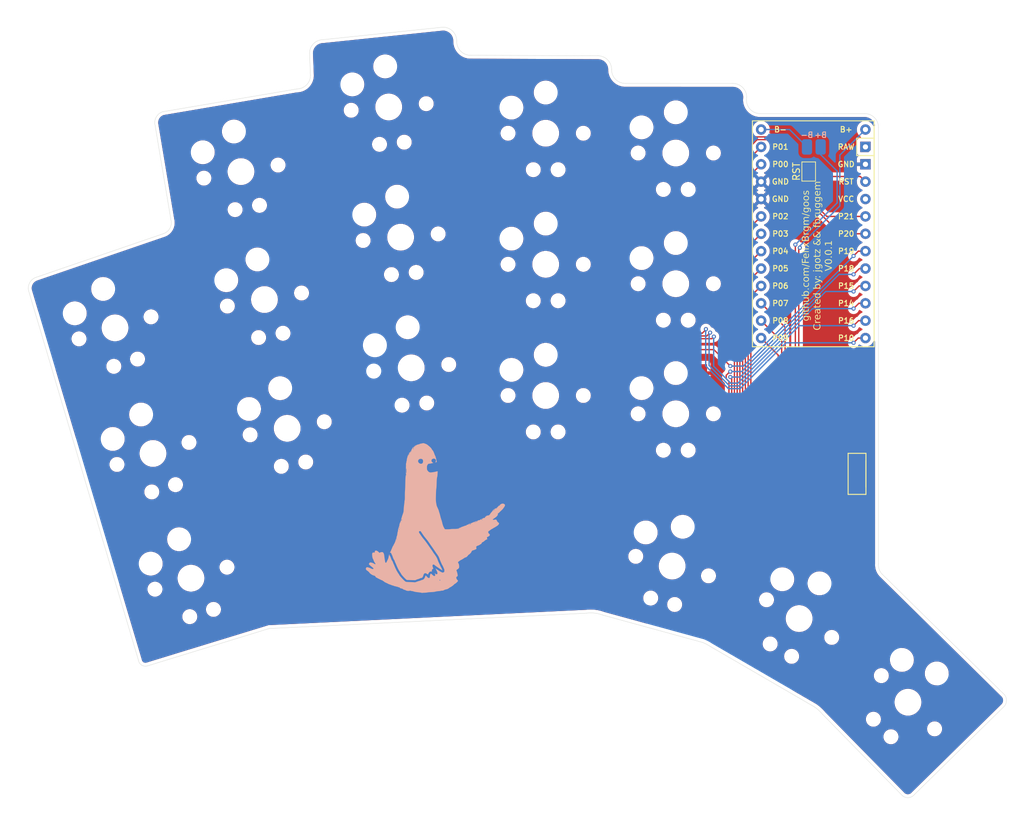
<source format=kicad_pcb>
(kicad_pcb (version 20240108) (generator "pcbnew") (generator_version "8.0")
  (layers (0 "F.Cu" signal) (31 "B.Cu" signal) (34 "B.Paste" user) (35 "F.Paste" user) (36 "B.SilkS" user "B.Silkscreen") (37 "F.SilkS" user "F.Silkscreen") (38 "B.Mask" user) (39 "F.Mask" user) (44 "Edge.Cuts" user))
  (net 0 "")
  (net 1 "Net-(J1-B-)")
  (net 2 "Net-(J1-B+)")
  (net 3 "GND")
  (net 4 "RESET")
  (net 5 "Net-(U1-B+)")
  (net 6 "D4")
  (net 7 "D5")
  (net 8 "D6")
  (net 9 "D0")
  (net 10 "D2")
  (net 11 "D3")
  (net 12 "D15")
  (net 13 "D18")
  (net 14 "D1")
  (net 15 "D10")
  (net 16 "D16")
  (net 17 "D14")
  (net 18 "D21")
  (net 19 "D20")
  (net 20 "D19")
  (net 21 "D7")
  (net 22 "D8")
  (net 23 "D9")
  (footprint "goos:power-switch" (layer "F.Cu") (at -75.54021 103.155554 -90)
    (property "Reference" "S1" (hide yes))
    (property "Value" "~" (hide yes))
  )
  (footprint "goos:switch-socket-kailh" (layer "F.Cu") (at -101.96971 75.367491)
    (property "Reference" "S15" (hide yes))
    (property "Value" "~" (hide yes))
  )
  (footprint "goos:switch-socket-kailh" (layer "F.Cu") (at -102.50021 116.635554 -15)
    (property "Reference" "S17" (hide yes))
    (property "Value" "~" (hide yes))
  )
  (footprint "goos:switch-socket-kailh" (layer "F.Cu") (at -120.97071 91.702804)
    (property "Reference" "S13" (hide yes))
    (property "Value" "~" (hide yes))
  )
  (footprint "goos:switch-socket-kailh" (layer "F.Cu") (at -165.482539 58.975843 10)
    (property "Reference" "S5" (hide yes))
    (property "Value" "~" (hide yes))
  )
  (footprint "goos:switch-socket-kailh" (layer "F.Cu") (at -68.05021 136.535554 -45)
    (property "Reference" "S19" (hide yes))
    (property "Value" "~" (hide yes))
  )
  (footprint "goos:ProMicro" (layer "F.Cu") (at -81.88171 69.335554 -90)
    (property "Reference" "U1" (hide yes))
    (property "Value" "~" (hide yes))
  )
  (footprint "Jumper:SolderJumper-2_P1.3mm_Open_TrianglePad1.0x1.5mm" (layer "F.Cu") (at -82.55 58.965 90)
    (property "Reference" "RST")
    (property "Value" "SolderJumper_2_Open" (hide yes))
  )
  (footprint "goos:switch-socket-kailh" (layer "F.Cu") (at -158.73021 96.495554 10)
    (property "Reference" "S7" (hide yes))
    (property "Value" "~" (hide yes))
  )
  (footprint "goos:switch-socket-kailh" (layer "F.Cu") (at -101.96971 94.378304)
    (property "Reference" "S16" (hide yes))
    (property "Value" "~" (hide yes))
  )
  (footprint "goos:switch-socket-kailh" (layer "F.Cu") (at -183.88021 81.815554 17)
    (property "Reference" "S2" (hide yes))
    (property "Value" "~" (hide yes))
  )
  (footprint "goos:switch-socket-kailh" (layer "F.Cu") (at -83.950649 124.309219 -30)
    (property "Reference" "S18" (hide yes))
    (property "Value" "~" (hide yes))
  )
  (footprint "goos:switch-socket-kailh" (layer "F.Cu") (at -172.78472 118.403892 17)
    (property "Reference" "S4" (hide yes))
    (property "Value" "~" (hide yes))
  )
  (footprint "goos:switch-socket-kailh" (layer "F.Cu") (at -120.97071 53.370554)
    (property "Reference" "S11" (hide yes))
    (property "Value" "~" (hide yes))
  )
  (footprint "goos:switch-socket-kailh" (layer "F.Cu") (at -142.16021 68.565554 5)
    (property "Reference" "S9" (hide yes))
    (property "Value" "~" (hide yes))
  )
  (footprint "goos:switch-socket-kailh" (layer "F.Cu") (at -143.902495 49.528613 5)
    (property "Reference" "S8" (hide yes))
    (property "Value" "~" (hide yes))
  )
  (footprint "goos:switch-socket-kailh" (layer "F.Cu") (at -140.61021 87.655554 5)
    (property "Reference" "S10" (hide yes))
    (property "Value" "~" (hide yes))
  )
  (footprint "goos:switch-socket-kailh" (layer "F.Cu") (at -101.96971 56.260554)
    (property "Reference" "S14" (hide yes))
    (property "Value" "~" (hide yes))
  )
  (footprint "goos:switch-socket-kailh" (layer "F.Cu") (at -162.05021 77.675554 10)
    (property "Reference" "S6" (hide yes))
    (property "Value" "~" (hide yes))
  )
  (footprint "goos:switch-socket-kailh" (layer "F.Cu") (at -120.97071 72.526441)
    (property "Reference" "S12" (hide yes))
    (property "Value" "~" (hide yes))
  )
  (footprint "goos:switch-socket-kailh" (layer "F.Cu") (at -178.33472 100.173892 17)
    (property "Reference" "S3" (hide yes))
    (property "Value" "~" (hide yes))
  )
  (footprint "goos:bat-connector" (layer "B.Cu") (at -81.804 55.372)
    (property "Reference" "J1" (hide yes))
    (property "Value" "~" (hide yes))
  )
  (gr_poly (pts (xy -138.831803 98.670259) (xy -138.817002 98.671659) (xy -138.801662 98.673811) (xy -138.785602 98.676729) (xy -138.768638 98.680424) (xy -138.75059 98.684911) (xy -138.731275 98.690201) (xy -138.71051 98.696308) (xy -138.688113 98.703244) (xy -138.611884 98.728867) (xy -138.536198 98.757084) (xy -138.464021 98.78651) (xy -138.398319 98.81576) (xy -138.342056 98.843451) (xy -138.31839 98.856279) (xy -138.298196 98.868198) (xy -138.281845 98.879036) (xy -138.269707 98.888618) (xy -138.262152 98.896772) (xy -138.260209 98.900259) (xy -138.259551 98.903325) (xy -138.259499 98.904581) (xy -138.259345 98.905822) (xy -138.259092 98.907045) (xy -138.258741 98.908249) (xy -138.258296 98.909432) (xy -138.257759 98.910593) (xy -138.257133 98.91173) (xy -138.25642 98.912842) (xy -138.255622 98.913927) (xy -138.254743 98.914984) (xy -138.253784 98.91601) (xy -138.252749 98.917005) (xy -138.25164 98.917967) (xy -138.250459 98.918893) (xy -138.249209 98.919784) (xy -138.247893 98.920636) (xy -138.246513 98.921449) (xy -138.245071 98.922221) (xy -138.24357 98.922951) (xy -138.242013 98.923636) (xy -138.240403 98.924275) (xy -138.238741 98.924867) (xy -138.23703 98.92541) (xy -138.235273 98.925903) (xy -138.233473 98.926343) (xy -138.231631 98.92673) (xy -138.229752 98.927062) (xy -138.227836 98.927337) (xy -138.225886 98.927553) (xy -138.223906 98.92771) (xy -138.221897 98.927805) (xy -138.219863 98.927837) (xy -138.21582 98.927943) (xy -138.211891 98.928253) (xy -138.208095 98.928757) (xy -138.204453 98.929444) (xy -138.200986 98.930304) (xy -138.197714 98.931327) (xy -138.194656 98.932502) (xy -138.191834 98.933819) (xy -138.189268 98.935267) (xy -138.186978 98.936836) (xy -138.184984 98.938516) (xy -138.183307 98.940295) (xy -138.182594 98.941219) (xy -138.181968 98.942164) (xy -138.181431 98.943128) (xy -138.180986 98.944111) (xy -138.180635 98.945112) (xy -138.180382 98.946128) (xy -138.180228 98.947159) (xy -138.180176 98.948203) (xy -138.179996 98.949384) (xy -138.179463 98.950824) (xy -138.178586 98.952512) (xy -138.177372 98.954443) (xy -138.173974 98.958997) (xy -138.169338 98.96442) (xy -138.163535 98.970648) (xy -138.156635 98.977618) (xy -138.148709 98.985263) (xy -138.139828 98.993521) (xy -138.130061 99.002326) (xy -138.11948 99.011614) (xy -138.108154 99.021321) (xy -138.096154 99.031382) (xy -138.08355 99.041733) (xy -138.070413 99.052309) (xy -138.056813 99.063046) (xy -138.042821 99.07388) (xy -138.012072 99.097991) (xy -137.980796 99.123529) (xy -137.917812 99.177741) (xy -137.856158 99.234217) (xy -137.79812 99.290664) (xy -137.745986 99.344785) (xy -137.722848 99.370255) (xy -137.702045 99.394284) (xy -137.683861 99.416582) (xy -137.668582 99.436865) (xy -137.656496 99.454844) (xy -137.647887 99.470233) (xy -137.628255 99.509646) (xy -137.609142 99.545719) (xy -137.59067 99.578264) (xy -137.572959 99.607091) (xy -137.556133 99.632012) (xy -137.548088 99.642949) (xy -137.540311 99.652838) (xy -137.532814 99.661657) (xy -137.525615 99.66938) (xy -137.518727 99.675986) (xy -137.512167 99.681449) (xy -137.500481 99.692013) (xy -137.487008 99.706983) (xy -137.472097 99.725751) (xy -137.4561 99.747706) (xy -137.439367 99.77224) (xy -137.422249 99.798742) (xy -137.405096 99.826603) (xy -137.38826 99.855213) (xy -137.372091 99.883963) (xy -137.35694 99.912243) (xy -137.343158 99.939444) (xy -137.331095 99.964956) (xy -137.321102 99.988169) (xy -137.31353 100.008475) (xy -137.308729 100.025262) (xy -137.307478 100.032147) (xy -137.307051 100.037923) (xy -137.306924 100.043192) (xy -137.306553 100.048467) (xy -137.305948 100.053715) (xy -137.305124 100.0589) (xy -137.304092 100.06399) (xy -137.302865 100.06895) (xy -137.301456 100.073746) (xy -137.299877 100.078346) (xy -137.29814 100.082714) (xy -137.296259 100.086817) (xy -137.294245 100.090622) (xy -137.292111 100.094093) (xy -137.28987 100.097198) (xy -137.287535 100.099903) (xy -137.285116 100.102173) (xy -137.282629 100.103975) (xy -137.281354 100.10485) (xy -137.280052 100.105917) (xy -137.278724 100.107168) (xy -137.277373 100.108599) (xy -137.274613 100.111972) (xy -137.271794 100.115989) (xy -137.268937 100.120602) (xy -137.266062 100.125764) (xy -137.263193 100.131426) (xy -137.260349 100.137542) (xy -137.257551 100.144063) (xy -137.254823 100.150941) (xy -137.252184 100.15813) (xy -137.249655 100.16558) (xy -137.24726 100.173245) (xy -137.245017 100.181077) (xy -137.24295 100.189028) (xy -137.241078 100.19705) (xy -137.239 100.205685) (xy -137.236326 100.215434) (xy -137.229356 100.237843) (xy -137.220502 100.263409) (xy -137.210099 100.291267) (xy -137.19848 100.32055) (xy -137.185979 100.350391) (xy -137.17293 100.379924) (xy -137.159667 100.408283) (xy -137.146754 100.435594) (xy -137.134707 100.462121) (xy -137.123791 100.487209) (xy -137.114267 100.510203) (xy -137.106402 100.530447) (xy -137.100457 100.547286) (xy -137.096696 100.560063) (xy -137.095718 100.564724) (xy -137.095384 100.568124) (xy -137.09535 100.569487) (xy -137.095247 100.570832) (xy -137.095078 100.572159) (xy -137.094844 100.573465) (xy -137.094548 100.574748) (xy -137.094189 100.576008) (xy -137.093772 100.577241) (xy -137.093296 100.578447) (xy -137.092765 100.579624) (xy -137.092179 100.58077) (xy -137.09154 100.581884) (xy -137.09085 100.582963) (xy -137.09011 100.584006) (xy -137.089323 100.585011) (xy -137.08849 100.585977) (xy -137.087612 100.586901) (xy -137.086692 100.587783) (xy -137.085731 100.588621) (xy -137.08473 100.589412) (xy -137.083692 100.590155) (xy -137.082619 100.590848) (xy -137.081511 100.59149) (xy -137.08037 100.592079) (xy -137.079199 100.592614) (xy -137.077999 100.593092) (xy -137.076771 100.593511) (xy -137.075518 100.593871) (xy -137.074241 100.594169) (xy -137.072941 100.594404) (xy -137.071621 100.594574) (xy -137.070282 100.594677) (xy -137.068926 100.594712) (xy -137.06757 100.594824) (xy -137.06623 100.595158) (xy -137.064909 100.595707) (xy -137.063608 100.596467) (xy -137.062329 100.597431) (xy -137.061073 100.598594) (xy -137.059843 100.599952) (xy -137.05864 100.601497) (xy -137.057466 100.603225) (xy -137.056321 100.60513) (xy -137.05521 100.607206) (xy -137.054132 100.609449) (xy -137.053089 100.611852) (xy -137.052084 100.614411) (xy -137.051118 100.617119) (xy -137.050192 100.619971) (xy -137.049309 100.622962) (xy -137.048469 100.626085) (xy -137.04693 100.63271) (xy -137.045588 100.6398) (xy -137.044455 100.647313) (xy -137.043547 100.655203) (xy -137.042877 100.663428) (xy -137.042458 100.671942) (xy -137.042304 100.680701) (xy -137.042083 100.689854) (xy -137.041465 100.699521) (xy -137.040471 100.709621) (xy -137.039122 100.720069) (xy -137.037438 100.730783) (xy -137.035439 100.741681) (xy -137.033146 100.752678) (xy -137.030579 100.763693) (xy -137.027758 100.774642) (xy -137.024704 100.785442) (xy -137.021436 100.796011) (xy -137.017976 100.806265) (xy -137.014344 100.816121) (xy -137.01056 100.825497) (xy -137.006644 100.834309) (xy -137.002617 100.842476) (xy -136.998589 100.850557) (xy -136.994671 100.859122) (xy -136.990884 100.868096) (xy -136.987248 100.877404) (xy -136.983783 100.886971) (xy -136.980509 100.896723) (xy -136.977448 100.906586) (xy -136.974619 100.916484) (xy -136.972043 100.926342) (xy -136.96974 100.936088) (xy -136.967731 100.945645) (xy -136.966036 100.954939) (xy -136.964676 100.963896) (xy -136.96367 100.972441) (xy -136.96304 100.980499) (xy -136.962806 100.987996) (xy -136.962572 100.995774) (xy -136.961943 101.004656) (xy -136.959585 101.025322) (xy -136.955892 101.049177) (xy -136.951029 101.0754) (xy -136.945157 101.103175) (xy -136.938439 101.131681) (xy -136.931039 101.160101) (xy -136.923119 101.187614) (xy -136.913487 101.220354) (xy -136.905228 101.250592) (xy -136.898343 101.278384) (xy -136.892836 101.303782) (xy -136.888707 101.32684) (xy -136.885961 101.347612) (xy -136.8846 101.366151) (xy -136.884626 101.382511) (xy -136.886041 101.396746) (xy -136.888849 101.408909) (xy -136.890775 101.41423) (xy -136.893051 101.419053) (xy -136.895676 101.423385) (xy -136.898651 101.427233) (xy -136.901975 101.430603) (xy -136.90565 101.433502) (xy -136.909676 101.435936) (xy -136.914052 101.437913) (xy -136.918779 101.439439) (xy -136.923858 101.440521) (xy -136.935072 101.441378) (xy -136.940389 101.441515) (xy -136.945722 101.441918) (xy -136.951039 101.442573) (xy -136.956303 101.443466) (xy -136.961481 101.444584) (xy -136.966537 101.445913) (xy -136.971437 101.447439) (xy -136.976146 101.44915) (xy -136.980629 101.451032) (xy -136.984852 101.45307) (xy -136.98878 101.455252) (xy -136.992379 101.457563) (xy -136.995613 101.459991) (xy -136.998447 101.462522) (xy -137.000848 101.465141) (xy -137.00278 101.467836) (xy -137.003669 101.469193) (xy -137.004647 101.470532) (xy -137.005711 101.471852) (xy -137.006857 101.473151) (xy -137.008081 101.474429) (xy -137.009381 101.475682) (xy -137.012191 101.47811) (xy -137.015259 101.480421) (xy -137.018557 101.482603) (xy -137.022056 101.484641) (xy -137.025728 101.486523) (xy -137.029544 101.488233) (xy -137.033477 101.48976) (xy -137.037499 101.491089) (xy -137.04158 101.492207) (xy -137.045693 101.4931) (xy -137.049809 101.493755) (xy -137.0539 101.494158) (xy -137.057938 101.494295) (xy -137.060961 101.494259) (xy -137.063786 101.494147) (xy -137.066412 101.493949) (xy -137.068839 101.493657) (xy -137.071065 101.493262) (xy -137.073092 101.492756) (xy -137.074918 101.492129) (xy -137.076543 101.491374) (xy -137.077967 101.490481) (xy -137.079189 101.489443) (xy -137.080209 101.488249) (xy -137.081026 101.486892) (xy -137.08164 101.485363) (xy -137.082052 101.483654) (xy -137.082259 101.481755) (xy -137.082263 101.479658) (xy -137.082062 101.477354) (xy -137.081656 101.474836) (xy -137.081045 101.472093) (xy -137.080228 101.469117) (xy -137.079205 101.4659) (xy -137.077976 101.462434) (xy -137.07654 101.458708) (xy -137.074897 101.454716) (xy -137.073046 101.450447) (xy -137.070988 101.445894) (xy -137.066245 101.4359) (xy -137.060666 101.424664) (xy -137.054247 101.412117) (xy -137.042516 101.387396) (xy -137.032446 101.361951) (xy -137.024033 101.335974) (xy -137.017271 101.309658) (xy -137.012157 101.283193) (xy -137.008685 101.256773) (xy -137.006852 101.23059) (xy -137.006652 101.204835) (xy -137.00808 101.1797) (xy -137.011133 101.155378) (xy -137.015805 101.132061) (xy -137.022092 101.109941) (xy -137.029989 101.089209) (xy -137.039492 101.070058) (xy -137.050596 101.05268) (xy -137.056747 101.044716) (xy -137.063296 101.037267) (xy -137.080066 101.020905) (xy -137.098665 101.005429) (xy -137.118803 100.990932) (xy -137.140189 100.977506) (xy -137.162532 100.965244) (xy -137.18554 100.95424) (xy -137.208924 100.944584) (xy -137.232393 100.936371) (xy -137.255656 100.929692) (xy -137.278422 100.924641) (xy -137.3004 100.92131) (xy -137.321299 100.919791) (xy -137.34083 100.920178) (xy -137.349991 100.921115) (xy -137.3587 100.922563) (xy -137.366922 100.924534) (xy -137.37462 100.927039) (xy -137.381757 100.93009) (xy -137.388298 100.933698) (xy -137.393614 100.9369) (xy -137.399151 100.940012) (xy -137.404866 100.943018) (xy -137.410714 100.945902) (xy -137.41665 100.948648) (xy -137.42263 100.951239) (xy -137.42861 100.953661) (xy -137.434545 100.955896) (xy -137.44039 100.957928) (xy -137.446101 100.959741) (xy -137.451634 100.96132) (xy -137.456944 100.962648) (xy -137.461986 100.963709) (xy -137.466716 100.964486) (xy -137.47109 100.964965) (xy -137.475063 100.965128) (xy -137.477022 100.965219) (xy -137.479137 100.96549) (xy -137.483807 100.966552) (xy -137.489018 100.968278) (xy -137.494716 100.970632) (xy -137.500846 100.973579) (xy -137.507355 100.977083) (xy -137.514187 100.981108) (xy -137.521288 100.985618) (xy -137.528604 100.990578) (xy -137.53608 100.995952) (xy -137.543663 101.001704) (xy -137.551296 101.007798) (xy -137.558927 101.014198) (xy -137.5665 101.02087) (xy -137.573961 101.027776) (xy -137.581255 101.034882) (xy -137.591007 101.044946) (xy -137.599878 101.054793) (xy -137.607902 101.064515) (xy -137.615114 101.074207) (xy -137.621549 101.083962) (xy -137.627242 101.093873) (xy -137.632228 101.104033) (xy -137.636541 101.114537) (xy -137.640216 101.125477) (xy -137.643288 101.136947) (xy -137.645793 101.14904) (xy -137.647763 101.16185) (xy -137.649236 101.17547) (xy -137.650244 101.189994) (xy -137.650824 101.205514) (xy -137.651009 101.222125) (xy -137.650362 101.244548) (xy -137.648371 101.266025) (xy -137.644965 101.28666) (xy -137.642709 101.296693) (xy -137.640072 101.306554) (xy -137.637046 101.316255) (xy -137.633622 101.325809) (xy -137.62979 101.33523) (xy -137.625542 101.344529) (xy -137.620868 101.35372) (xy -137.61576 101.362816) (xy -137.610209 101.371829) (xy -137.604205 101.380772) (xy -137.59774 101.389658) (xy -137.590806 101.398499) (xy -137.57549 101.416101) (xy -137.558186 101.433679) (xy -137.538823 101.451335) (xy -137.517329 101.469173) (xy -137.493632 101.487295) (xy -137.46766 101.505803) (xy -137.439342 101.5248) (xy -137.373197 101.567997) (xy -137.47903 101.585134) (xy -137.502308 101.589114) (xy -137.527927 101.593867) (xy -137.582825 101.604978) (xy -137.637009 101.617039) (xy -137.661733 101.62298) (xy -137.683759 101.628623) (xy -137.707122 101.634243) (xy -137.735675 101.640117) (xy -137.768311 101.646071) (xy -137.803921 101.651933) (xy -137.841398 101.657527) (xy -137.879633 101.66268) (xy -137.917518 101.667219) (xy -137.953945 101.67097) (xy -138.007558 101.676398) (xy -138.029992 101.67918) (xy -138.049884 101.682185) (xy -138.067516 101.685544) (xy -138.083166 101.68939) (xy -138.097117 101.693858) (xy -138.109646 101.699078) (xy -138.121036 101.705184) (xy -138.131567 101.712308) (xy -138.141518 101.720584) (xy -138.15117 101.730143) (xy -138.160803 101.741119) (xy -138.170698 101.753645) (xy -138.181134 101.767853) (xy -138.192393 101.783875) (xy -138.205883 101.803943) (xy -138.218469 101.823826) (xy -138.229874 101.843007) (xy -138.239823 101.860967) (xy -138.248041 101.877187) (xy -138.251415 101.884483) (xy -138.254252 101.89115) (xy -138.256519 101.897123) (xy -138.258181 101.902337) (xy -138.259203 101.906728) (xy -138.259551 101.91023) (xy -138.259683 101.913276) (xy -138.26007 101.916325) (xy -138.260699 101.91936) (xy -138.261557 101.92236) (xy -138.262631 101.925305) (xy -138.263908 101.928176) (xy -138.265374 101.930953) (xy -138.267018 101.933617) (xy -138.268825 101.936148) (xy -138.270783 101.938527) (xy -138.272879 101.940733) (xy -138.2751 101.942748) (xy -138.277433 101.944551) (xy -138.279864 101.946123) (xy -138.281112 101.946816) (xy -138.282381 101.947444) (xy -138.283667 101.948005) (xy -138.28497 101.948496) (xy -138.28628 101.949294) (xy -138.287586 101.95077) (xy -138.288887 101.952905) (xy -138.290181 101.955681) (xy -138.292738 101.963087) (xy -138.295244 101.972848) (xy -138.29768 101.984824) (xy -138.300033 101.998874) (xy -138.302287 102.014858) (xy -138.304425 102.032635) (xy -138.306432 102.052064) (xy -138.308293 102.073006) (xy -138.309991 102.095319) (xy -138.311512 102.118863) (xy -138.313957 102.169083) (xy -138.314851 102.195478) (xy -138.315504 102.222542) (xy -138.315895 102.272609) (xy -138.315103 102.320305) (xy -138.313146 102.365565) (xy -138.31004 102.408327) (xy -138.305802 102.448527) (xy -138.300449 102.4861) (xy -138.293997 102.520984) (xy -138.286462 102.553115) (xy -138.277863 102.582428) (xy -138.268214 102.608862) (xy -138.257534 102.632351) (xy -138.245838 102.652832) (xy -138.233144 102.670242) (xy -138.219468 102.684517) (xy -138.204827 102.695594) (xy -138.189237 102.703408) (xy -138.187416 102.704148) (xy -138.185619 102.704958) (xy -138.182102 102.706779) (xy -138.178705 102.708849) (xy -138.175446 102.711145) (xy -138.172342 102.713645) (xy -138.169413 102.716325) (xy -138.166677 102.719162) (xy -138.164151 102.722134) (xy -138.161854 102.725218) (xy -138.159805 102.728391) (xy -138.158021 102.73163) (xy -138.15652 102.734912) (xy -138.155882 102.736562) (xy -138.155321 102.738215) (xy -138.15484 102.739866) (xy -138.154442 102.741515) (xy -138.154128 102.743156) (xy -138.153901 102.744789) (xy -138.153763 102.74641) (xy -138.153717 102.748015) (xy -138.153525 102.751693) (xy -138.152952 102.755468) (xy -138.151998 102.759339) (xy -138.150667 102.763305) (xy -138.148959 102.767364) (xy -138.146878 102.771514) (xy -138.144425 102.775753) (xy -138.141602 102.78008) (xy -138.138411 102.784492) (xy -138.134854 102.788989) (xy -138.130934 102.793569) (xy -138.126652 102.798229) (xy -138.12201 102.802968) (xy -138.11701 102.807784) (xy -138.105946 102.817642) (xy -138.093475 102.827789) (xy -138.079614 102.838211) (xy -138.064378 102.848893) (xy -138.047785 102.859824) (xy -138.029849 102.870987) (xy -138.010588 102.882371) (xy -137.990018 102.893961) (xy -137.968154 102.905743) (xy -137.954825 102.912497) (xy -137.941656 102.918575) (xy -137.928523 102.923994) (xy -137.9153 102.928772) (xy -137.90186 102.932927) (xy -137.888078 102.936476) (xy -137.873828 102.939437) (xy -137.858984 102.941826) (xy -137.843421 102.943662) (xy -137.827012 102.944963) (xy -137.809632 102.945744) (xy -137.791155 102.946024) (xy -137.771456 102.945821) (xy -137.750407 102.945152) (xy -137.727884 102.944034) (xy -137.703761 102.942485) (xy -137.623254 102.934919) (xy -137.527165 102.922958) (xy -137.422966 102.907873) (xy -137.318125 102.890933) (xy -137.220115 102.873407) (xy -137.136405 102.856564) (xy -137.074465 102.841675) (xy -137.053994 102.835359) (xy -137.041767 102.830007) (xy -137.038422 102.828265) (xy -137.033785 102.826352) (xy -137.027939 102.824288) (xy -137.020967 102.822093) (xy -137.003977 102.817384) (xy -136.98348 102.812379) (xy -136.960141 102.807232) (xy -136.934624 102.802096) (xy -136.907594 102.797127) (xy -136.879716 102.792477) (xy -136.743565 102.770954) (xy -136.759513 103.118197) (xy -136.763214 103.189571) (xy -136.767629 103.259288) (xy -136.772591 103.325599) (xy -136.777936 103.386754) (xy -136.783498 103.441002) (xy -136.789112 103.486595) (xy -136.794613 103.521783) (xy -136.799834 103.544815) (xy -136.811507 103.584333) (xy -136.822137 103.623751) (xy -136.831787 103.66371) (xy -136.840521 103.70485) (xy -136.848403 103.747812) (xy -136.855497 103.793235) (xy -136.861865 103.841761) (xy -136.867572 103.89403) (xy -136.872681 103.950682) (xy -136.877255 104.012358) (xy -136.885056 104.153342) (xy -136.891482 104.322106) (xy -136.897044 104.523773) (xy -136.904934 104.778682) (xy -136.915104 105.00333) (xy -136.926242 105.173408) (xy -136.931764 105.230386) (xy -136.937036 105.264606) (xy -136.942907 105.292753) (xy -136.948487 105.325769) (xy -136.953795 105.363957) (xy -136.958848 105.40762) (xy -136.968255 105.512576) (xy -136.976849 105.643058) (xy -136.984765 105.801482) (xy -136.992144 105.990267) (xy -136.999123 106.211833) (xy -137.00584 106.468596) (xy -137.009276 106.632305) (xy -137.010981 106.772392) (xy -137.010833 106.892635) (xy -137.00871 106.996814) (xy -137.004488 107.08871) (xy -136.998047 107.172102) (xy -136.989263 107.250769) (xy -136.978014 107.328493) (xy -136.953564 107.479823) (xy -136.933067 107.599731) (xy -136.914828 107.694827) (xy -136.897149 107.771722) (xy -136.88799 107.805411) (xy -136.878335 107.837027) (xy -136.867972 107.867399) (xy -136.856689 107.897352) (xy -136.830514 107.959307) (xy -136.798115 108.029503) (xy -136.750214 108.132656) (xy -136.706137 108.230631) (xy -136.666674 108.32148) (xy -136.632616 108.40326) (xy -136.604751 108.474023) (xy -136.58387 108.531825) (xy -136.570762 108.57472) (xy -136.56737 108.589969) (xy -136.566217 108.600761) (xy -136.565937 108.60548) (xy -136.565114 108.611608) (xy -136.563778 108.619048) (xy -136.561954 108.627703) (xy -136.556958 108.648268) (xy -136.550347 108.672522) (xy -136.542343 108.699686) (xy -136.533168 108.72898) (xy -136.523043 108.759625) (xy -136.51219 108.79084) (xy -136.492145 108.848771) (xy -136.472707 108.908896) (xy -136.453115 108.973997) (xy -136.432611 109.046855) (xy -136.410435 109.130251) (xy -136.385827 109.226967) (xy -136.358027 109.339783) (xy -136.326276 109.471481) (xy -136.31563 109.514829) (xy -136.304777 109.556868) (xy -136.294022 109.596565) (xy -136.283667 109.632885) (xy -136.274016 109.664793) (xy -136.265371 109.691255) (xy -136.258038 109.711237) (xy -136.252318 109.723703) (xy -136.249845 109.728275) (xy -136.247251 109.733581) (xy -136.244559 109.739559) (xy -136.241789 109.746143) (xy -136.236104 109.760875) (xy -136.230369 109.777262) (xy -136.224754 109.79479) (xy -136.219433 109.812945) (xy -136.214577 109.831212) (xy -136.210358 109.849078) (xy -136.208334 109.857797) (xy -136.206118 109.866425) (xy -136.203732 109.874911) (xy -136.201198 109.883203) (xy -136.198538 109.891251) (xy -136.195775 109.899003) (xy -136.192931 109.906408) (xy -136.190027 109.913415) (xy -136.187086 109.919973) (xy -136.18413 109.92603) (xy -136.18118 109.931535) (xy -136.178259 109.936437) (xy -136.175389 109.940685) (xy -136.172593 109.944227) (xy -136.169891 109.947012) (xy -136.167306 109.94899) (xy -136.166055 109.94988) (xy -136.164819 109.950991) (xy -136.1636 109.952316) (xy -136.162401 109.953848) (xy -136.161222 109.95558) (xy -136.160065 109.957505) (xy -136.157824 109.96191) (xy -136.15569 109.967009) (xy -136.153676 109.972749) (xy -136.151795 109.979075) (xy -136.150058 109.985934) (xy -136.148479 109.993273) (xy -136.14707 110.001037) (xy -136.145843 110.009174) (xy -136.144811 110.01763) (xy -136.143987 110.02635) (xy -136.143383 110.035282) (xy -136.143011 110.044371) (xy -136.142884 110.053564) (xy -136.142766 110.062753) (xy -136.142419 110.071827) (xy -136.141856 110.080733) (xy -136.141088 110.089419) (xy -136.140126 110.097831) (xy -136.138983 110.105916) (xy -136.137669 110.113621) (xy -136.136197 110.120894) (xy -136.134579 110.12768) (xy -136.132825 110.133927) (xy -136.130948 110.139582) (xy -136.12896 110.144591) (xy -136.126871 110.148903) (xy -136.124694 110.152462) (xy -136.12244 110.155218) (xy -136.120121 110.157115) (xy -136.118932 110.157995) (xy -136.117716 110.159176) (xy -136.116474 110.160651) (xy -136.11521 110.16241) (xy -136.112623 110.166749) (xy -136.109974 110.172122) (xy -136.107285 110.178461) (xy -136.104575 110.185697) (xy -136.101865 110.19376) (xy -136.099175 110.202581) (xy -136.096524 110.212091) (xy -136.093933 110.222221) (xy -136.091423 110.232901) (xy -136.089013 110.244062) (xy -136.086723 110.255636) (xy -136.084574 110.267552) (xy -136.082586 110.279742) (xy -136.080779 110.292136) (xy -136.076407 110.318737) (xy -136.070012 110.350136) (xy -136.052089 110.424329) (xy -136.028883 110.50872) (xy -136.002267 110.597312) (xy -135.974113 110.68411) (xy -135.946293 110.763117) (xy -135.92068 110.828336) (xy -135.909287 110.853902) (xy -135.899147 110.873773) (xy -135.881478 110.906248) (xy -135.855372 110.955549) (xy -135.824348 111.014983) (xy -135.791924 111.07785) (xy -135.783806 111.09332) (xy -135.77547 111.108497) (xy -135.758394 111.137631) (xy -135.741193 111.164577) (xy -135.732701 111.177019) (xy -135.724363 111.188659) (xy -135.716243 111.199414) (xy -135.708403 111.209199) (xy -135.700903 111.21793) (xy -135.693808 111.225521) (xy -135.687178 111.231889) (xy -135.681076 111.236949) (xy -135.675565 111.240616) (xy -135.670705 111.242806) (xy -135.649633 111.246613) (xy -135.614702 111.249585) (xy -135.511663 111.25319) (xy -135.37839 111.25395) (xy -135.231678 111.252196) (xy -135.088328 111.248256) (xy -134.965137 111.242461) (xy -134.878903 111.235141) (xy -134.854895 111.231012) (xy -134.852386 111.230151) (xy -133.841009 111.230151) (xy -133.840957 111.231445) (xy -133.840803 111.232683) (xy -133.840549 111.233864) (xy -133.840199 111.234988) (xy -133.839754 111.236055) (xy -133.839217 111.237063) (xy -133.83859 111.238011) (xy -133.837877 111.2389) (xy -133.837079 111.239729) (xy -133.8362 111.240496) (xy -133.835242 111.241201) (xy -133.834207 111.241844) (xy -133.833097 111.242424) (xy -133.831916 111.242939) (xy -133.830666 111.243391) (xy -133.82935 111.243777) (xy -133.82797 111.244097) (xy -133.826528 111.244351) (xy -133.825027 111.244538) (xy -133.82347 111.244657) (xy -133.82186 111.244707) (xy -133.820198 111.244688) (xy -133.818487 111.244599) (xy -133.81673 111.24444) (xy -133.81493 111.24421) (xy -133.813089 111.243908) (xy -133.811209 111.243533) (xy -133.809293 111.243085) (xy -133.807344 111.242564) (xy -133.805363 111.241967) (xy -133.803355 111.241296) (xy -133.801321 111.240549) (xy -133.797278 111.238943) (xy -133.793348 111.237276) (xy -133.789553 111.235562) (xy -133.785911 111.233813) (xy -133.782443 111.232043) (xy -133.779171 111.230265) (xy -133.776113 111.228492) (xy -133.773291 111.226736) (xy -133.770725 111.225012) (xy -133.768435 111.223333) (xy -133.766441 111.221711) (xy -133.764764 111.220159) (xy -133.763425 111.218691) (xy -133.762443 111.21732) (xy -133.761838 111.216058) (xy -133.761684 111.215473) (xy -133.761633 111.21492) (xy -133.761684 111.214387) (xy -133.761838 111.213861) (xy -133.762092 111.213342) (xy -133.762443 111.212831) (xy -133.762888 111.212329) (xy -133.763425 111.211836) (xy -133.764051 111.211354) (xy -133.764764 111.210882) (xy -133.765562 111.210422) (xy -133.766441 111.209974) (xy -133.7674 111.209538) (xy -133.768435 111.209116) (xy -133.769544 111.208709) (xy -133.770725 111.208315) (xy -133.773291 111.207576) (xy -133.776113 111.206904) (xy -133.779171 111.206304) (xy -133.782443 111.205782) (xy -133.785911 111.205343) (xy -133.789553 111.204992) (xy -133.793348 111.204735) (xy -133.797278 111.204577) (xy -133.801321 111.204523) (xy -133.805363 111.204656) (xy -133.809293 111.205046) (xy -133.813089 111.20568) (xy -133.81673 111.206545) (xy -133.820198 111.207628) (xy -133.82347 111.208915) (xy -133.826528 111.210394) (xy -133.82935 111.212051) (xy -133.831916 111.213873) (xy -133.834207 111.215848) (xy -133.8362 111.217961) (xy -133.837079 111.219066) (xy -133.837877 111.2202) (xy -133.83859 111.221363) (xy -133.839217 111.222552) (xy -133.839754 111.223766) (xy -133.840199 111.225003) (xy -133.840549 111.226262) (xy -133.840803 111.227541) (xy -133.840957 111.228838) (xy -133.841009 111.230151) (xy -134.852386 111.230151) (xy -134.848587 111.228848) (xy -134.846426 111.226625) (xy -134.845861 111.225491) (xy -134.844185 111.224372) (xy -134.837612 111.222181) (xy -134.826926 111.220065) (xy -134.81235 111.218035) (xy -134.794105 111.216103) (xy -134.772412 111.214279) (xy -134.71957 111.211001) (xy -134.655594 111.208294) (xy -134.582255 111.206248) (xy -134.501326 111.204954) (xy -134.414576 111.204503) (xy -134.300589 111.203997) (xy -134.202854 111.20239) (xy -134.119589 111.199545) (xy -134.049013 111.195326) (xy -133.989343 111.189597) (xy -133.938798 111.182221) (xy -133.919177 111.178062) (xy -133.735175 111.178062) (xy -133.735141 111.179419) (xy -133.735038 111.180758) (xy -133.734869 111.182078) (xy -133.734635 111.183377) (xy -133.734339 111.184655) (xy -133.733981 111.185908) (xy -133.733563 111.187136) (xy -133.733088 111.188336) (xy -133.732556 111.189507) (xy -133.73197 111.190647) (xy -133.731331 111.191755) (xy -133.730641 111.192829) (xy -133.729901 111.193867) (xy -133.729114 111.194868) (xy -133.728281 111.195829) (xy -133.727403 111.196749) (xy -133.726483 111.197627) (xy -133.725522 111.19846) (xy -133.724521 111.199247) (xy -133.723483 111.199987) (xy -133.72241 111.200677) (xy -133.721302 111.201316) (xy -133.720161 111.201902) (xy -133.71899 111.202433) (xy -133.71779 111.202909) (xy -133.716562 111.203327) (xy -133.715309 111.203684) (xy -133.714032 111.203981) (xy -133.712732 111.204215) (xy -133.711412 111.204384) (xy -133.710073 111.204487) (xy -133.708717 111.204521) (xy -133.70736 111.204487) (xy -133.706021 111.204384) (xy -133.704701 111.204215) (xy -133.703402 111.203981) (xy -133.702124 111.203684) (xy -133.700871 111.203327) (xy -133.699643 111.202909) (xy -133.698443 111.202433) (xy -133.697272 111.201902) (xy -133.696132 111.201316) (xy -133.695024 111.200677) (xy -133.69395 111.199987) (xy -133.692912 111.199247) (xy -133.691911 111.19846) (xy -133.69095 111.197627) (xy -133.69003 111.196749) (xy -133.689152 111.195829) (xy -133.688319 111.194868) (xy -133.687532 111.193867) (xy -133.686793 111.192829) (xy -133.686102 111.191755) (xy -133.685463 111.190647) (xy -133.684877 111.189507) (xy -133.684346 111.188336) (xy -133.68387 111.187136) (xy -133.683453 111.185908) (xy -133.683095 111.184655) (xy -133.682798 111.183377) (xy -133.682564 111.182078) (xy -133.682395 111.180758) (xy -133.682292 111.179419) (xy -133.682258 111.178062) (xy -133.682292 111.176706) (xy -133.682395 111.175367) (xy -133.682564 111.174047) (xy -133.682798 111.172747) (xy -133.683095 111.17147) (xy -133.683453 111.170217) (xy -133.68387 111.168989) (xy -133.684346 111.167789) (xy -133.684877 111.166618) (xy -133.685463 111.165477) (xy -133.686102 111.16437) (xy -133.686793 111.163296) (xy -133.687532 111.162258) (xy -133.688319 111.161257) (xy -133.689152 111.160296) (xy -133.69003 111.159376) (xy -133.69095 111.158498) (xy -133.691911 111.157665) (xy -133.692912 111.156878) (xy -133.69395 111.156138) (xy -133.695024 111.155448) (xy -133.696132 111.154809) (xy -133.697272 111.154223) (xy -133.698443 111.153692) (xy -133.699643 111.153216) (xy -133.700871 111.152798) (xy -133.702124 111.15244) (xy -133.703402 111.152144) (xy -133.704701 111.15191) (xy -133.706021 111.151741) (xy -133.70736 111.151638) (xy -133.708717 111.151604) (xy -133.710073 111.151638) (xy -133.711412 111.151741) (xy -133.712732 111.15191) (xy -133.714032 111.152144) (xy -133.715309 111.15244) (xy -133.716562 111.152798) (xy -133.71779 111.153216) (xy -133.71899 111.153692) (xy -133.720161 111.154223) (xy -133.721302 111.154809) (xy -133.72241 111.155448) (xy -133.723483 111.156138) (xy -133.724521 111.156878) (xy -133.725522 111.157665) (xy -133.726483 111.158498) (xy -133.727403 111.159376) (xy -133.728281 111.160296) (xy -133.729114 111.161257) (xy -133.729901 111.162258) (xy -133.730641 111.163296) (xy -133.731331 111.16437) (xy -133.73197 111.165477) (xy -133.732556 111.166618) (xy -133.733088 111.167789) (xy -133.733563 111.168989) (xy -133.733981 111.170217) (xy -133.734339 111.17147) (xy -133.734635 111.172747) (xy -133.734869 111.174047) (xy -133.735038 111.175367) (xy -133.735141 111.176706) (xy -133.735175 111.178062) (xy -133.919177 111.178062) (xy -133.895596 111.173064) (xy -133.857957 111.161989) (xy -133.831874 111.153715) (xy -133.80557 111.146512) (xy -133.779762 111.1405) (xy -133.755167 111.1358) (xy -133.732501 111.132533) (xy -133.722116 111.131474) (xy -133.712481 111.130819) (xy -133.703687 111.130583) (xy -133.695824 111.13078) (xy -133.68898 111.131426) (xy -133.683245 111.132536) (xy -133.677753 111.133847) (xy -133.672617 111.13482) (xy -133.667847 111.135459) (xy -133.663455 111.135769) (xy -133.65945 111.135755) (xy -133.655844 111.135421) (xy -133.654194 111.135136) (xy -133.652647 111.134773) (xy -133.651205 111.134332) (xy -133.649869 111.133814) (xy -133.648641 111.133219) (xy -133.647522 111.132549) (xy -133.646513 111.131803) (xy -133.645615 111.130983) (xy -133.644831 111.130088) (xy -133.64416 111.12912) (xy -133.643605 111.128079) (xy -133.643167 111.126965) (xy -133.642847 111.12578) (xy -133.642647 111.124523) (xy -133.642567 111.123196) (xy -133.642609 111.121798) (xy -133.642775 111.120331) (xy -133.643066 111.118795) (xy -133.643483 111.117191) (xy -133.644027 111.115518) (xy -133.644725 111.111664) (xy -133.64422 111.10753) (xy -133.642578 111.103144) (xy -133.639952 111.098688) (xy -133.523507 111.098688) (xy -133.523472 111.100044) (xy -133.52337 111.101383) (xy -133.523201 111.102703) (xy -133.522967 111.104003) (xy -133.52267 111.10528) (xy -133.522312 111.106533) (xy -133.521895 111.107761) (xy -133.521419 111.108961) (xy -133.520888 111.110132) (xy -133.520302 111.111273) (xy -133.519663 111.112381) (xy -133.518973 111.113455) (xy -133.518233 111.114492) (xy -133.517446 111.115493) (xy -133.516613 111.116454) (xy -133.515735 111.117374) (xy -133.514815 111.118252) (xy -133.513854 111.119085) (xy -133.512854 111.119872) (xy -133.511816 111.120612) (xy -133.510742 111.121302) (xy -133.509634 111.121941) (xy -133.508494 111.122527) (xy -133.507323 111.123059) (xy -133.506123 111.123534) (xy -133.504895 111.123952) (xy -133.503642 111.12431) (xy -133.502365 111.124607) (xy -133.501065 111.12484) (xy -133.499745 111.125009) (xy -133.498406 111.125112) (xy -133.49705 111.125147) (xy -133.495693 111.125112) (xy -133.494354 111.125009) (xy -133.493034 111.12484) (xy -133.491735 111.124607) (xy -133.490457 111.12431) (xy -133.489204 111.123952) (xy -133.487977 111.123534) (xy -133.486776 111.123059) (xy -133.485605 111.122527) (xy -133.484465 111.121941) (xy -133.483357 111.121302) (xy -133.482283 111.120612) (xy -133.481245 111.119872) (xy -133.480245 111.119085) (xy -133.479283 111.118252) (xy -133.478363 111.117374) (xy -133.477486 111.116454) (xy -133.476652 111.115493) (xy -133.475865 111.114492) (xy -133.475126 111.113455) (xy -133.474436 111.112381) (xy -133.473797 111.111273) (xy -133.47321 111.110132) (xy -133.472679 111.108961) (xy -133.472203 111.107761) (xy -133.471786 111.106533) (xy -133.471428 111.10528) (xy -133.471131 111.104003) (xy -133.470897 111.102703) (xy -133.470728 111.101383) (xy -133.470626 111.100044) (xy -133.470591 111.098688) (xy -133.470626 111.097332) (xy -133.470728 111.095993) (xy -133.470897 111.094672) (xy -133.471131 111.093373) (xy -133.471428 111.092096) (xy -133.471786 111.090842) (xy -133.472203 111.089615) (xy -133.472679 111.088414) (xy -133.47321 111.087243) (xy -133.473797 111.086103) (xy -133.474436 111.084995) (xy -133.475126 111.083921) (xy -133.475865 111.082883) (xy -133.476652 111.081883) (xy -133.477486 111.080922) (xy -133.478363 111.080001) (xy -133.479283 111.079124) (xy -133.480245 111.07829) (xy -133.481245 111.077503) (xy -133.482283 111.076764) (xy -133.483357 111.076074) (xy -133.484465 111.075435) (xy -133.485605 111.074848) (xy -133.486776 111.074317) (xy -133.487977 111.073841) (xy -133.489204 111.073424) (xy -133.490457 111.073066) (xy -133.491735 111.072769) (xy -133.493034 111.072535) (xy -133.494354 111.072366) (xy -133.495693 111.072264) (xy -133.49705 111.072229) (xy -133.498406 111.072264) (xy -133.499745 111.072366) (xy -133.501065 111.072535) (xy -133.502365 111.072769) (xy -133.503642 111.073066) (xy -133.504895 111.073424) (xy -133.506123 111.073841) (xy -133.507323 111.074317) (xy -133.508494 111.074848) (xy -133.509634 111.075435) (xy -133.510742 111.076074) (xy -133.511816 111.076764) (xy -133.512854 111.077503) (xy -133.513854 111.07829) (xy -133.514815 111.079124) (xy -133.515735 111.080001) (xy -133.516613 111.080922) (xy -133.517446 111.081883) (xy -133.518233 111.082883) (xy -133.518973 111.083921) (xy -133.519663 111.084995) (xy -133.520302 111.086103) (xy -133.520888 111.087243) (xy -133.521419 111.088414) (xy -133.521895 111.089615) (xy -133.522312 111.090842) (xy -133.52267 111.092096) (xy -133.522967 111.093373) (xy -133.523201 111.094672) (xy -133.52337 111.095993) (xy -133.523472 111.097332) (xy -133.523507 111.098688) (xy -133.639952 111.098688) (xy -133.639864 111.098538) (xy -133.636142 111.093741) (xy -133.631477 111.088782) (xy -133.625934 111.08369) (xy -133.619579 111.078497) (xy -133.604689 111.067921) (xy -133.587326 111.057293) (xy -133.56801 111.046848) (xy -133.54726 111.036825) (xy -133.525596 111.027461) (xy -133.503537 111.018994) (xy -133.481602 111.01166) (xy -133.460311 111.005697) (xy -133.440183 111.001343) (xy -133.430717 110.999843) (xy -133.421737 110.998835) (xy -133.413308 110.998347) (xy -133.405493 110.99841) (xy -133.398359 110.999052) (xy -133.39197 111.000305) (xy -133.386293 111.001669) (xy -133.381031 111.002683) (xy -133.376192 111.003349) (xy -133.371781 111.003672) (xy -133.367804 111.003654) (xy -133.36598 111.003517) (xy -133.364267 111.003297) (xy -133.362665 111.002993) (xy -133.361175 111.002605) (xy -133.359798 111.002134) (xy -133.358534 111.00158) (xy -133.357385 111.000944) (xy -133.356351 111.000226) (xy -133.355433 110.999426) (xy -133.354631 110.998545) (xy -133.353947 110.997583) (xy -133.35338 110.99654) (xy -133.352932 110.995417) (xy -133.352604 110.994215) (xy -133.352396 110.992932) (xy -133.352309 110.991571) (xy -133.352343 110.990131) (xy -133.3525 110.988612) (xy -133.352779 110.987016) (xy -133.353183 110.985341) (xy -133.353711 110.98359) (xy -133.354365 110.981761) (xy -133.354792 110.979804) (xy -133.354628 110.977713) (xy -133.353876 110.975487) (xy -133.35254 110.973131) (xy -133.350624 110.970645) (xy -133.348133 110.968031) (xy -133.34507 110.965291) (xy -133.341439 110.962428) (xy -133.337245 110.959442) (xy -133.332491 110.956336) (xy -133.32132 110.94977) (xy -133.307958 110.942746) (xy -133.292438 110.935277) (xy -133.274791 110.927379) (xy -133.25505 110.919068) (xy -133.233247 110.910356) (xy -133.209413 110.90126) (xy -133.183581 110.891795) (xy -133.155783 110.881974) (xy -133.12605 110.871814) (xy -133.094416 110.861328) (xy -132.986352 110.824964) (xy -132.89323 110.791662) (xy -132.855377 110.777312) (xy -132.824986 110.765109) (xy -132.803299 110.755515) (xy -132.791558 110.74899) (xy -132.787962 110.74657) (xy -132.783569 110.744158) (xy -132.778439 110.741769) (xy -132.772634 110.739417) (xy -132.766214 110.737118) (xy -132.75924 110.734887) (xy -132.751774 110.732739) (xy -132.743877 110.730689) (xy -132.73561 110.728752) (xy -132.727033 110.726943) (xy -132.718208 110.725277) (xy -132.709196 110.723769) (xy -132.700058 110.722435) (xy -132.690854 110.721289) (xy -132.681647 110.720346) (xy -132.672497 110.719621) (xy -132.661927 110.718617) (xy -132.651313 110.717025) (xy -132.640677 110.714856) (xy -132.63004 110.712121) (xy -132.619422 110.708829) (xy -132.608846 110.704992) (xy -132.598333 110.70062) (xy -132.587902 110.695724) (xy -132.577577 110.690313) (xy -132.567377 110.684399) (xy -132.557325 110.677993) (xy -132.54744 110.671104) (xy -132.537746 110.663743) (xy -132.528262 110.655921) (xy -132.51901 110.647648) (xy -132.510011 110.638934) (xy -132.498645 110.627696) (xy -132.488027 110.617688) (xy -132.478026 110.608865) (xy -132.468511 110.601182) (xy -132.459352 110.594593) (xy -132.454864 110.591694) (xy -132.450417 110.589052) (xy -132.445993 110.58666) (xy -132.441576 110.584513) (xy -132.437149 110.582606) (xy -132.432697 110.580932) (xy -132.428204 110.579486) (xy -132.423652 110.578262) (xy -132.419025 110.577255) (xy -132.414307 110.576458) (xy -132.409482 110.575867) (xy -132.404533 110.575474) (xy -132.399445 110.575276) (xy -132.394199 110.575265) (xy -132.383175 110.575785) (xy -132.371328 110.576988) (xy -132.358529 110.578829) (xy -132.344646 110.581262) (xy -132.334286 110.583084) (xy -132.324463 110.584565) (xy -132.315197 110.585708) (xy -132.306504 110.586514) (xy -132.298403 110.586985) (xy -132.290912 110.587125) (xy -132.284048 110.586934) (xy -132.277831 110.586415) (xy -132.272278 110.58557) (xy -132.267406 110.584401) (xy -132.263235 110.58291) (xy -132.259782 110.581099) (xy -132.257064 110.578971) (xy -132.255987 110.577789) (xy -132.255101 110.576528) (xy -132.254408 110.575189) (xy -132.25391 110.573771) (xy -132.253609 110.572276) (xy -132.253509 110.570703) (xy -132.253569 110.569283) (xy -132.253749 110.567875) (xy -132.254045 110.566482) (xy -132.254454 110.565105) (xy -132.254973 110.563746) (xy -132.255599 110.562408) (xy -132.25633 110.561092) (xy -132.257162 110.559799) (xy -132.258093 110.558533) (xy -132.259118 110.557295) (xy -132.260237 110.556086) (xy -132.261444 110.554909) (xy -132.262738 110.553766) (xy -132.264116 110.552658) (xy -132.265574 110.551588) (xy -132.26711 110.550556) (xy -132.26872 110.549566) (xy -132.270402 110.54862) (xy -132.272153 110.547718) (xy -132.27397 110.546863) (xy -132.275849 110.546057) (xy -132.277788 110.545301) (xy -132.279783 110.544599) (xy -132.281833 110.54395) (xy -132.283933 110.543359) (xy -132.286082 110.542825) (xy -132.288275 110.542352) (xy -132.29051 110.541941) (xy -132.292784 110.541595) (xy -132.295095 110.541314) (xy -132.297438 110.541101) (xy -132.299812 110.540958) (xy -132.30618 110.54063) (xy -132.311739 110.540252) (xy -132.316491 110.539816) (xy -132.320441 110.539315) (xy -132.323592 110.53874) (xy -132.325946 110.538085) (xy -132.326826 110.537724) (xy -132.327507 110.53734) (xy -132.327992 110.536932) (xy -132.328279 110.536499) (xy -132.32837 110.53604) (xy -132.328265 110.535553) (xy -132.327964 110.535039) (xy -132.327468 110.534496) (xy -132.326776 110.533922) (xy -132.32589 110.533318) (xy -132.323537 110.532012) (xy -132.320411 110.530571) (xy -132.318742 110.529893) (xy -132.112727 110.529893) (xy -132.112462 110.532514) (xy -132.111626 110.53482) (xy -132.110238 110.536814) (xy -132.108316 110.538497) (xy -132.105876 110.539873) (xy -132.102937 110.540945) (xy -132.099516 110.541714) (xy -132.095631 110.542184) (xy -132.0913 110.542357) (xy -132.08654 110.542235) (xy -132.081368 110.541822) (xy -132.075803 110.541119) (xy -132.069861 110.54013) (xy -132.063562 110.538856) (xy -132.056921 110.537302) (xy -132.049957 110.535468) (xy -132.042688 110.533358) (xy -132.035131 110.530975) (xy -132.019224 110.525397) (xy -132.002376 110.518756) (xy -131.98473 110.511072) (xy -131.966425 110.502366) (xy -131.947604 110.492659) (xy -131.938154 110.487444) (xy -131.929226 110.482216) (xy -131.920855 110.47701) (xy -131.913075 110.471859) (xy -131.905923 110.466798) (xy -131.899433 110.46186) (xy -131.893641 110.457078) (xy -131.888583 110.452488) (xy -131.884292 110.448122) (xy -131.880806 110.444014) (xy -131.878159 110.440199) (xy -131.876386 110.43671) (xy -131.875838 110.435098) (xy -131.875522 110.43358) (xy -131.875443 110.432161) (xy -131.875604 110.430844) (xy -131.87601 110.429635) (xy -131.876666 110.428536) (xy -131.877576 110.427553) (xy -131.878744 110.426689) (xy -131.881925 110.425232) (xy -131.885907 110.424262) (xy -131.890634 110.423757) (xy -131.896052 110.423697) (xy -131.908746 110.424825) (xy -131.923552 110.427476) (xy -131.940036 110.43148) (xy -131.957763 110.436667) (xy -131.976298 110.442867) (xy -131.995207 110.44991) (xy -132.014054 110.457626) (xy -132.032405 110.465845) (xy -132.049825 110.474397) (xy -132.065879 110.483112) (xy -132.080132 110.491821) (xy -132.09215 110.500352) (xy -132.101497 110.508537) (xy -132.105033 110.512446) (xy -132.107738 110.516205) (xy -132.109929 110.520112) (xy -132.111478 110.523695) (xy -132.112405 110.526954) (xy -132.112727 110.529893) (xy -132.318742 110.529893) (xy -132.316515 110.528987) (xy -132.311852 110.527251) (xy -132.306426 110.525357) (xy -132.277614 110.514944) (xy -132.242775 110.501405) (xy -132.204203 110.485722) (xy -132.164189 110.468875) (xy -132.125027 110.451845) (xy -132.089011 110.435614) (xy -132.058434 110.421163) (xy -132.035587 110.409473) (xy -132.03057 110.406908) (xy -132.025033 110.404415) (xy -132.019032 110.402007) (xy -132.012624 110.399697) (xy -132.005866 110.397497) (xy -131.998816 110.395421) (xy -131.991529 110.393482) (xy -131.984063 110.391691) (xy -131.976474 110.390063) (xy -131.96882 110.388611) (xy -131.961157 110.387346) (xy -131.953542 110.386282) (xy -131.946032 110.385433) (xy -131.938684 110.38481) (xy -131.931554 110.384426) (xy -131.9247 110.384296) (xy -131.918006 110.384169) (xy -131.911347 110.383797) (xy -131.904762 110.383193) (xy -131.898293 110.382369) (xy -131.891982 110.381337) (xy -131.885869 110.38011) (xy -131.879995 110.378701) (xy -131.874401 110.377122) (xy -131.869128 110.375385) (xy -131.864218 110.373504) (xy -131.859711 110.37149) (xy -131.855649 110.369357) (xy -131.852072 110.367116) (xy -131.849021 110.36478) (xy -131.846538 110.362362) (xy -131.844663 110.359874) (xy -131.843779 110.358598) (xy -131.842689 110.35729) (xy -131.841398 110.355954) (xy -131.839913 110.354591) (xy -131.836386 110.351797) (xy -131.832159 110.348932) (xy -131.827284 110.346017) (xy -131.82181 110.343074) (xy -131.81579 110.340126) (xy -131.809273 110.337194) (xy -131.802311 110.3343) (xy -131.794954 110.331466) (xy -131.787254 110.328714) (xy -131.779261 110.326067) (xy -131.771027 110.323546) (xy -131.762601 110.321173) (xy -131.754036 110.318971) (xy -131.745382 110.31696) (xy -131.736617 110.314887) (xy -131.727726 110.312502) (xy -131.718772 110.309831) (xy -131.709817 110.306904) (xy -131.700921 110.303748) (xy -131.692148 110.300391) (xy -131.683558 110.296863) (xy -131.675214 110.293191) (xy -131.667178 110.289402) (xy -131.659511 110.285527) (xy -131.652276 110.281591) (xy -131.645534 110.277625) (xy -131.639346 110.273655) (xy -131.633776 110.26971) (xy -131.630388 110.267015) (xy -131.500589 110.267015) (xy -131.500548 110.2673) (xy -131.500463 110.267582) (xy -131.500335 110.267859) (xy -131.500165 110.268132) (xy -131.499952 110.268401) (xy -131.499401 110.268924) (xy -131.498683 110.269429) (xy -131.497801 110.269914) (xy -131.496758 110.270378) (xy -131.495554 110.27082) (xy -131.494193 110.271241) (xy -131.492676 110.271638) (xy -131.491005 110.272011) (xy -131.489184 110.272359) (xy -131.487212 110.272681) (xy -131.485094 110.272977) (xy -131.482831 110.273245) (xy -131.480425 110.273485) (xy -131.477877 110.273695) (xy -131.475192 110.273876) (xy -131.472369 110.274026) (xy -131.469413 110.274144) (xy -131.466324 110.274229) (xy -131.459757 110.274298) (xy -131.453191 110.274229) (xy -131.447145 110.274026) (xy -131.441637 110.273696) (xy -131.436684 110.273246) (xy -131.432302 110.272682) (xy -131.428509 110.272012) (xy -131.425322 110.271243) (xy -131.422757 110.27038) (xy -131.420831 110.269431) (xy -131.420114 110.268927) (xy -131.419562 110.268403) (xy -131.419179 110.267862) (xy -131.418967 110.267303) (xy -131.418927 110.266728) (xy -131.419062 110.266137) (xy -131.419373 110.265531) (xy -131.419864 110.264912) (xy -131.420535 110.26428) (xy -131.42139 110.263635) (xy -131.423658 110.262313) (xy -131.426684 110.260953) (xy -131.430225 110.259663) (xy -131.434003 110.258545) (xy -131.437985 110.257598) (xy -131.442136 110.256824) (xy -131.446423 110.256222) (xy -131.450811 110.255792) (xy -131.455268 110.255534) (xy -131.459758 110.255448) (xy -131.464248 110.255534) (xy -131.468704 110.255792) (xy -131.473093 110.256222) (xy -131.477379 110.256824) (xy -131.481531 110.257598) (xy -131.485512 110.258545) (xy -131.48929 110.259663) (xy -131.492831 110.260953) (xy -131.494439 110.261637) (xy -131.495857 110.262312) (xy -131.497084 110.262978) (xy -131.498124 110.263633) (xy -131.498979 110.264278) (xy -131.499651 110.26491) (xy -131.500141 110.265529) (xy -131.500319 110.265833) (xy -131.500453 110.266134) (xy -131.500542 110.266432) (xy -131.500588 110.266725) (xy -131.500589 110.267015) (xy -131.630388 110.267015) (xy -131.628885 110.265819) (xy -131.624734 110.262009) (xy -131.620763 110.258294) (xy -131.616399 110.254684) (xy -131.611688 110.251197) (xy -131.606673 110.247851) (xy -131.601397 110.244665) (xy -131.595906 110.241659) (xy -131.590243 110.23885) (xy -131.584451 110.236257) (xy -131.578576 110.233899) (xy -131.572662 110.231795) (xy -131.566751 110.229964) (xy -131.560889 110.228423) (xy -131.555119 110.227193) (xy -131.549486 110.226291) (xy -131.544034 110.225735) (xy -131.539143 110.225559) (xy -131.327465 110.225559) (xy -131.327413 110.226915) (xy -131.327259 110.228254) (xy -131.327006 110.229574) (xy -131.326655 110.230874) (xy -131.32621 110.232151) (xy -131.325673 110.233404) (xy -131.325047 110.234632) (xy -131.324334 110.235832) (xy -131.323536 110.237003) (xy -131.322657 110.238144) (xy -131.321698 110.239251) (xy -131.320663 110.240325) (xy -131.319554 110.241363) (xy -131.318373 110.242364) (xy -131.317123 110.243325) (xy -131.315807 110.244245) (xy -131.314427 110.245123) (xy -131.312985 110.245956) (xy -131.311485 110.246743) (xy -131.309928 110.247483) (xy -131.308317 110.248173) (xy -131.306655 110.248812) (xy -131.304945 110.249398) (xy -131.303188 110.24993) (xy -131.301388 110.250405) (xy -131.299546 110.250823) (xy -131.297667 110.251181) (xy -131.295751 110.251477) (xy -131.293801 110.251711) (xy -131.291821 110.25188) (xy -131.289813 110.251983) (xy -131.287778 110.252017) (xy -131.283736 110.25188) (xy -131.279806 110.251477) (xy -131.27601 110.250823) (xy -131.272369 110.24993) (xy -131.268901 110.248812) (xy -131.265629 110.247483) (xy -131.262571 110.245956) (xy -131.259749 110.244245) (xy -131.257183 110.242364) (xy -131.254893 110.240325) (xy -131.253857 110.239251) (xy -131.252899 110.238144) (xy -131.25202 110.237003) (xy -131.251222 110.235832) (xy -131.250509 110.234632) (xy -131.249882 110.233404) (xy -131.249345 110.232151) (xy -131.2489 110.230874) (xy -131.24855 110.229574) (xy -131.248296 110.228254) (xy -131.248142 110.226915) (xy -131.24809 110.225559) (xy -131.248142 110.224202) (xy -131.248296 110.222863) (xy -131.24855 110.221543) (xy -131.2489 110.220244) (xy -131.249345 110.218966) (xy -131.249882 110.217713) (xy -131.250509 110.216485) (xy -131.251222 110.215285) (xy -131.25202 110.214114) (xy -131.252899 110.212973) (xy -131.253857 110.211866) (xy -131.254893 110.210792) (xy -131.256002 110.209754) (xy -131.257183 110.208753) (xy -131.258433 110.207792) (xy -131.259749 110.206872) (xy -131.261129 110.205994) (xy -131.262571 110.205161) (xy -131.264072 110.204374) (xy -131.265629 110.203634) (xy -131.267239 110.202944) (xy -131.268901 110.202305) (xy -131.270612 110.201719) (xy -131.272369 110.201188) (xy -131.274169 110.200712) (xy -131.27601 110.200295) (xy -131.27789 110.199936) (xy -131.279806 110.19964) (xy -131.281755 110.199406) (xy -131.283736 110.199237) (xy -131.285744 110.199134) (xy -131.287778 110.1991) (xy -131.195174 110.1991) (xy -131.19512 110.200456) (xy -131.19496 110.201795) (xy -131.194697 110.203115) (xy -131.194333 110.204415) (xy -131.19387 110.205692) (xy -131.193312 110.206945) (xy -131.192661 110.208173) (xy -131.19192 110.209373) (xy -131.191091 110.210544) (xy -131.190177 110.211685) (xy -131.189181 110.212793) (xy -131.188105 110.213867) (xy -131.186952 110.214905) (xy -131.185725 110.215905) (xy -131.184426 110.216866) (xy -131.183057 110.217786) (xy -131.181623 110.218664) (xy -131.180124 110.219497) (xy -131.178565 110.220284) (xy -131.176947 110.221024) (xy -131.175272 110.221714) (xy -131.173545 110.222353) (xy -131.171767 110.222939) (xy -131.169941 110.223471) (xy -131.16807 110.223946) (xy -131.166156 110.224364) (xy -131.164203 110.224722) (xy -131.162211 110.225019) (xy -131.160185 110.225252) (xy -131.158127 110.225421) (xy -131.15604 110.225524) (xy -131.153925 110.225559) (xy -131.151832 110.225524) (xy -131.149808 110.225421) (xy -131.147855 110.225252) (xy -131.145973 110.225019) (xy -131.144165 110.224722) (xy -131.142432 110.224364) (xy -131.140777 110.223946) (xy -131.139199 110.223471) (xy -131.137702 110.222939) (xy -131.136286 110.222353) (xy -131.134954 110.221714) (xy -131.133706 110.221024) (xy -131.132545 110.220284) (xy -131.131472 110.219497) (xy -131.130489 110.218664) (xy -131.129596 110.217786) (xy -131.128797 110.216866) (xy -131.128092 110.215905) (xy -131.127483 110.214905) (xy -131.126971 110.213867) (xy -131.126559 110.212793) (xy -131.126248 110.211685) (xy -131.126038 110.210544) (xy -131.125933 110.209373) (xy -131.125934 110.208173) (xy -131.126041 110.206945) (xy -131.126258 110.205692) (xy -131.126585 110.204415) (xy -131.127023 110.203115) (xy -131.127576 110.201795) (xy -131.128243 110.200456) (xy -131.129028 110.1991) (xy -131.130823 110.196405) (xy -131.132821 110.193785) (xy -131.135001 110.191254) (xy -131.137342 110.188826) (xy -131.139823 110.186515) (xy -131.142422 110.184333) (xy -131.145118 110.182295) (xy -131.147891 110.180413) (xy -131.150719 110.178702) (xy -131.15358 110.177176) (xy -131.156455 110.175847) (xy -131.159321 110.174729) (xy -131.162157 110.173836) (xy -131.163558 110.173478) (xy -131.164943 110.173181) (xy -131.16631 110.172947) (xy -131.167657 110.172778) (xy -131.168981 110.172676) (xy -131.170278 110.172641) (xy -131.171554 110.172676) (xy -131.172814 110.172778) (xy -131.174057 110.172947) (xy -131.175279 110.173181) (xy -131.176481 110.173478) (xy -131.177661 110.173836) (xy -131.178816 110.174253) (xy -131.179945 110.174729) (xy -131.181047 110.17526) (xy -131.18212 110.175847) (xy -131.183163 110.176486) (xy -131.184173 110.177176) (xy -131.18515 110.177915) (xy -131.186091 110.178702) (xy -131.186995 110.179536) (xy -131.187861 110.180413) (xy -131.188687 110.181333) (xy -131.189471 110.182295) (xy -131.190212 110.183295) (xy -131.190908 110.184333) (xy -131.191557 110.185407) (xy -131.192158 110.186515) (xy -131.19271 110.187655) (xy -131.19321 110.188826) (xy -131.193657 110.190027) (xy -131.19405 110.191254) (xy -131.194387 110.192507) (xy -131.194666 110.193785) (xy -131.194886 110.195084) (xy -131.195045 110.196405) (xy -131.195142 110.197744) (xy -131.195174 110.1991) (xy -131.287778 110.1991) (xy -131.291821 110.199237) (xy -131.295751 110.19964) (xy -131.299546 110.200295) (xy -131.303188 110.201188) (xy -131.306655 110.202305) (xy -131.309928 110.203634) (xy -131.312985 110.205161) (xy -131.315807 110.206872) (xy -131.318373 110.208753) (xy -131.320663 110.210792) (xy -131.321698 110.211866) (xy -131.322657 110.212973) (xy -131.323536 110.214114) (xy -131.324334 110.215285) (xy -131.325047 110.216485) (xy -131.325673 110.217713) (xy -131.32621 110.218966) (xy -131.326655 110.220244) (xy -131.327006 110.221543) (xy -131.327259 110.222863) (xy -131.327413 110.224202) (xy -131.327465 110.225559) (xy -131.539143 110.225559) (xy -131.538805 110.225546) (xy -131.533682 110.225409) (xy -131.528535 110.225006) (xy -131.5234 110.224352) (xy -131.518309 110.223459) (xy -131.513297 110.222341) (xy -131.508396 110.221012) (xy -131.503642 110.219485) (xy -131.499067 110.217774) (xy -131.494706 110.215893) (xy -131.490592 110.213854) (xy -131.486759 110.211673) (xy -131.483241 110.209361) (xy -131.48007 110.206933) (xy -131.477282 110.204403) (xy -131.47491 110.201783) (xy -131.472988 110.199088) (xy -131.472082 110.197731) (xy -131.471054 110.196392) (xy -131.469908 110.195072) (xy -131.468648 110.193773) (xy -131.467279 110.192495) (xy -131.465804 110.191242) (xy -131.46423 110.190014) (xy -131.462559 110.188814) (xy -131.458945 110.186503) (xy -131.454999 110.184321) (xy -131.450755 110.182282) (xy -131.446249 110.180401) (xy -131.441514 110.17869) (xy -131.436587 110.177164) (xy -131.431501 110.175834) (xy -131.426292 110.174717) (xy -131.420995 110.173824) (xy -131.415644 110.173169) (xy -131.410275 110.172766) (xy -131.404922 110.172629) (xy -131.399415 110.172498) (xy -131.393596 110.172115) (xy -131.387513 110.171492) (xy -131.381217 110.170642) (xy -131.374758 110.169579) (xy -131.368186 110.168314) (xy -131.361551 110.166861) (xy -131.354903 110.165233) (xy -131.348293 110.163443) (xy -131.341769 110.161503) (xy -131.335383 110.159427) (xy -131.329185 110.157228) (xy -131.323224 110.154917) (xy -131.31755 110.152509) (xy -131.312214 110.150017) (xy -131.307265 110.147452) (xy -131.282351 110.134101) (xy -131.257884 110.121589) (xy -131.23393 110.109938) (xy -131.232774 110.109406) (xy -131.079284 110.109406) (xy -131.079191 110.1109) (xy -131.078986 110.112382) (xy -131.078668 110.113852) (xy -131.078234 110.115305) (xy -131.077684 110.116738) (xy -131.077016 110.11815) (xy -131.076228 110.119537) (xy -131.074172 110.122687) (xy -131.07203 110.125629) (xy -131.069807 110.128364) (xy -131.067509 110.130891) (xy -131.065142 110.133211) (xy -131.06271 110.135325) (xy -131.060221 110.137231) (xy -131.057679 110.138931) (xy -131.055091 110.140423) (xy -131.052461 110.14171) (xy -131.049796 110.14279) (xy -131.047101 110.143663) (xy -131.044381 110.14433) (xy -131.041644 110.144791) (xy -131.038893 110.145046) (xy -131.036135 110.145095) (xy -131.033376 110.144939) (xy -131.03062 110.144576) (xy -131.027875 110.144009) (xy -131.025145 110.143235) (xy -131.022436 110.142256) (xy -131.019754 110.141072) (xy -131.017104 110.139683) (xy -131.014493 110.138089) (xy -131.011925 110.13629) (xy -131.009406 110.134286) (xy -131.006943 110.132077) (xy -131.00454 110.129664) (xy -131.002203 110.127046) (xy -130.999939 110.124224) (xy -130.997752 110.121198) (xy -130.995649 110.117967) (xy -130.995649 110.117964) (xy -130.993519 110.114324) (xy -130.991692 110.110793) (xy -130.990162 110.107376) (xy -130.988923 110.104076) (xy -130.987971 110.100899) (xy -130.987298 110.097848) (xy -130.986901 110.094928) (xy -130.986774 110.092142) (xy -130.98691 110.089495) (xy -130.987305 110.086992) (xy -130.987952 110.084635) (xy -130.988847 110.08243) (xy -130.989984 110.080381) (xy -130.991357 110.078491) (xy -130.992961 110.076765) (xy -130.99479 110.075208) (xy -130.996839 110.073823) (xy -130.999102 110.072614) (xy -131.001574 110.071586) (xy -131.004249 110.070744) (xy -131.007122 110.07009) (xy -131.010187 110.06963) (xy -131.013438 110.069367) (xy -131.016871 110.069306) (xy -131.020479 110.069451) (xy -131.024257 110.069805) (xy -131.0282 110.070375) (xy -131.032302 110.071162) (xy -131.036557 110.072172) (xy -131.04096 110.073409) (xy -131.045506 110.074878) (xy -131.050188 110.076581) (xy -131.052346 110.077452) (xy -131.054433 110.078381) (xy -131.056449 110.079365) (xy -131.058391 110.080401) (xy -131.060259 110.081487) (xy -131.062049 110.08262) (xy -131.063762 110.083798) (xy -131.065394 110.085016) (xy -131.066944 110.086274) (xy -131.068412 110.087567) (xy -131.069794 110.088893) (xy -131.071089 110.09025) (xy -131.072297 110.091635) (xy -131.073414 110.093044) (xy -131.074439 110.094476) (xy -131.075371 110.095927) (xy -131.076208 110.097395) (xy -131.076949 110.098876) (xy -131.077591 110.100369) (xy -131.078133 110.10187) (xy -131.078573 110.103377) (xy -131.07891 110.104887) (xy -131.079142 110.106397) (xy -131.079267 110.107904) (xy -131.079284 110.109406) (xy -131.232774 110.109406) (xy -131.210552 110.099169) (xy -131.187817 110.089303) (xy -131.165789 110.080361) (xy -131.144532 110.072364) (xy -131.124112 110.065334) (xy -131.104594 110.059292) (xy -131.086042 110.05426) (xy -131.068522 110.050257) (xy -131.052097 110.047307) (xy -131.036834 110.045429) (xy -131.022797 110.044646) (xy -131.01005 110.044978) (xy -130.99866 110.046446) (xy -130.990259 110.047884) (xy -130.982429 110.048867) (xy -130.97515 110.049388) (xy -130.968403 110.049437) (xy -130.962169 110.049004) (xy -130.959238 110.048605) (xy -130.956428 110.048081) (xy -130.953736 110.047433) (xy -130.951161 110.046658) (xy -130.948698 110.045756) (xy -130.946347 110.044725) (xy -130.944105 110.043565) (xy -130.941969 110.042275) (xy -130.939937 110.040852) (xy -130.938006 110.039296) (xy -130.936174 110.037606) (xy -130.934439 110.03578) (xy -130.932798 110.033818) (xy -130.931249 110.031719) (xy -130.929789 110.02948) (xy -130.928416 110.027101) (xy -130.927127 110.024581) (xy -130.92592 110.021919) (xy -130.923743 110.016163) (xy -130.921865 110.009824) (xy -130.921038 110.00693) (xy -130.920092 110.004117) (xy -130.919028 110.001387) (xy -130.917847 109.998738) (xy -130.91655 109.996173) (xy -130.915139 109.993693) (xy -130.913615 109.991296) (xy -130.911979 109.988985) (xy -130.910231 109.986761) (xy -130.908374 109.984623) (xy -130.906407 109.982572) (xy -130.904334 109.98061) (xy -130.902153 109.978736) (xy -130.899868 109.976952) (xy -130.897478 109.975259) (xy -130.894985 109.973656) (xy -130.892391 109.972145) (xy -130.889696 109.970727) (xy -130.886901 109.969402) (xy -130.884007 109.96817) (xy -130.881017 109.967033) (xy -130.87793 109.965991) (xy -130.874748 109.965045) (xy -130.871473 109.964195) (xy -130.868105 109.963443) (xy -130.864645 109.962789) (xy -130.861095 109.962234) (xy -130.857455 109.961778) (xy -130.853728 109.961422) (xy -130.849913 109.961167) (xy -130.846013 109.961013) (xy -130.842028 109.960962) (xy -130.835102 109.96081) (xy -130.828186 109.960362) (xy -130.821323 109.959636) (xy -130.814556 109.958644) (xy -130.80793 109.957403) (xy -130.801488 109.955927) (xy -130.795274 109.954232) (xy -130.789332 109.952333) (xy -130.783705 109.950244) (xy -130.778437 109.947981) (xy -130.773571 109.945559) (xy -130.769152 109.942993) (xy -130.765222 109.940297) (xy -130.761826 109.937488) (xy -130.759008 109.93458) (xy -130.756811 109.931587) (xy -130.755713 109.930002) (xy -130.754421 109.928484) (xy -130.752939 109.927031) (xy -130.751274 109.925646) (xy -130.749428 109.924329) (xy -130.747408 109.923081) (xy -130.745217 109.921901) (xy -130.74286 109.920792) (xy -130.740342 109.919753) (xy -130.737669 109.918785) (xy -130.734843 109.917889) (xy -130.731871 109.917065) (xy -130.725504 109.915638) (xy -130.718607 109.914507) (xy -130.711216 109.91368) (xy -130.703369 109.91316) (xy -130.695105 109.912953) (xy -130.686459 109.913064) (xy -130.677471 109.913498) (xy -130.668177 109.91426) (xy -130.658616 109.915356) (xy -130.648824 109.916791) (xy -130.639744 109.918162) (xy -130.631056 109.919272) (xy -130.622799 109.920123) (xy -130.615014 109.92072) (xy -130.607739 109.921066) (xy -130.601013 109.921166) (xy -130.594875 109.921022) (xy -130.589364 109.920639) (xy -130.58452 109.920021) (xy -130.580381 109.919171) (xy -130.576987 109.918094) (xy -130.574377 109.916792) (xy -130.573378 109.916058) (xy -130.572589 109.91527) (xy -130.572016 109.914428) (xy -130.571664 109.913532) (xy -130.571536 109.912583) (xy -130.571639 109.911581) (xy -130.571977 109.910527) (xy -130.572555 109.909421) (xy -130.573817 109.906183) (xy -130.573984 109.902419) (xy -130.573113 109.898169) (xy -130.571259 109.893475) (xy -130.568481 109.888378) (xy -130.564834 109.882918) (xy -130.560377 109.877139) (xy -130.556407 109.872525) (xy -130.28536 109.872525) (xy -130.285277 109.873752) (xy -130.285082 109.875006) (xy -130.284773 109.876283) (xy -130.284348 109.877582) (xy -130.283805 109.878903) (xy -130.283144 109.880242) (xy -130.282362 109.881598) (xy -130.280643 109.884293) (xy -130.278871 109.886913) (xy -130.277057 109.889444) (xy -130.275215 109.891871) (xy -130.273359 109.894183) (xy -130.271503 109.896365) (xy -130.269661 109.898403) (xy -130.267844 109.900284) (xy -130.266068 109.901995) (xy -130.264346 109.903522) (xy -130.262692 109.904851) (xy -130.261118 109.905969) (xy -130.259639 109.906862) (xy -130.258268 109.907517) (xy -130.257019 109.907919) (xy -130.256444 109.908022) (xy -130.255904 109.908057) (xy -130.255365 109.908022) (xy -130.25479 109.907919) (xy -130.254181 109.90775) (xy -130.25354 109.907517) (xy -130.252869 109.90722) (xy -130.252169 109.906862) (xy -130.251442 109.906444) (xy -130.25069 109.905969) (xy -130.249116 109.904851) (xy -130.247461 109.903522) (xy -130.245739 109.901995) (xy -130.243963 109.900284) (xy -130.242147 109.898403) (xy -130.240304 109.896365) (xy -130.238448 109.894183) (xy -130.236592 109.891871) (xy -130.234751 109.889444) (xy -130.232937 109.886913) (xy -130.231164 109.884293) (xy -130.229446 109.881598) (xy -130.228663 109.880242) (xy -130.228002 109.878903) (xy -130.22746 109.877582) (xy -130.227035 109.876283) (xy -130.226725 109.875006) (xy -130.22653 109.873752) (xy -130.226447 109.872525) (xy -130.226475 109.871325) (xy -130.226611 109.870153) (xy -130.226855 109.869013) (xy -130.227204 109.867905) (xy -130.227657 109.866831) (xy -130.228212 109.865793) (xy -130.228867 109.864793) (xy -130.229621 109.863832) (xy -130.230473 109.862911) (xy -130.231419 109.862034) (xy -130.232459 109.861201) (xy -130.233592 109.860413) (xy -130.234814 109.859674) (xy -130.236125 109.858984) (xy -130.237523 109.858345) (xy -130.239006 109.857759) (xy -130.240572 109.857227) (xy -130.24222 109.856751) (xy -130.243948 109.856334) (xy -130.245755 109.855976) (xy -130.247638 109.855679) (xy -130.249597 109.855446) (xy -130.251628 109.855276) (xy -130.253731 109.855174) (xy -130.255904 109.855139) (xy -130.26018 109.855276) (xy -130.262212 109.855446) (xy -130.26417 109.855679) (xy -130.266053 109.855976) (xy -130.26786 109.856334) (xy -130.269588 109.856751) (xy -130.271236 109.857227) (xy -130.272802 109.857759) (xy -130.274285 109.858345) (xy -130.275683 109.858984) (xy -130.276994 109.859674) (xy -130.278216 109.860413) (xy -130.279348 109.861201) (xy -130.280388 109.862034) (xy -130.281335 109.862911) (xy -130.282186 109.863832) (xy -130.28294 109.864793) (xy -130.283596 109.865793) (xy -130.284151 109.866831) (xy -130.284604 109.867905) (xy -130.284953 109.869013) (xy -130.285196 109.870153) (xy -130.285333 109.871325) (xy -130.28536 109.872525) (xy -130.556407 109.872525) (xy -130.555165 109.87108) (xy -130.542707 109.858291) (xy -130.527915 109.84488) (xy -130.516007 109.835093) (xy -130.415125 109.835093) (xy -130.414835 109.838142) (xy -130.414554 109.839558) (xy -130.414184 109.840901) (xy -130.413725 109.842172) (xy -130.413177 109.84337) (xy -130.412542 109.844495) (xy -130.41182 109.845548) (xy -130.411012 109.846528) (xy -130.410118 109.847436) (xy -130.409139 109.84827) (xy -130.408076 109.849033) (xy -130.406929 109.849723) (xy -130.405698 109.85034) (xy -130.402991 109.851356) (xy -130.399958 109.852082) (xy -130.396606 109.852518) (xy -130.392938 109.852663) (xy -130.388961 109.852518) (xy -130.384679 109.852082) (xy -130.380098 109.851356) (xy -130.375222 109.85034) (xy -130.370057 109.849033) (xy -130.364608 109.847436) (xy -130.358879 109.845548) (xy -130.352876 109.84337) (xy -130.346604 109.840901) (xy -130.340067 109.838142) (xy -130.333272 109.835093) (xy -130.326224 109.831753) (xy -130.318926 109.828123) (xy -130.311384 109.824202) (xy -130.303604 109.819991) (xy -130.295591 109.815489) (xy -130.295591 109.815451) (xy -130.229446 109.77764) (xy -130.312605 109.77674) (xy -130.32188 109.776813) (xy -130.330865 109.77725) (xy -130.339534 109.77804) (xy -130.347859 109.779173) (xy -130.355813 109.780637) (xy -130.363368 109.782421) (xy -130.370497 109.784515) (xy -130.377173 109.786907) (xy -130.383369 109.789587) (xy -130.389056 109.792544) (xy -130.394209 109.795767) (xy -130.3988 109.799245) (xy -130.4028 109.802967) (xy -130.406184 109.806922) (xy -130.408924 109.8111) (xy -130.410992 109.815489) (xy -130.41258 109.819991) (xy -130.413783 109.824202) (xy -130.414604 109.828123) (xy -130.41505 109.831753) (xy -130.415125 109.835093) (xy -130.516007 109.835093) (xy -130.511245 109.831178) (xy -130.493152 109.817517) (xy -130.474092 109.804225) (xy -130.45452 109.791633) (xy -130.434892 109.780073) (xy -130.415662 109.769873) (xy -130.397286 109.761365) (xy -130.38856 109.757849) (xy -130.380219 109.754879) (xy -130.372319 109.752497) (xy -130.364918 109.750745) (xy -130.358071 109.749663) (xy -130.351836 109.749294) (xy -130.34634 109.749156) (xy -130.340832 109.748754) (xy -130.335347 109.748099) (xy -130.32992 109.747206) (xy -130.324589 109.746088) (xy -130.319387 109.744759) (xy -130.314351 109.743232) (xy -130.309516 109.741521) (xy -130.304919 109.73964) (xy -130.300594 109.737602) (xy -130.296577 109.73542) (xy -130.292904 109.733108) (xy -130.28961 109.73068) (xy -130.286732 109.72815) (xy -130.284304 109.72553) (xy -130.282363 109.722835) (xy -130.281446 109.721479) (xy -130.280386 109.72014) (xy -130.279186 109.718819) (xy -130.277851 109.71752) (xy -130.276388 109.716243) (xy -130.2748 109.714989) (xy -130.273093 109.713762) (xy -130.271271 109.712562) (xy -130.267303 109.71025) (xy -130.262935 109.708069) (xy -130.258206 109.70603) (xy -130.253157 109.704149) (xy -130.247825 109.702438) (xy -130.24225 109.700912) (xy -130.236472 109.699583) (xy -130.23053 109.698465) (xy -130.224462 109.697572) (xy -130.218308 109.696918) (xy -130.212107 109.696515) (xy -130.205898 109.696378) (xy -130.198961 109.696083) (xy -130.192054 109.695207) (xy -130.185198 109.693766) (xy -130.178415 109.691774) (xy -130.171725 109.689245) (xy -130.16515 109.686195) (xy -130.158712 109.682638) (xy -130.152431 109.678589) (xy -130.146328 109.674062) (xy -130.140425 109.669072) (xy -130.134742 109.663633) (xy -130.129302 109.657762) (xy -130.124125 109.651471) (xy -130.119232 109.644775) (xy -130.114645 109.637691) (xy -130.110384 109.630231) (xy -130.106579 109.623493) (xy -130.102488 109.616944) (xy -130.098151 109.610617) (xy -130.093605 109.604548) (xy -130.088887 109.598769) (xy -130.084036 109.593315) (xy -130.07909 109.588219) (xy -130.074087 109.583516) (xy -130.069063 109.579239) (xy -130.064058 109.575422) (xy -130.059109 109.572099) (xy -130.054253 109.569305) (xy -130.04953 109.567072) (xy -130.044976 109.565435) (xy -130.042775 109.564851) (xy -130.04063 109.564429) (xy -130.038546 109.564172) (xy -130.036529 109.564085) (xy -130.030779 109.564168) (xy -130.025786 109.564438) (xy -130.023572 109.564655) (xy -130.021546 109.564932) (xy -130.019708 109.565273) (xy -130.018058 109.565683) (xy -130.016596 109.566167) (xy -130.015321 109.566728) (xy -130.014233 109.567371) (xy -130.013332 109.568101) (xy -130.012617 109.568922) (xy -130.012089 109.569837) (xy -130.011747 109.570853) (xy -130.011591 109.571972) (xy -130.01162 109.573199) (xy -130.011835 109.57454) (xy -130.012235 109.575997) (xy -130.01282 109.577576) (xy -130.013589 109.579281) (xy -130.014543 109.581115) (xy -130.015682 109.583085) (xy -130.017004 109.585193) (xy -130.01851 109.587445) (xy -130.0202 109.589845) (xy -130.024128 109.595105) (xy -130.028788 109.601008) (xy -130.034177 109.60759) (xy -130.03982 109.61447) (xy -130.044601 109.620516) (xy -130.048492 109.625752) (xy -130.050093 109.628072) (xy -130.051461 109.630199) (xy -130.052591 109.632134) (xy -130.05348 109.633881) (xy -130.054123 109.635442) (xy -130.054518 109.636821) (xy -130.054659 109.63802) (xy -130.054545 109.639043) (xy -130.05417 109.639891) (xy -130.05353 109.640568) (xy -130.052624 109.641077) (xy -130.051446 109.641421) (xy -130.049992 109.641602) (xy -130.04826 109.641623) (xy -130.046244 109.641488) (xy -130.043943 109.641199) (xy -130.041351 109.640759) (xy -130.038465 109.640171) (xy -130.031796 109.638562) (xy -130.023907 109.636395) (xy -130.014766 109.633694) (xy -130.004345 109.630481) (xy -129.99754 109.628245) (xy -129.990754 109.625804) (xy -129.98403 109.623183) (xy -129.977409 109.620405) (xy -129.970935 109.617494) (xy -129.96465 109.614474) (xy -129.958595 109.611369) (xy -129.952815 109.608204) (xy -129.947351 109.605003) (xy -129.942245 109.601789) (xy -129.93754 109.598586) (xy -129.933279 109.595419) (xy -129.929504 109.592312) (xy -129.926258 109.589288) (xy -129.923582 109.586372) (xy -129.92152 109.583588) (xy -129.920617 109.582264) (xy -129.919652 109.581002) (xy -129.918626 109.579804) (xy -129.917544 109.578669) (xy -129.916408 109.577599) (xy -129.91522 109.576593) (xy -129.913985 109.575653) (xy -129.912704 109.574779) (xy -129.911381 109.573971) (xy -129.910019 109.573231) (xy -129.90862 109.572558) (xy -129.907188 109.571953) (xy -129.905725 109.571417) (xy -129.904234 109.57095) (xy -129.902719 109.570552) (xy -129.901182 109.570225) (xy -129.899625 109.569969) (xy -129.898053 109.569785) (xy -129.896468 109.569672) (xy -129.894872 109.569632) (xy -129.89327 109.569665) (xy -129.891662 109.569771) (xy -129.890054 109.569952) (xy -129.888447 109.570208) (xy -129.886844 109.570539) (xy -129.885249 109.570945) (xy -129.883664 109.571428) (xy -129.882092 109.571988) (xy -129.880536 109.572625) (xy -129.878999 109.573341) (xy -129.877484 109.574135) (xy -129.875994 109.575008) (xy -129.873039 109.576418) (xy -129.87004 109.577051) (xy -129.867008 109.57694) (xy -129.863954 109.576117) (xy -129.86089 109.574617) (xy -129.857827 109.572471) (xy -129.854776 109.569714) (xy -129.851748 109.566378) (xy -129.848756 109.562496) (xy -129.84581 109.558102) (xy -129.842921 109.553228) (xy -129.840102 109.547907) (xy -129.837362 109.542174) (xy -129.834715 109.53606) (xy -129.829739 109.522824) (xy -129.825267 109.508464) (xy -129.821387 109.493246) (xy -129.818191 109.477433) (xy -129.815769 109.461291) (xy -129.814212 109.445083) (xy -129.813786 109.437038) (xy -129.813611 109.429076) (xy -129.813697 109.421231) (xy -129.814056 109.413534) (xy -129.814699 109.40602) (xy -129.815638 109.398721) (xy -129.816213 109.394005) (xy -129.816493 109.38942) (xy -129.81649 109.384991) (xy -129.816214 109.380743) (xy -129.815676 109.376697) (xy -129.814885 109.372879) (xy -129.813852 109.369312) (xy -129.812587 109.36602) (xy -129.811101 109.363026) (xy -129.809405 109.360354) (xy -129.808481 109.359147) (xy -129.807508 109.358028) (xy -129.806487 109.357002) (xy -129.80542 109.356072) (xy -129.804309 109.35524) (xy -129.803154 109.354509) (xy -129.801956 109.353883) (xy -129.800718 109.353364) (xy -129.799439 109.352955) (xy -129.798122 109.352659) (xy -129.796769 109.352479) (xy -129.795379 109.352419) (xy -129.794001 109.352473) (xy -129.792682 109.352637) (xy -129.791424 109.352905) (xy -129.790226 109.353276) (xy -129.789089 109.353747) (xy -129.788014 109.354316) (xy -129.787003 109.354979) (xy -129.786054 109.355734) (xy -129.78517 109.356578) (xy -129.784351 109.357509) (xy -129.783598 109.358524) (xy -129.782911 109.35962) (xy -129.782291 109.360794) (xy -129.781738 109.362044) (xy -129.781255 109.363367) (xy -129.78084 109.364761) (xy -129.780496 109.366222) (xy -129.780222 109.367748) (xy -129.78002 109.369337) (xy -129.779889 109.370985) (xy -129.779832 109.372691) (xy -129.779848 109.37445) (xy -129.779938 109.376261) (xy -129.780103 109.378121) (xy -129.780344 109.380027) (xy -129.780661 109.381976) (xy -129.781056 109.383967) (xy -129.781528 109.385995) (xy -129.782079 109.388059) (xy -129.782709 109.390155) (xy -129.783419 109.392281) (xy -129.784209 109.394435) (xy -129.785306 109.397398) (xy -129.786263 109.400217) (xy -129.787079 109.402895) (xy -129.78775 109.405433) (xy -129.788275 109.407834) (xy -129.78865 109.410099) (xy -129.788872 109.41223) (xy -129.78894 109.414229) (xy -129.78885 109.416098) (xy -129.7886 109.417839) (xy -129.788186 109.419453) (xy -129.787607 109.420943) (xy -129.786859 109.42231) (xy -129.785941 109.423556) (xy -129.784848 109.424684) (xy -129.783579 109.425695) (xy -129.782131 109.426591) (xy -129.780501 109.427374) (xy -129.778686 109.428045) (xy -129.776684 109.428607) (xy -129.774492 109.429062) (xy -129.772108 109.42941) (xy -129.769528 109.429656) (xy -129.76675 109.429799) (xy -129.763772 109.429843) (xy -129.76059 109.429788) (xy -129.757202 109.429637) (xy -129.753606 109.429392) (xy -129.745775 109.428627) (xy -129.737078 109.427507) (xy -129.728147 109.426055) (xy -129.720045 109.424311) (xy -129.716294 109.423316) (xy -129.712738 109.422231) (xy -129.709373 109.421052) (xy -129.706194 109.419771) (xy -129.703197 109.418385) (xy -129.700378 109.416886) (xy -129.697734 109.41527) (xy -129.695259 109.413531) (xy -129.692949 109.411663) (xy -129.690801 109.409661) (xy -129.688811 109.407519) (xy -129.686973 109.405232) (xy -129.685284 109.402794) (xy -129.68374 109.400199) (xy -129.682336 109.397442) (xy -129.681069 109.394517) (xy -129.679934 109.391419) (xy -129.678927 109.388143) (xy -129.678044 109.384681) (xy -129.67728 109.38103) (xy -129.676632 109.377183) (xy -129.676096 109.373134) (xy -129.67534 109.364412) (xy -129.674979 109.354817) (xy -129.674981 109.344305) (xy -129.675064 109.332709) (xy -129.67489 109.32243) (xy -129.674399 109.313413) (xy -129.673534 109.305603) (xy -129.672941 109.302134) (xy -129.672233 109.298947) (xy -129.671402 109.296033) (xy -129.670439 109.293387) (xy -129.669339 109.291002) (xy -129.668093 109.288871) (xy -129.666694 109.286986) (xy -129.665134 109.285341) (xy -129.663407 109.28393) (xy -129.661505 109.282745) (xy -129.65942 109.281779) (xy -129.657145 109.281025) (xy -129.654672 109.280478) (xy -129.651996 109.280129) (xy -129.649106 109.279971) (xy -129.645998 109.279999) (xy -129.642662 109.280205) (xy -129.639092 109.280583) (xy -129.63122 109.281824) (xy -129.622322 109.283667) (xy -129.612339 109.286058) (xy -129.60467 109.287749) (xy -129.597031 109.288968) (xy -129.589434 109.289718) (xy -129.581891 109.290002) (xy -129.574415 109.289824) (xy -129.567018 109.289186) (xy -129.559711 109.288091) (xy -129.552508 109.286543) (xy -129.54542 109.284544) (xy -129.538459 109.282098) (xy -129.531638 109.279207) (xy -129.524969 109.275875) (xy -129.518463 109.272105) (xy -129.512134 109.267899) (xy -129.505993 109.263261) (xy -129.500053 109.258194) (xy -129.493616 109.252758) (xy -129.486816 109.247782) (xy -129.479639 109.243261) (xy -129.472069 109.239192) (xy -129.464091 109.235573) (xy -129.455691 109.232399) (xy -129.446853 109.229668) (xy -129.437563 109.227376) (xy -129.427804 109.225521) (xy -129.417564 109.224098) (xy -129.406825 109.223104) (xy -129.395574 109.222537) (xy -129.383796 109.222393) (xy -129.371474 109.222669) (xy -129.358595 109.223361) (xy -129.345144 109.224466) (xy -129.328049 109.225995) (xy -129.312756 109.227094) (xy -129.299124 109.227696) (xy -129.287006 109.227731) (xy -129.276261 109.227132) (xy -129.271357 109.226573) (xy -129.266743 109.225831) (xy -129.2624 109.224895) (xy -129.25831 109.223759) (xy -129.254455 109.222413) (xy -129.250817 109.220848) (xy -129.247379 109.219058) (xy -129.244121 109.217031) (xy -129.241027 109.214761) (xy -129.238078 109.212239) (xy -129.235257 109.209456) (xy -129.232545 109.206404) (xy -129.229924 109.203074) (xy -129.227376 109.199458) (xy -129.22243 109.191332) (xy -129.217561 109.181959) (xy -129.212626 109.17127) (xy -129.207482 109.159198) (xy -129.203446 109.149907) (xy -129.199334 109.141347) (xy -129.19514 109.133513) (xy -129.19086 109.126401) (xy -129.186488 109.120006) (xy -129.182018 109.114323) (xy -129.177445 109.109348) (xy -129.175118 109.107125) (xy -129.172763 109.105077) (xy -129.170379 109.103203) (xy -129.167966 109.101504) (xy -129.165524 109.099979) (xy -129.16305 109.098626) (xy -129.160546 109.097446) (xy -129.158009 109.096438) (xy -129.15544 109.095601) (xy -129.152837 109.094934) (xy -129.1502 109.094438) (xy -129.147528 109.094112) (xy -129.144821 109.093955) (xy -129.142078 109.093966) (xy -129.139298 109.094145) (xy -129.136481 109.094491) (xy -129.133625 109.095004) (xy -129.13073 109.095683) (xy -129.124863 109.097076) (xy -129.119535 109.098038) (xy -129.11707 109.098356) (xy -129.114737 109.098563) (xy -129.112535 109.098658) (xy -129.110463 109.098642) (xy -129.108519 109.098512) (xy -129.106703 109.098267) (xy -129.105015 109.097907) (xy -129.103452 109.097431) (xy -129.102014 109.096838) (xy -129.1007 109.096127) (xy -129.099509 109.095296) (xy -129.09844 109.094345) (xy -129.097493 109.093273) (xy -129.096665 109.092079) (xy -129.095956 109.090762) (xy -129.095366 109.08932) (xy -129.094892 109.087754) (xy -129.094535 109.086062) (xy -129.094293 109.084243) (xy -129.094165 109.082296) (xy -129.094151 109.08022) (xy -129.094249 109.078014) (xy -129.094458 109.075677) (xy -129.094778 109.073208) (xy -129.095744 109.067872) (xy -129.09714 109.061997) (xy -129.097851 109.057842) (xy -129.097949 109.053165) (xy -129.097438 109.047969) (xy -129.096322 109.042259) (xy -129.094601 109.03604) (xy -129.09228 109.029313) (xy -129.089362 109.022085) (xy -129.085849 109.014359) (xy -129.07705 108.997429) (xy -129.065908 108.978556) (xy -129.052445 108.957772) (xy -129.036685 108.93511) (xy -129.018651 108.910602) (xy -128.998367 108.884281) (xy -128.975856 108.85618) (xy -128.95114 108.826331) (xy -128.924244 108.794766) (xy -128.895191 108.761518) (xy -128.864004 108.72662) (xy -128.830706 108.690105) (xy -128.817615 108.675313) (xy -128.804044 108.658938) (xy -128.790387 108.641521) (xy -128.777038 108.623606) (xy -128.764391 108.605735) (xy -128.75284 108.588451) (xy -128.742779 108.572296) (xy -128.738431 108.564811) (xy -128.734603 108.557813) (xy -128.728055 108.545728) (xy -128.671381 108.545728) (xy -128.671338 108.547152) (xy -128.671225 108.548575) (xy -128.671043 108.549995) (xy -128.670791 108.551411) (xy -128.670468 108.552818) (xy -128.670073 108.554214) (xy -128.669607 108.555598) (xy -128.669067 108.556966) (xy -128.668455 108.558315) (xy -128.667768 108.559643) (xy -128.667007 108.560948) (xy -128.66618 108.562213) (xy -128.665299 108.563421) (xy -128.664366 108.564573) (xy -128.663384 108.565667) (xy -128.662355 108.566703) (xy -128.661283 108.567681) (xy -128.660169 108.568599) (xy -128.659016 108.569457) (xy -128.657826 108.570256) (xy -128.656604 108.570993) (xy -128.65535 108.571668) (xy -128.654068 108.572281) (xy -128.65276 108.572831) (xy -128.651428 108.573318) (xy -128.650076 108.573741) (xy -128.648706 108.574098) (xy -128.647321 108.574391) (xy -128.645923 108.574617) (xy -128.644514 108.574777) (xy -128.643098 108.57487) (xy -128.641677 108.574895) (xy -128.640254 108.574852) (xy -128.638831 108.574739) (xy -128.63741 108.574557) (xy -128.635995 108.574304) (xy -128.634588 108.573981) (xy -128.633191 108.573586) (xy -128.631808 108.573119) (xy -128.63044 108.57258) (xy -128.629091 108.571967) (xy -128.627763 108.57128) (xy -128.626458 108.570519) (xy -128.625194 108.569692) (xy -128.623985 108.568811) (xy -128.622834 108.567878) (xy -128.621739 108.566896) (xy -128.620703 108.565867) (xy -128.619726 108.564794) (xy -128.618807 108.56368) (xy -128.617949 108.562527) (xy -128.617151 108.561338) (xy -128.616413 108.560115) (xy -128.615738 108.558861) (xy -128.615125 108.557579) (xy -128.614575 108.556271) (xy -128.614088 108.554939) (xy -128.613665 108.553587) (xy -128.613307 108.552218) (xy -128.613015 108.550832) (xy -128.612788 108.549434) (xy -128.612628 108.548026) (xy -128.612535 108.54661) (xy -128.61251 108.545188) (xy -128.612554 108.543765) (xy -128.612666 108.542342) (xy -128.612848 108.540921) (xy -128.6131 108.539506) (xy -128.613423 108.538099) (xy -128.613818 108.536702) (xy -128.614285 108.535319) (xy -128.614824 108.533951) (xy -128.615437 108.532602) (xy -128.616123 108.531273) (xy -128.616885 108.529968) (xy -128.617711 108.528704) (xy -128.618592 108.527496) (xy -128.619525 108.526344) (xy -128.620507 108.52525) (xy -128.621536 108.524214) (xy -128.622609 108.523236) (xy -128.623723 108.522318) (xy -128.624876 108.521459) (xy -128.626065 108.520661) (xy -128.627288 108.519924) (xy -128.628541 108.519249) (xy -128.629824 108.518636) (xy -128.631132 108.518086) (xy -128.632463 108.517599) (xy -128.633815 108.517176) (xy -128.635185 108.516819) (xy -128.63657 108.516526) (xy -128.637968 108.5163) (xy -128.639377 108.51614) (xy -128.640793 108.516047) (xy -128.642214 108.516022) (xy -128.643637 108.516066) (xy -128.645061 108.516178) (xy -128.646481 108.51636) (xy -128.647896 108.516613) (xy -128.649303 108.516936) (xy -128.6507 108.517331) (xy -128.652083 108.517798) (xy -128.653451 108.518337) (xy -128.6548 108.51895) (xy -128.656129 108.519637) (xy -128.657433 108.520398) (xy -128.658698 108.521225) (xy -128.659906 108.522106) (xy -128.661058 108.523039) (xy -128.662152 108.524021) (xy -128.663188 108.52505) (xy -128.664166 108.526122) (xy -128.665084 108.527237) (xy -128.665943 108.52839) (xy -128.666741 108.529579) (xy -128.667478 108.530802) (xy -128.668153 108.532056) (xy -128.668766 108.533338) (xy -128.669317 108.534646) (xy -128.669803 108.535977) (xy -128.670226 108.537329) (xy -128.670584 108.538699) (xy -128.670876 108.540084) (xy -128.671103 108.541483) (xy -128.671263 108.542891) (xy -128.671356 108.544307) (xy -128.671381 108.545728) (xy -128.728055 108.545728) (xy -128.72735 108.544427) (xy -128.719933 108.531418) (xy -128.71256 108.519106) (xy -128.705441 108.507815) (xy -128.698784 108.497866) (xy -128.692799 108.489581) (xy -128.690123 108.486164) (xy -128.687694 108.483283) (xy -128.685537 108.480979) (xy -128.683678 108.479292) (xy -128.681758 108.477567) (xy -128.67942 108.475149) (xy -128.676697 108.472083) (xy -128.67362 108.468413) (xy -128.670223 108.464183) (xy -128.666537 108.459438) (xy -128.658428 108.448575) (xy -128.649551 108.436178) (xy -128.642552 108.426055) (xy -128.595984 108.426055) (xy -128.595929 108.429565) (xy -128.595667 108.433041) (xy -128.595199 108.436456) (xy -128.594523 108.439785) (xy -128.59364 108.443) (xy -128.592548 108.446074) (xy -128.591248 108.448982) (xy -128.589739 108.451697) (xy -128.587557 108.454804) (xy -128.585105 108.457529) (xy -128.582405 108.459881) (xy -128.579481 108.46187) (xy -128.576354 108.463507) (xy -128.573046 108.464801) (xy -128.569579 108.465762) (xy -128.565977 108.466399) (xy -128.56226 108.466724) (xy -128.558452 108.466744) (xy -128.554574 108.466471) (xy -128.550649 108.465914) (xy -128.546698 108.465083) (xy -128.542745 108.463988) (xy -128.538811 108.462639) (xy -128.534919 108.461045) (xy -128.53109 108.459217) (xy -128.527348 108.457164) (xy -128.523713 108.454895) (xy -128.520209 108.452422) (xy -128.516858 108.449754) (xy -128.513681 108.4469) (xy -128.510702 108.443871) (xy -128.507942 108.440676) (xy -128.505423 108.437325) (xy -128.503168 108.433829) (xy -128.501199 108.430196) (xy -128.499538 108.426437) (xy -128.498208 108.422561) (xy -128.49723 108.418579) (xy -128.496627 108.414501) (xy -128.496421 108.410335) (xy -128.496426 108.410335) (xy -128.496432 108.410209) (xy -128.433374 108.410209) (xy -128.433269 108.411381) (xy -128.43306 108.412521) (xy -128.432748 108.413629) (xy -128.432336 108.414703) (xy -128.431825 108.415741) (xy -128.431216 108.416741) (xy -128.430511 108.417702) (xy -128.429711 108.418622) (xy -128.428819 108.4195) (xy -128.427836 108.420333) (xy -128.426762 108.421121) (xy -128.425601 108.42186) (xy -128.424354 108.42255) (xy -128.423021 108.423189) (xy -128.421606 108.423775) (xy -128.420108 108.424307) (xy -128.418531 108.424782) (xy -128.416875 108.4252) (xy -128.415143 108.425558) (xy -128.413335 108.425855) (xy -128.411453 108.426088) (xy -128.4095 108.426257) (xy -128.407475 108.42636) (xy -128.405383 108.426395) (xy -128.401181 108.426257) (xy -128.397097 108.425855) (xy -128.393151 108.4252) (xy -128.389366 108.424307) (xy -128.385763 108.423189) (xy -128.382361 108.42186) (xy -128.379184 108.420333) (xy -128.37625 108.418622) (xy -128.373583 108.416741) (xy -128.371203 108.414703) (xy -128.369131 108.412521) (xy -128.368217 108.411381) (xy -128.367388 108.410209) (xy -128.366647 108.409009) (xy -128.365996 108.407782) (xy -128.365438 108.406528) (xy -128.364975 108.405251) (xy -128.364611 108.403951) (xy -128.364347 108.402631) (xy -128.364187 108.401292) (xy -128.364133 108.399936) (xy -128.364166 108.39858) (xy -128.364263 108.397241) (xy -128.364422 108.395921) (xy -128.364642 108.394621) (xy -128.364921 108.393344) (xy -128.365258 108.392091) (xy -128.365651 108.390863) (xy -128.366098 108.389663) (xy -128.366598 108.388492) (xy -128.36715 108.387351) (xy -128.367751 108.386243) (xy -128.368401 108.38517) (xy -128.369097 108.384132) (xy -128.369837 108.383131) (xy -128.370622 108.38217) (xy -128.371447 108.38125) (xy -128.372313 108.380373) (xy -128.373218 108.37954) (xy -128.374159 108.378752) (xy -128.375136 108.378013) (xy -128.376146 108.377323) (xy -128.377189 108.376684) (xy -128.378262 108.376098) (xy -128.379364 108.375566) (xy -128.380494 108.375091) (xy -128.381649 108.374673) (xy -128.382828 108.374315) (xy -128.38403 108.374019) (xy -128.385253 108.373785) (xy -128.386495 108.373616) (xy -128.387755 108.373513) (xy -128.389031 108.373479) (xy -128.390329 108.373513) (xy -128.391652 108.373616) (xy -128.394366 108.374019) (xy -128.397152 108.374673) (xy -128.399988 108.375566) (xy -128.402854 108.376684) (xy -128.405728 108.378013) (xy -128.40859 108.37954) (xy -128.411417 108.38125) (xy -128.41419 108.383131) (xy -128.416886 108.38517) (xy -128.419485 108.387351) (xy -128.421965 108.389663) (xy -128.424306 108.392091) (xy -128.426486 108.394621) (xy -128.428484 108.397241) (xy -128.430279 108.399936) (xy -128.431063 108.401292) (xy -128.431731 108.402631) (xy -128.432283 108.403951) (xy -128.432722 108.405251) (xy -128.433049 108.406528) (xy -128.433266 108.407782) (xy -128.433373 108.409009) (xy -128.433374 108.410209) (xy -128.496432 108.410209) (xy -128.496622 108.406471) (xy -128.497197 108.402812) (xy -128.498131 108.399361) (xy -128.499402 108.396119) (xy -128.500991 108.39309) (xy -128.502876 108.390276) (xy -128.505039 108.387678) (xy -128.507457 108.3853) (xy -128.51011 108.383143) (xy -128.512979 108.381209) (xy -128.516042 108.379502) (xy -128.51928 108.378023) (xy -128.52267 108.376775) (xy -128.526194 108.375759) (xy -128.52983 108.374979) (xy -128.533559 108.374437) (xy -128.537359 108.374134) (xy -128.54121 108.374073) (xy -128.545092 108.374257) (xy -128.548985 108.374688) (xy -128.552866 108.375367) (xy -128.556717 108.376298) (xy -128.560517 108.377482) (xy -128.564245 108.378923) (xy -128.567881 108.380622) (xy -128.571404 108.382581) (xy -128.574794 108.384803) (xy -128.57803 108.38729) (xy -128.581092 108.390045) (xy -128.583959 108.393069) (xy -128.586612 108.396365) (xy -128.589028 108.399936) (xy -128.590613 108.402763) (xy -128.591994 108.405767) (xy -128.593171 108.408924) (xy -128.594144 108.412206) (xy -128.594912 108.415586) (xy -128.595475 108.419039) (xy -128.595832 108.422538) (xy -128.595984 108.426055) (xy -128.642552 108.426055) (xy -128.640162 108.422599) (xy -128.63052 108.40819) (xy -128.620882 108.393304) (xy -128.614742 108.384065) (xy -128.608503 108.375504) (xy -128.602148 108.367611) (xy -128.595657 108.360374) (xy -128.589012 108.353782) (xy -128.585625 108.350724) (xy -128.582193 108.347823) (xy -128.578712 108.345077) (xy -128.575181 108.342485) (xy -128.571597 108.340046) (xy -128.567958 108.337758) (xy -128.564261 108.33562) (xy -128.560504 108.33363) (xy -128.556685 108.331787) (xy -128.552802 108.330089) (xy -128.548851 108.328536) (xy -128.54483 108.327125) (xy -128.540738 108.325855) (xy -128.536572 108.324725) (xy -128.532329 108.323733) (xy -128.528007 108.322878) (xy -128.519118 108.321573) (xy -128.509884 108.320799) (xy -128.500288 108.320543) (xy -128.490732 108.32031) (xy -128.481616 108.319606) (xy -128.472922 108.318419) (xy -128.464635 108.316739) (xy -128.456736 108.314557) (xy -128.449208 108.311861) (xy -128.442035 108.308641) (xy -128.435199 108.304888) (xy -128.428683 108.30059) (xy -128.42247 108.295737) (xy -128.416542 108.29032) (xy -128.410884 108.284327) (xy -128.405477 108.277749) (xy -128.400304 108.270575) (xy -128.395349 108.262795) (xy -128.390594 108.254398) (xy -128.383449 108.24144) (xy -128.376652 108.230036) (xy -128.37335 108.224906) (xy -128.370095 108.220154) (xy -128.366871 108.215773) (xy -128.363665 108.211761) (xy -128.360465 108.208114) (xy -128.357255 108.204827) (xy -128.354022 108.201897) (xy -128.350752 108.199319) (xy -128.347432 108.19709) (xy -128.344047 108.195206) (xy -128.340585 108.193662) (xy -128.337031 108.192455) (xy -128.333371 108.191581) (xy -128.329592 108.191036) (xy -128.32568 108.190815) (xy -128.321621 108.190916) (xy -128.317402 108.191333) (xy -128.313008 108.192063) (xy -128.308425 108.193102) (xy -128.303641 108.194446) (xy -128.298642 108.196091) (xy -128.293412 108.198034) (xy -128.28794 108.200269) (xy -128.282211 108.202793) (xy -128.269926 108.208693) (xy -128.256448 108.215701) (xy -128.248769 108.219637) (xy -128.241711 108.222852) (xy -128.238396 108.224181) (xy -128.235213 108.225318) (xy -128.232156 108.226261) (xy -128.229216 108.227006) (xy -128.226387 108.227549) (xy -128.22366 108.227886) (xy -128.221029 108.228015) (xy -128.218486 108.227931) (xy -128.216023 108.22763) (xy -128.213633 108.22711) (xy -128.211308 108.226366) (xy -128.209041 108.225395) (xy -128.206825 108.224194) (xy -128.204652 108.222757) (xy -128.202514 108.221083) (xy -128.200405 108.219168) (xy -128.198316 108.217007) (xy -128.19624 108.214597) (xy -128.19417 108.211934) (xy -128.192099 108.209016) (xy -128.190018 108.205838) (xy -128.18792 108.202396) (xy -128.183644 108.194709) (xy -128.179212 108.185925) (xy -128.174564 108.176015) (xy -128.171367 108.169175) (xy -128.168101 108.162524) (xy -128.16479 108.156098) (xy -128.163198 108.153154) (xy -128.115671 108.153154) (xy -128.115667 108.154352) (xy -128.115523 108.155574) (xy -128.115236 108.156817) (xy -128.114804 108.158079) (xy -128.114224 108.15936) (xy -128.113494 108.160657) (xy -128.111984 108.162695) (xy -128.110119 108.16453) (xy -128.107926 108.166165) (xy -128.105431 108.167605) (xy -128.102659 108.168853) (xy -128.099639 108.169915) (xy -128.096396 108.170794) (xy -128.092956 108.171495) (xy -128.085594 108.172378) (xy -128.077763 108.172598) (xy -128.069674 108.172188) (xy -128.06154 108.171183) (xy -128.053571 108.169616) (xy -128.045979 108.167521) (xy -128.038975 108.164932) (xy -128.035759 108.163462) (xy -128.03277 108.161882) (xy -128.030034 108.160195) (xy -128.027577 108.158405) (xy -128.025425 108.156518) (xy -128.023605 108.154536) (xy -128.022144 108.152464) (xy -128.021067 108.150307) (xy -128.020402 108.148068) (xy -128.020174 108.145752) (xy -128.020246 108.145219) (xy -128.020457 108.144693) (xy -128.020805 108.144174) (xy -128.021286 108.143663) (xy -128.021897 108.143161) (xy -128.022634 108.142668) (xy -128.023494 108.142186) (xy -128.024473 108.141714) (xy -128.025568 108.141254) (xy -128.026775 108.140805) (xy -128.029512 108.139948) (xy -128.032655 108.139147) (xy -128.036178 108.138407) (xy -128.040052 108.137735) (xy -128.044249 108.137135) (xy -128.048741 108.136613) (xy -128.053501 108.136174) (xy -128.0585 108.135823) (xy -128.063711 108.135565) (xy -128.069105 108.135407) (xy -128.074654 108.135353) (xy -128.080123 108.135484) (xy -128.085278 108.13587) (xy -128.090102 108.136496) (xy -128.094573 108.13735) (xy -128.098671 108.138419) (xy -128.102378 108.13969) (xy -128.105672 108.14115) (xy -128.108535 108.142786) (xy -128.109798 108.143666) (xy -128.110946 108.144585) (xy -128.111975 108.145542) (xy -128.112884 108.146534) (xy -128.113671 108.147561) (xy -128.114331 108.148621) (xy -128.114864 108.149712) (xy -128.115267 108.150832) (xy -128.115537 108.151979) (xy -128.115671 108.153154) (xy -128.163198 108.153154) (xy -128.161456 108.149931) (xy -128.158125 108.144057) (xy -128.154819 108.138511) (xy -128.151562 108.133328) (xy -128.148379 108.128541) (xy -128.145292 108.124186) (xy -128.142325 108.120298) (xy -128.139502 108.116909) (xy -128.136847 108.114056) (xy -128.134384 108.111772) (xy -128.132135 108.110093) (xy -128.130125 108.109052) (xy -128.129217 108.108781) (xy -128.128378 108.108684) (xy -128.124791 108.107832) (xy -128.119786 108.105415) (xy -128.105923 108.096286) (xy -128.087593 108.082084) (xy -128.0656 108.063598) (xy -128.013838 108.016931) (xy -127.957067 107.962594) (xy -127.901719 107.906898) (xy -127.854224 107.856152) (xy -127.83543 107.834608) (xy -127.821011 107.816668) (xy -127.81177 107.80312) (xy -127.809342 107.79824) (xy -127.808511 107.794754) (xy -127.808379 107.791171) (xy -127.807995 107.787826) (xy -127.807371 107.784717) (xy -127.806523 107.781845) (xy -127.805465 107.779209) (xy -127.80421 107.77681) (xy -127.802774 107.774646) (xy -127.801171 107.772717) (xy -127.799414 107.771023) (xy -127.797518 107.769564) (xy -127.795498 107.768339) (xy -127.793368 107.767347) (xy -127.791141 107.76659) (xy -127.788833 107.766066) (xy -127.786457 107.765774) (xy -127.784028 107.765716) (xy -127.78156 107.765889) (xy -127.779068 107.766295) (xy -127.776566 107.766932) (xy -127.774067 107.7678) (xy -127.771587 107.768899) (xy -127.769139 107.770229) (xy -127.766738 107.771789) (xy -127.764398 107.773579) (xy -127.762134 107.775599) (xy -127.759959 107.777847) (xy -127.757889 107.780325) (xy -127.755937 107.783031) (xy -127.754117 107.785966) (xy -127.752444 107.789128) (xy -127.750933 107.792518) (xy -127.749596 107.796135) (xy -127.748934 107.797935) (xy -127.748177 107.799643) (xy -127.747328 107.801258) (xy -127.746387 107.80278) (xy -127.745356 107.804208) (xy -127.744236 107.805543) (xy -127.743029 107.806784) (xy -127.741735 107.807931) (xy -127.740355 107.808984) (xy -127.738892 107.809943) (xy -127.737345 107.810807) (xy -127.735717 107.811577) (xy -127.734009 107.812251) (xy -127.732221 107.81283) (xy -127.730355 107.813314) (xy -127.728412 107.813702) (xy -127.726393 107.813995) (xy -127.7243 107.814191) (xy -127.722134 107.814292) (xy -127.719896 107.814295) (xy -127.717587 107.814202) (xy -127.715208 107.814013) (xy -127.712761 107.813726) (xy -127.710247 107.813342) (xy -127.707667 107.81286) (xy -127.705022 107.812281) (xy -127.702313 107.811604) (xy -127.699542 107.810829) (xy -127.69671 107.809955) (xy -127.693818 107.808983) (xy -127.690868 107.807913) (xy -127.687859 107.806743) (xy -127.679644 107.803387) (xy -127.672498 107.800314) (xy -127.666414 107.79747) (xy -127.661382 107.794803) (xy -127.659259 107.79352) (xy -127.657396 107.792261) (xy -127.655792 107.791021) (xy -127.654447 107.789791) (xy -127.653358 107.788567) (xy -127.652526 107.787341) (xy -127.651949 107.786107) (xy -127.651625 107.784857) (xy -127.651555 107.783587) (xy -127.651737 107.782288) (xy -127.65217 107.780955) (xy -127.652853 107.779581) (xy -127.653785 107.778159) (xy -127.654965 107.776683) (xy -127.656391 107.775146) (xy -127.658064 107.773542) (xy -127.659981 107.771864) (xy -127.662142 107.770105) (xy -127.667192 107.76632) (xy -127.673205 107.762133) (xy -127.680172 107.757494) (xy -127.68361 107.755184) (xy -127.686777 107.752935) (xy -127.689668 107.750734) (xy -127.692274 107.748571) (xy -127.694592 107.746434) (xy -127.696613 107.744312) (xy -127.698332 107.742194) (xy -127.699743 107.740067) (xy -127.700838 107.737921) (xy -127.701266 107.736838) (xy -127.701613 107.735745) (xy -127.701878 107.734642) (xy -127.702061 107.733526) (xy -127.70216 107.732398) (xy -127.702175 107.731254) (xy -127.702104 107.730094) (xy -127.701949 107.728917) (xy -127.701706 107.727721) (xy -127.701376 107.726504) (xy -127.700452 107.724003) (xy -127.699168 107.721404) (xy -127.69752 107.718694) (xy -127.6955 107.715862) (xy -127.693103 107.712897) (xy -127.690322 107.709788) (xy -127.68715 107.706523) (xy -127.683582 107.70309) (xy -127.679612 107.69948) (xy -127.675233 107.695679) (xy -127.670438 107.691677) (xy -127.665222 107.687462) (xy -127.659578 107.683023) (xy -127.653499 107.678349) (xy -127.640016 107.668248) (xy -127.62472 107.657069) (xy -127.594405 107.635469) (xy -127.565668 107.615769) (xy -127.538333 107.597898) (xy -127.512223 107.581788) (xy -127.487164 107.567369) (xy -127.462979 107.55457) (xy -127.439493 107.543321) (xy -127.41653 107.533554) (xy -127.393914 107.525197) (xy -127.371471 107.518181) (xy -127.349022 107.512436) (xy -127.326395 107.507892) (xy -127.303411 107.50448) (xy -127.279896 107.502129) (xy -127.255675 107.50077) (xy -127.23057 107.500333) (xy -127.213526 107.50047) (xy -127.197694 107.500888) (xy -127.183039 107.501597) (xy -127.169526 107.502606) (xy -127.157121 107.503926) (xy -127.14579 107.505565) (xy -127.135498 107.507534) (xy -127.126211 107.509842) (xy -127.117893 107.5125) (xy -127.11051 107.515516) (xy -127.104029 107.518901) (xy -127.098413 107.522665) (xy -127.093629 107.526817) (xy -127.089643 107.531366) (xy -127.086419 107.536323) (xy -127.083923 107.541698) (xy -127.083076 107.543798) (xy -127.082175 107.545831) (xy -127.081223 107.547796) (xy -127.080222 107.54969) (xy -127.079175 107.551513) (xy -127.078084 107.553263) (xy -127.076951 107.554938) (xy -127.075781 107.556536) (xy -127.074574 107.558055) (xy -127.073335 107.559495) (xy -127.072065 107.560853) (xy -127.070767 107.562127) (xy -127.069443 107.563317) (xy -127.068097 107.56442) (xy -127.066731 107.565435) (xy -127.065348 107.56636) (xy -127.06395 107.567193) (xy -127.062539 107.567933) (xy -127.061119 107.568578) (xy -127.059692 107.569126) (xy -127.058261 107.569576) (xy -127.056828 107.569926) (xy -127.055396 107.570175) (xy -127.053967 107.57032) (xy -127.052545 107.570361) (xy -127.051131 107.570295) (xy -127.049729 107.570121) (xy -127.048341 107.569837) (xy -127.04697 107.569441) (xy -127.045617 107.568933) (xy -127.044287 107.568309) (xy -127.042982 107.567569) (xy -127.041626 107.566851) (xy -127.040146 107.566294) (xy -127.038547 107.565895) (xy -127.036834 107.565651) (xy -127.035013 107.565559) (xy -127.033088 107.565616) (xy -127.031065 107.565821) (xy -127.028949 107.566169) (xy -127.026744 107.566659) (xy -127.024457 107.567287) (xy -127.022091 107.568051) (xy -127.019652 107.568948) (xy -127.014577 107.571129) (xy -127.009271 107.57381) (xy -127.003775 107.576967) (xy -126.99813 107.580579) (xy -126.992378 107.584624) (xy -126.986558 107.58908) (xy -126.980711 107.593924) (xy -126.974879 107.599135) (xy -126.969102 107.60469) (xy -126.963421 107.610568) (xy -126.957492 107.617371) (xy -126.951883 107.624679) (xy -126.946596 107.632445) (xy -126.941634 107.640621) (xy -126.932701 107.658018) (xy -126.925109 107.67649) (xy -126.918882 107.69566) (xy -126.914047 107.715147) (xy -126.910629 107.734576) (xy -126.908652 107.753565) (xy -126.908142 107.771738) (xy -126.909125 107.788716) (xy -126.911626 107.80412) (xy -126.913453 107.811114) (xy -126.91567 107.817572) (xy -126.918278 107.823448) (xy -126.921282 107.828694) (xy -126.924685 107.833262) (xy -126.928488 107.837106) (xy -126.932697 107.840178) (xy -126.937314 107.842431) (xy -126.942342 107.843818) (xy -126.947784 107.84429) (xy -126.950056 107.844335) (xy -126.952231 107.844469) (xy -126.954309 107.844692) (xy -126.956288 107.845003) (xy -126.958169 107.845402) (xy -126.959951 107.845886) (xy -126.961634 107.846457) (xy -126.963217 107.847113) (xy -126.9647 107.847854) (xy -126.966083 107.848678) (xy -126.967365 107.849586) (xy -126.968546 107.850576) (xy -126.969626 107.851648) (xy -126.970604 107.852801) (xy -126.97148 107.854035) (xy -126.972253 107.855348) (xy -126.972924 107.856741) (xy -126.973491 107.858211) (xy -126.973954 107.85976) (xy -126.974314 107.861385) (xy -126.974569 107.863087) (xy -126.97472 107.864865) (xy -126.974765 107.866717) (xy -126.974706 107.868644) (xy -126.97454 107.870644) (xy -126.974268 107.872717) (xy -126.973889 107.874863) (xy -126.973404 107.87708) (xy -126.972812 107.879367) (xy -126.972111 107.881725) (xy -126.971303 107.884152) (xy -126.970386 107.886649) (xy -126.968854 107.891053) (xy -126.967605 107.895508) (xy -126.966637 107.899984) (xy -126.965945 107.90445) (xy -126.965526 107.908877) (xy -126.965377 107.913232) (xy -126.965492 107.917486) (xy -126.965869 107.921608) (xy -126.966503 107.925568) (xy -126.967391 107.929335) (xy -126.968528 107.932879) (xy -126.969912 107.936169) (xy -126.971538 107.939175) (xy -126.973402 107.941865) (xy -126.974423 107.943083) (xy -126.975501 107.94421) (xy -126.976638 107.945244) (xy -126.977831 107.946179) (xy -126.980897 107.948903) (xy -126.985156 107.95346) (xy -126.990532 107.959746) (xy -126.996947 107.967656) (xy -127.012591 107.987926) (xy -127.031475 108.013432) (xy -127.052988 108.043332) (xy -127.076517 108.076787) (xy -127.101449 108.112957) (xy -127.127172 108.151003) (xy -127.140691 108.170723) (xy -127.155246 108.191075) (xy -127.186919 108.233056) (xy -127.221105 108.275697) (xy -127.256719 108.31775) (xy -127.292677 108.357969) (xy -127.327892 108.395105) (xy -127.36128 108.427912) (xy -127.376949 108.442302) (xy -127.391755 108.455142) (xy -127.422587 108.481682) (xy -127.457 108.512508) (xy -127.493836 108.546514) (xy -127.531938 108.582589) (xy -127.570149 108.619626) (xy -127.607312 108.656517) (xy -127.642269 108.692152) (xy -127.673864 108.725423) (xy -127.704212 108.757137) (xy -127.735593 108.788311) (xy -127.767103 108.81815) (xy -127.797834 108.845857) (xy -127.82688 108.870636) (xy -127.853334 108.891692) (xy -127.865307 108.900575) (xy -127.876292 108.908229) (xy -127.886175 108.914555) (xy -127.894845 108.919452) (xy -127.906717 108.925753) (xy -127.917292 108.931758) (xy -127.926623 108.937571) (xy -127.93084 108.940439) (xy -127.934766 108.943299) (xy -127.93841 108.946163) (xy -127.941777 108.949045) (xy -127.944875 108.951958) (xy -127.94771 108.954916) (xy -127.950289 108.957931) (xy -127.95262 108.961016) (xy -127.954709 108.964185) (xy -127.956563 108.967451) (xy -127.958189 108.970827) (xy -127.959594 108.974326) (xy -127.960785 108.977961) (xy -127.961768 108.981746) (xy -127.962551 108.985693) (xy -127.96314 108.989816) (xy -127.963542 108.994128) (xy -127.963764 108.998642) (xy -127.963814 109.003371) (xy -127.963698 109.008329) (xy -127.962994 109.018981) (xy -127.961709 109.030705) (xy -127.959898 109.043605) (xy -127.957773 109.060298) (xy -127.956583 109.07645) (xy -127.956354 109.092132) (xy -127.957113 109.107412) (xy -127.958886 109.12236) (xy -127.9617 109.137044) (xy -127.965582 109.151534) (xy -127.970559 109.165899) (xy -127.976657 109.180207) (xy -127.983903 109.194529) (xy -127.992323 109.208933) (xy -128.001945 109.223488) (xy -128.012795 109.238263) (xy -128.0249 109.253328) (xy -128.038286 109.268751) (xy -128.052981 109.284602) (xy -128.064263 109.296782) (xy -128.076365 109.310494) (xy -128.08891 109.325269) (xy -128.101519 109.340639) (xy -128.113815 109.356137) (xy -128.125421 109.371295) (xy -128.135958 109.385644) (xy -128.145049 109.398717) (xy -128.149299 109.404781) (xy -128.15378 109.410675) (xy -128.158455 109.416369) (xy -128.163284 109.421832) (xy -128.168231 109.427033) (xy -128.173256 109.431942) (xy -128.178322 109.436528) (xy -128.183391 109.440761) (xy -128.188424 109.444611) (xy -128.193383 109.448046) (xy -128.198231 109.451036) (xy -128.202928 109.453551) (xy -128.207437 109.455561) (xy -128.21172 109.457034) (xy -128.213765 109.45756) (xy -128.215738 109.45794) (xy -128.217637 109.458171) (xy -128.219454 109.458249) (xy -128.223008 109.458353) (xy -128.226552 109.458658) (xy -128.230064 109.459154) (xy -128.233522 109.45983) (xy -128.236903 109.460677) (xy -128.240186 109.461684) (xy -128.243348 109.46284) (xy -128.246367 109.464136) (xy -128.249221 109.465561) (xy -128.251888 109.467105) (xy -128.254345 109.468757) (xy -128.256571 109.470508) (xy -128.258543 109.472347) (xy -128.260238 109.474263) (xy -128.261636 109.476247) (xy -128.262216 109.477261) (xy -128.262713 109.478288) (xy -128.265168 109.48289) (xy -128.268692 109.488042) (xy -128.278664 109.499798) (xy -128.292067 109.513169) (xy -128.308337 109.527767) (xy -128.32691 109.543202) (xy -128.347223 109.559086) (xy -128.368713 109.575031) (xy -128.390816 109.590648) (xy -128.412969 109.605548) (xy -128.434609 109.619344) (xy -128.455172 109.631647) (xy -128.474094 109.642068) (xy -128.490813 109.650219) (xy -128.504765 109.65571) (xy -128.510527 109.657338) (xy -128.515386 109.658155) (xy -128.519272 109.658113) (xy -128.522114 109.657164) (xy -128.523494 109.656347) (xy -128.524816 109.655638) (xy -128.52608 109.655036) (xy -128.527285 109.654538) (xy -128.52843 109.654145) (xy -128.529515 109.653855) (xy -128.530538 109.653667) (xy -128.531499 109.653579) (xy -128.532398 109.65359) (xy -128.533233 109.6537) (xy -128.534005 109.653906) (xy -128.534712 109.654208) (xy -128.535353 109.654605) (xy -128.535929 109.655095) (xy -128.536438 109.655677) (xy -128.53688 109.65635) (xy -128.537254 109.657113) (xy -128.537559 109.657964) (xy -128.537794 109.658902) (xy -128.53796 109.659927) (xy -128.538055 109.661037) (xy -128.538078 109.66223) (xy -128.538029 109.663506) (xy -128.537908 109.664863) (xy -128.537713 109.666301) (xy -128.537444 109.667817) (xy -128.5371 109.669411) (xy -128.53668 109.671081) (xy -128.536185 109.672827) (xy -128.535612 109.674647) (xy -128.534962 109.67654) (xy -128.534234 109.678505) (xy -128.533427 109.680801) (xy -128.532783 109.683063) (xy -128.532299 109.685292) (xy -128.531977 109.687485) (xy -128.531816 109.689643) (xy -128.531814 109.691766) (xy -128.531972 109.693852) (xy -128.53229 109.695903) (xy -128.532767 109.697916) (xy -128.533402 109.699892) (xy -128.534196 109.701831) (xy -128.535147 109.703732) (xy -128.536256 109.705594) (xy -128.537521 109.707417) (xy -128.538944 109.709201) (xy -128.540522 109.710945) (xy -128.542256 109.712649) (xy -128.544146 109.714313) (xy -128.54619 109.715935) (xy -128.54839 109.717516) (xy -128.550743 109.719056) (xy -128.55325 109.720553) (xy -128.55591 109.722007) (xy -128.558724 109.723418) (xy -128.56169 109.724786) (xy -128.564808 109.72611) (xy -128.568078 109.72739) (xy -128.571499 109.728625) (xy -128.575072 109.729815) (xy -128.578795 109.730959) (xy -128.586691 109.733109) (xy -128.593653 109.735084) (xy -128.600697 109.737521) (xy -128.607774 109.740385) (xy -128.614836 109.743643) (xy -128.621836 109.747259) (xy -128.628724 109.751198) (xy -128.635452 109.755425) (xy -128.641972 109.759907) (xy -128.648236 109.764608) (xy -128.654195 109.769494) (xy -128.659801 109.774529) (xy -128.665007 109.77968) (xy -128.669763 109.784911) (xy -128.674022 109.790189) (xy -128.677734 109.795477) (xy -128.680852 109.800742) (xy -128.684172 109.807489) (xy -128.686746 109.813925) (xy -128.688581 109.820048) (xy -128.689681 109.825857) (xy -128.690052 109.831349) (xy -128.6897 109.836524) (xy -128.689255 109.838993) (xy -128.688631 109.841381) (xy -128.687829 109.84369) (xy -128.68685 109.845918) (xy -128.685694 109.848067) (xy -128.684363 109.850135) (xy -128.681175 109.854028) (xy -128.677293 109.857599) (xy -128.672721 109.860844) (xy -128.667466 109.863763) (xy -128.661532 109.866354) (xy -128.654927 109.868616) (xy -128.647654 109.870548) (xy -128.639721 109.872149) (xy -128.631132 109.873417) (xy -128.621893 109.874351) (xy -128.612011 109.874949) (xy -128.601489 109.87521) (xy -128.590335 109.875134) (xy -128.578554 109.874718) (xy -128.566151 109.873961) (xy -128.553131 109.872863) (xy -128.539502 109.871421) (xy -128.525268 109.869634) (xy -128.510434 109.867502) (xy -128.495008 109.865022) (xy -128.478993 109.862194) (xy -128.462397 109.859016) (xy -128.445223 109.855487) (xy -128.41326 109.849028) (xy -128.383249 109.843635) (xy -128.355164 109.839313) (xy -128.328977 109.836063) (xy -128.304661 109.833888) (xy -128.282189 109.832789) (xy -128.261533 109.83277) (xy -128.242666 109.833834) (xy -128.225561 109.835981) (xy -128.210189 109.839216) (xy -128.196525 109.843539) (xy -128.18454 109.848955) (xy -128.174207 109.855464) (xy -128.165499 109.863071) (xy -128.158388 109.871776) (xy -128.152848 109.881583) (xy -128.112997 109.966658) (xy -128.07845 110.036332) (xy -128.062674 110.066112) (xy -128.047634 110.092906) (xy -128.033134 110.116999) (xy -128.018977 110.138681) (xy -128.004967 110.158239) (xy -127.990908 110.17596) (xy -127.976602 110.192134) (xy -127.961853 110.207046) (xy -127.946465 110.220985) (xy -127.930241 110.234239) (xy -127.912985 110.247095) (xy -127.8945 110.259842) (xy -127.878802 110.270514) (xy -127.864519 110.280662) (xy -127.851595 110.290359) (xy -127.839975 110.299678) (xy -127.829604 110.308694) (xy -127.820426 110.31748) (xy -127.812386 110.326109) (xy -127.805427 110.334655) (xy -127.799495 110.343192) (xy -127.794535 110.351792) (xy -127.790489 110.36053) (xy -127.787304 110.36948) (xy -127.784923 110.378714) (xy -127.783291 110.388306) (xy -127.782352 110.39833) (xy -127.782052 110.408859) (xy -127.782427 110.417484) (xy -127.783534 110.42656) (xy -127.785347 110.436052) (xy -127.787839 110.445923) (xy -127.794757 110.466668) (xy -127.804075 110.488511) (xy -127.815582 110.511173) (xy -127.829067 110.534371) (xy -127.844318 110.557825) (xy -127.861124 110.581252) (xy -127.879274 110.604371) (xy -127.898557 110.6269) (xy -127.91876 110.648559) (xy -127.939673 110.669066) (xy -127.961084 110.688139) (xy -127.982782 110.705497) (xy -128.004555 110.720858) (xy -128.026192 110.733942) (xy -128.043044 110.74351) (xy -128.059371 110.753309) (xy -128.074773 110.763064) (xy -128.088848 110.772496) (xy -128.101198 110.78133) (xy -128.11142 110.789287) (xy -128.115608 110.792851) (xy -128.119114 110.796092) (xy -128.121888 110.798975) (xy -128.123879 110.801466) (xy -128.124796 110.802662) (xy -128.125959 110.803962) (xy -128.12899 110.806857) (xy -128.132914 110.810117) (xy -128.137673 110.813707) (xy -128.143207 110.817592) (xy -128.149457 110.821737) (xy -128.156366 110.826107) (xy -128.163874 110.830667) (xy -128.171922 110.835381) (xy -128.180452 110.840215) (xy -128.189405 110.845134) (xy -128.198722 110.850103) (xy -128.208345 110.855087) (xy -128.218215 110.86005) (xy -128.228272 110.864958) (xy -128.238459 110.869775) (xy -128.248566 110.874594) (xy -128.25839 110.879505) (xy -128.267879 110.884473) (xy -128.276984 110.889464) (xy -128.285652 110.894441) (xy -128.293833 110.899371) (xy -128.301477 110.904217) (xy -128.308532 110.908945) (xy -128.314948 110.913519) (xy -128.320673 110.917904) (xy -128.325657 110.922066) (xy -128.329849 110.925969) (xy -128.333198 110.929578) (xy -128.335653 110.932858) (xy -128.337163 110.935773) (xy -128.337548 110.937083) (xy -128.337678 110.938289) (xy -128.33776 110.939455) (xy -128.338005 110.940648) (xy -128.338408 110.941864) (xy -128.338966 110.943102) (xy -128.339673 110.944358) (xy -128.340527 110.945631) (xy -128.341523 110.946918) (xy -128.342657 110.948216) (xy -128.343925 110.949524) (xy -128.345323 110.950838) (xy -128.346846 110.952156) (xy -128.348492 110.953476) (xy -128.350256 110.954796) (xy -128.352133 110.956112) (xy -128.35412 110.957423) (xy -128.356213 110.958725) (xy -128.358408 110.960017) (xy -128.3607 110.961296) (xy -128.365561 110.963806) (xy -128.370764 110.966235) (xy -128.376277 110.968562) (xy -128.382067 110.97077) (xy -128.388102 110.972838) (xy -128.39435 110.974746) (xy -128.400777 110.976476) (xy -128.407876 110.97854) (xy -128.416089 110.981431) (xy -128.425321 110.985096) (xy -128.43547 110.989483) (xy -128.44644 110.994539) (xy -128.458131 111.000211) (xy -128.483284 111.013193) (xy -128.51014 111.028008) (xy -128.53791 111.044233) (xy -128.565806 111.061448) (xy -128.59304 111.079231) (xy -128.621123 111.097706) (xy -128.651455 111.116902) (xy -128.683076 111.13626) (xy -128.715027 111.155218) (xy -128.746348 111.173217) (xy -128.77608 111.189696) (xy -128.803264 111.204094) (xy -128.82694 111.215852) (xy -128.84866 111.226517) (xy -128.870236 111.237779) (xy -128.891104 111.2493) (xy -128.910695 111.260738) (xy -128.928446 111.271754) (xy -128.943788 111.282006) (xy -128.956156 111.291154) (xy -128.961047 111.295208) (xy -128.964983 111.298859) (xy -128.969339 111.302892) (xy -128.975463 111.308068) (xy -128.992563 111.321528) (xy -129.015386 111.338597) (xy -129.043035 111.358632) (xy -129.07461 111.380989) (xy -129.109215 111.405027) (xy -129.145952 111.430102) (xy -129.183921 111.455571) (xy -129.229555 111.486681) (xy -129.249757 111.501091) (xy -129.268259 111.514781) (xy -129.285094 111.52778) (xy -129.300295 111.540121) (xy -129.313893 111.551835) (xy -129.325922 111.562953) (xy -129.336414 111.573506) (xy -129.345401 111.583527) (xy -129.352917 111.593045) (xy -129.358993 111.602092) (xy -129.363662 111.610701) (xy -129.366957 111.618901) (xy -129.36891 111.626724) (xy -129.369553 111.634203) (xy -129.368629 111.64832) (xy -129.365986 111.664841) (xy -129.361822 111.683308) (xy -129.356333 111.703264) (xy -129.349716 111.724253) (xy -129.342166 111.745815) (xy -129.33388 111.767495) (xy -129.325056 111.788834) (xy -129.315889 111.809376) (xy -129.306575 111.828663) (xy -129.297312 111.846237) (xy -129.288296 111.861641) (xy -129.279723 111.874419) (xy -129.27179 111.884112) (xy -129.268124 111.887659) (xy -129.264692 111.890263) (xy -129.261519 111.891867) (xy -129.258628 111.892415) (xy -129.254647 111.892721) (xy -129.250426 111.893621) (xy -129.24599 111.895084) (xy -129.241361 111.897081) (xy -129.236566 111.899582) (xy -129.231626 111.902558) (xy -129.226567 111.905979) (xy -129.221413 111.909815) (xy -129.210913 111.918615) (xy -129.200318 111.928721) (xy -129.189822 111.939895) (xy -129.179614 111.951901) (xy -129.169889 111.964502) (xy -129.160837 111.977461) (xy -129.152651 111.990539) (xy -129.145523 112.003501) (xy -129.142415 112.009865) (xy -129.139644 112.01611) (xy -129.137234 112.022208) (xy -129.135208 112.028128) (xy -129.13359 112.033841) (xy -129.132405 112.039318) (xy -129.131676 112.044528) (xy -129.131428 112.049443) (xy -129.131937 112.074727) (xy -129.13264 112.08656) (xy -129.133699 112.097909) (xy -129.135157 112.108817) (xy -129.137059 112.119325) (xy -129.139447 112.129475) (xy -129.142366 112.139309) (xy -129.145859 112.148868) (xy -129.149968 112.158195) (xy -129.154739 112.167332) (xy -129.160213 112.17632) (xy -129.166435 112.185201) (xy -129.173448 112.194016) (xy -129.181296 112.202809) (xy -129.190022 112.21162) (xy -129.19967 112.220492) (xy -129.210282 112.229466) (xy -129.221903 112.238584) (xy -129.234576 112.247889) (xy -129.248344 112.257421) (xy -129.263252 112.267223) (xy -129.296657 112.287803) (xy -129.33514 112.309964) (xy -129.379049 112.334041) (xy -129.42873 112.360369) (xy -129.484533 112.389282) (xy -129.495877 112.395274) (xy -129.505983 112.400996) (xy -129.514897 112.40654) (xy -129.518923 112.409273) (xy -129.522669 112.411997) (xy -129.52614 112.414722) (xy -129.529344 112.41746) (xy -129.532286 112.420222) (xy -129.534972 112.423019) (xy -129.537407 112.425864) (xy -129.539599 112.428768) (xy -129.541552 112.431742) (xy -129.543273 112.434798) (xy -129.544767 112.437947) (xy -129.546041 112.4412) (xy -129.547101 112.44457) (xy -129.547952 112.448067) (xy -129.5486 112.451703) (xy -129.549052 112.45549) (xy -129.549313 112.459438) (xy -129.54939 112.46356) (xy -129.549288 112.467867) (xy -129.549012 112.472371) (xy -129.547967 112.482013) (xy -129.546302 112.492579) (xy -129.544065 112.50416) (xy -129.527672 112.583564) (xy -129.515932 112.642709) (xy -129.508809 112.684577) (xy -129.506967 112.699963) (xy -129.506265 112.712148) (xy -129.506699 112.721504) (xy -129.508264 112.728403) (xy -129.510955 112.733219) (xy -129.514768 112.736323) (xy -129.519698 112.738089) (xy -129.525741 112.738889) (xy -129.541145 112.739082) (xy -129.550266 112.739365) (xy -129.559713 112.740213) (xy -129.569486 112.741624) (xy -129.579581 112.743597) (xy -129.600729 112.749223) (xy -129.623139 112.75708) (xy -129.646795 112.767157) (xy -129.671679 112.779442) (xy -129.697772 112.793924) (xy -129.725057 112.810592) (xy -129.753516 112.829435) (xy -129.783132 112.85044) (xy -129.813886 112.873597) (xy -129.845762 112.898895) (xy -129.87874 112.926322) (xy -129.912804 112.955867) (xy -129.947936 112.987518) (xy -129.984118 113.021265) (xy -129.989498 113.02604) (xy -129.996147 113.031389) (xy -130.003971 113.037255) (xy -130.012874 113.04358) (xy -130.033537 113.057374) (xy -130.057379 113.072307) (xy -130.083638 113.087917) (xy -130.111555 113.103741) (xy -130.140371 113.119315) (xy -130.169326 113.134177) (xy -130.188009 113.143682) (xy -130.205205 113.152832) (xy -130.220966 113.161672) (xy -130.23534 113.170247) (xy -130.248379 113.178604) (xy -130.260132 113.186787) (xy -130.270648 113.194842) (xy -130.27998 113.202814) (xy -130.288175 113.21075) (xy -130.295285 113.218693) (xy -130.301359 113.226691) (xy -130.306448 113.234787) (xy -130.310602 113.243028) (xy -130.313871 113.25146) (xy -130.316304 113.260127) (xy -130.317953 113.269075) (xy -130.319135 113.276156) (xy -130.320698 113.283263) (xy -130.322626 113.290379) (xy -130.324903 113.297489) (xy -130.330443 113.311622) (xy -130.337193 113.32553) (xy -130.345029 113.339083) (xy -130.353827 113.352147) (xy -130.363461 113.364592) (xy -130.373808 113.376286) (xy -130.384743 113.387097) (xy -130.396142 113.396893) (xy -130.407879 113.405544) (xy -130.419832 113.412917) (xy -130.425849 113.416083) (xy -130.431874 113.41888) (xy -130.43789 113.421292) (xy -130.443882 113.423303) (xy -130.449834 113.424895) (xy -130.455731 113.426053) (xy -130.461557 113.42676) (xy -130.467297 113.426999) (xy -130.46945 113.427051) (xy -130.471616 113.427205) (xy -130.475969 113.427809) (xy -130.480327 113.428791) (xy -130.484661 113.43013) (xy -130.488941 113.431807) (xy -130.493138 113.433801) (xy -130.497223 113.436091) (xy -130.501168 113.438657) (xy -130.504942 113.441479) (xy -130.508517 113.444536) (xy -130.511864 113.447809) (xy -130.514953 113.451276) (xy -130.517755 113.454918) (xy -130.520242 113.458713) (xy -130.522383 113.462643) (xy -130.523316 113.464651) (xy -130.524151 113.466686) (xy -130.525827 113.470728) (xy -130.527703 113.474658) (xy -130.529757 113.478454) (xy -130.53197 113.482095) (xy -130.534321 113.485563) (xy -130.53679 113.488835) (xy -130.539357 113.491893) (xy -130.542002 113.494715) (xy -130.544704 113.497281) (xy -130.547443 113.499571) (xy -130.5502 113.501565) (xy -130.552954 113.503242) (xy -130.555684 113.504582) (xy -130.557034 113.505119) (xy -130.558371 113.505564) (xy -130.559692 113.505914) (xy -130.560994 113.506168) (xy -130.562276 113.506322) (xy -130.563534 113.506374) (xy -130.566538 113.506717) (xy -130.570524 113.507724) (xy -130.575427 113.50936) (xy -130.58118 113.511593) (xy -130.587717 113.514387) (xy -130.594972 113.51771) (xy -130.602879 113.521527) (xy -130.611371 113.525804) (xy -130.62985 113.535603) (xy -130.649878 113.546836) (xy -130.670927 113.559232) (xy -130.692469 113.572519) (xy -130.714365 113.585807) (xy -130.736431 113.598203) (xy -130.758066 113.609436) (xy -130.77867 113.619235) (xy -130.797644 113.627328) (xy -130.806331 113.630651) (xy -130.814386 113.633445) (xy -130.821733 113.635678) (xy -130.828298 113.637314) (xy -130.834004 113.638321) (xy -130.838778 113.638664) (xy -130.850838 113.639556) (xy -130.86462 113.642138) (xy -130.879867 113.646273) (xy -130.896325 113.65182) (xy -130.913737 113.658641) (xy -130.931848 113.666598) (xy -130.950403 113.675551) (xy -130.969146 113.685361) (xy -130.987821 113.695889) (xy -131.006173 113.706998) (xy -131.023947 113.718546) (xy -131.040887 113.730397) (xy -131.056737 113.742411) (xy -131.071242 113.754448) (xy -131.084146 113.766371) (xy -131.095194 113.77804) (xy -131.101125 113.78508) (xy -131.106404 113.79188) (xy -131.111035 113.798469) (xy -131.115026 113.804877) (xy -131.118382 113.811131) (xy -131.119824 113.814211) (xy -131.121109 113.817263) (xy -131.122238 113.820291) (xy -131.123212 113.8233) (xy -131.124031 113.826292) (xy -131.124697 113.829272) (xy -131.12521 113.832243) (xy -131.125571 113.835209) (xy -131.12578 113.838173) (xy -131.125838 113.841139) (xy -131.125746 113.84411) (xy -131.125505 113.847091) (xy -131.125115 113.850085) (xy -131.124578 113.853096) (xy -131.123893 113.856127) (xy -131.123061 113.859182) (xy -131.120962 113.865378) (xy -131.118286 113.871714) (xy -131.115038 113.878218) (xy -131.112421 113.883666) (xy -131.109877 113.890055) (xy -131.107419 113.897305) (xy -131.105061 113.905337) (xy -131.102817 113.914071) (xy -131.100698 113.923426) (xy -131.098718 113.933324) (xy -131.096891 113.943685) (xy -131.09523 113.954429) (xy -131.093747 113.965476) (xy -131.092457 113.976747) (xy -131.091371 113.988162) (xy -131.090504 113.999641) (xy -131.089868 114.011104) (xy -131.089477 114.022472) (xy -131.089344 114.033666) (xy -131.08945 114.051504) (xy -131.089856 114.06741) (xy -131.090696 114.081571) (xy -131.092103 114.094177) (xy -131.093061 114.099956) (xy -131.094211 114.105417) (xy -131.095569 114.110584) (xy -131.097152 114.11548) (xy -131.098978 114.120129) (xy -131.101062 114.124554) (xy -131.103421 114.12878) (xy -131.106072 114.132829) (xy -131.109031 114.136726) (xy -131.112316 114.140493) (xy -131.115943 114.144155) (xy -131.119928 114.147736) (xy -131.124289 114.151258) (xy -131.129041 114.154746) (xy -131.139789 114.161712) (xy -131.152304 114.168824) (xy -131.166721 114.17627) (xy -131.183172 114.184239) (xy -131.201792 114.19292) (xy -131.275373 114.225921) (xy -131.346811 114.256263) (xy -131.414061 114.283215) (xy -131.475077 114.306041) (xy -131.527814 114.324009) (xy -131.570227 114.336386) (xy -131.586923 114.340247) (xy -131.600271 114.342436) (xy -131.610014 114.34286) (xy -131.615899 114.341428) (xy -131.619054 114.340198) (xy -131.622909 114.33992) (xy -131.627411 114.340544) (xy -131.632508 114.34202) (xy -131.638147 114.344296) (xy -131.644276 114.347322) (xy -131.657793 114.355421) (xy -131.672639 114.365909) (xy -131.688396 114.378383) (xy -131.704644 114.392436) (xy -131.720962 114.407663) (xy -131.736932 114.423657) (xy -131.752134 114.440014) (xy -131.766148 114.456327) (xy -131.778555 114.472191) (xy -131.788935 114.4872) (xy -131.793234 114.494257) (xy -131.796869 114.500948) (xy -131.799787 114.507222) (xy -131.801937 114.513029) (xy -131.803265 114.518319) (xy -131.803719 114.523039) (xy -131.804189 114.528629) (xy -131.805564 114.535126) (xy -131.810819 114.550562) (xy -131.819067 114.56878) (xy -131.829892 114.589215) (xy -131.842874 114.611299) (xy -131.857598 114.634468) (xy -131.873646 114.658153) (xy -131.8906 114.681791) (xy -131.908042 114.704813) (xy -131.925557 114.726654) (xy -131.942725 114.746749) (xy -131.959131 114.76453) (xy -131.974355 114.779431) (xy -131.987982 114.790886) (xy -131.994065 114.795145) (xy -131.999593 114.79833) (xy -132.004512 114.80037) (xy -132.008772 114.801195) (xy -132.010467 114.801323) (xy -132.012141 114.801539) (xy -132.013791 114.801839) (xy -132.015415 114.802222) (xy -132.017012 114.802685) (xy -132.018578 114.803225) (xy -132.020113 114.803841) (xy -132.021613 114.804531) (xy -132.023077 114.805291) (xy -132.024503 114.806119) (xy -132.025888 114.807014) (xy -132.02723 114.807973) (xy -132.028527 114.808994) (xy -132.029778 114.810074) (xy -132.030979 114.811211) (xy -132.032129 114.812403) (xy -132.033226 114.813648) (xy -132.034268 114.814942) (xy -132.035252 114.816285) (xy -132.036176 114.817673) (xy -132.037039 114.819104) (xy -132.037838 114.820577) (xy -132.038571 114.822088) (xy -132.039235 114.823636) (xy -132.03983 114.825217) (xy -132.040352 114.826831) (xy -132.040799 114.828474) (xy -132.04117 114.830144) (xy -132.041462 114.831839) (xy -132.041673 114.833557) (xy -132.041802 114.835295) (xy -132.041845 114.837051) (xy -132.042017 114.838908) (xy -132.042529 114.840943) (xy -132.04337 114.843151) (xy -132.044534 114.845522) (xy -132.046012 114.848051) (xy -132.047795 114.850731) (xy -132.049874 114.853553) (xy -132.052242 114.856511) (xy -132.057809 114.862806) (xy -132.064428 114.869557) (xy -132.072031 114.876707) (xy -132.080551 114.884199) (xy -132.08992 114.891974) (xy -132.100071 114.899975) (xy -132.110936 114.908144) (xy -132.122448 114.916424) (xy -132.134539 114.924758) (xy -132.147142 114.933086) (xy -132.160188 114.941353) (xy -132.173611 114.9495) (xy -132.187036 114.957634) (xy -132.20009 114.965864) (xy -132.212706 114.974133) (xy -132.224815 114.982385) (xy -132.236349 114.990564) (xy -132.24724 114.998612) (xy -132.257422 115.006474) (xy -132.266825 115.014094) (xy -132.275382 115.021414) (xy -132.283026 115.028379) (xy -132.289688 115.034932) (xy -132.295301 115.041016) (xy -132.299797 115.046576) (xy -132.303108 115.051554) (xy -132.305166 115.055895) (xy -132.305704 115.057808) (xy -132.305903 115.059541) (xy -132.306736 115.064984) (xy -132.309016 115.071486) (xy -132.312659 115.078967) (xy -132.317576 115.087347) (xy -132.330895 115.106477) (xy -132.348283 115.128231) (xy -132.369053 115.151961) (xy -132.392518 115.17702) (xy -132.417988 115.202763) (xy -132.444776 115.228541) (xy -132.472193 115.253709) (xy -132.499552 115.277619) (xy -132.526165 115.299625) (xy -132.551342 115.31908) (xy -132.574397 115.335338) (xy -132.594641 115.347751) (xy -132.603494 115.352314) (xy -132.611386 115.355674) (xy -132.618231 115.357748) (xy -132.623943 115.358458) (xy -132.637842 115.359063) (xy -132.652612 115.36086) (xy -132.668195 115.363822) (xy -132.684535 115.367922) (xy -132.701573 115.373134) (xy -132.719253 115.379431) (xy -132.737518 115.386787) (xy -132.75631 115.395174) (xy -132.775573 115.404566) (xy -132.795249 115.414936) (xy -132.815281 115.426258) (xy -132.835611 115.438504) (xy -132.856183 115.451648) (xy -132.876939 115.465664) (xy -132.897823 115.480524) (xy -132.918777 115.496202) (xy -132.938741 115.511052) (xy -132.95852 115.524905) (xy -132.9776 115.537459) (xy -132.995464 115.54841) (xy -133.011597 115.557455) (xy -133.018853 115.561169) (xy -133.025483 115.564292) (xy -133.031423 115.566787) (xy -133.036607 115.568616) (xy -133.040973 115.569741) (xy -133.044454 115.570125) (xy -133.045954 115.570159) (xy -133.047435 115.570262) (xy -133.048895 115.570431) (xy -133.050333 115.570665) (xy -133.051745 115.570962) (xy -133.053132 115.57132) (xy -133.054489 115.571737) (xy -133.055817 115.572213) (xy -133.057112 115.572744) (xy -133.058374 115.57333) (xy -133.059599 115.573969) (xy -133.060787 115.57466) (xy -133.061935 115.575399) (xy -133.063041 115.576186) (xy -133.064104 115.57702) (xy -133.065122 115.577897) (xy -133.066093 115.578817) (xy -133.067015 115.579778) (xy -133.067885 115.580779) (xy -133.068703 115.581817) (xy -133.069467 115.582891) (xy -133.070173 115.583999) (xy -133.070822 115.585139) (xy -133.07141 115.58631) (xy -133.071936 115.58751) (xy -133.072398 115.588738) (xy -133.072793 115.589991) (xy -133.073122 115.591269) (xy -133.07338 115.592568) (xy -133.073567 115.593888) (xy -133.073681 115.595227) (xy -133.073719 115.596584) (xy -133.073767 115.59794) (xy -133.073908 115.599279) (xy -133.074141 115.600599) (xy -133.074463 115.601899) (xy -133.074872 115.603176) (xy -133.075365 115.604429) (xy -133.07594 115.605657) (xy -133.076595 115.606857) (xy -133.077327 115.608028) (xy -133.078135 115.609169) (xy -133.079015 115.610277) (xy -133.079966 115.61135) (xy -133.080984 115.612388) (xy -133.082069 115.613389) (xy -133.083217 115.61435) (xy -133.084426 115.61527) (xy -133.085693 115.616148) (xy -133.087017 115.616981) (xy -133.088395 115.617768) (xy -133.089825 115.618508) (xy -133.091304 115.619198) (xy -133.09283 115.619837) (xy -133.094401 115.620423) (xy -133.096015 115.620955) (xy -133.097668 115.62143) (xy -133.099359 115.621848) (xy -133.101085 115.622206) (xy -133.102845 115.622502) (xy -133.104635 115.622736) (xy -133.106453 115.622905) (xy -133.108298 115.623008) (xy -133.110166 115.623042) (xy -133.11405 115.623248) (xy -133.11816 115.623852) (xy -133.122461 115.624834) (xy -133.126918 115.626174) (xy -133.131494 115.627851) (xy -133.136154 115.629845) (xy -133.140862 115.632135) (xy -133.145584 115.634701) (xy -133.150283 115.637523) (xy -133.154923 115.640581) (xy -133.15947 115.643853) (xy -133.163888 115.647321) (xy -133.16814 115.650962) (xy -133.172192 115.654758) (xy -133.176008 115.658688) (xy -133.179552 115.66273) (xy -133.1831 115.666773) (xy -133.186926 115.670703) (xy -133.190994 115.674498) (xy -133.195268 115.67814) (xy -133.199713 115.681607) (xy -133.204293 115.68488) (xy -133.208971 115.687937) (xy -133.213711 115.690759) (xy -133.218479 115.693325) (xy -133.223237 115.695615) (xy -133.227951 115.697609) (xy -133.232583 115.699286) (xy -133.237099 115.700625) (xy -133.241462 115.701607) (xy -133.245636 115.702211) (xy -133.249586 115.702417) (xy -133.255208 115.703021) (xy -133.262342 115.704787) (xy -133.280697 115.711518) (xy -133.303765 115.722043) (xy -133.33066 115.735794) (xy -133.360496 115.752203) (xy -133.392386 115.770702) (xy -133.458786 115.8117) (xy -133.522771 115.854246) (xy -133.551643 115.87468) (xy -133.577252 115.893797) (xy -133.598713 115.91103) (xy -133.615139 115.92581) (xy -133.625645 115.937571) (xy -133.6284 115.942142) (xy -133.629343 115.945744) (xy -133.629403 115.947101) (xy -133.629579 115.948396) (xy -133.62987 115.949627) (xy -133.630272 115.950795) (xy -133.630782 115.951899) (xy -133.631398 115.952937) (xy -133.632116 115.953911) (xy -133.632933 115.954818) (xy -133.633847 115.955659) (xy -133.634855 115.956432) (xy -133.635954 115.957138) (xy -133.637141 115.957775) (xy -133.638412 115.958343) (xy -133.639766 115.958841) (xy -133.641199 115.959269) (xy -133.642708 115.959626) (xy -133.64429 115.959912) (xy -133.645943 115.960126) (xy -133.647663 115.960266) (xy -133.649448 115.960334) (xy -133.651294 115.960328) (xy -133.653199 115.960247) (xy -133.65516 115.960091) (xy -133.657174 115.959859) (xy -133.659238 115.959551) (xy -133.661348 115.959166) (xy -133.663504 115.958703) (xy -133.6657 115.958162) (xy -133.667934 115.957542) (xy -133.670204 115.956843) (xy -133.672507 115.956064) (xy -133.674839 115.955205) (xy -133.679386 115.953514) (xy -133.683635 115.952042) (xy -133.687569 115.95079) (xy -133.691176 115.949756) (xy -133.69444 115.948943) (xy -133.697346 115.94835) (xy -133.699879 115.947977) (xy -133.702026 115.947825) (xy -133.703771 115.947894) (xy -133.704488 115.948012) (xy -133.705099 115.948186) (xy -133.705603 115.948414) (xy -133.705997 115.948699) (xy -133.706279 115.949038) (xy -133.706448 115.949434) (xy -133.706502 115.949885) (xy -133.706439 115.950392) (xy -133.706258 115.950954) (xy -133.705955 115.951573) (xy -133.704981 115.952977) (xy -133.703503 115.954605) (xy -133.702704 115.955532) (xy -133.702041 115.956573) (xy -133.701513 115.957725) (xy -133.701116 115.958982) (xy -133.700851 115.960342) (xy -133.700713 115.961799) (xy -133.700701 115.963349) (xy -133.700814 115.964989) (xy -133.701048 115.966713) (xy -133.701403 115.968519) (xy -133.701875 115.970401) (xy -133.702463 115.972356) (xy -133.703165 115.974378) (xy -133.703979 115.976465) (xy -133.705935 115.980814) (xy -133.708312 115.985369) (xy -133.711097 115.990095) (xy -133.714271 115.99496) (xy -133.717818 115.99993) (xy -133.721723 116.004971) (xy -133.725969 116.01005) (xy -133.730539 116.015133) (xy -133.735418 116.020186) (xy -133.740127 116.025198) (xy -133.744493 116.030465) (xy -133.74852 116.035966) (xy -133.752206 116.041686) (xy -133.755554 116.047607) (xy -133.758565 116.05371) (xy -133.76124 116.059978) (xy -133.76358 116.066394) (xy -133.765587 116.072939) (xy -133.76726 116.079596) (xy -133.768603 116.086347) (xy -133.769615 116.093175) (xy -133.770298 116.100062) (xy -133.770654 116.10699) (xy -133.770683 116.113941) (xy -133.770386 116.120898) (xy -133.769765 116.127843) (xy -133.76882 116.134759) (xy -133.767554 116.141627) (xy -133.765967 116.148431) (xy -133.76406 116.155151) (xy -133.761834 116.161771) (xy -133.759292 116.168273) (xy -133.756433 116.174639) (xy -133.753259 116.180852) (xy -133.749771 116.186893) (xy -133.745971 116.192746) (xy -133.741859 116.198392) (xy -133.737437 116.203814) (xy -133.732705 116.208994) (xy -133.727666 116.213914) (xy -133.72232 116.218556) (xy -133.712751 116.227693) (xy -133.703493 116.239106) (xy -133.694562 116.252649) (xy -133.685974 116.268178) (xy -133.669888 116.30461) (xy -133.655357 116.347237) (xy -133.642507 116.394898) (xy -133.631462 116.446428) (xy -133.622345 116.500664) (xy -133.615281 116.556444) (xy -133.610395 116.612603) (xy -133.60781 116.66798) (xy -133.60765 116.721409) (xy -133.61004 116.771729) (xy -133.615104 116.817777) (xy -133.622966 116.858387) (xy -133.627985 116.876291) (xy -133.63375 116.892399) (xy -133.640277 116.906566) (xy -133.647581 116.918648) (xy -133.658794 116.934271) (xy -133.670324 116.949603) (xy -133.682069 116.964545) (xy -133.69393 116.978997) (xy -133.705807 116.992861) (xy -133.7176 117.006038) (xy -133.729209 117.018429) (xy -133.740535 117.029935) (xy -133.751477 117.040458) (xy -133.761935 117.049898) (xy -133.77181 117.058157) (xy -133.781002 117.065137) (xy -133.789411 117.070737) (xy -133.796936 117.074859) (xy -133.803478 117.077405) (xy -133.80635 117.078056) (xy -133.808938 117.078276) (xy -133.810125 117.078375) (xy -133.811531 117.078669) (xy -133.814975 117.079821) (xy -133.819212 117.081694) (xy -133.824186 117.08425) (xy -133.829838 117.087448) (xy -133.836112 117.091251) (xy -133.84295 117.095619) (xy -133.850296 117.100514) (xy -133.858092 117.105898) (xy -133.866281 117.11173) (xy -133.874805 117.117973) (xy -133.883609 117.124587) (xy -133.892633 117.131534) (xy -133.901822 117.138774) (xy -133.911118 117.14627) (xy -133.920464 117.153983) (xy -134.011147 117.229689) (xy -133.951675 117.411951) (xy -133.928415 117.485773) (xy -133.907164 117.558503) (xy -133.887944 117.630051) (xy -133.870774 117.700327) (xy -133.855674 117.769244) (xy -133.842667 117.836711) (xy -133.831773 117.902639) (xy -133.823011 117.96694) (xy -133.821055 117.984165) (xy -133.819621 117.999753) (xy -133.81878 118.013882) (xy -133.8186 118.02673) (xy -133.819153 118.038473) (xy -133.819725 118.043987) (xy -133.820508 118.049291) (xy -133.821508 118.054407) (xy -133.822736 118.059359) (xy -133.824199 118.064167) (xy -133.825906 118.068855) (xy -133.827867 118.073444) (xy -133.83009 118.077957) (xy -133.832584 118.082415) (xy -133.835357 118.086842) (xy -133.838419 118.091258) (xy -133.841777 118.095687) (xy -133.849421 118.104671) (xy -133.858359 118.11397) (xy -133.86866 118.123762) (xy -133.880395 118.134224) (xy -133.893635 118.145534) (xy -133.910952 118.159686) (xy -133.928072 118.172889) (xy -133.94455 118.184853) (xy -133.959943 118.19529) (xy -133.973807 118.203911) (xy -133.980027 118.20745) (xy -133.985699 118.210426) (xy -133.990767 118.212804) (xy -133.995175 118.214547) (xy -133.998868 118.21562) (xy -134.001791 118.215985) (xy -134.005264 118.21651) (xy -134.008455 118.218051) (xy -134.011367 118.220559) (xy -134.014002 118.223983) (xy -134.016362 118.228274) (xy -134.018451 118.233383) (xy -134.020272 118.239258) (xy -134.021826 118.245851) (xy -134.024149 118.260991) (xy -134.025442 118.278402) (xy -134.025726 118.297687) (xy -134.025025 118.318446) (xy -134.02336 118.340282) (xy -134.020754 118.362796) (xy -134.017228 118.38559) (xy -134.012805 118.408264) (xy -134.007507 118.430421) (xy -134.001355 118.451661) (xy -133.994373 118.471587) (xy -133.990577 118.480932) (xy -133.986582 118.4898) (xy -133.982069 118.498826) (xy -133.976749 118.508647) (xy -133.970691 118.519167) (xy -133.963961 118.530289) (xy -133.948755 118.553962) (xy -133.931671 118.578901) (xy -133.913247 118.604343) (xy -133.89402 118.629523) (xy -133.87453 118.653679) (xy -133.855315 118.676045) (xy -133.841445 118.691782) (xy -133.829143 118.706133) (xy -133.81836 118.71923) (xy -133.809044 118.731203) (xy -133.801144 118.742183) (xy -133.794608 118.752301) (xy -133.789384 118.761687) (xy -133.787249 118.766146) (xy -133.785423 118.770471) (xy -133.783899 118.774679) (xy -133.782672 118.778786) (xy -133.781735 118.782807) (xy -133.78108 118.78676) (xy -133.780703 118.790661) (xy -133.780596 118.794526) (xy -133.780754 118.798371) (xy -133.781169 118.802213) (xy -133.781835 118.806069) (xy -133.782746 118.809953) (xy -133.785278 118.817876) (xy -133.788712 118.826113) (xy -133.792997 118.834795) (xy -133.804772 118.853938) (xy -133.821605 118.876551) (xy -133.842841 118.902041) (xy -133.867826 118.929812) (xy -133.895904 118.959268) (xy -133.926422 118.989815) (xy -133.958723 119.020857) (xy -133.992153 119.0518) (xy -134.026057 119.082048) (xy -134.059781 119.111006) (xy -134.092669 119.13808) (xy -134.124067 119.162673) (xy -134.15332 119.184191) (xy -134.179772 119.202039) (xy -134.20277 119.215622) (xy -134.221658 119.224344) (xy -134.230461 119.227954) (xy -134.239825 119.232506) (xy -134.249668 119.237934) (xy -134.259905 119.244168) (xy -134.270455 119.25114) (xy -134.281235 119.258783) (xy -134.292161 119.267029) (xy -134.303151 119.275809) (xy -134.314121 119.285055) (xy -134.324989 119.2947) (xy -134.335672 119.304674) (xy -134.346087 119.314911) (xy -134.356151 119.325342) (xy -134.365781 119.335898) (xy -134.374894 119.346513) (xy -134.383407 119.357117) (xy -134.400887 119.37677) (xy -134.42578 119.400566) (xy -134.457011 119.427756) (xy -134.493504 119.457595) (xy -134.577973 119.522233) (xy -134.670583 119.58851) (xy -134.762729 119.650452) (xy -134.80594 119.677933) (xy -134.845808 119.70209) (xy -134.881258 119.722179) (xy -134.911215 119.737452) (xy -134.934602 119.747163) (xy -134.943496 119.7497) (xy -134.950345 119.750566) (xy -134.951746 119.750671) (xy -134.953357 119.750981) (xy -134.957177 119.7522) (xy -134.961746 119.754181) (xy -134.967008 119.756882) (xy -134.972903 119.760264) (xy -134.979375 119.764285) (xy -134.986365 119.768904) (xy -134.993816 119.77408) (xy -135.00167 119.779772) (xy -135.009869 119.785938) (xy -135.018356 119.792539) (xy -135.027072 119.799532) (xy -135.03596 119.806877) (xy -135.044961 119.814533) (xy -135.054019 119.822458) (xy -135.063075 119.830612) (xy -135.072447 119.838928) (xy -135.082432 119.847326) (xy -135.09294 119.855752) (xy -135.103883 119.864146) (xy -135.115171 119.872454) (xy -135.126715 119.880616) (xy -135.138427 119.888578) (xy -135.150218 119.896281) (xy -135.161998 119.903668) (xy -135.173679 119.910683) (xy -135.185171 119.917268) (xy -135.196385 119.923368) (xy -135.207233 119.928923) (xy -135.217625 119.933879) (xy -135.227473 119.938177) (xy -135.236687 119.94176) (xy -135.245447 119.945038) (xy -135.253961 119.94844) (xy -135.262185 119.951938) (xy -135.270076 119.955505) (xy -135.277588 119.959116) (xy -135.284679 119.962743) (xy -135.291303 119.966359) (xy -135.297418 119.969938) (xy -135.302978 119.973452) (xy -135.30794 119.976876) (xy -135.312259 119.980181) (xy -135.315892 119.983343) (xy -135.318794 119.986333) (xy -135.320922 119.989124) (xy -135.322231 119.991691) (xy -135.322564 119.992882) (xy -135.322677 119.994006) (xy -135.322752 119.99509) (xy -135.322974 119.99616) (xy -135.323339 119.997215) (xy -135.323844 119.998254) (xy -135.324486 119.999274) (xy -135.32526 120.000276) (xy -135.326163 120.001257) (xy -135.327191 120.002216) (xy -135.32834 120.003152) (xy -135.329608 120.004063) (xy -135.330989 120.004949) (xy -135.332481 120.005807) (xy -135.33408 120.006636) (xy -135.335782 120.007436) (xy -135.337584 120.008204) (xy -135.339481 120.008939) (xy -135.341471 120.009641) (xy -135.343549 120.010306) (xy -135.345712 120.010936) (xy -135.347956 120.011527) (xy -135.350278 120.012078) (xy -135.352673 120.012589) (xy -135.355139 120.013057) (xy -135.357671 120.013482) (xy -135.360266 120.013862) (xy -135.36292 120.014196) (xy -135.36563 120.014482) (xy -135.368391 120.014719) (xy -135.371201 120.014906) (xy -135.374055 120.015041) (xy -135.376951 120.015123) (xy -135.379883 120.015151) (xy -135.386477 120.015374) (xy -135.394392 120.01603) (xy -135.413761 120.018549) (xy -135.437148 120.022533) (xy -135.463714 120.027804) (xy -135.492617 120.034185) (xy -135.523015 120.0415) (xy -135.554068 120.049573) (xy -135.584935 120.058226) (xy -135.647207 120.076422) (xy -135.694957 120.09075) (xy -135.731553 120.102581) (xy -135.74672 120.107988) (xy -135.760361 120.113286) (xy -135.772898 120.118644) (xy -135.78475 120.124235) (xy -135.79634 120.13023) (xy -135.808087 120.136799) (xy -135.833738 120.15235) (xy -135.865073 120.172257) (xy -135.87533 120.178439) (xy -135.886131 120.184231) (xy -135.89748 120.189633) (xy -135.909383 120.194647) (xy -135.921842 120.199273) (xy -135.934863 120.203513) (xy -135.948451 120.207368) (xy -135.962608 120.210838) (xy -135.977341 120.213925) (xy -135.992653 120.216629) (xy -136.008549 120.218952) (xy -136.025034 120.220895) (xy -136.042111 120.222458) (xy -136.059785 120.223643) (xy -136.07806 120.22445) (xy -136.096942 120.224881) (xy -136.128513 120.225804) (xy -136.159778 120.227699) (xy -136.189924 120.230452) (xy -136.218137 120.233947) (xy -136.243603 120.238068) (xy -136.265508 120.2427) (xy -136.274871 120.245171) (xy -136.283038 120.247727) (xy -136.289908 120.250352) (xy -136.29538 120.253033) (xy -136.301638 120.255825) (xy -136.310819 120.258774) (xy -136.322742 120.261856) (xy -136.337227 120.265045) (xy -136.373169 120.271644) (xy -136.417207 120.278369) (xy -136.467904 120.285016) (xy -136.523826 120.291383) (xy -136.583535 120.297267) (xy -136.645594 120.302466) (xy -136.709686 120.308091) (xy -136.775219 120.315198) (xy -136.840349 120.323499) (xy -136.903232 120.332706) (xy -136.962021 120.342529) (xy -137.014873 120.35268) (xy -137.059943 120.362871) (xy -137.095385 120.372813) (xy -137.115122 120.378759) (xy -137.136823 120.384438) (xy -137.160543 120.389857) (xy -137.186336 120.395022) (xy -137.214257 120.39994) (xy -137.244361 120.404616) (xy -137.311336 120.41327) (xy -137.387697 120.421034) (xy -137.473882 120.427959) (xy -137.570327 120.434093) (xy -137.677469 120.439488) (xy -137.768135 120.444089) (xy -137.85846 120.449685) (xy -138.028538 120.463002) (xy -138.103515 120.470291) (xy -138.168602 120.477713) (xy -138.22141 120.485052) (xy -138.259552 120.492093) (xy -138.294298 120.498867) (xy -138.337373 120.50544) (xy -138.387072 120.511652) (xy -138.441689 120.51734) (xy -138.49952 120.522342) (xy -138.55886 120.526496) (xy -138.618003 120.52964) (xy -138.675245 120.531612) (xy -138.785082 120.535357) (xy -138.884424 120.540781) (xy -138.926748 120.543896) (xy -138.962354 120.547158) (xy -138.989878 120.550477) (xy -139.007955 120.553761) (xy -139.014453 120.555234) (xy -139.021017 120.556418) (xy -139.027604 120.557318) (xy -139.034169 120.557939) (xy -139.040667 120.558284) (xy -139.047053 120.558359) (xy -139.053284 120.558168) (xy -139.059313 120.557714) (xy -139.065098 120.557003) (xy -139.070592 120.556038) (xy -139.075752 120.554825) (xy -139.080533 120.553368) (xy -139.084889 120.55167) (xy -139.088778 120.549737) (xy -139.092153 120.547572) (xy -139.094971 120.545181) (xy -139.094971 120.545182) (xy -139.09497 120.545182) (xy -139.094969 120.545182) (xy -139.094969 120.545183) (xy -139.094968 120.545183) (xy -139.096552 120.543901) (xy -139.098766 120.542559) (xy -139.105015 120.539714) (xy -139.113576 120.536673) (xy -139.124306 120.533464) (xy -139.137063 120.530115) (xy -139.151708 120.526653) (xy -139.18609 120.519499) (xy -139.226322 120.512222) (xy -139.271272 120.505039) (xy -139.319808 120.49817) (xy -139.370799 120.491834) (xy -139.671474 120.456344) (xy -139.869695 120.430627) (xy -139.942347 120.419739) (xy -140.00374 120.40926) (xy -140.058659 120.398512) (xy -140.111889 120.386816) (xy -140.141927 120.379683) (xy -140.171609 120.372192) (xy -140.200167 120.364567) (xy -140.226832 120.357032) (xy -140.250835 120.34981) (xy -140.271409 120.343125) (xy -140.287785 120.337201) (xy -140.299196 120.332262) (xy -140.30429 120.330004) (xy -140.310833 120.327617) (xy -140.318724 120.325121) (xy -140.327861 120.322537) (xy -140.349464 120.317186) (xy -140.374829 120.311728) (xy -140.403143 120.30633) (xy -140.433591 120.301154) (xy -140.465359 120.296366) (xy -140.497633 120.292131) (xy -140.52972 120.287793) (xy -140.560949 120.282711) (xy -140.590545 120.277071) (xy -140.617732 120.271056) (xy -140.641732 120.264854) (xy -140.661771 120.258649) (xy -140.670062 120.255603) (xy -140.677072 120.252625) (xy -140.682703 120.24974) (xy -140.686859 120.24697) (xy -140.688662 120.245643) (xy -140.690663 120.24438) (xy -140.69523 120.242053) (xy -140.700501 120.239992) (xy -140.706415 120.2382) (xy -140.712914 120.236682) (xy -140.719938 120.235442) (xy -140.727426 120.234483) (xy -140.73532 120.233809) (xy -140.74356 120.233425) (xy -140.752087 120.233333) (xy -140.76084 120.233539) (xy -140.76976 120.234046) (xy -140.778788 120.234857) (xy -140.787864 120.235978) (xy -140.796928 120.237411) (xy -140.805921 120.23916) (xy -140.838123 120.24553) (xy -140.870509 120.250929) (xy -140.903 120.25536) (xy -140.935515 120.258824) (xy -140.967977 120.261324) (xy -141.000305 120.262861) (xy -141.032421 120.263439) (xy -141.064245 120.263059) (xy -141.095697 120.261724) (xy -141.1267 120.259435) (xy -141.157173 120.256194) (xy -141.187037 120.252004) (xy -141.216213 120.246868) (xy -141.244622 120.240786) (xy -141.272185 120.233762) (xy -141.298821 120.225797) (xy -141.327703 120.21604) (xy -141.355305 120.205878) (xy -141.380976 120.195606) (xy -141.404064 120.185525) (xy -141.423919 120.175932) (xy -141.43243 120.171411) (xy -141.439889 120.167125) (xy -141.446214 120.16311) (xy -141.451324 120.159403) (xy -141.455137 120.156042) (xy -141.457571 120.153064) (xy -141.458587 120.151661) (xy -141.45991 120.150228) (xy -141.461531 120.148768) (xy -141.463442 120.147283) (xy -141.468094 120.144252) (xy -141.473795 120.141159) (xy -141.480472 120.138027) (xy -141.488055 120.134879) (xy -141.49647 120.131739) (xy -141.505647 120.128629) (xy -141.515513 120.125573) (xy -141.525996 120.122595) (xy -141.537025 120.119717) (xy -141.548526 120.116963) (xy -141.56043 120.114356) (xy -141.572663 120.111919) (xy -141.585154 120.109677) (xy -141.597831 120.107651) (xy -141.612489 120.105226) (xy -141.626823 120.102395) (xy -141.64081 120.099168) (xy -141.654428 120.095555) (xy -141.667656 120.091565) (xy -141.68047 120.08721) (xy -141.692849 120.082498) (xy -141.704771 120.077439) (xy -141.716213 120.072044) (xy -141.727155 120.066322) (xy -141.737572 120.060284) (xy -141.747445 120.053938) (xy -141.756749 120.047295) (xy -141.765464 120.040365) (xy -141.773567 120.033157) (xy -141.781036 120.025682) (xy -141.787351 120.019218) (xy -141.793965 120.012936) (xy -141.800823 120.006867) (xy -141.807871 120.001044) (xy -141.815054 119.9955) (xy -141.822317 119.990268) (xy -141.829607 119.98538) (xy -141.836868 119.980868) (xy -141.844046 119.976765) (xy -141.851087 119.973103) (xy -141.857936 119.969916) (xy -141.864538 119.967235) (xy -141.87084 119.965094) (xy -141.876785 119.963524) (xy -141.882321 119.962558) (xy -141.887392 119.962228) (xy -141.892238 119.962091) (xy -141.897115 119.961688) (xy -141.90199 119.961034) (xy -141.906831 119.960141) (xy -141.911606 119.959023) (xy -141.916282 119.957694) (xy -141.920826 119.956167) (xy -141.925207 119.954456) (xy -141.929393 119.952575) (xy -141.93335 119.950536) (xy -141.937046 119.948355) (xy -141.940449 119.946043) (xy -141.943527 119.943615) (xy -141.946248 119.941085) (xy -141.948578 119.938465) (xy -141.950487 119.93577) (xy -141.951435 119.934412) (xy -141.952591 119.93307) (xy -141.953946 119.931745) (xy -141.955495 119.930438) (xy -141.957231 119.929151) (xy -141.959148 119.927887) (xy -141.963498 119.925431) (xy -141.968494 119.923085) (xy -141.974083 119.920862) (xy -141.980215 119.918776) (xy -141.986837 119.916841) (xy -141.993897 119.915071) (xy -142.001345 119.913481) (xy -142.009128 119.912084) (xy -142.017195 119.910894) (xy -142.025494 119.909925) (xy -142.033974 119.909192) (xy -142.042582 119.908707) (xy -142.051267 119.908485) (xy -142.07027 119.907166) (xy -142.090889 119.9037) (xy -142.112706 119.898322) (xy -142.135306 119.891264) (xy -142.15827 119.882762) (xy -142.181181 119.873047) (xy -142.203622 119.862355) (xy -142.225175 119.850917) (xy -142.245424 119.838969) (xy -142.263951 119.826743) (xy -142.280338 119.814474) (xy -142.294169 119.802394) (xy -142.305026 119.790737) (xy -142.309209 119.785141) (xy -142.312492 119.779737) (xy -142.314823 119.774557) (xy -142.31615 119.769628) (xy -142.31642 119.764981) (xy -142.315581 119.760643) (xy -142.315084 119.758979) (xy -142.314735 119.757381) (xy -142.314535 119.755848) (xy -142.314481 119.754381) (xy -142.314572 119.752981) (xy -142.314806 119.751649) (xy -142.315182 119.750384) (xy -142.315698 119.749188) (xy -142.316353 119.748062) (xy -142.317146 119.747004) (xy -142.318073 119.746017) (xy -142.319135 119.7451) (xy -142.32033 119.744255) (xy -142.321655 119.743482) (xy -142.32311 119.742781) (xy -142.324693 119.742152) (xy -142.326402 119.741598) (xy -142.328237 119.741117) (xy -142.330194 119.740711) (xy -142.332273 119.74038) (xy -142.334472 119.740125) (xy -142.33679 119.739946) (xy -142.339225 119.739844) (xy -142.341776 119.739819) (xy -142.344441 119.739872) (xy -142.347218 119.740003) (xy -142.350106 119.740214) (xy -142.353104 119.740504) (xy -142.356209 119.740874) (xy -142.359421 119.741325) (xy -142.362737 119.741857) (xy -142.366157 119.742471) (xy -142.378933 119.743924) (xy -142.393624 119.743951) (xy -142.409863 119.742677) (xy -142.427284 119.740227) (xy -142.44552 119.736727) (xy -142.464203 119.7323) (xy -142.482968 119.727071) (xy -142.501447 119.721167) (xy -142.519272 119.714711) (xy -142.536079 119.707828) (xy -142.551499 119.700644) (xy -142.565165 119.693283) (xy -142.576711 119.68587) (xy -142.585771 119.678531) (xy -142.589253 119.674928) (xy -142.591976 119.671389) (xy -142.593894 119.667932) (xy -142.594961 119.664571) (xy -142.595395 119.662452) (xy -142.595876 119.660467) (xy -142.596411 119.658615) (xy -142.597005 119.656897) (xy -142.597665 119.655311) (xy -142.598399 119.653857) (xy -142.599212 119.652536) (xy -142.600112 119.651346) (xy -142.601105 119.650289) (xy -142.602198 119.649362) (xy -142.603397 119.648567) (xy -142.604709 119.647902) (xy -142.60614 119.647368) (xy -142.607698 119.646964) (xy -142.609389 119.646689) (xy -142.61122 119.646545) (xy -142.613196 119.64653) (xy -142.615326 119.646644) (xy -142.617615 119.646887) (xy -142.620071 119.647258) (xy -142.622699 119.647758) (xy -142.625507 119.648386) (xy -142.628501 119.649141) (xy -142.631688 119.650024) (xy -142.635074 119.651034) (xy -142.638666 119.652171) (xy -142.642471 119.653434) (xy -142.646496 119.654824) (xy -142.65523 119.657982) (xy -142.664921 119.661641) (xy -142.669196 119.663077) (xy -142.673685 119.664197) (xy -142.678349 119.665007) (xy -142.683153 119.665513) (xy -142.688057 119.665721) (xy -142.693024 119.665637) (xy -142.698018 119.665267) (xy -142.703 119.664618) (xy -142.707934 119.663694) (xy -142.712781 119.662502) (xy -142.717505 119.661048) (xy -142.722068 119.659338) (xy -142.726432 119.657378) (xy -142.73056 119.655174) (xy -142.734415 119.652731) (xy -142.737959 119.650056) (xy -142.741842 119.647207) (xy -142.746695 119.644253) (xy -142.752444 119.641218) (xy -142.75902 119.638125) (xy -142.766351 119.634996) (xy -142.774367 119.631856) (xy -142.782996 119.628727) (xy -142.792167 119.625633) (xy -142.801809 119.622596) (xy -142.811851 119.61964) (xy -142.822223 119.616789) (xy -142.832852 119.614064) (xy -142.843668 119.611489) (xy -142.8546 119.609088) (xy -142.865577 119.606883) (xy -142.876528 119.604898) (xy -142.923193 119.595992) (xy -142.971514 119.585117) (xy -143.019668 119.572821) (xy -143.065829 119.559656) (xy -143.108171 119.546169) (xy -143.144868 119.532913) (xy -143.16053 119.526542) (xy -143.174096 119.520435) (xy -143.185338 119.514659) (xy -143.194028 119.509285) (xy -143.197273 119.507294) (xy -143.201504 119.505166) (xy -143.206653 119.502918) (xy -143.212653 119.500571) (xy -143.219436 119.498144) (xy -143.226933 119.495656) (xy -143.243803 119.490574) (xy -143.262719 119.48548) (xy -143.283139 119.480528) (xy -143.30452 119.475872) (xy -143.32632 119.471668) (xy -143.34812 119.467424) (xy -143.369501 119.46266) (xy -143.389921 119.457536) (xy -143.408837 119.452216) (xy -143.425707 119.446859) (xy -143.439987 119.441629) (xy -143.445987 119.439112) (xy -143.451136 119.436688) (xy -143.455367 119.434375) (xy -143.458611 119.432196) (xy -143.46213 119.429838) (xy -143.467166 119.427) (xy -143.473625 119.423721) (xy -143.481411 119.420039) (xy -143.500586 119.411616) (xy -143.52393 119.402035) (xy -143.550686 119.391599) (xy -143.580092 119.380612) (xy -143.61139 119.369377) (xy -143.643819 119.358199) (xy -143.795444 119.30589) (xy -143.85489 119.284379) (xy -143.903843 119.2658) (xy -143.942617 119.250028) (xy -143.971526 119.236943) (xy -143.990885 119.226419) (xy -143.997081 119.22208) (xy -144.001007 119.218335) (xy -144.003178 119.216302) (xy -144.006905 119.213593) (xy -144.012098 119.210254) (xy -144.01867 119.206329) (xy -144.035598 119.196904) (xy -144.056983 119.185681) (xy -144.08212 119.173022) (xy -144.110303 119.159289) (xy -144.140827 119.144843) (xy -144.172987 119.130048) (xy -144.27414 119.083928) (xy -144.354419 119.046591) (xy -144.417016 119.016289) (xy -144.465122 118.991276) (xy -144.501928 118.969804) (xy -144.51709 118.95985) (xy -144.530624 118.950126) (xy -144.554404 118.930496) (xy -144.576456 118.909166) (xy -144.583011 118.902759) (xy -144.590349 118.896128) (xy -144.59839 118.889325) (xy -144.607056 118.8824) (xy -144.616266 118.875406) (xy -144.625943 118.868394) (xy -144.636006 118.861415) (xy -144.646377 118.854521) (xy -144.656976 118.847764) (xy -144.667725 118.841196) (xy -144.678543 118.834866) (xy -144.689352 118.828829) (xy -144.700073 118.823134) (xy -144.710627 118.817833) (xy -144.720934 118.812978) (xy -144.730914 118.808621) (xy -144.741387 118.804063) (xy -144.751249 118.799404) (xy -144.760477 118.794663) (xy -144.76905 118.789861) (xy -144.776945 118.785017) (xy -144.78414 118.780151) (xy -144.790613 118.775285) (xy -144.796342 118.770436) (xy -144.801304 118.765627) (xy -144.805478 118.760875) (xy -144.808842 118.756203) (xy -144.811373 118.751629) (xy -144.812319 118.749385) (xy -144.813048 118.747174) (xy -144.813559 118.744997) (xy -144.813847 118.742857) (xy -144.81391 118.740757) (xy -144.813746 118.738699) (xy -144.813352 118.736686) (xy -144.812724 118.73472) (xy -144.811945 118.732556) (xy -144.811306 118.730489) (xy -144.810806 118.728519) (xy -144.810448 118.726644) (xy -144.810231 118.724866) (xy -144.810156 118.723183) (xy -144.810223 118.721595) (xy -144.810434 118.720102) (xy -144.810789 118.718704) (xy -144.811287 118.7174) (xy -144.811931 118.71619) (xy -144.812721 118.715074) (xy -144.813656 118.714052) (xy -144.814738 118.713123) (xy -144.815968 118.712287) (xy -144.817345 118.711544) (xy -144.818871 118.710893) (xy -144.820545 118.710334) (xy -144.82237 118.709867) (xy -144.824345 118.709492) (xy -144.82647 118.709208) (xy -144.828747 118.709015) (xy -144.831176 118.708913) (xy -144.833757 118.708902) (xy -144.836492 118.70898) (xy -144.83938 118.709149) (xy -144.842423 118.709407) (xy -144.845621 118.709754) (xy -144.848974 118.710191) (xy -144.852483 118.710716) (xy -144.859972 118.712032) (xy -144.867075 118.712969) (xy -144.87489 118.713222) (xy -144.883364 118.712807) (xy -144.892443 118.711744) (xy -144.902073 118.71005) (xy -144.912201 118.707744) (xy -144.922773 118.704843) (xy -144.933734 118.701366) (xy -144.945032 118.697331) (xy -144.956612 118.692756) (xy -144.96842 118.687659) (xy -144.980403 118.682059) (xy -144.992508 118.675973) (xy -145.00468 118.669419) (xy -145.016865 118.662417) (xy -145.02901 118.654984) (xy -145.051398 118.641205) (xy -145.073369 118.628351) (xy -145.094366 118.616703) (xy -145.113828 118.606542) (xy -145.131199 118.598149) (xy -145.145919 118.591806) (xy -145.152111 118.589491) (xy -145.15743 118.587794) (xy -145.161808 118.58675) (xy -145.165174 118.586394) (xy -145.16852 118.586051) (xy -145.172839 118.585044) (xy -145.178063 118.583407) (xy -145.184124 118.581175) (xy -145.190954 118.57838) (xy -145.198486 118.575057) (xy -145.206651 118.571241) (xy -145.215383 118.566964) (xy -145.224612 118.56226) (xy -145.234272 118.557165) (xy -145.25461 118.545931) (xy -145.275856 118.533536) (xy -145.297465 118.520248) (xy -145.319303 118.506961) (xy -145.3412 118.494565) (xy -145.362569 118.483332) (xy -145.382822 118.473533) (xy -145.401369 118.46544) (xy -145.40982 118.462117) (xy -145.417623 118.459322) (xy -145.424707 118.45709) (xy -145.430996 118.455453) (xy -145.436418 118.454446) (xy -145.440899 118.454103) (xy -145.444921 118.453965) (xy -145.448998 118.453562) (xy -145.4531 118.452905) (xy -145.4572 118.45201) (xy -145.46127 118.450889) (xy -145.465281 118.449556) (xy -145.469204 118.448026) (xy -145.473013 118.44631) (xy -145.476678 118.444424) (xy -145.480171 118.44238) (xy -145.483465 118.440193) (xy -145.48653 118.437875) (xy -145.489339 118.435441) (xy -145.491863 118.432904) (xy -145.494075 118.430278) (xy -145.495946 118.427576) (xy -145.496946 118.426143) (xy -145.49825 118.424585) (xy -145.501733 118.421111) (xy -145.506324 118.417197) (xy -145.511951 118.412885) (xy -145.518544 118.408216) (xy -145.526031 118.403234) (xy -145.534342 118.397979) (xy -145.543406 118.392495) (xy -145.553151 118.386823) (xy -145.563507 118.381006) (xy -145.574402 118.375085) (xy -145.585765 118.369103) (xy -145.597527 118.363102) (xy -145.609614 118.357123) (xy -145.621957 118.35121) (xy -145.634485 118.345404) (xy -145.658429 118.334248) (xy -145.680698 118.323353) (xy -145.701309 118.312705) (xy -145.720281 118.30229) (xy -145.737631 118.292093) (xy -145.753378 118.282099) (xy -145.76754 118.272295) (xy -145.780134 118.262664) (xy -145.791179 118.253193) (xy -145.800693 118.243868) (xy -145.808694 118.234673) (xy -145.8152 118.225593) (xy -145.820228 118.216616) (xy -145.823798 118.207725) (xy -145.825926 118.198907) (xy -145.826632 118.190146) (xy -145.827028 118.185169) (xy -145.82819 118.17989) (xy -145.830081 118.17434) (xy -145.832661 118.168549) (xy -145.835892 118.162546) (xy -145.839737 118.156362) (xy -145.844156 118.150027) (xy -145.849112 118.143572) (xy -145.860479 118.130418) (xy -145.873532 118.117143) (xy -145.887963 118.103988) (xy -145.903467 118.091194) (xy -145.919736 118.079001) (xy -145.936464 118.067652) (xy -145.953344 118.057387) (xy -145.970069 118.048448) (xy -145.978278 118.044551) (xy -145.986333 118.041075) (xy -145.994197 118.038052) (xy -146.001829 118.035511) (xy -146.009194 118.033482) (xy -146.016251 118.031995) (xy -146.022963 118.031081) (xy -146.029291 118.030769) (xy -146.035911 118.030639) (xy -146.042812 118.030256) (xy -146.04994 118.029633) (xy -146.057239 118.028783) (xy -146.064653 118.027719) (xy -146.072126 118.026454) (xy -146.079603 118.025002) (xy -146.087028 118.023374) (xy -146.094345 118.021583) (xy -146.101499 118.019644) (xy -146.108434 118.017568) (xy -146.115095 118.015368) (xy -146.121425 118.013058) (xy -146.127369 118.01065) (xy -146.132872 118.008157) (xy -146.137877 118.005592) (xy -146.149266 117.999595) (xy -146.164066 117.992183) (xy -146.181656 117.983648) (xy -146.201412 117.974284) (xy -146.244934 117.954232) (xy -146.278696 117.939232) (xy -146.123251 117.939232) (xy -146.123246 117.939498) (xy -146.123187 117.93976) (xy -146.123075 117.940018) (xy -146.122693 117.940524) (xy -146.122101 117.941015) (xy -146.121302 117.941488) (xy -146.120297 117.941945) (xy -146.119089 117.942384) (xy -146.117679 117.942803) (xy -146.116071 117.943203) (xy -146.114265 117.943583) (xy -146.112264 117.943941) (xy -146.110071 117.944276) (xy -146.105114 117.944877) (xy -146.09941 117.945379) (xy -146.092976 117.945774) (xy -146.08583 117.946057) (xy -146.077987 117.94622) (xy -146.07007 117.946246) (xy -146.062707 117.946137) (xy -146.055921 117.945902) (xy -146.049737 117.945545) (xy -146.044179 117.945073) (xy -146.039269 117.944492) (xy -146.035034 117.943808) (xy -146.031496 117.943027) (xy -146.028679 117.942156) (xy -146.026608 117.9412) (xy -146.02586 117.940692) (xy -146.025307 117.940165) (xy -146.024952 117.93962) (xy -146.024799 117.939057) (xy -146.02485 117.938478) (xy -146.025109 117.937883) (xy -146.025577 117.937273) (xy -146.02626 117.936649) (xy -146.028276 117.935361) (xy -146.031182 117.934024) (xy -146.031182 117.934042) (xy -146.034743 117.932763) (xy -146.03868 117.931644) (xy -146.042953 117.930685) (xy -146.047521 117.929887) (xy -146.052344 117.929251) (xy -146.057381 117.928776) (xy -146.062591 117.928464) (xy -146.067933 117.928315) (xy -146.073367 117.928329) (xy -146.078853 117.928507) (xy -146.084348 117.92885) (xy -146.089813 117.929357) (xy -146.095207 117.930029) (xy -146.10049 117.930868) (xy -146.10562 117.931872) (xy -146.110557 117.933043) (xy -146.112852 117.93367) (xy -146.114913 117.934291) (xy -146.116741 117.934906) (xy -146.118339 117.935513) (xy -146.119708 117.936113) (xy -146.120851 117.936704) (xy -146.12177 117.937286) (xy -146.122467 117.937856) (xy -146.122944 117.938416) (xy -146.123203 117.938963) (xy -146.123251 117.939232) (xy -146.278696 117.939232) (xy -146.289653 117.934364) (xy -146.324207 117.917932) (xy -146.361244 117.897814) (xy -146.40005 117.8746) (xy -146.439912 117.848883) (xy -146.480116 117.821254) (xy -146.519949 117.792305) (xy -146.558696 117.762627) (xy -146.595645 117.732811) (xy -146.630082 117.70345) (xy -146.661293 117.675135) (xy -146.688565 117.648458) (xy -146.711183 117.624009) (xy -146.728434 117.602381) (xy -146.739606 117.584165) (xy -146.742688 117.576522) (xy -146.743983 117.569953) (xy -146.743401 117.564533) (xy -146.740853 117.560336) (xy -146.740331 117.559578) (xy -146.740088 117.558633) (xy -146.740117 117.557506) (xy -146.740413 117.556203) (xy -146.740969 117.55473) (xy -146.74178 117.553092) (xy -146.742839 117.551296) (xy -146.744142 117.549346) (xy -146.745681 117.54725) (xy -146.747452 117.545011) (xy -146.751663 117.540132) (xy -146.756728 117.534755) (xy -146.7626 117.528925) (xy -146.76923 117.522688) (xy -146.776573 117.51609) (xy -146.78458 117.509175) (xy -146.793205 117.50199) (xy -146.802401 117.494581) (xy -146.81212 117.486992) (xy -146.822315 117.479269) (xy -146.832938 117.471458) (xy -146.854025 117.455786) (xy -146.87371 117.440388) (xy -146.89156 117.425658) (xy -146.907144 117.411988) (xy -146.920031 117.399771) (xy -146.925327 117.39433) (xy -146.929788 117.389399) (xy -146.933358 117.385027) (xy -146.935984 117.381264) (xy -146.937611 117.378159) (xy -146.938034 117.376868) (xy -146.938187 117.37576) (xy -146.938343 117.374685) (xy -146.93877 117.373493) (xy -146.939462 117.372188) (xy -146.940411 117.370775) (xy -146.94161 117.369258) (xy -146.943054 117.367642) (xy -146.944734 117.365931) (xy -146.946645 117.36413) (xy -146.951131 117.360275) (xy -146.956457 117.356113) (xy -146.962569 117.351679) (xy -146.969413 117.347011) (xy -146.976934 117.342143) (xy -146.98508 117.337113) (xy -146.993795 117.331955) (xy -147.003025 117.326707) (xy -147.012717 117.321403) (xy -147.022816 117.316081) (xy -147.033268 117.310775) (xy -147.044019 117.305522) (xy -147.054769 117.300231) (xy -147.065218 117.294813) (xy -147.075311 117.289306) (xy -147.084994 117.283752) (xy -147.094214 117.27819) (xy -147.102916 117.272659) (xy -147.111046 117.267199) (xy -147.11855 117.261852) (xy -147.125373 117.256655) (xy -147.131463 117.251649) (xy -147.136764 117.246874) (xy -147.141222 117.242369) (xy -147.144784 117.238175) (xy -147.147395 117.234331) (xy -147.149002 117.230877) (xy -147.149411 117.229309) (xy -147.149549 117.227853) (xy -147.149624 117.226384) (xy -147.149846 117.224776) (xy -147.150717 117.221164) (xy -147.152134 117.217063) (xy -147.154066 117.212518) (xy -147.156485 117.207575) (xy -147.159361 117.202279) (xy -147.162664 117.196674) (xy -147.166366 117.190805) (xy -147.170437 117.184719) (xy -147.174847 117.17846) (xy -147.179568 117.172073) (xy -147.184569 117.165604) (xy -147.189822 117.159097) (xy -147.195298 117.152598) (xy -147.200966 117.146151) (xy -147.206798 117.139803) (xy -147.216138 117.12971) (xy -147.2243 117.120459) (xy -147.23131 117.11186) (xy -147.23439 117.107747) (xy -147.237192 117.103725) (xy -147.239719 117.099771) (xy -147.241974 117.095862) (xy -147.243959 117.091974) (xy -147.245679 117.088083) (xy -147.247136 117.084165) (xy -147.248334 117.080197) (xy -147.249275 117.076155) (xy -147.249963 117.072015) (xy -147.250402 117.067753) (xy -147.250593 117.063347) (xy -147.250541 117.058771) (xy -147.250249 117.054002) (xy -147.249719 117.049018) (xy -147.248956 117.043792) (xy -147.247961 117.038304) (xy -147.246739 117.032527) (xy -147.243625 117.020016) (xy -147.239638 117.006071) (xy -147.234804 116.990501) (xy -147.229148 116.973116) (xy -147.219027 116.943703) (xy -147.209013 116.91749) (xy -147.198881 116.894345) (xy -147.1937 116.883882) (xy -147.188405 116.874138) (xy -147.182969 116.865095) (xy -147.177362 116.856737) (xy -147.171558 116.849048) (xy -147.165527 116.842012) (xy -147.159242 116.835613) (xy -147.152674 116.829833) (xy -147.145796 116.824657) (xy -147.138579 116.820068) (xy -147.130996 116.816051) (xy -147.123018 116.812588) (xy -147.114617 116.809663) (xy -147.105765 116.80726) (xy -147.096433 116.805363) (xy -147.086595 116.803956) (xy -147.076221 116.803021) (xy -147.065284 116.802543) (xy -147.053755 116.802505) (xy -147.041607 116.802891) (xy -147.01534 116.804869) (xy -146.986256 116.808347) (xy -146.954133 116.813194) (xy -146.937585 116.816196) (xy -146.919571 116.820031) (xy -146.879843 116.829971) (xy -146.836354 116.842541) (xy -146.790508 116.857268) (xy -146.74371 116.873681) (xy -146.697364 116.891308) (xy -146.652876 116.909677) (xy -146.61165 116.928314) (xy -146.516763 116.972485) (xy -146.436469 117.007561) (xy -146.401294 117.021829) (xy -146.369166 117.033992) (xy -146.339886 117.044108) (xy -146.313253 117.052231) (xy -146.289067 117.058419) (xy -146.267128 117.062728) (xy -146.247235 117.065214) (xy -146.229189 117.065934) (xy -146.212788 117.064944) (xy -146.197834 117.0623) (xy -146.184125 117.05806) (xy -146.171462 117.052278) (xy -146.163583 117.047893) (xy -146.156364 117.043506) (xy -146.149816 117.039094) (xy -146.143952 117.034636) (xy -146.138783 117.030109) (xy -146.134321 117.025492) (xy -146.130577 117.020762) (xy -146.127564 117.015897) (xy -146.126334 117.013407) (xy -146.125292 117.010875) (xy -146.124439 117.008298) (xy -146.123775 117.005674) (xy -146.123303 117.002999) (xy -146.123023 117.000272) (xy -146.122938 116.997488) (xy -146.123049 116.994646) (xy -146.123356 116.991743) (xy -146.123863 116.988776) (xy -146.125478 116.982638) (xy -146.127906 116.97621) (xy -146.131158 116.969471) (xy -146.135246 116.962399) (xy -146.140182 116.95497) (xy -146.145977 116.947164) (xy -146.152644 116.938958) (xy -146.160193 116.93033) (xy -146.168637 116.921257) (xy -146.177988 116.911719) (xy -146.188256 116.901692) (xy -146.199455 116.891155) (xy -146.211595 116.880085) (xy -146.224689 116.868461) (xy -146.238748 116.85626) (xy -146.269808 116.83004) (xy -146.304869 116.801248) (xy -146.436135 116.693797) (xy -146.544372 116.603289) (xy -146.631285 116.528105) (xy -146.698577 116.466628) (xy -146.725397 116.440524) (xy -146.74795 116.417239) (xy -146.766449 116.396571) (xy -146.781108 116.378319) (xy -146.792138 116.362279) (xy -146.799753 116.348249) (xy -146.804166 116.336028) (xy -146.80559 116.325412) (xy -146.805534 116.323602) (xy -146.80537 116.321724) (xy -146.804724 116.31778) (xy -146.803674 116.313617) (xy -146.802241 116.309271) (xy -146.800448 116.304776) (xy -146.798316 116.300169) (xy -146.795867 116.295485) (xy -146.793123 116.290761) (xy -146.790105 116.286031) (xy -146.786835 116.281331) (xy -146.783335 116.276698) (xy -146.779627 116.272167) (xy -146.775732 116.267773) (xy -146.771673 116.263552) (xy -146.767471 116.259541) (xy -146.763147 116.255774) (xy -146.7587 116.25186) (xy -146.754134 116.247418) (xy -146.749485 116.242497) (xy -146.744786 116.237148) (xy -146.74007 116.231422) (xy -146.735373 116.225367) (xy -146.730727 116.219035) (xy -146.726167 116.212475) (xy -146.721728 116.205738) (xy -146.717442 116.198875) (xy -146.713344 116.191934) (xy -146.709467 116.184967) (xy -146.705847 116.178024) (xy -146.702517 116.171155) (xy -146.69951 116.164409) (xy -146.696861 116.157838) (xy -146.692698 116.147217) (xy -146.690666 116.142403) (xy -146.688624 116.137912) (xy -146.686539 116.133735) (xy -146.684379 116.129866) (xy -146.68211 116.126297) (xy -146.679701 116.123023) (xy -146.677117 116.120035) (xy -146.674328 116.117326) (xy -146.671299 116.114891) (xy -146.667998 116.112721) (xy -146.664393 116.110809) (xy -146.660451 116.109149) (xy -146.656139 116.107733) (xy -146.651425 116.106555) (xy -146.646275 116.105607) (xy -146.640657 116.104882) (xy -146.634539 116.104373) (xy -146.627887 116.104073) (xy -146.620669 116.103976) (xy -146.612853 116.104074) (xy -146.604405 116.104359) (xy -146.595293 116.104826) (xy -146.574946 116.106274) (xy -146.55155 116.108361) (xy -146.524844 116.111031) (xy -146.494565 116.114227) (xy -146.463497 116.118041) (xy -146.432925 116.122815) (xy -146.402664 116.128624) (xy -146.372529 116.135543) (xy -146.342334 116.143647) (xy -146.311894 116.15301) (xy -146.281023 116.163706) (xy -146.249537 116.175812) (xy -146.21725 116.1894) (xy -146.183977 116.204547) (xy -146.149532 116.221325) (xy -146.11373 116.239812) (xy -146.076385 116.26008) (xy -146.037313 116.282204) (xy -145.996329 116.30626) (xy -145.953245 116.332321) (xy -145.943175 116.338356) (xy -145.933815 116.343662) (xy -145.925118 116.348245) (xy -145.917033 116.352111) (xy -145.909512 116.355265) (xy -145.902504 116.357715) (xy -145.895961 116.359465) (xy -145.889832 116.360522) (xy -145.886908 116.360793) (xy -145.884069 116.360892) (xy -145.881309 116.360821) (xy -145.878621 116.36058) (xy -145.876001 116.360171) (xy -145.873441 116.359593) (xy -145.870935 116.358848) (xy -145.868477 116.357936) (xy -145.866061 116.356858) (xy -145.863681 116.355615) (xy -145.859003 116.352637) (xy -145.854394 116.349007) (xy -145.849804 116.344731) (xy -145.847607 116.342408) (xy -145.845616 116.340028) (xy -145.843833 116.337584) (xy -145.842261 116.335066) (xy -145.840903 116.332467) (xy -145.83976 116.329777) (xy -145.838837 116.326987) (xy -145.838135 116.32409) (xy -145.837658 116.321075) (xy -145.837408 116.317936) (xy -145.837387 116.314662) (xy -145.837598 116.311246) (xy -145.838045 116.307678) (xy -145.83873 116.30395) (xy -145.839654 116.300054) (xy -145.840822 116.29598) (xy -145.842236 116.29172) (xy -145.843898 116.287266) (xy -145.845812 116.282608) (xy -145.847979 116.277737) (xy -145.850403 116.272647) (xy -145.853086 116.267326) (xy -145.856031 116.261768) (xy -145.85924 116.255963) (xy -145.866464 116.243578) (xy -145.874778 116.230102) (xy -145.884204 116.215465) (xy -145.894764 116.199599) (xy -145.958665 116.103616) (xy -145.983226 116.065515) (xy -146.003537 116.032895) (xy -146.020104 116.004923) (xy -146.033436 115.980766) (xy -146.04404 115.95959) (xy -146.052423 115.940561) (xy -146.056178 115.931651) (xy -146.060648 115.921526) (xy -146.065667 115.910537) (xy -146.071068 115.899036) (xy -146.076683 115.887374) (xy -146.082346 115.875901) (xy -146.08789 115.86497) (xy -146.093148 115.854932) (xy -146.095647 115.850041) (xy -146.098075 115.844875) (xy -146.100421 115.839477) (xy -146.102672 115.833891) (xy -146.104814 115.828163) (xy -146.106837 115.822337) (xy -146.108726 115.816456) (xy -146.11047 115.810566) (xy -146.112056 115.80471) (xy -146.113471 115.798934) (xy -146.114703 115.79328) (xy -146.11574 115.787794) (xy -146.116567 115.782521) (xy -146.117174 115.777504) (xy -146.117548 115.772787) (xy -146.117675 115.768416) (xy -146.118018 115.763739) (xy -146.119025 115.758127) (xy -146.120662 115.751654) (xy -146.122894 115.744395) (xy -146.125689 115.736423) (xy -146.129011 115.727814) (xy -146.132828 115.718642) (xy -146.137105 115.708982) (xy -146.141809 115.698908) (xy -146.146904 115.688495) (xy -146.152359 115.677817) (xy -146.158138 115.666948) (xy -146.164207 115.655964) (xy -146.170534 115.644939) (xy -146.177083 115.633946) (xy -146.183821 115.623062) (xy -146.197108 115.601158) (xy -146.209504 115.579067) (xy -146.220737 115.557393) (xy -146.230536 115.536737) (xy -146.23863 115.5177) (xy -146.241953 115.508977) (xy -146.244747 115.500885) (xy -146.24698 115.493499) (xy -146.248616 115.486894) (xy -146.249623 115.481145) (xy -146.249966 115.476328) (xy -146.250113 115.47178) (xy -146.250543 115.466822) (xy -146.251243 115.461502) (xy -146.252197 115.45587) (xy -146.253391 115.449973) (xy -146.254811 115.44386) (xy -146.256443 115.437581) (xy -146.25827 115.431182) (xy -146.260281 115.424714) (xy -146.262458 115.418224) (xy -146.264789 115.411761) (xy -146.267259 115.405374) (xy -146.269853 115.399111) (xy -146.272557 115.393021) (xy -146.275356 115.387153) (xy -146.278236 115.381555) (xy -146.281179 115.374804) (xy -146.284164 115.365551) (xy -146.287171 115.35396) (xy -146.290179 115.340193) (xy -146.293166 115.324412) (xy -146.296113 115.306781) (xy -146.301801 115.266617) (xy -146.307076 115.221) (xy -146.311773 115.171232) (xy -146.315724 115.118614) (xy -146.318764 115.064446) (xy -146.322165 114.983605) (xy -146.323745 114.919425) (xy -146.32373 114.892661) (xy -146.323114 114.868954) (xy -146.321849 114.847937) (xy -146.319884 114.82924) (xy -146.317173 114.812495) (xy -146.313666 114.797332) (xy -146.309314 114.783383) (xy -146.304069 114.770278) (xy -146.297882 114.757649) (xy -146.290705 114.745127) (xy -146.282489 114.732343) (xy -146.273185 114.718927) (xy -146.263466 114.705456) (xy -146.254533 114.6936) (xy -146.246164 114.68328) (xy -146.242121 114.678671) (xy -146.238135 114.674416) (xy -146.234179 114.670506) (xy -146.230224 114.66693) (xy -146.226243 114.663678) (xy -146.222209 114.660742) (xy -146.218092 114.65811) (xy -146.213866 114.655773) (xy -146.209502 114.653721) (xy -146.204973 114.651945) (xy -146.200251 114.650433) (xy -146.195308 114.649177) (xy -146.190117 114.648167) (xy -146.184648 114.647391) (xy -146.178875 114.646842) (xy -146.17277 114.646508) (xy -146.166305 114.64638) (xy -146.159452 114.646449) (xy -146.14447 114.647133) (xy -146.127603 114.648483) (xy -146.108627 114.650419) (xy -146.087321 114.652863) (xy -146.062678 114.655686) (xy -146.04101 114.657785) (xy -146.022098 114.65891) (xy -146.013605 114.65903) (xy -146.005719 114.658814) (xy -145.998411 114.65823) (xy -145.991654 114.657249) (xy -145.985419 114.655837) (xy -145.979681 114.653966) (xy -145.97441 114.651603) (xy -145.96958 114.648718) (xy -145.965163 114.64528) (xy -145.96113 114.641257) (xy -145.957456 114.636619) (xy -145.954111 114.631334) (xy -145.951069 114.625372) (xy -145.948302 114.618702) (xy -145.945782 114.611293) (xy -145.943482 114.603113) (xy -145.941374 114.594132) (xy -145.93943 114.584318) (xy -145.935926 114.56207) (xy -145.932749 114.536121) (xy -145.929678 114.506222) (xy -145.926493 114.472125) (xy -145.925312 114.46081) (xy -145.923911 114.450566) (xy -145.922251 114.44135) (xy -145.920294 114.433117) (xy -145.918002 114.425823) (xy -145.916718 114.422514) (xy -145.915337 114.419423) (xy -145.913852 114.416544) (xy -145.912259 114.413872) (xy -145.910554 114.411402) (xy -145.908732 114.409128) (xy -145.906787 114.407044) (xy -145.904716 114.405145) (xy -145.902513 114.403425) (xy -145.900173 114.401879) (xy -145.897692 114.4005) (xy -145.895065 114.399285) (xy -145.892287 114.398226) (xy -145.889354 114.397319) (xy -145.88626 114.396558) (xy -145.883001 114.395938) (xy -145.875967 114.395095) (xy -145.868215 114.394748) (xy -145.859707 114.394852) (xy -145.853642 114.394951) (xy -145.847748 114.394825) (xy -145.842055 114.394482) (xy -145.836592 114.393934) (xy -145.831391 114.393191) (xy -145.826482 114.392262) (xy -145.821896 114.391158) (xy -145.817663 114.389889) (xy -145.813814 114.388465) (xy -145.810379 114.386896) (xy -145.807388 114.385192) (xy -145.804873 114.383364) (xy -145.802864 114.381421) (xy -145.802059 114.38041) (xy -145.801391 114.379374) (xy -145.800865 114.378315) (xy -145.800485 114.377233) (xy -145.800254 114.37613) (xy -145.800176 114.375008) (xy -145.799912 114.371803) (xy -145.799134 114.368867) (xy -145.797867 114.366195) (xy -145.796134 114.363786) (xy -145.793957 114.361636) (xy -145.791361 114.359743) (xy -145.788368 114.358105) (xy -145.785003 114.356718) (xy -145.781288 114.355579) (xy -145.777247 114.354687) (xy -145.772903 114.354039) (xy -145.76828 114.353631) (xy -145.7634 114.353461) (xy -145.758288 114.353527) (xy -145.752966 114.353825) (xy -145.747458 114.354354) (xy -145.741788 114.35511) (xy -145.735978 114.356091) (xy -145.730052 114.357293) (xy -145.724034 114.358715) (xy -145.717947 114.360354) (xy -145.711813 114.362206) (xy -145.705658 114.36427) (xy -145.699503 114.366542) (xy -145.693372 114.369021) (xy -145.687289 114.371702) (xy -145.681276 114.374584) (xy -145.675359 114.377664) (xy -145.669558 114.380939) (xy -145.663899 114.384407) (xy -145.658404 114.388064) (xy -145.653097 114.391908) (xy -145.647643 114.39587) (xy -145.641904 114.399729) (xy -145.635928 114.403465) (xy -145.629765 114.407058) (xy -145.623463 114.410487) (xy -145.61707 114.413733) (xy -145.610634 114.416774) (xy -145.604203 114.41959) (xy -145.597827 114.422162) (xy -145.591553 114.424468) (xy -145.58543 114.426489) (xy -145.579506 114.428204) (xy -145.573829 114.429592) (xy -145.568449 114.430634) (xy -145.563412 114.431309) (xy -145.558768 114.431596) (xy -145.556398 114.431816) (xy -145.553726 114.432375) (xy -145.550762 114.433264) (xy -145.547518 114.434476) (xy -145.540233 114.437833) (xy -145.531958 114.442378) (xy -145.522782 114.448041) (xy -145.512792 114.454756) (xy -145.502077 114.462453) (xy -145.490724 114.471066) (xy -145.47882 114.480525) (xy -145.466454 114.490763) (xy -145.453713 114.501711) (xy -145.440686 114.513302) (xy -145.427459 114.525467) (xy -145.414122 114.538139) (xy -145.400762 114.551249) (xy -145.387466 114.564729) (xy -145.361167 114.591304) (xy -145.33563 114.616096) (xy -145.311484 114.638562) (xy -145.289361 114.65816) (xy -145.26989 114.674348) (xy -145.261347 114.680994) (xy -145.253704 114.686583) (xy -145.247039 114.691048) (xy -145.241431 114.694321) (xy -145.23696 114.696335) (xy -145.233704 114.697022) (xy -145.232329 114.696955) (xy -145.23083 114.696758) (xy -145.227481 114.695985) (xy -145.223697 114.694728) (xy -145.21952 114.693014) (xy -145.214991 114.690868) (xy -145.21015 114.688317) (xy -145.205039 114.685386) (xy -145.199699 114.682102) (xy -145.194171 114.67849) (xy -145.188495 114.674577) (xy -145.182714 114.670389) (xy -145.176867 114.665952) (xy -145.170997 114.661291) (xy -145.165144 114.656434) (xy -145.159348 114.651405) (xy -145.153652 114.646231) (xy -145.145287 114.639406) (xy -145.135416 114.633015) (xy -145.124157 114.62706) (xy -145.111625 114.621541) (xy -145.083206 114.611809) (xy -145.051089 114.603824) (xy -145.016204 114.597588) (xy -144.979478 114.593102) (xy -144.941841 114.59037) (xy -144.904222 114.589393) (xy -144.86755 114.590175) (xy -144.832753 114.592717) (xy -144.800761 114.597023) (xy -144.772503 114.603093) (xy -144.748907 114.610932) (xy -144.739148 114.615515) (xy -144.730903 114.620541) (xy -144.724288 114.626011) (xy -144.719419 114.631923) (xy -144.716413 114.63828) (xy -144.715385 114.645081) (xy -144.715341 114.646239) (xy -144.715211 114.647473) (xy -144.714703 114.650153) (xy -144.713877 114.653094) (xy -144.712751 114.656265) (xy -144.71134 114.659639) (xy -144.709664 114.663184) (xy -144.707737 114.666873) (xy -144.705579 114.670677) (xy -144.703205 114.674566) (xy -144.700634 114.678512) (xy -144.697881 114.682485) (xy -144.694965 114.686457) (xy -144.691901 114.690397) (xy -144.688709 114.694278) (xy -144.685404 114.69807) (xy -144.682003 114.701744) (xy -144.670217 114.715069) (xy -144.658939 114.729831) (xy -144.648164 114.746041) (xy -144.637889 114.763711) (xy -144.628109 114.782853) (xy -144.618821 114.803479) (xy -144.610021 114.825599) (xy -144.601704 114.849226) (xy -144.593868 114.874372) (xy -144.586508 114.901048) (xy -144.579621 114.929266) (xy -144.573202 114.959038) (xy -144.567247 114.990375) (xy -144.561753 115.023289) (xy -144.556716 115.057792) (xy -144.552132 115.093895) (xy -144.510999 115.42113) (xy -144.47038 115.70555) (xy -144.451139 115.825994) (xy -144.433079 115.928882) (xy -144.416549 116.01193) (xy -144.4019 116.072853) (xy -144.399603 116.080244) (xy -144.396889 116.08736) (xy -144.393777 116.094184) (xy -144.390289 116.100694) (xy -144.386443 116.106872) (xy -144.382259 116.112697) (xy -144.377759 116.118151) (xy -144.372962 116.123212) (xy -144.367887 116.127861) (xy -144.362556 116.13208) (xy -144.356987 116.135847) (xy -144.351202 116.139144) (xy -144.345219 116.14195) (xy -144.33906 116.144247) (xy -144.33592 116.145198) (xy -144.332743 116.146013) (xy -144.329533 116.146692) (xy -144.32629 116.147231) (xy -144.321739 116.147753) (xy -144.317294 116.147974) (xy -144.312937 116.147864) (xy -144.308647 116.147396) (xy -144.304403 116.146538) (xy -144.300184 116.145263) (xy -144.295971 116.14354) (xy -144.291743 116.14134) (xy -144.287479 116.138634) (xy -144.28316 116.135393) (xy -144.278765 116.131588) (xy -144.274273 116.127189) (xy -144.269663 116.122167) (xy -144.264917 116.116492) (xy -144.260012 116.110136) (xy -144.25493 116.103069) (xy -144.249649 116.095262) (xy -144.244148 116.086685) (xy -144.238409 116.077309) (xy -144.232409 116.067106) (xy -144.22613 116.056045) (xy -144.219549 116.044098) (xy -144.205405 116.017426) (xy -144.189814 115.986856) (xy -144.172611 115.952155) (xy -144.153635 115.913087) (xy -144.132722 115.869418) (xy -144.028181 115.64864) (xy -143.995459 115.576424) (xy -143.972351 115.520821) (xy -143.963601 115.497179) (xy -143.956293 115.475206) (xy -143.950107 115.454073) (xy -143.944722 115.432952) (xy -143.935072 115.387431) (xy -143.92478 115.332019) (xy -143.91155 115.264073) (xy -143.895243 115.186644) (xy -143.87793 115.109267) (xy -143.861681 115.041475) (xy -143.825254 114.896451) (xy -143.788293 115.021631) (xy -143.780457 115.046777) (xy -143.772352 115.070236) (xy -143.764212 115.091494) (xy -143.756272 115.110039) (xy -143.752449 115.118133) (xy -143.748765 115.125356) (xy -143.745247 115.131644) (xy -143.741926 115.136932) (xy -143.73883 115.141157) (xy -143.735988 115.144255) (xy -143.733431 115.14616) (xy -143.732268 115.146646) (xy -143.731187 115.146809) (xy -143.728184 115.147389) (xy -143.724817 115.149085) (xy -143.721117 115.151837) (xy -143.717115 115.155581) (xy -143.708323 115.165797) (xy -143.69868 115.179236) (xy -143.688427 115.195398) (xy -143.677804 115.213786) (xy -143.667052 115.233899) (xy -143.656411 115.255241) (xy -143.646122 115.277312) (xy -143.636425 115.299613) (xy -143.62756 115.321646) (xy -143.619768 115.342913) (xy -143.613289 115.362914) (xy -143.608363 115.381151) (xy -143.605232 115.397126) (xy -143.604414 115.404109) (xy -143.604134 115.410339) (xy -143.603997 115.415837) (xy -143.603594 115.421181) (xy -143.60294 115.426342) (xy -143.602047 115.431295) (xy -143.600929 115.43601) (xy -143.5996 115.44046) (xy -143.598073 115.444618) (xy -143.596362 115.448456) (xy -143.594481 115.451945) (xy -143.592443 115.45506) (xy -143.590261 115.457771) (xy -143.587949 115.460051) (xy -143.586749 115.461021) (xy -143.585522 115.461873) (xy -143.584268 115.462603) (xy -143.582991 115.463208) (xy -143.581692 115.463685) (xy -143.580372 115.46403) (xy -143.579033 115.464239) (xy -143.577676 115.46431) (xy -143.57632 115.464383) (xy -143.574981 115.464599) (xy -143.573661 115.464954) (xy -143.572361 115.465446) (xy -143.571084 115.466071) (xy -143.569831 115.466824) (xy -143.568603 115.467703) (xy -143.567403 115.468704) (xy -143.566232 115.469823) (xy -143.565092 115.471057) (xy -143.563984 115.472401) (xy -143.56291 115.473854) (xy -143.561872 115.47541) (xy -143.560872 115.477067) (xy -143.55991 115.478821) (xy -143.55899 115.480668) (xy -143.558113 115.482605) (xy -143.55728 115.484628) (xy -143.556492 115.486733) (xy -143.555753 115.488918) (xy -143.555063 115.491178) (xy -143.554424 115.49351) (xy -143.553838 115.49591) (xy -143.553306 115.498375) (xy -143.552831 115.500902) (xy -143.552413 115.503485) (xy -143.552055 115.506123) (xy -143.551758 115.508811) (xy -143.551525 115.511547) (xy -143.551356 115.514325) (xy -143.551253 115.517144) (xy -143.551218 115.519998) (xy -143.549854 115.53461) (xy -143.545947 115.552926) (xy -143.539774 115.574369) (xy -143.531612 115.598366) (xy -143.521738 115.62434) (xy -143.510431 115.651717) (xy -143.497967 115.679922) (xy -143.484623 115.708379) (xy -143.470678 115.736514) (xy -143.456408 115.763751) (xy -143.44209 115.789515) (xy -143.428003 115.813231) (xy -143.414422 115.834324) (xy -143.401627 115.852219) (xy -143.389893 115.866341) (xy -143.379498 115.876114) (xy -143.377545 115.87778) (xy -143.375466 115.879866) (xy -143.370954 115.885246) (xy -143.36601 115.892152) (xy -143.360684 115.900484) (xy -143.355024 115.910138) (xy -143.349078 115.921013) (xy -143.342896 115.933008) (xy -143.336526 115.94602) (xy -143.330017 115.959949) (xy -143.323416 115.974692) (xy -143.316774 115.990147) (xy -143.310138 116.006213) (xy -143.303557 116.022789) (xy -143.29708 116.039771) (xy -143.290755 116.057059) (xy -143.284631 116.074551) (xy -143.271663 116.111287) (xy -143.257116 116.150452) (xy -143.241483 116.190837) (xy -143.225258 116.231236) (xy -143.208935 116.270443) (xy -143.193006 116.307249) (xy -143.177966 116.340448) (xy -143.164307 116.368832) (xy -143.150548 116.397151) (xy -143.135217 116.43016) (xy -143.118829 116.466667) (xy -143.101898 116.505477) (xy -143.084938 116.545396) (xy -143.068462 116.585231) (xy -143.052984 116.623788) (xy -143.039019 116.659874) (xy -143.024694 116.696669) (xy -143.008188 116.737259) (xy -142.990084 116.780307) (xy -142.970971 116.824478) (xy -142.951433 116.868436) (xy -142.932057 116.910843) (xy -142.913429 116.950364) (xy -142.896135 116.985663) (xy -142.861428 117.055653) (xy -142.825824 117.128869) (xy -142.793505 117.196627) (xy -142.768655 117.250247) (xy -142.757805 117.273178) (xy -142.745273 117.2978) (xy -142.731507 117.323345) (xy -142.716952 117.349042) (xy -142.702056 117.374121) (xy -142.687264 117.397813) (xy -142.673024 117.419347) (xy -142.659782 117.437953) (xy -142.647516 117.454953) (xy -142.636072 117.471882) (xy -142.625702 117.488294) (xy -142.616656 117.503741) (xy -142.609184 117.517777) (xy -142.606116 117.524126) (xy -142.603537 117.529954) (xy -142.601476 117.535206) (xy -142.599965 117.539825) (xy -142.599035 117.543757) (xy -142.598718 117.546944) (xy -142.59858 117.548508) (xy -142.598169 117.550396) (xy -142.596558 117.555104) (xy -142.593939 117.560987) (xy -142.590367 117.567962) (xy -142.585896 117.575947) (xy -142.58058 117.58486) (xy -142.574473 117.594619) (xy -142.56763 117.605142) (xy -142.560104 117.616347) (xy -142.551951 117.628152) (xy -142.533978 117.653233) (xy -142.514145 117.679729) (xy -142.492885 117.706984) (xy -142.471625 117.734249) (xy -142.451792 117.760777) (xy -142.433819 117.785908) (xy -142.41814 117.808983) (xy -142.40519 117.829345) (xy -142.395402 117.846334) (xy -142.39183 117.853359) (xy -142.389211 117.859293) (xy -142.3876 117.864054) (xy -142.387051 117.867561) (xy -142.384872 117.879756) (xy -142.378496 117.89591) (xy -142.354129 117.939025) (xy -142.315901 117.994775) (xy -142.265762 118.061025) (xy -142.205661 118.135643) (xy -142.137549 118.216494) (xy -141.985089 118.388364) (xy -141.823982 118.559568) (xy -141.74506 118.639587) (xy -141.669827 118.713039) (xy -141.600231 118.777791) (xy -141.538223 118.83171) (xy -141.485753 118.872662) (xy -141.44477 118.898514) (xy -141.428294 118.906449) (xy -141.411297 118.913635) (xy -141.393305 118.920126) (xy -141.373843 118.925977) (xy -141.352434 118.931241) (xy -141.328603 118.935973) (xy -141.301874 118.940226) (xy -141.271772 118.944055) (xy -141.237822 118.947513) (xy -141.199548 118.950656) (xy -141.156474 118.953536) (xy -141.108125 118.956209) (xy -141.054026 118.958728) (xy -140.9937 118.961147) (xy -140.852468 118.965903) (xy -140.649764 118.973152) (xy -140.459686 118.981735) (xy -140.303554 118.990576) (xy -140.202691 118.998602) (xy -140.176842 119.001278) (xy -140.153016 119.003324) (xy -140.130811 119.004664) (xy -140.109821 119.005219) (xy -140.089643 119.004914) (xy -140.069874 119.00367) (xy -140.05011 119.00141) (xy -140.029946 118.998058) (xy -140.00898 118.993534) (xy -139.986807 118.987763) (xy -139.963023 118.980667) (xy -139.937226 118.972169) (xy -139.90901 118.96219) (xy -139.877972 118.950655) (xy -139.805816 118.922604) (xy -139.756132 118.903437) (xy -139.705606 118.884851) (xy -139.655642 118.867302) (xy -139.607644 118.851249) (xy -139.563018 118.837148) (xy -139.523166 118.825457) (xy -139.489494 118.816632) (xy -139.463406 118.811131) (xy -139.451925 118.80898) (xy -139.439393 118.80624) (xy -139.411672 118.799162) (xy -139.381228 118.790231) (xy -139.34905 118.779783) (xy -139.316123 118.768152) (xy -139.283436 118.755674) (xy -139.251975 118.742682) (xy -139.222727 118.729512) (xy -139.194761 118.716707) (xy -139.166973 118.704761) (xy -139.140093 118.693935) (xy -139.123166 118.687603) (xy -136.487469 118.687603) (xy -136.487254 118.691283) (xy -136.486764 118.694991) (xy -136.485994 118.698714) (xy -136.48494 118.702439) (xy -136.483596 118.706154) (xy -136.481959 118.709845) (xy -136.480024 118.713501) (xy -136.477785 118.717108) (xy -136.475238 118.720653) (xy -136.472379 118.724124) (xy -136.469202 118.727509) (xy -136.467061 118.729502) (xy -136.464753 118.731373) (xy -136.46229 118.733121) (xy -136.459684 118.734745) (xy -136.456945 118.736247) (xy -136.454086 118.737624) (xy -136.451116 118.738878) (xy -136.448048 118.740007) (xy -136.44166 118.741893) (xy -136.435013 118.74328) (xy -136.428195 118.744166) (xy -136.421298 118.74455) (xy -136.41441 118.74443) (xy -136.407621 118.743804) (xy -136.401022 118.742671) (xy -136.394702 118.741028) (xy -136.391675 118.740015) (xy -136.388751 118.738874) (xy -136.385942 118.737605) (xy -136.383259 118.736207) (xy -136.380713 118.734681) (xy -136.378316 118.733026) (xy -136.376078 118.731242) (xy -136.374011 118.729329) (xy -136.374011 118.729332) (xy -136.371443 118.726468) (xy -136.369283 118.723441) (xy -136.367521 118.720266) (xy -136.366143 118.716962) (xy -136.365139 118.713543) (xy -136.364498 118.710028) (xy -136.364206 118.706432) (xy -136.364254 118.702773) (xy -136.364628 118.699067) (xy -136.365318 118.695331) (xy -136.366312 118.691582) (xy -136.367598 118.687836) (xy -136.369164 118.68411) (xy -136.371 118.68042) (xy -136.373093 118.676784) (xy -136.375431 118.673218) (xy -136.378003 118.669738) (xy -136.380798 118.666363) (xy -136.383804 118.663107) (xy -136.387008 118.659988) (xy -136.3904 118.657023) (xy -136.393968 118.654228) (xy -136.3977 118.65162) (xy -136.401584 118.649215) (xy -136.40561 118.647031) (xy -136.409765 118.645084) (xy -136.414037 118.643391) (xy -136.418415 118.641968) (xy -136.422888 118.640832) (xy -136.427443 118.64) (xy -136.43207 118.639488) (xy -136.436755 118.639314) (xy -136.441233 118.639466) (xy -136.445534 118.639914) (xy -136.449653 118.640644) (xy -136.453587 118.641644) (xy -136.45733 118.642902) (xy -136.460878 118.644404) (xy -136.464226 118.646137) (xy -136.467369 118.64809) (xy -136.470303 118.650249) (xy -136.473022 118.652601) (xy -136.475523 118.655134) (xy -136.477801 118.657836) (xy -136.47985 118.660692) (xy -136.481667 118.663691) (xy -136.483246 118.66682) (xy -136.484582 118.670065) (xy -136.485672 118.673415) (xy -136.48651 118.676857) (xy -136.487092 118.680377) (xy -136.487413 118.683963) (xy -136.487469 118.687603) (xy -139.123166 118.687603) (xy -139.11485 118.684492) (xy -139.091974 118.676692) (xy -139.072194 118.670797) (xy -139.063693 118.668645) (xy -139.05624 118.667068) (xy -139.049926 118.666098) (xy -139.044842 118.665767) (xy -139.039828 118.665461) (xy -139.033721 118.664565) (xy -139.026604 118.663107) (xy -139.018561 118.661118) (xy -139.009678 118.658629) (xy -139.000038 118.65567) (xy -138.989725 118.652271) (xy -138.978824 118.648461) (xy -138.955593 118.639734) (xy -138.93102 118.629729) (xy -138.905778 118.618689) (xy -138.880541 118.606854) (xy -138.868091 118.600516) (xy -138.855834 118.593692) (xy -138.843768 118.586377) (xy -138.83189 118.578568) (xy -138.820197 118.570262) (xy -138.808688 118.561453) (xy -138.797358 118.55214) (xy -138.786206 118.542317) (xy -138.775229 118.53198) (xy -138.764425 118.521127) (xy -138.75379 118.509753) (xy -138.743323 118.497855) (xy -138.72288 118.472469) (xy -138.703075 118.44494) (xy -138.683887 118.415235) (xy -138.665295 118.383326) (xy -138.647279 118.349181) (xy -138.629817 118.312771) (xy -138.61289 118.274063) (xy -138.596475 118.233029) (xy -138.580553 118.189637) (xy -138.565102 118.143857) (xy -138.550305 118.098742) (xy -138.544043 118.080613) (xy -138.538336 118.065251) (xy -138.533032 118.052519) (xy -138.527978 118.042279) (xy -138.525497 118.03805) (xy -138.523022 118.034393) (xy -138.520533 118.03129) (xy -138.518012 118.028723) (xy -138.515439 118.026677) (xy -138.512796 118.025132) (xy -138.510063 118.024073) (xy -138.507221 118.023482) (xy -138.504251 118.023341) (xy -138.501135 118.023634) (xy -138.497853 118.024343) (xy -138.494386 118.025451) (xy -138.486822 118.028794) (xy -138.47829 118.033527) (xy -138.457713 118.046608) (xy -138.450969 118.051268) (xy -138.443693 118.056743) (xy -138.435953 118.062964) (xy -138.427818 118.069863) (xy -138.419356 118.07737) (xy -138.410636 118.085418) (xy -138.401726 118.093937) (xy -138.392694 118.10286) (xy -138.383608 118.112116) (xy -138.374538 118.121639) (xy -138.365552 118.131358) (xy -138.356718 118.141206) (xy -138.348104 118.151114) (xy -138.339779 118.161012) (xy -138.331812 118.170833) (xy -138.32427 118.180508) (xy -138.308234 118.200558) (xy -138.291235 118.219979) (xy -138.273413 118.238679) (xy -138.254906 118.256568) (xy -138.235854 118.273555) (xy -138.216394 118.289546) (xy -138.196665 118.304452) (xy -138.176807 118.318179) (xy -138.156958 118.330638) (xy -138.137258 118.341736) (xy -138.117843 118.351382) (xy -138.098855 118.359484) (xy -138.08043 118.365951) (xy -138.062709 118.370691) (xy -138.045829 118.373613) (xy -138.037748 118.374363) (xy -138.02993 118.374625) (xy -138.020691 118.37444) (xy -138.0118 118.373844) (xy -138.003254 118.372831) (xy -137.995049 118.371395) (xy -137.987181 118.369529) (xy -137.979647 118.367227) (xy -137.972443 118.364484) (xy -137.965566 118.361293) (xy -137.959012 118.357648) (xy -137.952777 118.353543) (xy -137.946858 118.348972) (xy -137.941251 118.343929) (xy -137.935953 118.338406) (xy -137.93096 118.3324) (xy -137.926268 118.325902) (xy -137.921874 118.318908) (xy -137.917775 118.31141) (xy -137.913966 118.303404) (xy -137.910444 118.294882) (xy -137.907205 118.285839) (xy -137.904246 118.276268) (xy -137.901563 118.266164) (xy -137.899153 118.25552) (xy -137.897012 118.24433) (xy -137.895136 118.232588) (xy -137.893522 118.220287) (xy -137.892166 118.207423) (xy -137.891065 118.193988) (xy -137.889612 118.165382) (xy -137.889134 118.134421) (xy -137.888175 118.1015) (xy -137.885396 118.067829) (xy -137.88095 118.033804) (xy -137.874984 117.99982) (xy -137.867651 117.966277) (xy -137.8591 117.933569) (xy -137.849481 117.902093) (xy -137.838944 117.872246) (xy -137.827641 117.844426) (xy -137.81572 117.819027) (xy -137.803333 117.796448) (xy -137.790629 117.777085) (xy -137.777758 117.761334) (xy -137.764872 117.749593) (xy -137.75847 117.745349) (xy -137.75212 117.742257) (xy -137.745841 117.740365) (xy -137.739652 117.739723) (xy -137.737474 117.739948) (xy -137.73485 117.740615) (xy -137.728317 117.743233) (xy -137.720169 117.747489) (xy -137.710518 117.753294) (xy -137.699478 117.760559) (xy -137.687161 117.769198) (xy -137.673681 117.779122) (xy -137.659151 117.790242) (xy -137.643685 117.802471) (xy -137.627396 117.81572) (xy -137.610397 117.829901) (xy -137.592801 117.844926) (xy -137.574722 117.860707) (xy -137.556273 117.877155) (xy -137.537567 117.894183) (xy -137.518717 117.911702) (xy -137.485097 117.942711) (xy -137.45363 117.970507) (xy -137.424152 117.995155) (xy -137.396505 118.016717) (xy -137.370525 118.035258) (xy -137.346052 118.050841) (xy -137.322925 118.06353) (xy -137.300982 118.07339) (xy -137.290404 118.077278) (xy -137.280062 118.080483) (xy -137.269935 118.083012) (xy -137.260003 118.084874) (xy -137.250247 118.086076) (xy -137.240645 118.086626) (xy -137.231179 118.086533) (xy -137.221826 118.085804) (xy -137.212569 118.084447) (xy -137.203385 118.08247) (xy -137.194256 118.079881) (xy -137.185161 118.076689) (xy -137.166992 118.068524) (xy -137.148717 118.05804) (xy -137.14397 118.054535) (xy -137.139565 118.050262) (xy -137.135498 118.045257) (xy -137.13177 118.039557) (xy -137.128378 118.033196) (xy -137.125323 118.026212) (xy -137.122601 118.01864) (xy -137.120213 118.010515) (xy -137.118156 118.001875) (xy -137.116431 117.992755) (xy -137.113966 117.973218) (xy -137.112809 117.952192) (xy -137.11295 117.929965) (xy -137.114378 117.906826) (xy -137.117085 117.883061) (xy -137.121059 117.858959) (xy -137.126291 117.834807) (xy -137.132771 117.810894) (xy -137.140489 117.787506) (xy -137.149435 117.764931) (xy -137.154365 117.754039) (xy -137.159599 117.743459) (xy -137.174086 117.715252) (xy -137.179736 117.703926) (xy -137.184306 117.694343) (xy -137.187782 117.686424) (xy -137.19015 117.680087) (xy -137.190914 117.677487) (xy -137.191397 117.675251) (xy -137.191595 117.673371) (xy -137.191508 117.671836) (xy -137.191134 117.670636) (xy -137.190471 117.66976) (xy -137.189518 117.6692) (xy -137.188272 117.668944) (xy -137.186732 117.668982) (xy -137.184897 117.669305) (xy -137.180332 117.670763) (xy -137.174564 117.673237) (xy -137.167579 117.676646) (xy -137.149905 117.685948) (xy -137.144351 117.689028) (xy -137.138953 117.692231) (xy -137.133739 117.695532) (xy -137.128736 117.698906) (xy -137.123972 117.702327) (xy -137.119477 117.705769) (xy -137.115276 117.709207) (xy -137.111399 117.712615) (xy -137.107874 117.715969) (xy -137.104728 117.719242) (xy -137.101989 117.722408) (xy -137.099686 117.725443) (xy -137.097845 117.728321) (xy -137.096496 117.731015) (xy -137.095666 117.733502) (xy -137.095455 117.734659) (xy -137.095383 117.735754) (xy -137.095261 117.73687) (xy -137.094896 117.738088) (xy -137.094296 117.739404) (xy -137.093466 117.740812) (xy -137.092412 117.742311) (xy -137.091141 117.743894) (xy -137.089659 117.745558) (xy -137.08797 117.747299) (xy -137.084001 117.750994) (xy -137.079282 117.754945) (xy -137.073861 117.759119) (xy -137.067787 117.763483) (xy -137.061106 117.768002) (xy -137.053869 117.772644) (xy -137.046122 117.777374) (xy -137.037914 117.78216) (xy -137.029294 117.786967) (xy -137.020309 117.791762) (xy -137.011007 117.796512) (xy -137.001437 117.801183) (xy -136.988919 117.80699) (xy -136.97706 117.812151) (xy -136.965819 117.81667) (xy -136.955155 117.820553) (xy -136.94503 117.823804) (xy -136.935403 117.826429) (xy -136.926233 117.828433) (xy -136.917482 117.82982) (xy -136.909108 117.830596) (xy -136.901072 117.830766) (xy -136.893334 117.830335) (xy -136.885853 117.829308) (xy -136.87859 117.827689) (xy -136.871505 117.825485) (xy -136.864558 117.8227) (xy -136.857708 117.819339) (xy -136.846933 117.813042) (xy -136.836998 117.806123) (xy -136.827906 117.798569) (xy -136.819659 117.790364) (xy -136.812259 117.781495) (xy -136.805707 117.771947) (xy -136.800007 117.761707) (xy -136.795159 117.750758) (xy -136.791167 117.739088) (xy -136.788032 117.726681) (xy -136.785755 117.713524) (xy -136.78434 117.699602) (xy -136.783788 117.684901) (xy -136.784101 117.669405) (xy -136.785282 117.653102) (xy -136.787331 117.635977) (xy -136.790252 117.618015) (xy -136.794046 117.599201) (xy -136.798716 117.579522) (xy -136.804262 117.558964) (xy -136.810689 117.537511) (xy -136.817996 117.515149) (xy -136.826188 117.491865) (xy -136.835264 117.467644) (xy -136.856082 117.416331) (xy -136.880467 117.361097) (xy -136.908434 117.301827) (xy -136.94 117.238406) (xy -136.988964 117.140888) (xy -137.028187 117.060154) (xy -137.042901 117.028704) (xy -137.053684 117.004598) (xy -137.060039 116.988884) (xy -137.0614 116.984503) (xy -137.061468 116.982613) (xy -137.061031 116.982415) (xy -137.060326 116.982418) (xy -137.059359 116.982618) (xy -137.058139 116.98301) (xy -137.054964 116.984352) (xy -137.050859 116.986408) (xy -137.04588 116.989141) (xy -137.040085 116.992516) (xy -137.033531 116.996495) (xy -137.026276 117.001043) (xy -137.009888 117.011698) (xy -136.991381 117.024191) (xy -136.971212 117.038231) (xy -136.949838 117.053526) (xy -136.927773 117.069325) (xy -136.905623 117.084805) (xy -136.883984 117.099576) (xy -136.863453 117.113245) (xy -136.844626 117.12542) (xy -136.828101 117.135711) (xy -136.814474 117.143724) (xy -136.804342 117.149068) (xy -136.799396 117.151626) (xy -136.792819 117.155373) (xy -136.775204 117.166141) (xy -136.752374 117.180785) (xy -136.725205 117.198722) (xy -136.694575 117.219366) (xy -136.661358 117.242132) (xy -136.626432 117.266435) (xy -136.590672 117.29169) (xy -136.551058 117.319208) (xy -136.510083 117.346402) (xy -136.425641 117.399019) (xy -136.340529 117.447938) (xy -136.257928 117.491557) (xy -136.181022 117.528272) (xy -136.145698 117.54354) (xy -136.112991 117.556482) (xy -136.083299 117.566896) (xy -136.057019 117.574583) (xy -136.034549 117.579342) (xy -136.016286 117.580972) (xy -136.000621 117.580212) (xy -135.984123 117.578008) (xy -135.967012 117.574477) (xy -135.949509 117.569735) (xy -135.931833 117.563899) (xy -135.914205 117.557085) (xy -135.896844 117.549408) (xy -135.87997 117.540986) (xy -135.863803 117.531935) (xy -135.848563 117.522371) (xy -135.834469 117.51241) (xy -135.821743 117.502168) (xy -135.810603 117.491763) (xy -135.80127 117.481309) (xy -135.797349 117.476101) (xy -135.793963 117.470924) (xy -135.791138 117.465794) (xy -135.788902 117.460724) (xy -135.784474 117.446069) (xy -135.780779 117.427505) (xy -135.777802 117.405618) (xy -135.77553 117.380992) (xy -135.773948 117.354211) (xy -135.773042 117.325859) (xy -135.773201 117.266781) (xy -135.774238 117.237223) (xy -135.775894 117.208433) (xy -135.778155 117.180993) (xy -135.781007 117.15549) (xy -135.784436 117.132506) (xy -135.788427 117.112627) (xy -135.792966 117.096436) (xy -135.798039 117.084518) (xy -135.804864 117.071107) (xy -135.814492 117.050511) (xy -135.82648 117.023758) (xy -135.840385 116.991878) (xy -135.872166 116.916851) (xy -135.906284 116.833662) (xy -135.924056 116.790742) (xy -135.942891 116.747303) (xy -135.962213 116.704538) (xy -135.98145 116.663643) (xy -136.000028 116.625809) (xy -136.017374 116.592232) (xy -136.032915 116.564105) (xy -136.046076 116.542621) (xy -136.067777 116.509276) (xy -136.0777 116.493416) (xy -136.087234 116.477642) (xy -136.09655 116.461617) (xy -136.105821 116.444999) (xy -136.11522 116.427448) (xy -136.124917 116.408625) (xy -136.135086 116.38819) (xy -136.145897 116.365802) (xy -136.170139 116.313809) (xy -136.199018 116.249926) (xy -136.23391 116.171433) (xy -136.318116 115.978213) (xy -136.386413 115.8147) (xy -136.415729 115.741292) (xy -136.442427 115.671961) (xy -136.46696 115.60559) (xy -136.489783 115.541063) (xy -136.502884 115.504612) (xy -136.517698 115.465908) (xy -136.533713 115.426136) (xy -136.550421 115.386477) (xy -136.567312 115.348114) (xy -136.583877 115.312232) (xy -136.599606 115.280012) (xy -136.61399 115.252638) (xy -136.644422 115.200201) (xy -136.684118 115.135717) (xy -136.729433 115.06467) (xy -136.776727 114.992541) (xy -136.822356 114.924812) (xy -136.862678 114.866965) (xy -136.894052 114.824483) (xy -136.905245 114.810716) (xy -136.912835 114.802846) (xy -136.914807 114.800949) (xy -136.917419 114.798027) (xy -136.920627 114.794143) (xy -136.924387 114.789357) (xy -136.933394 114.777323) (xy -136.944095 114.762413) (xy -136.956146 114.745116) (xy -136.9692 114.72592) (xy -136.982914 114.705313) (xy -136.996941 114.683783) (xy -137.125616 114.490602) (xy -137.315951 114.211194) (xy -137.512343 113.926649) (xy -137.659183 113.718054) (xy -137.720942 113.631015) (xy -137.797432 113.521159) (xy -137.878925 113.402555) (xy -137.955691 113.289273) (xy -138.033081 113.176421) (xy -138.116274 113.058988) (xy -138.195279 112.950864) (xy -138.230091 112.904634) (xy -138.26011 112.865941) (xy -138.384951 112.709295) (xy -138.510165 112.553782) (xy -138.617751 112.421643) (xy -138.689709 112.335118) (xy -138.723577 112.290616) (xy -138.780705 112.210612) (xy -138.93443 111.988471) (xy -139.090255 111.757453) (xy -139.150007 111.666352) (xy -139.187549 111.606316) (xy -139.193113 111.597312) (xy -139.198914 111.588897) (xy -139.204971 111.58106) (xy -139.211301 111.573791) (xy -139.214574 111.570366) (xy -139.217922 111.567079) (xy -139.221347 111.563927) (xy -139.224851 111.560911) (xy -139.228436 111.558029) (xy -139.232105 111.555278) (xy -139.23586 111.552659) (xy -139.239703 111.550169) (xy -139.243636 111.547807) (xy -139.247662 111.545572) (xy -139.251782 111.543462) (xy -139.255999 111.541476) (xy -139.260315 111.539613) (xy -139.264732 111.537872) (xy -139.273879 111.534746) (xy -139.283457 111.53209) (xy -139.293484 111.529891) (xy -139.303977 111.528139) (xy -139.314954 111.526822) (xy -139.3315 111.525622) (xy -139.347234 111.525335) (xy -139.362149 111.52594) (xy -139.376238 111.527416) (xy -139.389495 111.529741) (xy -139.401913 111.532893) (xy -139.413486 111.536851) (xy -139.424208 111.541593) (xy -139.434071 111.547099) (xy -139.443069 111.553345) (xy -139.451196 111.560312) (xy -139.458444 111.567977) (xy -139.464809 111.576319) (xy -139.470282 111.585316) (xy -139.474857 111.594947) (xy -139.478528 111.60519) (xy -139.481288 111.616024) (xy -139.483131 111.627428) (xy -139.484049 111.639379) (xy -139.484038 111.651856) (xy -139.483089 111.664839) (xy -139.481196 111.678304) (xy -139.478353 111.692231) (xy -139.474554 111.706599) (xy -139.469791 111.721385) (xy -139.464058 111.736568) (xy -139.457349 111.752127) (xy -139.449657 111.76804) (xy -139.440975 111.784286) (xy -139.431297 111.800843) (xy -139.420616 111.817689) (xy -139.408926 111.834804) (xy -139.30194 111.98828) (xy -139.167674 112.18347) (xy -139.11532 112.259129) (xy -139.062585 112.333482) (xy -139.009823 112.406059) (xy -138.957389 112.47639) (xy -138.905637 112.544006) (xy -138.854923 112.608437) (xy -138.805601 112.669214) (xy -138.758025 112.725867) (xy -138.682918 112.816742) (xy -138.594966 112.928631) (xy -138.495805 113.059295) (xy -138.387072 113.206492) (xy -138.270402 113.367981) (xy -138.147431 113.541523) (xy -138.019796 113.724875) (xy -137.889133 113.915799) (xy -137.820216 114.016751) (xy -137.759703 114.104288) (xy -137.714128 114.169031) (xy -137.690023 114.201604) (xy -137.660946 114.239743) (xy -137.619029 114.298974) (xy -137.569425 114.371501) (xy -137.517285 114.449533) (xy -137.467763 114.525274) (xy -137.42601 114.590931) (xy -137.39718 114.638711) (xy -137.389221 114.653462) (xy -137.386425 114.66082) (xy -137.386372 114.661824) (xy -137.386215 114.662924) (xy -137.3856 114.665397) (xy -137.384599 114.668205) (xy -137.383235 114.671319) (xy -137.381526 114.674708) (xy -137.379495 114.678341) (xy -137.377162 114.682186) (xy -137.374547 114.686213) (xy -137.371672 114.690391) (xy -137.368557 114.694688) (xy -137.365223 114.699074) (xy -137.361691 114.703518) (xy -137.35798 114.707988) (xy -137.354113 114.712455) (xy -137.35011 114.716886) (xy -137.345991 114.721251) (xy -137.334584 114.734206) (xy -137.318626 114.753993) (xy -137.275504 114.810608) (xy -137.221528 114.884184) (xy -137.161604 114.96781) (xy -137.100634 115.054573) (xy -137.043523 115.137563) (xy -136.995174 115.209867) (xy -136.960493 115.264574) (xy -136.928314 115.320608) (xy -136.895274 115.382737) (xy -136.862354 115.448806) (xy -136.830535 115.516657) (xy -136.800798 115.584135) (xy -136.774123 115.649083) (xy -136.751492 115.709345) (xy -136.733885 115.762764) (xy -136.724468 115.79207) (xy -136.712196 115.826946) (xy -136.697588 115.866091) (xy -136.681161 115.908202) (xy -136.663433 115.951978) (xy -136.644923 115.996114) (xy -136.626147 116.039311) (xy -136.607625 116.080264) (xy -136.49451 116.322009) (xy -136.393173 116.533365) (xy -136.313065 116.69491) (xy -136.283924 116.750933) (xy -136.263634 116.787221) (xy -136.239189 116.830288) (xy -136.212133 116.882308) (xy -136.183983 116.939926) (xy -136.156251 116.999787) (xy -136.130452 117.058535) (xy -136.108101 117.112816) (xy -136.090711 117.159274) (xy -136.08435 117.178521) (xy -136.079797 117.194554) (xy -136.062851 117.262073) (xy -136.162399 117.204245) (xy -136.251033 117.149875) (xy -136.372272 117.071591) (xy -136.665234 116.87551) (xy -136.946639 116.680455) (xy -137.053431 116.603453) (xy -137.121842 116.550877) (xy -137.156348 116.522403) (xy -137.187529 116.497266) (xy -137.215673 116.475362) (xy -137.241067 116.456588) (xy -137.263998 116.44084) (xy -137.284756 116.428014) (xy -137.303626 116.418008) (xy -137.312444 116.414029) (xy -137.320898 116.410717) (xy -137.329024 116.408057) (xy -137.336859 116.406037) (xy -137.344437 116.404644) (xy -137.351796 116.403866) (xy -137.35897 116.403688) (xy -137.365997 116.404098) (xy -137.372911 116.405084) (xy -137.379749 116.406632) (xy -137.386547 116.408729) (xy -137.393341 116.411363) (xy -137.407061 116.418187) (xy -137.421195 116.427001) (xy -137.436031 116.437701) (xy -137.44675 116.446066) (xy -137.4563 116.454069) (xy -137.460655 116.457985) (xy -137.464738 116.46187) (xy -137.468557 116.465746) (xy -137.472119 116.469631) (xy -137.47543 116.473546) (xy -137.478499 116.477512) (xy -137.48133 116.481547) (xy -137.483933 116.485673) (xy -137.486313 116.489909) (xy -137.488477 116.494275) (xy -137.490433 116.498792) (xy -137.492187 116.503479) (xy -137.493746 116.508357) (xy -137.495118 116.513445) (xy -137.496309 116.518764) (xy -137.497326 116.524334) (xy -137.498176 116.530175) (xy -137.498867 116.536307) (xy -137.499404 116.542749) (xy -137.499795 116.549523) (xy -137.500048 116.556648) (xy -137.500168 116.564144) (xy -137.50004 116.58033) (xy -137.499467 116.598242) (xy -137.498505 116.618041) (xy -137.49657 116.644202) (xy -137.493735 116.669637) (xy -137.490136 116.693716) (xy -137.485909 116.715809) (xy -137.48119 116.735285) (xy -137.478688 116.743845) (xy -137.476113 116.751515) (xy -137.473483 116.758215) (xy -137.470815 116.763867) (xy -137.468126 116.768392) (xy -137.465432 116.771712) (xy -137.462774 116.774677) (xy -137.460191 116.778163) (xy -137.457696 116.782125) (xy -137.455302 116.78652) (xy -137.453023 116.791305) (xy -137.450871 116.796434) (xy -137.448861 116.801866) (xy -137.447006 116.807555) (xy -137.445319 116.813458) (xy -137.443814 116.819531) (xy -137.442503 116.825731) (xy -137.441401 116.832013) (xy -137.440521 116.838334) (xy -137.439875 116.844651) (xy -137.439478 116.850918) (xy -137.439342 116.857094) (xy -137.439205 116.863219) (xy -137.438802 116.869338) (xy -137.438148 116.875414) (xy -137.437255 116.881406) (xy -137.436137 116.887277) (xy -137.434808 116.892988) (xy -137.433281 116.898499) (xy -137.43157 116.903773) (xy -137.429689 116.908769) (xy -137.427651 116.91345) (xy -137.425469 116.917777) (xy -137.423157 116.921711) (xy -137.420729 116.925213) (xy -137.418199 116.928244) (xy -137.415579 116.930766) (xy -137.412884 116.932739) (xy -137.408978 116.935461) (xy -137.405386 116.938577) (xy -137.402104 116.942054) (xy -137.399129 116.945857) (xy -137.396457 116.94995) (xy -137.394084 116.954299) (xy -137.392006 116.958868) (xy -137.390219 116.963624) (xy -137.38872 116.96853) (xy -137.387505 116.973552) (xy -137.386569 116.978655) (xy -137.38591 116.983805) (xy -137.385524 116.988966) (xy -137.385405 116.994103) (xy -137.385552 116.999181) (xy -137.385959 117.004166) (xy -137.386624 117.009023) (xy -137.387542 117.013716) (xy -137.388709 117.018211) (xy -137.390122 117.022472) (xy -137.391778 117.026466) (xy -137.393671 117.030156) (xy -137.395798 117.033509) (xy -137.398156 117.036489) (xy -137.400741 117.039061) (xy -137.403549 117.04119) (xy -137.406576 117.042842) (xy -137.409818 117.043981) (xy -137.413272 117.044573) (xy -137.416933 117.044582) (xy -137.420798 117.043974) (xy -137.424863 117.042714) (xy -137.427056 117.041999) (xy -137.429363 117.041488) (xy -137.431782 117.04118) (xy -137.434307 117.041071) (xy -137.436935 117.041158) (xy -137.439661 117.04144) (xy -137.44248 117.041912) (xy -137.445389 117.042574) (xy -137.448382 117.043421) (xy -137.451457 117.044451) (xy -137.454607 117.045662) (xy -137.457829 117.047051) (xy -137.464473 117.050352) (xy -137.471352 117.054332) (xy -137.478432 117.05897) (xy -137.485677 117.064245) (xy -137.493055 117.070135) (xy -137.500529 117.076618) (xy -137.508065 117.083673) (xy -137.515628 117.09128) (xy -137.523184 117.099415) (xy -137.530697 117.108058) (xy -137.540022 117.119494) (xy -137.54852 117.130696) (xy -137.556223 117.14176) (xy -137.563161 117.152782) (xy -137.569366 117.163858) (xy -137.574869 117.175085) (xy -137.5797 117.186557) (xy -137.583891 117.198373) (xy -137.587473 117.210626) (xy -137.590477 117.223414) (xy -137.592933 117.236833) (xy -137.594873 117.250979) (xy -137.596328 117.265948) (xy -137.597329 117.281835) (xy -137.597907 117.298738) (xy -137.598093 117.316751) (xy -137.598093 117.445349) (xy -137.685341 117.431191) (xy -137.710497 117.428142) (xy -137.735447 117.427177) (xy -137.760156 117.428278) (xy -137.784588 117.431425) (xy -137.808707 117.436599) (xy -137.832477 117.443781) (xy -137.855864 117.452953) (xy -137.878832 117.464094) (xy -137.901344 117.477188) (xy -137.923366 117.492213) (xy -137.944862 117.509152) (xy -137.965795 117.527985) (xy -137.986132 117.548694) (xy -138.005835 117.57126) (xy -138.02487 117.595663) (xy -138.0432 117.621884) (xy -138.060086 117.648333) (xy -138.075839 117.674854) (xy -138.090114 117.700735) (xy -138.102567 117.725265) (xy -138.112852 117.747729) (xy -138.117075 117.757965) (xy -138.120626 117.767417) (xy -138.123463 117.775996) (xy -138.125543 117.783614) (xy -138.126823 117.790181) (xy -138.127259 117.795609) (xy -138.127403 117.803243) (xy -138.127839 117.810357) (xy -138.128575 117.81695) (xy -138.129619 117.823023) (xy -138.130977 117.828573) (xy -138.132658 117.8336) (xy -138.134667 117.838104) (xy -138.137014 117.842084) (xy -138.139705 117.845539) (xy -138.142747 117.848469) (xy -138.146148 117.850872) (xy -138.149916 117.852749) (xy -138.154057 117.854099) (xy -138.15858 117.85492) (xy -138.16349 117.855213) (xy -138.168797 117.854976) (xy -138.174507 117.854209) (xy -138.180628 117.852912) (xy -138.187166 117.851083) (xy -138.19413 117.848722) (xy -138.201526 117.845828) (xy -138.209363 117.8424) (xy -138.217647 117.838439) (xy -138.226386 117.833942) (xy -138.235588 117.82891) (xy -138.245259 117.823342) (xy -138.255407 117.817238) (xy -138.266039 117.810595) (xy -138.277163 117.803415) (xy -138.288786 117.795696) (xy -138.31356 117.778638) (xy -138.336958 117.762715) (xy -138.359895 117.748165) (xy -138.382367 117.734986) (xy -138.404373 117.723179) (xy -138.425912 117.712741) (xy -138.446981 117.703674) (xy -138.46758 117.695977) (xy -138.487706 117.689648) (xy -138.507358 117.684687) (xy -138.526534 117.681095) (xy -138.545233 117.678869) (xy -138.563453 117.678011) (xy -138.581191 117.678518) (xy -138.598448 117.680391) (xy -138.61522 117.683629) (xy -138.631506 117.688232) (xy -138.647304 117.694198) (xy -138.662614 117.701528) (xy -138.677433 117.710221) (xy -138.691759 117.720276) (xy -138.705591 117.731692) (xy -138.718927 117.74447) (xy -138.731766 117.758609) (xy -138.744105 117.774108) (xy -138.755944 117.790966) (xy -138.76728 117.809183) (xy -138.778112 117.828759) (xy -138.788438 117.849692) (xy -138.798257 117.871983) (xy -138.807566 117.895631) (xy -138.816365 117.920634) (xy -138.824651 117.946994) (xy -138.842198 118.003818) (xy -138.85976 118.056004) (xy -138.877442 118.103686) (xy -138.895353 118.146998) (xy -138.9136 118.186075) (xy -138.932291 118.22105) (xy -138.951531 118.252057) (xy -138.97143 118.279231) (xy -138.992095 118.302706) (xy -139.013633 118.322616) (xy -139.03615 118.339095) (xy -139.059756 118.352277) (xy -139.084557 118.362296) (xy -139.11066 118.369286) (xy -139.138173 118.373382) (xy -139.167204 118.374718) (xy -139.173801 118.375057) (xy -139.181466 118.376054) (xy -139.190104 118.377674) (xy -139.199624 118.379885) (xy -139.209931 118.382651) (xy -139.220934 118.38594) (xy -139.232538 118.389719) (xy -139.244652 118.393953) (xy -139.257181 118.398609) (xy -139.270033 118.403654) (xy -139.283115 118.409053) (xy -139.296333 118.414775) (xy -139.309595 118.420783) (xy -139.322807 118.427046) (xy -139.335877 118.43353) (xy -139.348711 118.440201) (xy -139.375979 118.453928) (xy -139.406362 118.467843) (xy -139.438842 118.481561) (xy -139.472401 118.494698) (xy -139.506019 118.506872) (xy -139.538677 118.517697) (xy -139.569359 118.526791) (xy -139.597044 118.533769) (xy -139.625247 118.540804) (xy -139.657409 118.550062) (xy -139.69241 118.561146) (xy -139.729126 118.573661) (xy -139.766436 118.587213) (xy -139.803216 118.601406) (xy -139.838345 118.615844) (xy -139.870699 118.630133) (xy -140.01903 118.698412) (xy -140.636715 118.682306) (xy -141.254399 118.6662) (xy -141.364319 118.580029) (xy -141.404088 118.547022) (xy -141.450109 118.505707) (xy -141.556044 118.40351) (xy -141.672388 118.284141) (xy -141.789408 118.158308) (xy -141.897369 118.036716) (xy -141.986536 117.930071) (xy -142.02103 117.885699) (xy -142.047175 117.849077) (xy -142.063754 117.821546) (xy -142.068077 117.811607) (xy -142.069551 117.804442) (xy -142.069724 117.803146) (xy -142.070237 117.801362) (xy -142.072251 117.796384) (xy -142.075525 117.789618) (xy -142.07999 117.781174) (xy -142.092224 117.759694) (xy -142.108412 117.732828) (xy -142.12801 117.701459) (xy -142.150476 117.666469) (xy -142.175268 117.628742) (xy -142.201842 117.58916) (xy -142.228417 117.549536) (xy -142.253209 117.511684) (xy -142.275675 117.476498) (xy -142.295273 117.444868) (xy -142.311461 117.417687) (xy -142.323695 117.395846) (xy -142.331434 117.380237) (xy -142.333448 117.375048) (xy -142.334134 117.371751) (xy -142.334184 117.370561) (xy -142.334331 117.369303) (xy -142.334573 117.367983) (xy -142.334908 117.366603) (xy -142.335847 117.363678) (xy -142.337128 117.360557) (xy -142.338731 117.357267) (xy -142.340637 117.353836) (xy -142.342826 117.350291) (xy -142.34528 117.34666) (xy -142.347978 117.34297) (xy -142.350901 117.33925) (xy -142.35403 117.335526) (xy -142.357345 117.331827) (xy -142.360826 117.328181) (xy -142.364455 117.324614) (xy -142.368212 117.321154) (xy -142.372077 117.31783) (xy -142.382957 117.305376) (xy -142.398176 117.282887) (xy -142.417208 117.251427) (xy -142.439529 117.212057) (xy -142.491928 117.113839) (xy -142.551166 116.996732) (xy -142.613034 116.869235) (xy -142.673324 116.739848) (xy -142.727828 116.617071) (xy -142.772337 116.509403) (xy -142.807499 116.423052) (xy -142.849599 116.324853) (xy -142.893353 116.226884) (xy -142.933472 116.141228) (xy -142.951273 116.103618) (xy -142.967896 116.066877) (xy -142.982975 116.031927) (xy -142.996145 115.999691) (xy -143.007042 115.97109) (xy -143.0153 115.947049) (xy -143.020554 115.928488) (xy -143.021941 115.921552) (xy -143.02244 115.916332) (xy -143.022834 115.907797) (xy -143.023913 115.898997) (xy -143.02576 115.889772) (xy -143.028458 115.879966) (xy -143.032091 115.869418) (xy -143.036742 115.857971) (xy -143.042495 115.845467) (xy -143.049432 115.831747) (xy -143.057636 115.816652) (xy -143.067192 115.800025) (xy -143.078181 115.781707) (xy -143.090689 115.761539) (xy -143.104796 115.739363) (xy -143.120588 115.715021) (xy -143.157555 115.659204) (xy -143.164718 115.648199) (xy -143.171869 115.636638) (xy -143.185959 115.612232) (xy -143.199464 115.586761) (xy -143.212023 115.560999) (xy -143.223276 115.53572) (xy -143.23286 115.511697) (xy -143.236914 115.500398) (xy -143.240415 115.489704) (xy -143.243319 115.479711) (xy -143.24558 115.470515) (xy -143.247608 115.46178) (xy -143.249828 115.453136) (xy -143.252218 115.444634) (xy -143.254755 115.436326) (xy -143.257418 115.428264) (xy -143.260184 115.420498) (xy -143.263031 115.41308) (xy -143.265937 115.406061) (xy -143.268881 115.399492) (xy -143.271839 115.393426) (xy -143.274791 115.387912) (xy -143.277713 115.383003) (xy -143.280584 115.378749) (xy -143.283382 115.375203) (xy -143.286084 115.372415) (xy -143.288669 115.370436) (xy -143.289921 115.369594) (xy -143.291157 115.368626) (xy -143.292375 115.367537) (xy -143.293575 115.366332) (xy -143.294754 115.365014) (xy -143.295911 115.363587) (xy -143.297044 115.362057) (xy -143.298152 115.360428) (xy -143.300285 115.356888) (xy -143.302299 115.353002) (xy -143.304181 115.348805) (xy -143.305917 115.344332) (xy -143.307496 115.339617) (xy -143.308906 115.334696) (xy -143.310132 115.329602) (xy -143.311164 115.32437) (xy -143.311989 115.319036) (xy -143.312593 115.313634) (xy -143.312965 115.308198) (xy -143.313091 115.302763) (xy -143.313583 115.29354) (xy -143.315167 115.2828) (xy -143.318005 115.270158) (xy -143.322262 115.255225) (xy -143.328101 115.237615) (xy -143.335684 115.216942) (xy -143.345175 115.192817) (xy -143.356737 115.164854) (xy -143.370533 115.132666) (xy -143.386726 115.095866) (xy -143.426957 115.006881) (xy -143.478735 114.894804) (xy -143.543364 114.756538) (xy -143.549298 114.744302) (xy -143.555115 114.733207) (xy -143.560879 114.723206) (xy -143.56666 114.714249) (xy -143.572522 114.706289) (xy -143.575505 114.702667) (xy -143.578534 114.699275) (xy -143.581617 114.696109) (xy -143.584762 114.693161) (xy -143.587977 114.690425) (xy -143.591272 114.687896) (xy -143.594654 114.685568) (xy -143.598132 114.683433) (xy -143.601715 114.681487) (xy -143.605409 114.679723) (xy -143.609225 114.678135) (xy -143.613169 114.676717) (xy -143.617252 114.675463) (xy -143.62148 114.674367) (xy -143.625862 114.673423) (xy -143.630407 114.672624) (xy -143.640018 114.671439) (xy -143.65038 114.670763) (xy -143.66156 114.670549) (xy -143.739416 114.670549) (xy -143.692529 114.591174) (xy -143.687645 114.583089) (xy -143.682686 114.57523) (xy -143.677688 114.567638) (xy -143.672685 114.560355) (xy -143.667712 114.55342) (xy -143.662803 114.546875) (xy -143.657994 114.54076) (xy -143.653318 114.535116) (xy -143.64881 114.529984) (xy -143.644506 114.525404) (xy -143.640439 114.521416) (xy -143.636645 114.518063) (xy -143.633158 114.515384) (xy -143.630013 114.51342) (xy -143.627244 114.512211) (xy -143.626012 114.511903) (xy -143.624887 114.5118) (xy -143.623823 114.511746) (xy -143.622773 114.511585) (xy -143.621737 114.511321) (xy -143.620718 114.510955) (xy -143.619716 114.510491) (xy -143.618733 114.509931) (xy -143.61777 114.509278) (xy -143.616829 114.508534) (xy -143.61591 114.507703) (xy -143.615016 114.506786) (xy -143.614147 114.505787) (xy -143.613304 114.504707) (xy -143.61249 114.503551) (xy -143.611706 114.502319) (xy -143.610952 114.501016) (xy -143.61023 114.499644) (xy -143.609542 114.498204) (xy -143.608888 114.496701) (xy -143.608271 114.495136) (xy -143.60769 114.493513) (xy -143.607149 114.491833) (xy -143.606648 114.4901) (xy -143.606188 114.488317) (xy -143.605771 114.486485) (xy -143.605398 114.484608) (xy -143.605071 114.482688) (xy -143.60479 114.480727) (xy -143.604557 114.47873) (xy -143.604374 114.476697) (xy -143.604241 114.474632) (xy -143.604161 114.472538) (xy -143.604134 114.470416) (xy -143.603776 114.46542) (xy -143.602726 114.459033) (xy -143.601019 114.451353) (xy -143.598691 114.442478) (xy -143.595776 114.432507) (xy -143.592311 114.421537) (xy -143.583871 114.396998) (xy -143.573652 114.369648) (xy -143.561937 114.340273) (xy -143.54901 114.309659) (xy -143.535154 114.278595) (xy -143.504324 114.209743) (xy -143.471372 114.133486) (xy -143.440244 114.0591) (xy -143.414888 113.995863) (xy -143.387343 113.926068) (xy -143.36225 113.865129) (xy -143.339541 113.812911) (xy -143.319151 113.76928) (xy -143.301015 113.734101) (xy -143.285067 113.707238) (xy -143.277892 113.696884) (xy -143.271239 113.688558) (xy -143.2651 113.682244) (xy -143.259467 113.677925) (xy -143.258147 113.677045) (xy -143.256844 113.67605) (xy -143.255559 113.674942) (xy -143.254295 113.673726) (xy -143.253052 113.672407) (xy -143.251832 113.670988) (xy -143.250637 113.669474) (xy -143.249469 113.667869) (xy -143.247219 113.664402) (xy -143.245096 113.660621) (xy -143.243112 113.656559) (xy -143.241281 113.652249) (xy -143.239616 113.647725) (xy -143.238131 113.64302) (xy -143.236837 113.638167) (xy -143.235749 113.633201) (xy -143.23488 113.628153) (xy -143.234601 113.625923) (xy -143.171962 113.625923) (xy -143.171895 113.626997) (xy -143.171753 113.628035) (xy -143.171538 113.629035) (xy -143.171249 113.629996) (xy -143.170888 113.630916) (xy -143.170456 113.631794) (xy -143.169953 113.632627) (xy -143.16938 113.633415) (xy -143.168738 113.634154) (xy -143.168028 113.634844) (xy -143.167249 113.635483) (xy -143.166404 113.636069) (xy -143.165492 113.636601) (xy -143.164515 113.637076) (xy -143.163473 113.637494) (xy -143.162367 113.637852) (xy -143.161198 113.638149) (xy -143.159966 113.638382) (xy -143.158672 113.638551) (xy -143.157318 113.638654) (xy -143.155903 113.638689) (xy -143.154467 113.638654) (xy -143.153049 113.638551) (xy -143.151651 113.638382) (xy -143.150274 113.638149) (xy -143.148922 113.637852) (xy -143.147594 113.637494) (xy -143.146294 113.637076) (xy -143.145023 113.636601) (xy -143.143783 113.636069) (xy -143.142575 113.635483) (xy -143.141402 113.634844) (xy -143.140265 113.634154) (xy -143.139166 113.633415) (xy -143.138106 113.632627) (xy -143.137089 113.631794) (xy -143.136114 113.630916) (xy -143.135185 113.629996) (xy -143.134302 113.629035) (xy -143.133469 113.628035) (xy -143.132685 113.626997) (xy -143.131955 113.625923) (xy -143.131278 113.624815) (xy -143.130657 113.623675) (xy -143.130094 113.622503) (xy -143.129591 113.621303) (xy -143.129148 113.620076) (xy -143.128769 113.618822) (xy -143.128455 113.617545) (xy -143.128208 113.616245) (xy -143.128028 113.614925) (xy -143.12792 113.613586) (xy -143.127883 113.61223) (xy -143.127944 113.609535) (xy -143.128121 113.606915) (xy -143.12841 113.604384) (xy -143.128804 113.601957) (xy -143.129297 113.599645) (xy -143.129883 113.597463) (xy -143.130556 113.595425) (xy -143.13131 113.593543) (xy -143.13214 113.591833) (xy -143.133039 113.590306) (xy -143.134001 113.588977) (xy -143.13502 113.587859) (xy -143.136091 113.586966) (xy -143.136644 113.586608) (xy -143.137207 113.586311) (xy -143.13778 113.586078) (xy -143.138362 113.585909) (xy -143.138953 113.585806) (xy -143.139551 113.585771) (xy -143.14017 113.585806) (xy -143.140824 113.585909) (xy -143.141511 113.586078) (xy -143.142228 113.586311) (xy -143.142975 113.586608) (xy -143.143749 113.586966) (xy -143.144548 113.587383) (xy -143.145371 113.587859) (xy -143.147082 113.588977) (xy -143.148865 113.590306) (xy -143.150707 113.591833) (xy -143.152594 113.593543) (xy -143.154512 113.595425) (xy -143.156445 113.597463) (xy -143.158379 113.599645) (xy -143.160301 113.601957) (xy -143.162195 113.604384) (xy -143.164048 113.606915) (xy -143.165844 113.609535) (xy -143.167571 113.61223) (xy -143.168372 113.613586) (xy -143.169091 113.614925) (xy -143.169728 113.616245) (xy -143.170284 113.617545) (xy -143.170759 113.618822) (xy -143.171154 113.620076) (xy -143.171471 113.621303) (xy -143.171709 113.622503) (xy -143.17187 113.623675) (xy -143.171954 113.624815) (xy -143.171962 113.625923) (xy -143.234601 113.625923) (xy -143.234243 113.623058) (xy -143.233851 113.61795) (xy -143.233717 113.61286) (xy -143.233602 113.607808) (xy -143.233262 113.602807) (xy -143.232709 113.597888) (xy -143.231956 113.59308) (xy -143.231013 113.588414) (xy -143.229891 113.583918) (xy -143.228603 113.579622) (xy -143.22716 113.575557) (xy -143.225572 113.571752) (xy -143.223852 113.568236) (xy -143.222012 113.56504) (xy -143.220061 113.562193) (xy -143.218013 113.559725) (xy -143.215878 113.557665) (xy -143.213667 113.556044) (xy -143.212537 113.555407) (xy -143.211393 113.55489) (xy -143.207557 113.552455) (xy -143.202789 113.547881) (xy -143.190734 113.532858) (xy -143.175779 113.510898) (xy -143.158479 113.483076) (xy -143.119052 113.41415) (xy -143.076876 113.334685) (xy -143.036373 113.253286) (xy -143.001967 113.178559) (xy -142.988431 113.146387) (xy -142.978079 113.119109) (xy -142.971462 113.097803) (xy -142.969134 113.083542) (xy -142.968996 113.078334) (xy -142.968594 113.073107) (xy -142.967939 113.067892) (xy -142.967046 113.062726) (xy -142.965928 113.057642) (xy -142.964599 113.052674) (xy -142.963072 113.047856) (xy -142.961362 113.043223) (xy -142.95948 113.038809) (xy -142.957442 113.034648) (xy -142.95526 113.030773) (xy -142.952949 113.02722) (xy -142.950521 113.024022) (xy -142.947991 113.021214) (xy -142.945371 113.018829) (xy -142.942676 113.016902) (xy -142.94132 113.015969) (xy -142.93998 113.01486) (xy -142.93866 113.013579) (xy -142.937361 113.012133) (xy -142.936084 113.010528) (xy -142.93483 113.008769) (xy -142.932402 113.004813) (xy -142.930091 113.000311) (xy -142.927909 112.995308) (xy -142.925871 112.98985) (xy -142.92399 112.983983) (xy -142.922279 112.977752) (xy -142.922157 112.977231) (xy -142.88558 112.977231) (xy -142.885511 112.983797) (xy -142.885308 112.989843) (xy -142.884978 112.995351) (xy -142.884527 113.000304) (xy -142.883964 113.004686) (xy -142.883293 113.008479) (xy -142.882523 113.011666) (xy -142.88166 113.014231) (xy -142.880711 113.016157) (xy -142.880207 113.016874) (xy -142.879683 113.017426) (xy -142.879142 113.017809) (xy -142.878583 113.018021) (xy -142.878008 113.018061) (xy -142.877417 113.017926) (xy -142.876812 113.017615) (xy -142.876192 113.017124) (xy -142.87556 113.016453) (xy -142.874916 113.015598) (xy -142.873595 113.01333) (xy -142.872235 113.010304) (xy -142.870945 113.006764) (xy -142.869827 113.002986) (xy -142.86888 112.999004) (xy -142.868106 112.994853) (xy -142.867504 112.990566) (xy -142.867074 112.986178) (xy -142.866816 112.981722) (xy -142.86673 112.977232) (xy -142.866816 112.972741) (xy -142.867074 112.968285) (xy -142.867504 112.963897) (xy -142.868106 112.95961) (xy -142.86888 112.955459) (xy -142.869827 112.951478) (xy -142.870945 112.9477) (xy -142.872235 112.944159) (xy -142.872235 112.944157) (xy -142.872919 112.942549) (xy -142.873595 112.941132) (xy -142.874261 112.939904) (xy -142.874916 112.938864) (xy -142.87556 112.938009) (xy -142.876192 112.937337) (xy -142.876812 112.936847) (xy -142.877116 112.936669) (xy -142.877417 112.936535) (xy -142.877714 112.936445) (xy -142.878008 112.9364) (xy -142.878297 112.936398) (xy -142.878583 112.93644) (xy -142.878864 112.936525) (xy -142.879142 112.936652) (xy -142.879415 112.936823) (xy -142.879683 112.937035) (xy -142.880207 112.937587) (xy -142.880711 112.938304) (xy -142.881196 112.939186) (xy -142.88166 112.940229) (xy -142.882103 112.941433) (xy -142.882523 112.942794) (xy -142.88292 112.944311) (xy -142.883293 112.945981) (xy -142.883641 112.947803) (xy -142.883964 112.949774) (xy -142.884259 112.951893) (xy -142.884527 112.954156) (xy -142.884767 112.956562) (xy -142.884978 112.95911) (xy -142.885158 112.961795) (xy -142.885308 112.964618) (xy -142.885426 112.967575) (xy -142.885511 112.970664) (xy -142.88558 112.977231) (xy -142.922157 112.977231) (xy -142.920752 112.971203) (xy -142.919423 112.964382) (xy -142.918305 112.957335) (xy -142.917412 112.950106) (xy -142.916758 112.942743) (xy -142.916355 112.93529) (xy -142.916218 112.927794) (xy -142.916016 112.920116) (xy -142.915425 112.91213) (xy -142.914464 112.903901) (xy -142.913153 112.895491) (xy -142.911511 112.886965) (xy -142.90956 112.878386) (xy -142.907732 112.871397) (xy -142.806206 112.871397) (xy -142.806136 112.877964) (xy -142.805933 112.88401) (xy -142.805603 112.889518) (xy -142.805153 112.894471) (xy -142.804589 112.898853) (xy -142.803919 112.902646) (xy -142.803149 112.905833) (xy -142.802286 112.908398) (xy -142.801337 112.910323) (xy -142.800832 112.911041) (xy -142.800309 112.911592) (xy -142.799767 112.911975) (xy -142.799208 112.912188) (xy -142.798633 112.912228) (xy -142.798042 112.912093) (xy -142.797437 112.911781) (xy -142.796818 112.911291) (xy -142.796186 112.910619) (xy -142.795541 112.909764) (xy -142.79422 112.907497) (xy -142.79286 112.904471) (xy -142.79157 112.90093) (xy -142.790452 112.897152) (xy -142.789506 112.89317) (xy -142.788732 112.889019) (xy -142.788129 112.884732) (xy -142.787699 112.880344) (xy -142.787441 112.875888) (xy -142.787355 112.871398) (xy -142.787441 112.866908) (xy -142.787699 112.862451) (xy -142.788129 112.858063) (xy -142.788732 112.853776) (xy -142.789506 112.849626) (xy -142.790452 112.845644) (xy -142.79157 112.841866) (xy -142.79286 112.838326) (xy -142.79286 112.838324) (xy -142.793544 112.836715) (xy -142.79422 112.835298) (xy -142.794886 112.834071) (xy -142.795541 112.83303) (xy -142.796186 112.832175) (xy -142.796818 112.831504) (xy -142.797437 112.831013) (xy -142.797741 112.830835) (xy -142.798042 112.830701) (xy -142.79834 112.830612) (xy -142.798633 112.830567) (xy -142.798923 112.830565) (xy -142.799208 112.830606) (xy -142.79949 112.830691) (xy -142.799767 112.830819) (xy -142.80004 112.830989) (xy -142.800309 112.831202) (xy -142.800832 112.831753) (xy -142.801337 112.832471) (xy -142.801822 112.833352) (xy -142.802286 112.834396) (xy -142.802728 112.835599) (xy -142.803149 112.836961) (xy -142.803546 112.838478) (xy -142.803919 112.840148) (xy -142.804267 112.84197) (xy -142.804589 112.843941) (xy -142.804885 112.846059) (xy -142.805153 112.848323) (xy -142.805393 112.850729) (xy -142.805603 112.853276) (xy -142.805784 112.855962) (xy -142.805933 112.858784) (xy -142.806051 112.861741) (xy -142.806136 112.86483) (xy -142.806206 112.871397) (xy -142.907732 112.871397) (xy -142.907319 112.869817) (xy -142.904807 112.861323) (xy -142.902045 112.852966) (xy -142.899052 112.844811) (xy -142.895849 112.836922) (xy -142.892455 112.829361) (xy -142.888891 112.822192) (xy -142.885175 112.81548) (xy -142.881329 112.809287) (xy -142.877372 112.803677) (xy -142.873408 112.798102) (xy -142.869543 112.792011) (xy -142.865797 112.785462) (xy -142.86219 112.778517) (xy -142.858744 112.771235) (xy -142.855478 112.763678) (xy -142.852413 112.755904) (xy -142.849571 112.747975) (xy -142.84697 112.739951) (xy -142.846725 112.739105) (xy -142.731008 112.739105) (xy -142.730974 112.740462) (xy -142.730871 112.741801) (xy -142.730702 112.743121) (xy -142.730468 112.74442) (xy -142.730171 112.745698) (xy -142.729813 112.746951) (xy -142.729396 112.748178) (xy -142.72892 112.749379) (xy -142.728389 112.75055) (xy -142.727803 112.75169) (xy -142.727164 112.752798) (xy -142.726473 112.753872) (xy -142.725734 112.75491) (xy -142.724947 112.75591) (xy -142.724114 112.756872) (xy -142.723236 112.757792) (xy -142.722316 112.758669) (xy -142.721355 112.759503) (xy -142.720354 112.76029) (xy -142.719316 112.761029) (xy -142.718243 112.761719) (xy -142.717135 112.762358) (xy -142.715994 112.762945) (xy -142.714823 112.763476) (xy -142.713623 112.763952) (xy -142.712395 112.764369) (xy -142.711142 112.764727) (xy -142.709865 112.765024) (xy -142.708565 112.765258) (xy -142.707245 112.765427) (xy -142.705906 112.765529) (xy -142.70455 112.765564) (xy -142.703194 112.765529) (xy -142.701855 112.765427) (xy -142.700535 112.765258) (xy -142.699235 112.765024) (xy -142.697958 112.764727) (xy -142.696705 112.764369) (xy -142.695477 112.763952) (xy -142.694277 112.763476) (xy -142.693106 112.762945) (xy -142.691965 112.762358) (xy -142.690857 112.761719) (xy -142.689783 112.761029) (xy -142.688745 112.76029) (xy -142.687745 112.759503) (xy -142.686784 112.758669) (xy -142.685864 112.757792) (xy -142.684986 112.756872) (xy -142.684153 112.75591) (xy -142.683366 112.75491) (xy -142.682626 112.753872) (xy -142.681936 112.752798) (xy -142.681297 112.75169) (xy -142.680711 112.75055) (xy -142.680179 112.749379) (xy -142.679704 112.748178) (xy -142.679286 112.746951) (xy -142.678928 112.745698) (xy -142.678631 112.74442) (xy -142.678398 112.743121) (xy -142.678229 112.741801) (xy -142.678126 112.740462) (xy -142.678091 112.739105) (xy -142.678126 112.737749) (xy -142.678229 112.73641) (xy -142.678398 112.73509) (xy -142.678631 112.73379) (xy -142.678928 112.732513) (xy -142.679286 112.73126) (xy -142.679704 112.730032) (xy -142.680179 112.728832) (xy -142.680711 112.727661) (xy -142.681297 112.72652) (xy -142.681936 112.725412) (xy -142.682626 112.724339) (xy -142.683366 112.723301) (xy -142.684153 112.7223) (xy -142.684986 112.721339) (xy -142.685864 112.720419) (xy -142.686784 112.719541) (xy -142.687745 112.718708) (xy -142.688745 112.717921) (xy -142.689783 112.717181) (xy -142.690857 112.716491) (xy -142.691965 112.715852) (xy -142.693106 112.715266) (xy -142.694277 112.714734) (xy -142.695477 112.714259) (xy -142.696705 112.713841) (xy -142.697958 112.713483) (xy -142.699235 112.713187) (xy -142.700535 112.712953) (xy -142.701855 112.712784) (xy -142.703194 112.712681) (xy -142.70455 112.712647) (xy -142.705906 112.712681) (xy -142.707245 112.712784) (xy -142.708566 112.712953) (xy -142.709865 112.713187) (xy -142.711142 112.713483) (xy -142.712396 112.713841) (xy -142.713623 112.714259) (xy -142.714823 112.714734) (xy -142.715995 112.715266) (xy -142.717135 112.715852) (xy -142.718243 112.716491) (xy -142.719317 112.717181) (xy -142.720355 112.717921) (xy -142.721355 112.718708) (xy -142.722316 112.719541) (xy -142.723236 112.720419) (xy -142.724114 112.721339) (xy -142.724947 112.7223) (xy -142.725734 112.723301) (xy -142.726474 112.724339) (xy -142.727164 112.725412) (xy -142.727803 112.72652) (xy -142.728389 112.727661) (xy -142.728921 112.728832) (xy -142.729396 112.730032) (xy -142.729814 112.73126) (xy -142.730171 112.732513) (xy -142.730468 112.73379) (xy -142.730702 112.73509) (xy -142.730871 112.73641) (xy -142.730974 112.737749) (xy -142.731008 112.739105) (xy -142.846725 112.739105) (xy -142.844633 112.731892) (xy -142.842579 112.723858) (xy -142.840828 112.715909) (xy -142.839403 112.708106) (xy -142.838323 112.700508) (xy -142.837608 112.693177) (xy -142.83728 112.686173) (xy -142.837038 112.676866) (xy -142.836675 112.668649) (xy -142.836176 112.661508) (xy -142.835524 112.655426) (xy -142.834706 112.65039) (xy -142.833705 112.646383) (xy -142.833132 112.644762) (xy -142.832507 112.643393) (xy -142.831829 112.642274) (xy -142.831097 112.641403) (xy -142.830307 112.640778) (xy -142.829459 112.640398) (xy -142.828549 112.640261) (xy -142.827578 112.640364) (xy -142.826542 112.640707) (xy -142.825439 112.641287) (xy -142.824268 112.642101) (xy -142.823027 112.64315) (xy -142.820327 112.645939) (xy -142.817323 112.649639) (xy -142.814001 112.654236) (xy -142.810345 112.659714) (xy -142.808629 112.662285) (xy -142.806986 112.664578) (xy -142.805417 112.666591) (xy -142.80392 112.668321) (xy -142.802495 112.669767) (xy -142.80114 112.670925) (xy -142.799856 112.671794) (xy -142.79924 112.672119) (xy -142.798642 112.672372) (xy -142.79806 112.67255) (xy -142.797496 112.672655) (xy -142.796948 112.672686) (xy -142.796418 112.672643) (xy -142.795904 112.672525) (xy -142.795407 112.672332) (xy -142.794926 112.672064) (xy -142.794463 112.671721) (xy -142.794015 112.671301) (xy -142.793584 112.670806) (xy -142.792771 112.669587) (xy -142.792021 112.66806) (xy -142.791336 112.666224) (xy -142.790713 112.664075) (xy -142.790152 112.661613) (xy -142.789652 112.658834) (xy -142.789213 112.655736) (xy -142.788834 112.652317) (xy -142.788514 112.648575) (xy -142.788252 112.644508) (xy -142.788047 112.640113) (xy -142.7879 112.635388) (xy -142.787809 112.630331) (xy -142.787791 112.61921) (xy -142.787989 112.606734) (xy -142.788397 112.592883) (xy -142.788624 112.581745) (xy -142.788544 112.570356) (xy -142.788168 112.558799) (xy -142.787892 112.553897) (xy -142.731008 112.553897) (xy -142.730948 112.556592) (xy -142.73077 112.559212) (xy -142.730481 112.561743) (xy -142.730088 112.564171) (xy -142.729595 112.566482) (xy -142.729009 112.568664) (xy -142.728335 112.570702) (xy -142.727581 112.572584) (xy -142.726751 112.574294) (xy -142.725853 112.575821) (xy -142.72489 112.57715) (xy -142.723871 112.578268) (xy -142.7228 112.579161) (xy -142.722248 112.579519) (xy -142.721684 112.579816) (xy -142.721111 112.58005) (xy -142.720529 112.580219) (xy -142.719939 112.580321) (xy -142.719341 112.580356) (xy -142.718721 112.580321) (xy -142.718067 112.580219) (xy -142.71738 112.58005) (xy -142.716663 112.579816) (xy -142.715916 112.579519) (xy -142.715142 112.579161) (xy -142.714343 112.578744) (xy -142.71352 112.578268) (xy -142.71181 112.57715) (xy -142.710026 112.575821) (xy -142.708184 112.574294) (xy -142.706297 112.572584) (xy -142.70438 112.570702) (xy -142.702447 112.568664) (xy -142.700512 112.566482) (xy -142.698591 112.564171) (xy -142.696696 112.561743) (xy -142.694844 112.559212) (xy -142.693047 112.556592) (xy -142.691321 112.553897) (xy -142.690519 112.552541) (xy -142.6898 112.551202) (xy -142.689163 112.549882) (xy -142.688608 112.548582) (xy -142.688133 112.547305) (xy -142.687737 112.546052) (xy -142.687421 112.544824) (xy -142.687182 112.543624) (xy -142.687022 112.542453) (xy -142.686937 112.541312) (xy -142.686929 112.540204) (xy -142.686997 112.53913) (xy -142.687138 112.538092) (xy -142.687354 112.537092) (xy -142.687642 112.536131) (xy -142.688003 112.535211) (xy -142.688435 112.534333) (xy -142.688938 112.5335) (xy -142.689511 112.532713) (xy -142.690153 112.531973) (xy -142.690864 112.531283) (xy -142.691642 112.530644) (xy -142.692487 112.530058) (xy -142.693399 112.529526) (xy -142.694376 112.529051) (xy -142.695418 112.528633) (xy -142.696524 112.528275) (xy -142.697694 112.527978) (xy -142.698925 112.527745) (xy -142.700219 112.527576) (xy -142.701574 112.527473) (xy -142.702988 112.527438) (xy -142.704425 112.527473) (xy -142.705843 112.527576) (xy -142.707241 112.527745) (xy -142.708617 112.527978) (xy -142.70997 112.528275) (xy -142.711297 112.528633) (xy -142.712597 112.529051) (xy -142.713868 112.529526) (xy -142.715108 112.530058) (xy -142.716316 112.530644) (xy -142.717489 112.531283) (xy -142.718626 112.531973) (xy -142.719725 112.532713) (xy -142.720785 112.5335) (xy -142.721803 112.534333) (xy -142.722777 112.535211) (xy -142.723707 112.536131) (xy -142.724589 112.537092) (xy -142.725423 112.538092) (xy -142.726206 112.53913) (xy -142.726937 112.540204) (xy -142.727613 112.541312) (xy -142.728234 112.542453) (xy -142.728797 112.543624) (xy -142.729301 112.544824) (xy -142.729743 112.546052) (xy -142.730122 112.547305) (xy -142.730436 112.548582) (xy -142.730684 112.549882) (xy -142.730863 112.551202) (xy -142.730971 112.552541) (xy -142.731008 112.553897) (xy -142.787892 112.553897) (xy -142.787511 112.547156) (xy -142.785406 112.523946) (xy -142.782334 112.501391) (xy -142.780469 112.490567) (xy -142.778401 112.480155) (xy -142.776146 112.470239) (xy -142.773715 112.460901) (xy -142.771122 112.452226) (xy -142.76838 112.444294) (xy -142.765503 112.437191) (xy -142.762504 112.430998) (xy -142.759569 112.425275) (xy -142.756879 112.419548) (xy -142.754443 112.413854) (xy -142.752266 112.408231) (xy -142.750356 112.402715) (xy -142.74872 112.397342) (xy -142.747364 112.392149) (xy -142.746296 112.387173) (xy -142.745523 112.38245) (xy -142.745051 112.378017) (xy -142.744887 112.373911) (xy -142.745039 112.370168) (xy -142.745514 112.366825) (xy -142.746317 112.363918) (xy -142.746845 112.362639) (xy -142.747457 112.361484) (xy -142.748155 112.360456) (xy -142.74894 112.35956) (xy -142.74973 112.358692) (xy -142.750444 112.357748) (xy -142.751083 112.35673) (xy -142.751646 112.355643) (xy -142.752134 112.354489) (xy -142.752549 112.353272) (xy -142.752891 112.351994) (xy -142.75316 112.35066) (xy -142.753357 112.349271) (xy -142.753482 112.347832) (xy -142.753537 112.346344) (xy -142.753521 112.344813) (xy -142.753436 112.343241) (xy -142.753282 112.34163) (xy -142.75277 112.338308) (xy -142.751989 112.334872) (xy -142.750944 112.331347) (xy -142.74964 112.32776) (xy -142.748083 112.324136) (xy -142.746276 112.320501) (xy -142.744226 112.316879) (xy -142.741936 112.313297) (xy -142.739412 112.309779) (xy -142.731607 112.298055) (xy -142.723758 112.283474) (xy -142.715914 112.266231) (xy -142.708123 112.246523) (xy -142.700433 112.224546) (xy -142.692892 112.200497) (xy -142.685548 112.174571) (xy -142.678449 112.146965) (xy -142.671644 112.117875) (xy -142.66518 112.087497) (xy -142.659106 112.056028) (xy -142.65347 112.023663) (xy -142.648319 111.990598) (xy -142.643702 111.957031) (xy -142.639668 111.923156) (xy -142.636263 111.889171) (xy -142.632743 111.854197) (xy -142.62858 111.819481) (xy -142.62393 111.785933) (xy -142.618945 111.754462) (xy -142.613779 111.725976) (xy -142.608587 111.701385) (xy -142.603523 111.681599) (xy -142.601086 111.673791) (xy -142.59874 111.667525) (xy -142.593186 111.653117) (xy -142.587671 111.636502) (xy -142.582243 111.617965) (xy -142.57695 111.597787) (xy -142.566963 111.553648) (xy -142.558096 111.506356) (xy -142.550734 111.45818) (xy -142.545264 111.411389) (xy -142.543359 111.389222) (xy -142.542071 111.368253) (xy -142.541449 111.348765) (xy -142.541541 111.331043) (xy -142.541612 111.323637) (xy -142.541425 111.31628) (xy -142.540989 111.309016) (xy -142.540317 111.301891) (xy -142.539904 111.298688) (xy -142.38705 111.298688) (xy -142.386913 111.302572) (xy -142.38651 111.306347) (xy -142.385855 111.309993) (xy -142.384962 111.313492) (xy -142.383844 111.316823) (xy -142.382515 111.319966) (xy -142.380988 111.322903) (xy -142.379278 111.325614) (xy -142.377396 111.32808) (xy -142.375358 111.330279) (xy -142.374284 111.331274) (xy -142.373176 111.332195) (xy -142.372036 111.333039) (xy -142.370865 111.333805) (xy -142.369664 111.33449) (xy -142.368437 111.335092) (xy -142.367183 111.335608) (xy -142.365906 111.336035) (xy -142.364607 111.336372) (xy -142.363286 111.336616) (xy -142.361947 111.336764) (xy -142.360591 111.336813) (xy -142.359235 111.336742) (xy -142.357896 111.336531) (xy -142.356576 111.336183) (xy -142.355276 111.335702) (xy -142.353999 111.335091) (xy -142.352746 111.334354) (xy -142.351518 111.333494) (xy -142.350318 111.332515) (xy -142.349147 111.33142) (xy -142.348006 111.330213) (xy -142.346898 111.328898) (xy -142.345825 111.327477) (xy -142.344787 111.325954) (xy -142.343786 111.324333) (xy -142.342825 111.322617) (xy -142.341905 111.320811) (xy -142.341027 111.318916) (xy -142.340194 111.316937) (xy -142.339407 111.314877) (xy -142.338668 111.31274) (xy -142.337978 111.310529) (xy -142.337339 111.308248) (xy -142.336752 111.3059) (xy -142.336221 111.303488) (xy -142.335745 111.301017) (xy -142.335328 111.298489) (xy -142.33497 111.295909) (xy -142.334673 111.293279) (xy -142.334439 111.290603) (xy -142.33427 111.287885) (xy -142.334168 111.285128) (xy -142.334133 111.282335) (xy -142.33427 111.27687) (xy -142.334673 111.271725) (xy -142.335328 111.266919) (xy -142.336221 111.262472) (xy -142.337339 111.258403) (xy -142.338668 111.254732) (xy -142.340195 111.251479) (xy -142.341028 111.250015) (xy -142.341905 111.248663) (xy -142.342825 111.247424) (xy -142.343787 111.246303) (xy -142.344787 111.2453) (xy -142.345825 111.244419) (xy -142.346899 111.243662) (xy -142.348007 111.243031) (xy -142.349147 111.242529) (xy -142.350318 111.242158) (xy -142.351518 111.241921) (xy -142.352746 111.24182) (xy -142.353999 111.241857) (xy -142.355276 111.242036) (xy -142.356576 111.242358) (xy -142.357896 111.242826) (xy -142.359235 111.243442) (xy -142.360591 111.244209) (xy -142.361947 111.245097) (xy -142.363286 111.246072) (xy -142.364607 111.247132) (xy -142.365906 111.248271) (xy -142.367183 111.249488) (xy -142.368437 111.250778) (xy -142.370865 111.253566) (xy -142.373176 111.256605) (xy -142.375358 111.259868) (xy -142.377396 111.263328) (xy -142.379278 111.266956) (xy -142.380988 111.270725) (xy -142.382515 111.274606) (xy -142.383844 111.278571) (xy -142.384962 111.282593) (xy -142.385855 111.286644) (xy -142.38651 111.290695) (xy -142.386913 111.294719) (xy -142.387015 111.296712) (xy -142.38705 111.298688) (xy -142.539904 111.298688) (xy -142.539422 111.294948) (xy -142.538314 111.288233) (xy -142.537006 111.281791) (xy -142.535511 111.275666) (xy -142.533839 111.269905) (xy -142.532003 111.26455) (xy -142.530015 111.259648) (xy -142.527887 111.255243) (xy -142.52563 111.25138) (xy -142.523257 111.248104) (xy -142.52078 111.24546) (xy -142.518211 111.243492) (xy -142.516912 111.242606) (xy -142.515631 111.241565) (xy -142.514367 111.240375) (xy -142.513123 111.23904) (xy -142.511901 111.237566) (xy -142.510701 111.235958) (xy -142.509526 111.234221) (xy -142.508377 111.23236) (xy -142.506165 111.228287) (xy -142.504076 111.223779) (xy -142.502125 111.218877) (xy -142.500324 111.213623) (xy -142.498687 111.208057) (xy -142.497802 111.204523) (xy -142.462247 111.204523) (xy -142.462178 111.211089) (xy -142.461975 111.217135) (xy -142.461645 111.222643) (xy -142.461194 111.227596) (xy -142.460631 111.231978) (xy -142.45996 111.235771) (xy -142.45919 111.238958) (xy -142.458327 111.241523) (xy -142.457378 111.243449) (xy -142.456874 111.244166) (xy -142.45635 111.244718) (xy -142.455809 111.245101) (xy -142.45525 111.245313) (xy -142.454675 111.245353) (xy -142.454084 111.245218) (xy -142.453479 111.244907) (xy -142.452859 111.244416) (xy -142.452227 111.243745) (xy -142.451583 111.24289) (xy -142.450262 111.240622) (xy -142.448902 111.237596) (xy -142.447612 111.234055) (xy -142.446494 111.230277) (xy -142.445547 111.226296) (xy -142.444773 111.222144) (xy -142.444171 111.217858) (xy -142.443741 111.213469) (xy -142.443483 111.209013) (xy -142.443397 111.204523) (xy -142.443483 111.200033) (xy -142.443741 111.195577) (xy -142.444171 111.191188) (xy -142.444773 111.186902) (xy -142.445547 111.182751) (xy -142.446494 111.178769) (xy -142.447612 111.174991) (xy -142.448902 111.171451) (xy -142.448902 111.171449) (xy -142.449586 111.169841) (xy -142.450262 111.168423) (xy -142.450928 111.167196) (xy -142.451583 111.166156) (xy -142.452227 111.165301) (xy -142.452859 111.164629) (xy -142.453479 111.164138) (xy -142.453783 111.16396) (xy -142.454084 111.163827) (xy -142.454381 111.163737) (xy -142.454675 111.163692) (xy -142.454964 111.16369) (xy -142.45525 111.163732) (xy -142.455531 111.163817) (xy -142.455809 111.163944) (xy -142.456082 111.164114) (xy -142.45635 111.164327) (xy -142.456874 111.164878) (xy -142.457378 111.165596) (xy -142.457863 111.166478) (xy -142.458327 111.167521) (xy -142.45877 111.168725) (xy -142.45919 111.170086) (xy -142.459587 111.171603) (xy -142.45996 111.173273) (xy -142.460308 111.175095) (xy -142.460631 111.177066) (xy -142.460926 111.179185) (xy -142.461194 111.181448) (xy -142.461434 111.183854) (xy -142.461645 111.186401) (xy -142.461825 111.189087) (xy -142.461975 111.19191) (xy -142.462093 111.194867) (xy -142.462178 111.197956) (xy -142.462247 111.204523) (xy -142.497802 111.204523) (xy -142.497225 111.20222) (xy -142.495953 111.196152) (xy -142.494883 111.189895) (xy -142.494028 111.18349) (xy -142.493402 111.176977) (xy -142.493016 111.170397) (xy -142.492885 111.163791) (xy -142.492213 111.150504) (xy -142.49026 111.134773) (xy -142.487122 111.116894) (xy -142.486673 111.114797) (xy -142.332174 111.114797) (xy -142.332138 111.119574) (xy -142.331942 111.124029) (xy -142.331594 111.128143) (xy -142.331101 111.131898) (xy -142.33047 111.135277) (xy -142.329709 111.138261) (xy -142.328824 111.140833) (xy -142.327822 111.142975) (xy -142.326711 111.14467) (xy -142.326117 111.145344) (xy -142.325498 111.145899) (xy -142.324855 111.146334) (xy -142.32419 111.146645) (xy -142.323502 111.146831) (xy -142.322793 111.14689) (xy -142.322065 111.146819) (xy -142.321316 111.146616) (xy -142.32055 111.146279) (xy -142.319765 111.145805) (xy -142.318965 111.145193) (xy -142.318148 111.14444) (xy -142.317347 111.143575) (xy -142.316592 111.142631) (xy -142.315883 111.141612) (xy -142.31522 111.14052) (xy -142.314605 111.139359) (xy -142.314035 111.138132) (xy -142.313513 111.136843) (xy -142.313038 111.135493) (xy -142.312228 111.13263) (xy -142.311608 111.129567) (xy -142.311178 111.126332) (xy -142.31094 111.12295) (xy -142.310895 111.119447) (xy -142.311043 111.115849) (xy -142.311386 111.112182) (xy -142.311925 111.108473) (xy -142.31266 111.104747) (xy -142.313594 111.10103) (xy -142.314726 111.097348) (xy -142.316059 111.093727) (xy -142.316844 111.091829) (xy -142.317617 111.09009) (xy -142.318375 111.088511) (xy -142.319119 111.08709) (xy -142.319848 111.085828) (xy -142.320562 111.084724) (xy -142.32126 111.083777) (xy -142.321941 111.082986) (xy -142.322606 111.082352) (xy -142.323253 111.081874) (xy -142.323883 111.081551) (xy -142.324494 111.081383) (xy -142.325086 111.081369) (xy -142.325658 111.081508) (xy -142.326211 111.081801) (xy -142.326743 111.082247) (xy -142.327254 111.082844) (xy -142.327743 111.083593) (xy -142.328211 111.084494) (xy -142.328655 111.085545) (xy -142.329077 111.086746) (xy -142.329475 111.088096) (xy -142.329849 111.089596) (xy -142.330199 111.091244) (xy -142.330523 111.09304) (xy -142.330821 111.094984) (xy -142.331094 111.097074) (xy -142.331339 111.099311) (xy -142.331748 111.104223) (xy -142.332044 111.109714) (xy -142.332174 111.114797) (xy -142.486673 111.114797) (xy -142.482896 111.097162) (xy -142.477677 111.075871) (xy -142.471561 111.053318) (xy -142.466023 111.035145) (xy -142.410545 111.035145) (xy -142.410439 111.042398) (xy -142.409477 111.060542) (xy -142.408942 111.067834) (xy -142.40836 111.073953) (xy -142.407723 111.078907) (xy -142.407021 111.082703) (xy -142.406247 111.085352) (xy -142.40583 111.086249) (xy -142.405393 111.086863) (xy -142.404932 111.087193) (xy -142.404449 111.087243) (xy -142.403941 111.087012) (xy -142.403407 111.086502) (xy -142.402848 111.085713) (xy -142.40226 111.084648) (xy -142.400999 111.081691) (xy -142.399614 111.077639) (xy -142.398099 111.072501) (xy -142.396444 111.066286) (xy -142.394641 111.059003) (xy -142.393221 111.053482) (xy -142.391597 111.04786) (xy -142.389788 111.042177) (xy -142.387814 111.036473) (xy -142.385692 111.030788) (xy -142.383443 111.025162) (xy -142.381084 111.019635) (xy -142.378634 111.014247) (xy -142.376112 111.009038) (xy -142.373537 111.004048) (xy -142.370928 110.999317) (xy -142.368303 110.994886) (xy -142.365682 110.990793) (xy -142.363082 110.98708) (xy -142.360523 110.983786) (xy -142.358023 110.980951) (xy -142.358023 110.980949) (xy -142.354438 110.977039) (xy -142.35116 110.973185) (xy -142.348185 110.969399) (xy -142.345507 110.965692) (xy -142.343123 110.962075) (xy -142.341029 110.95856) (xy -142.339219 110.955157) (xy -142.33769 110.951879) (xy -142.336437 110.948736) (xy -142.335456 110.945741) (xy -142.334743 110.942903) (xy -142.334293 110.940235) (xy -142.334101 110.937748) (xy -142.334164 110.935454) (xy -142.334477 110.933363) (xy -142.335035 110.931486) (xy -142.335835 110.929836) (xy -142.336872 110.928424) (xy -142.338141 110.92726) (xy -142.339638 110.926357) (xy -142.34136 110.925725) (xy -142.343301 110.925376) (xy -142.345457 110.925322) (xy -142.347823 110.925573) (xy -142.350396 110.92614) (xy -142.353172 110.927036) (xy -142.356144 110.928272) (xy -142.35931 110.929858) (xy -142.362665 110.931806) (xy -142.366205 110.934128) (xy -142.369925 110.936835) (xy -142.37382 110.939938) (xy -142.375851 110.941718) (xy -142.377847 110.943655) (xy -142.38173 110.947974) (xy -142.38545 110.952845) (xy -142.388988 110.958214) (xy -142.392326 110.964029) (xy -142.395444 110.970237) (xy -142.398325 110.976786) (xy -142.400948 110.983623) (xy -142.403296 110.990696) (xy -142.40535 110.997953) (xy -142.40709 111.00534) (xy -142.408499 111.012805) (xy -142.409557 111.020296) (xy -142.410245 111.02776) (xy -142.410545 111.035145) (xy -142.466023 111.035145) (xy -142.457021 111.0056) (xy -142.440044 110.956369) (xy -142.421397 110.907984) (xy -142.411687 110.884847) (xy -142.401847 110.862806) (xy -142.391973 110.842156) (xy -142.382162 110.823193) (xy -142.379301 110.817235) (xy -142.376378 110.809865) (xy -142.373412 110.801186) (xy -142.370427 110.791306) (xy -142.367441 110.780329) (xy -142.364478 110.768361) (xy -142.358702 110.741874) (xy -142.353269 110.712689) (xy -142.348348 110.681651) (xy -142.34411 110.649603) (xy -142.340724 110.61739) (xy -142.337433 110.585923) (xy -142.333467 110.556013) (xy -142.328976 110.528354) (xy -142.324111 110.503641) (xy -142.319024 110.482568) (xy -142.316443 110.473613) (xy -142.313864 110.465828) (xy -142.311305 110.459301) (xy -142.308784 110.454117) (xy -142.306321 110.450365) (xy -142.303934 110.448129) (xy -142.302769 110.447333) (xy -142.30162 110.446396) (xy -142.300486 110.445323) (xy -142.299371 110.444117) (xy -142.298274 110.442784) (xy -142.297198 110.441328) (xy -142.296144 110.439755) (xy -142.295114 110.438068) (xy -142.293129 110.434372) (xy -142.291256 110.430279) (xy -142.289506 110.425825) (xy -142.287891 110.421048) (xy -142.286422 110.415984) (xy -142.285111 110.410672) (xy -142.28397 110.405147) (xy -142.28301 110.399448) (xy -142.282244 110.393612) (xy -142.281682 110.387675) (xy -142.281336 110.381675) (xy -142.281218 110.375649) (xy -142.280895 110.369217) (xy -142.279947 110.362028) (xy -142.278407 110.354159) (xy -142.276305 110.345686) (xy -142.273675 110.336688) (xy -142.270548 110.327241) (xy -142.266955 110.317422) (xy -142.26293 110.307309) (xy -142.258503 110.296979) (xy -142.253707 110.286509) (xy -142.248573 110.275977) (xy -142.243267 110.265716) (xy -142.166545 110.265716) (xy -142.166478 110.26679) (xy -142.166336 110.267828) (xy -142.166121 110.268828) (xy -142.165832 110.26979) (xy -142.165472 110.27071) (xy -142.165039 110.271587) (xy -142.164537 110.272421) (xy -142.163964 110.273208) (xy -142.163321 110.273947) (xy -142.162611 110.274638) (xy -142.161832 110.275276) (xy -142.160987 110.275863) (xy -142.160075 110.276394) (xy -142.159098 110.27687) (xy -142.158056 110.277287) (xy -142.15695 110.277645) (xy -142.155781 110.277942) (xy -142.154549 110.278176) (xy -142.153255 110.278345) (xy -142.151901 110.278447) (xy -142.150486 110.278482) (xy -142.14905 110.278447) (xy -142.147632 110.278345) (xy -142.146234 110.278176) (xy -142.144857 110.277942) (xy -142.143505 110.277645) (xy -142.142178 110.277287) (xy -142.140878 110.27687) (xy -142.139607 110.276394) (xy -142.138366 110.275863) (xy -142.137159 110.275276) (xy -142.135985 110.274638) (xy -142.134848 110.273947) (xy -142.133749 110.273208) (xy -142.13269 110.272421) (xy -142.131672 110.271587) (xy -142.130697 110.27071) (xy -142.129768 110.26979) (xy -142.128885 110.268828) (xy -142.128052 110.267828) (xy -142.127269 110.26679) (xy -142.126538 110.265716) (xy -142.125861 110.264608) (xy -142.12524 110.263468) (xy -142.124677 110.262297) (xy -142.124174 110.261097) (xy -142.123731 110.259869) (xy -142.123352 110.258616) (xy -142.123038 110.257338) (xy -142.122791 110.256039) (xy -142.122612 110.254719) (xy -142.122503 110.25338) (xy -142.122466 110.252023) (xy -142.122527 110.249328) (xy -142.122704 110.246708) (xy -142.122993 110.244178) (xy -142.123387 110.24175) (xy -142.12388 110.239438) (xy -142.124466 110.237257) (xy -142.125139 110.235218) (xy -142.125893 110.233337) (xy -142.126723 110.231626) (xy -142.127622 110.230099) (xy -142.128584 110.22877) (xy -142.129603 110.227652) (xy -142.130674 110.226759) (xy -142.131227 110.226401) (xy -142.13179 110.226105) (xy -142.132363 110.225871) (xy -142.132945 110.225702) (xy -142.133536 110.225599) (xy -142.134134 110.225565) (xy -142.134753 110.225599) (xy -142.135407 110.225702) (xy -142.136094 110.225871) (xy -142.136811 110.226105) (xy -142.137558 110.226401) (xy -142.138332 110.226759) (xy -142.139131 110.227177) (xy -142.139954 110.227652) (xy -142.141665 110.22877) (xy -142.143448 110.230099) (xy -142.145291 110.231626) (xy -142.147178 110.233337) (xy -142.149095 110.235218) (xy -142.151028 110.237257) (xy -142.152962 110.239438) (xy -142.154884 110.24175) (xy -142.156778 110.244178) (xy -142.158631 110.246708) (xy -142.160427 110.249328) (xy -142.162154 110.252023) (xy -142.162955 110.25338) (xy -142.163674 110.254719) (xy -142.164311 110.256039) (xy -142.164867 110.257338) (xy -142.165342 110.258616) (xy -142.165737 110.259869) (xy -142.166054 110.261097) (xy -142.166292 110.262297) (xy -142.166453 110.263468) (xy -142.166537 110.264608) (xy -142.166545 110.265716) (xy -142.243267 110.265716) (xy -142.243134 110.265459) (xy -142.237421 110.255032) (xy -142.231466 110.244775) (xy -142.225302 110.234763) (xy -142.21896 110.225075) (xy -142.212445 110.214935) (xy -142.205774 110.203597) (xy -142.198996 110.191185) (xy -142.192159 110.177819) (xy -142.185313 110.163622) (xy -142.178507 110.148715) (xy -142.165211 110.11726) (xy -142.152661 110.084428) (xy -142.14125 110.051195) (xy -142.136094 110.034732) (xy -142.131369 110.018535) (xy -142.131076 110.017443) (xy -142.066669 110.017443) (xy -142.066479 110.023663) (xy -142.06615 110.026031) (xy -142.06566 110.027919) (xy -142.065006 110.029335) (xy -142.064185 110.03029) (xy -142.063193 110.030793) (xy -142.062027 110.030854) (xy -142.060684 110.030482) (xy -142.05916 110.029688) (xy -142.055555 110.026872) (xy -142.051186 110.022483) (xy -142.046025 110.0166) (xy -142.033223 110.000661) (xy -142.029005 109.994797) (xy -142.024896 109.988168) (xy -142.020919 109.980848) (xy -142.017095 109.972911) (xy -142.013446 109.964432) (xy -142.009993 109.955483) (xy -142.006758 109.946139) (xy -142.003762 109.936474) (xy -142.001027 109.926562) (xy -141.998576 109.916476) (xy -141.996472 109.906496) (xy -136.301633 109.906496) (xy -136.301598 109.907932) (xy -136.301495 109.90935) (xy -136.301326 109.910748) (xy -136.301093 109.912124) (xy -136.300796 109.913477) (xy -136.300438 109.914804) (xy -136.30002 109.916104) (xy -136.299545 109.917375) (xy -136.299013 109.918616) (xy -136.298427 109.919823) (xy -136.297788 109.920997) (xy -136.297098 109.922134) (xy -136.296359 109.923233) (xy -136.295572 109.924293) (xy -136.294738 109.92531) (xy -136.293861 109.926285) (xy -136.292941 109.927214) (xy -136.291979 109.928097) (xy -136.290979 109.92893) (xy -136.289941 109.929713) (xy -136.288867 109.930444) (xy -136.28776 109.931121) (xy -136.286619 109.931742) (xy -136.285448 109.932305) (xy -136.284248 109.932808) (xy -136.28302 109.93325) (xy -136.281767 109.933629) (xy -136.28049 109.933944) (xy -136.27919 109.934191) (xy -136.27787 109.93437) (xy -136.276531 109.934479) (xy -136.275175 109.934515) (xy -136.272479 109.934455) (xy -136.26986 109.934277) (xy -136.267329 109.933989) (xy -136.264901 109.933595) (xy -136.26259 109.933102) (xy -136.260408 109.932516) (xy -136.25837 109.931842) (xy -136.256488 109.931088) (xy -136.254777 109.930258) (xy -136.253251 109.929359) (xy -136.251922 109.928397) (xy -136.250804 109.927378) (xy -136.249911 109.926307) (xy -136.249553 109.925754) (xy -136.249256 109.925191) (xy -136.249022 109.924618) (xy -136.248853 109.924036) (xy -136.248751 109.923445) (xy -136.248716 109.922847) (xy -136.248751 109.922227) (xy -136.248853 109.921573) (xy -136.249022 109.920887) (xy -136.249256 109.920169) (xy -136.249553 109.919422) (xy -136.249911 109.918648) (xy -136.250328 109.917849) (xy -136.250804 109.917025) (xy -136.251922 109.915315) (xy -136.253251 109.913532) (xy -136.254777 109.911689) (xy -136.256488 109.909802) (xy -136.25837 109.907885) (xy -136.260408 109.905953) (xy -136.26259 109.904018) (xy -136.264901 109.902097) (xy -136.267329 109.900203) (xy -136.26986 109.89835) (xy -136.272479 109.896554) (xy -136.275175 109.894827) (xy -136.276531 109.894026) (xy -136.27787 109.893307) (xy -136.27919 109.892671) (xy -136.28049 109.892115) (xy -136.281767 109.89164) (xy -136.28302 109.891245) (xy -136.284248 109.890929) (xy -136.285448 109.890691) (xy -136.286619 109.89053) (xy -136.28776 109.890446) (xy -136.288867 109.890438) (xy -136.289941 109.890506) (xy -136.290979 109.890647) (xy -136.291979 109.890863) (xy -136.292941 109.891151) (xy -136.293861 109.891512) (xy -136.294738 109.891944) (xy -136.295572 109.892447) (xy -136.296359 109.89302) (xy -136.297098 109.893662) (xy -136.297788 109.894373) (xy -136.298427 109.895151) (xy -136.299013 109.895996) (xy -136.299545 109.896908) (xy -136.30002 109.897885) (xy -136.300438 109.898927) (xy -136.300796 109.900033) (xy -136.301093 109.901202) (xy -136.301326 109.902433) (xy -136.301495 109.903727) (xy -136.301598 109.905081) (xy -136.301633 109.906496) (xy -141.996472 109.906496) (xy -141.996429 109.906291) (xy -141.994607 109.89608) (xy -141.993134 109.885918) (xy -141.99203 109.875879) (xy -141.991317 109.866035) (xy -141.991017 109.856462) (xy -141.991016 109.856464) (xy -141.991036 109.845363) (xy -141.991303 109.835276) (xy -141.991804 109.826188) (xy -141.992528 109.818086) (xy -141.993464 109.810954) (xy -141.9946 109.80478) (xy -141.995923 109.799549) (xy -141.997424 109.795247) (xy -141.999089 109.791861) (xy -142.000907 109.789376) (xy -142.002867 109.787779) (xy -142.004957 109.787055) (xy -142.007166 109.787191) (xy -142.009481 109.788172) (xy -142.011891 109.789985) (xy -142.014384 109.792616) (xy -142.016949 109.79605) (xy -142.019575 109.800274) (xy -142.022248 109.805274) (xy -142.024959 109.811036) (xy -142.027694 109.817545) (xy -142.030444 109.824789) (xy -142.035936 109.841421) (xy -142.041342 109.860822) (xy -142.04657 109.882879) (xy -142.051526 109.907481) (xy -142.056116 109.934515) (xy -142.061681 109.971366) (xy -142.065271 109.9988) (xy -142.066257 110.009182) (xy -142.066669 110.017443) (xy -142.131076 110.017443) (xy -142.127126 110.002724) (xy -142.123412 109.987422) (xy -142.107858 109.922002) (xy -142.090118 109.851451) (xy -142.072376 109.784253) (xy -142.056819 109.72889) (xy -142.053545 109.717304) (xy -142.050594 109.7059) (xy -142.047972 109.694743) (xy -142.045684 109.683898) (xy -142.043736 109.673431) (xy -142.042133 109.663405) (xy -142.04088 109.653888) (xy -142.039984 109.644942) (xy -142.039448 109.636635) (xy -142.039279 109.62903) (xy -142.039483 109.622194) (xy -142.040064 109.616191) (xy -142.041028 109.611086) (xy -142.04238 109.606944) (xy -142.044126 109.603832) (xy -142.045148 109.602681) (xy -142.046271 109.601813) (xy -142.047394 109.601046) (xy -142.048418 109.600197) (xy -142.049344 109.599268) (xy -142.050172 109.598264) (xy -142.050902 109.597187) (xy -142.051536 109.59604) (xy -142.052074 109.594827) (xy -142.052517 109.59355) (xy -142.052865 109.592214) (xy -142.053119 109.59082) (xy -142.053279 109.589373) (xy -142.053347 109.587875) (xy -142.053322 109.58633) (xy -142.053207 109.584741) (xy -142.053 109.583111) (xy -142.052703 109.581443) (xy -142.052317 109.579741) (xy -142.051841 109.578007) (xy -142.051278 109.576245) (xy -142.050627 109.574457) (xy -142.049889 109.572648) (xy -142.049064 109.57082) (xy -142.048154 109.568977) (xy -142.047159 109.567121) (xy -142.04608 109.565256) (xy -142.044917 109.563385) (xy -142.04367 109.561512) (xy -142.042342 109.559638) (xy -142.040931 109.557769) (xy -142.039439 109.555906) (xy -142.037867 109.554053) (xy -142.036215 109.552213) (xy -142.031306 109.547032) (xy -142.026789 109.542582) (xy -142.024666 109.540633) (xy -142.022626 109.538869) (xy -142.020665 109.537289) (xy -142.018778 109.535897) (xy -142.01696 109.534691) (xy -142.015207 109.533673) (xy -142.013513 109.532843) (xy -142.011874 109.532202) (xy -142.010284 109.531751) (xy -142.00874 109.531491) (xy -142.007236 109.531422) (xy -142.005767 109.531545) (xy -142.004329 109.531861) (xy -142.002917 109.53237) (xy -142.001525 109.533073) (xy -142.00015 109.533972) (xy -141.998786 109.535066) (xy -141.997429 109.536356) (xy -141.996073 109.537844) (xy -141.994715 109.539529) (xy -141.993348 109.541413) (xy -141.991969 109.543497) (xy -141.990572 109.54578) (xy -141.989152 109.548264) (xy -141.986227 109.553837) (xy -141.983155 109.560222) (xy -141.98102 109.56461) (xy -141.980038 109.566468) (xy -141.979114 109.568105) (xy -141.978247 109.569521) (xy -141.977439 109.570718) (xy -141.976689 109.571697) (xy -141.975997 109.57246) (xy -141.975365 109.573006) (xy -141.974791 109.573339) (xy -141.974276 109.573458) (xy -141.974041 109.573439) (xy -141.97382 109.573366) (xy -141.973425 109.573064) (xy -141.973089 109.572552) (xy -141.972813 109.571833) (xy -141.972597 109.570907) (xy -141.972443 109.569776) (xy -141.972348 109.568441) (xy -141.972315 109.566903) (xy -141.972343 109.565164) (xy -141.972584 109.561085) (xy -141.973073 109.556217) (xy -141.97381 109.550567) (xy -141.9748 109.544148) (xy -141.976042 109.536968) (xy -141.97754 109.529039) (xy -141.97974 109.514889) (xy -141.980976 109.499806) (xy -141.98124 109.483765) (xy -141.980526 109.46674) (xy -141.978828 109.448706) (xy -141.976141 109.429637) (xy -141.972459 109.409508) (xy -141.967774 109.388294) (xy -141.962082 109.365968) (xy -141.955375 109.342506) (xy -141.947649 109.317882) (xy -141.938897 109.292071) (xy -141.929112 109.265047) (xy -141.918289 109.236784) (xy -141.906422 109.207258) (xy -141.893505 109.176442) (xy -141.88635 109.159093) (xy -141.879674 109.141747) (xy -141.873625 109.124866) (xy -141.868348 109.108913) (xy -141.86399 109.094351) (xy -141.860696 109.081642) (xy -141.858612 109.071249) (xy -141.85807 109.067066) (xy -141.857885 109.063635) (xy -141.857764 109.060398) (xy -141.85741 109.056785) (xy -141.856835 109.052833) (xy -141.856049 109.048581) (xy -141.855066 109.044069) (xy -141.853898 109.039334) (xy -141.852556 109.034415) (xy -141.851051 109.029351) (xy -141.849397 109.024181) (xy -141.847605 109.018944) (xy -141.845687 109.013677) (xy -141.843654 109.00842) (xy -141.84152 109.00321) (xy -141.839295 108.998088) (xy -141.836991 108.993091) (xy -141.834621 108.988258) (xy -141.822345 108.962543) (xy -141.810666 108.935082) (xy -141.799592 108.905909) (xy -141.78913 108.875061) (xy -141.779287 108.84257) (xy -141.77007 108.808472) (xy -141.761485 108.772801) (xy -141.75354 108.735591) (xy -141.746241 108.696878) (xy -141.739596 108.656696) (xy -141.735427 108.62771) (xy -141.670715 108.62771) (xy -141.670679 108.632488) (xy -141.670483 108.636943) (xy -141.670135 108.641056) (xy -141.669642 108.644811) (xy -141.669012 108.64819) (xy -141.66825 108.651174) (xy -141.667365 108.653747) (xy -141.666364 108.655889) (xy -141.665253 108.657584) (xy -141.664658 108.658258) (xy -141.664039 108.658813) (xy -141.663397 108.659247) (xy -141.662731 108.659559) (xy -141.662043 108.659745) (xy -141.661335 108.659804) (xy -141.660606 108.659732) (xy -141.659857 108.659529) (xy -141.659091 108.659192) (xy -141.658307 108.658719) (xy -141.657506 108.658106) (xy -141.656689 108.657353) (xy -141.655888 108.656489) (xy -141.655133 108.655545) (xy -141.654424 108.654526) (xy -141.653762 108.653434) (xy -141.653146 108.652273) (xy -141.652576 108.651046) (xy -141.652054 108.649757) (xy -141.651579 108.648408) (xy -141.650769 108.645544) (xy -141.650149 108.642482) (xy -141.649719 108.639246) (xy -141.649481 108.635864) (xy -141.649436 108.632361) (xy -141.649584 108.628763) (xy -141.649927 108.625097) (xy -141.650466 108.621387) (xy -141.651201 108.617661) (xy -141.652135 108.613944) (xy -141.653267 108.610263) (xy -141.6546 108.606642) (xy -141.654601 108.606642) (xy -141.655386 108.604743) (xy -141.656158 108.603005) (xy -141.656916 108.601425) (xy -141.65766 108.600005) (xy -141.658389 108.598742) (xy -141.659103 108.597638) (xy -141.659801 108.596691) (xy -141.660483 108.595901) (xy -141.661148 108.595267) (xy -141.661795 108.594788) (xy -141.662424 108.594465) (xy -141.663035 108.594297) (xy -141.663627 108.594283) (xy -141.6642 108.594423) (xy -141.664752 108.594715) (xy -141.665284 108.595161) (xy -141.665795 108.595759) (xy -141.666285 108.596508) (xy -141.666752 108.597408) (xy -141.667197 108.598459) (xy -141.667619 108.59966) (xy -141.668017 108.60101) (xy -141.668391 108.60251) (xy -141.66874 108.604158) (xy -141.669064 108.605954) (xy -141.669363 108.607898) (xy -141.669635 108.609988) (xy -141.669881 108.612225) (xy -141.67029 108.617136) (xy -141.670586 108.622627) (xy -141.670715 108.62771) (xy -141.735427 108.62771) (xy -141.733611 108.61508) (xy -141.728293 108.572063) (xy -141.72365 108.527682) (xy -141.719688 108.481969) (xy -141.716415 108.43496) (xy -141.713836 108.38669) (xy -141.708669 108.278727) (xy -141.703431 108.185484) (xy -141.697406 108.099502) (xy -141.68988 108.013321) (xy -141.680136 107.919483) (xy -141.667459 107.81053) (xy -141.630445 107.517438) (xy -141.615737 107.394653) (xy -141.605614 107.292181) (xy -141.602556 107.25191) (xy -141.600984 107.220734) (xy -141.601012 107.199992) (xy -141.601662 107.193951) (xy -141.602755 107.191022) (xy -141.603361 107.190201) (xy -141.603862 107.189061) (xy -141.604259 107.187612) (xy -141.604554 107.185862) (xy -141.604844 107.181497) (xy -141.604744 107.176038) (xy -141.604268 107.169556) (xy -141.603428 107.162123) (xy -141.602238 107.15381) (xy -141.600708 107.14469) (xy -141.598854 107.134834) (xy -141.596686 107.124313) (xy -141.594219 107.113199) (xy -141.591464 107.101565) (xy -141.588435 107.089481) (xy -141.585145 107.077019) (xy -141.581606 107.064252) (xy -141.57783 107.05125) (xy -141.57288 107.032938) (xy -141.568351 107.012669) (xy -141.564235 106.990268) (xy -141.560523 106.965559) (xy -141.557204 106.938367) (xy -141.554269 106.908516) (xy -141.551708 106.875831) (xy -141.549513 106.840136) (xy -141.54618 106.759014) (xy -141.544193 106.663748) (xy -141.543478 106.552933) (xy -141.543957 106.425165) (xy -141.543812 106.212585) (xy -141.540582 106.002727) (xy -141.53482 105.819782) (xy -141.531163 105.745962) (xy -141.527081 105.687941) (xy -141.516556 105.562058) (xy -141.507953 105.444945) (xy -141.500879 105.326813) (xy -141.494944 105.197874) (xy -141.489757 105.048337) (xy -141.484926 104.868414) (xy -141.474772 104.378254) (xy -141.467349 104.086985) (xy -141.457294 103.831796) (xy -141.445926 103.640201) (xy -141.440162 103.57685) (xy -141.434564 103.539714) (xy -141.429209 103.515914) (xy -141.424139 103.49078) (xy -141.419472 103.465071) (xy -141.415323 103.439549) (xy -141.411809 103.414971) (xy -141.409045 103.392099) (xy -141.407148 103.37169) (xy -141.406234 103.354506) (xy -141.405528 103.332918) (xy -141.405071 103.324281) (xy -141.404514 103.317055) (xy -141.403833 103.31122) (xy -141.403007 103.306757) (xy -141.402532 103.305033) (xy -141.402011 103.303645) (xy -141.401443 103.30259) (xy -141.400823 103.301865) (xy -141.40015 103.301468) (xy -141.39942 103.301396) (xy -141.398631 103.301647) (xy -141.397779 103.302218) (xy -141.396861 103.303107) (xy -141.395876 103.304312) (xy -141.393689 103.307656) (xy -141.391194 103.312233) (xy -141.388369 103.31802) (xy -141.381635 103.33315) (xy -141.378369 103.3405) (xy -141.375402 103.346612) (xy -141.374026 103.349196) (xy -141.372719 103.35146) (xy -141.37148 103.353401) (xy -141.370306 103.355016) (xy -141.369196 103.356301) (xy -141.368148 103.357252) (xy -141.367159 103.357866) (xy -141.366229 103.35814) (xy -141.365786 103.358148) (xy -141.365356 103.35807) (xy -141.364537 103.357653) (xy -141.36377 103.356886) (xy -141.363055 103.355764) (xy -141.362388 103.354285) (xy -141.361769 103.352445) (xy -141.361196 103.35024) (xy -141.360666 103.347667) (xy -141.360177 103.344724) (xy -141.359729 103.341405) (xy -141.358944 103.33363) (xy -141.358297 103.324314) (xy -141.357774 103.31343) (xy -141.357358 103.30095) (xy -141.357037 103.286848) (xy -141.356993 103.276741) (xy -141.357235 103.266917) (xy -141.357751 103.257427) (xy -141.358527 103.248323) (xy -141.359549 103.239655) (xy -141.360804 103.231473) (xy -141.362278 103.223829) (xy -141.363959 103.216774) (xy -141.365832 103.210359) (xy -141.367885 103.204634) (xy -141.370103 103.19965) (xy -141.372474 103.195458) (xy -141.374984 103.192109) (xy -141.37762 103.189654) (xy -141.37898 103.188778) (xy -141.380367 103.188144) (xy -141.381779 103.187759) (xy -141.383214 103.187629) (xy -141.384991 103.18698) (xy -141.386676 103.185024) (xy -141.38827 103.181752) (xy -141.389773 103.177153) (xy -141.392506 103.163932) (xy -141.394877 103.145275) (xy -141.396888 103.121099) (xy -141.398539 103.091318) (xy -141.399833 103.055848) (xy -141.40077 103.014604) (xy -141.401581 102.914456) (xy -141.400985 102.790197) (xy -141.399931 102.711397) (xy -141.355175 102.711397) (xy -141.354706 102.786948) (xy -141.35333 102.854438) (xy -141.351096 102.913245) (xy -141.348051 102.962751) (xy -141.344243 103.002336) (xy -141.339719 103.031378) (xy -141.337204 103.041752) (xy -141.334528 103.049258) (xy -141.331697 103.053818) (xy -141.330225 103.05497) (xy -141.328716 103.055356) (xy -141.327208 103.05497) (xy -141.325736 103.053818) (xy -141.324301 103.051911) (xy -141.322905 103.049258) (xy -141.321547 103.045868) (xy -141.320228 103.041752) (xy -141.317713 103.031378) (xy -141.315365 103.018213) (xy -141.31319 103.002336) (xy -141.311193 102.983822) (xy -141.309381 102.962751) (xy -141.307761 102.9392) (xy -141.306336 102.913245) (xy -141.305115 102.884966) (xy -141.304102 102.854438) (xy -141.302727 102.786948) (xy -141.302258 102.711397) (xy -141.302727 102.635846) (xy -141.304102 102.568357) (xy -141.306336 102.509549) (xy -141.309381 102.460043) (xy -141.31319 102.420459) (xy -141.317713 102.391417) (xy -141.320228 102.381043) (xy -141.322905 102.373537) (xy -141.325736 102.368976) (xy -141.327208 102.367825) (xy -141.328716 102.367439) (xy -141.330225 102.367825) (xy -141.331697 102.368976) (xy -141.333131 102.370883) (xy -141.334528 102.373537) (xy -141.335886 102.376926) (xy -141.337204 102.381043) (xy -141.339719 102.391417) (xy -141.342068 102.404581) (xy -141.344243 102.420459) (xy -141.34624 102.438972) (xy -141.348051 102.460043) (xy -141.349672 102.483595) (xy -141.351096 102.509549) (xy -141.352318 102.537829) (xy -141.35333 102.568357) (xy -141.354706 102.635846) (xy -141.355175 102.711397) (xy -141.399931 102.711397) (xy -141.398992 102.641151) (xy -141.395615 102.466639) (xy -141.385434 101.960213) (xy -141.326757 101.960213) (xy -141.32672 101.964991) (xy -141.326525 101.969445) (xy -141.326177 101.973559) (xy -141.325684 101.977314) (xy -141.325053 101.980693) (xy -141.324292 101.983677) (xy -141.323406 101.98625) (xy -141.322405 101.988392) (xy -141.321294 101.990087) (xy -141.3207 101.990761) (xy -141.320081 101.991316) (xy -141.319438 101.99175) (xy -141.318772 101.992062) (xy -141.318085 101.992248) (xy -141.317376 101.992307) (xy -141.316647 101.992236) (xy -141.315899 101.992033) (xy -141.315132 101.991695) (xy -141.314348 101.991222) (xy -141.313547 101.990609) (xy -141.31273 101.989856) (xy -141.311929 101.988992) (xy -141.311174 101.988048) (xy -141.310465 101.987028) (xy -141.309803 101.985936) (xy -141.309187 101.984775) (xy -141.308618 101.983548) (xy -141.308095 101.982259) (xy -141.30762 101.980909) (xy -141.306811 101.978046) (xy -141.30619 101.974983) (xy -141.305761 101.971748) (xy -141.305523 101.968366) (xy -141.305477 101.964863) (xy -141.305625 101.961265) (xy -141.305968 101.957599) (xy -141.306507 101.95389) (xy -141.307243 101.950164) (xy -141.308176 101.946447) (xy -141.309309 101.942765) (xy -141.310641 101.939145) (xy -141.310642 101.939145) (xy -141.311427 101.937246) (xy -141.312199 101.935507) (xy -141.312958 101.933928) (xy -141.313702 101.932507) (xy -141.314431 101.931245) (xy -141.315145 101.930141) (xy -141.315843 101.929194) (xy -141.316524 101.928403) (xy -141.317189 101.927769) (xy -141.317836 101.927291) (xy -141.318466 101.926968) (xy -141.319077 101.9268) (xy -141.319669 101.926786) (xy -141.320241 101.926926) (xy -141.320794 101.927218) (xy -141.321326 101.927664) (xy -141.321837 101.928261) (xy -141.322326 101.929011) (xy -141.322793 101.929911) (xy -141.323238 101.930962) (xy -141.32366 101.932163) (xy -141.324058 101.933513) (xy -141.324432 101.935013) (xy -141.324781 101.936661) (xy -141.325106 101.938457) (xy -141.325404 101.9404) (xy -141.325676 101.942491) (xy -141.325922 101.944728) (xy -141.326331 101.949639) (xy -141.326627 101.95513) (xy -141.326757 101.960213) (xy -141.385434 101.960213) (xy -141.379675 101.673751) (xy -141.379512 101.666345) (xy -141.379096 101.658988) (xy -141.37844 101.651724) (xy -141.377557 101.644599) (xy -141.37646 101.637656) (xy -141.375163 101.630941) (xy -141.373678 101.624499) (xy -141.372019 101.618374) (xy -141.370199 101.612612) (xy -141.36823 101.607258) (xy -141.366127 101.602355) (xy -141.363901 101.59795) (xy -141.361567 101.594087) (xy -141.359138 101.590811) (xy -141.356626 101.588167) (xy -141.354044 101.5862) (xy -141.352746 101.585246) (xy -141.351464 101.584004) (xy -141.350201 101.582482) (xy -141.348957 101.580689) (xy -141.347734 101.578633) (xy -141.346535 101.576323) (xy -141.344211 101.570974) (xy -141.341998 101.564708) (xy -141.33991 101.557593) (xy -141.337959 101.549698) (xy -141.336158 101.541088) (xy -141.33452 101.531832) (xy -141.333059 101.521997) (xy -141.331787 101.511651) (xy -141.330717 101.50086) (xy -141.329862 101.489693) (xy -141.329235 101.478217) (xy -141.32885 101.4665) (xy -141.328719 101.454608) (xy -141.328593 101.44272) (xy -141.328224 101.431013) (xy -141.326808 101.40841) (xy -141.324568 101.387336) (xy -141.323171 101.377541) (xy -141.321605 101.368329) (xy -141.319883 101.359768) (xy -141.318017 101.351925) (xy -141.31602 101.344867) (xy -141.313904 101.338661) (xy -141.311682 101.333375) (xy -141.309366 101.329074) (xy -141.306968 101.325828) (xy -141.304501 101.323702) (xy -141.303236 101.322666) (xy -141.301938 101.321114) (xy -141.30061 101.319058) (xy -141.299256 101.316513) (xy -141.296478 101.310012) (xy -141.293627 101.301724) (xy -141.292183 101.296771) (xy -139.60705 101.296771) (xy -139.606362 101.31301) (xy -139.604772 101.329262) (xy -139.602276 101.345505) (xy -139.59887 101.361717) (xy -139.594551 101.377876) (xy -139.589317 101.39396) (xy -139.583163 101.409946) (xy -139.576086 101.425813) (xy -139.568083 101.441539) (xy -139.55915 101.457101) (xy -139.549284 101.472477) (xy -139.538482 101.487646) (xy -139.52674 101.502585) (xy -139.513891 101.517614) (xy -139.500655 101.53201) (xy -139.487053 101.545766) (xy -139.473104 101.558876) (xy -139.458832 101.571336) (xy -139.444257 101.583138) (xy -139.429399 101.594278) (xy -139.41428 101.604748) (xy -139.398921 101.614545) (xy -139.383343 101.623661) (xy -139.367567 101.632091) (xy -139.351614 101.639829) (xy -139.335505 101.64687) (xy -139.319262 101.653207) (xy -139.302904 101.658834) (xy -139.286454 101.663747) (xy -139.269933 101.667938) (xy -139.25336 101.671403) (xy -139.236758 101.674135) (xy -139.220148 101.676129) (xy -139.20355 101.677378) (xy -139.186986 101.677877) (xy -139.170476 101.677621) (xy -139.154042 101.676603) (xy -139.137705 101.674818) (xy -139.121485 101.672259) (xy -139.105405 101.668921) (xy -139.089484 101.664798) (xy -139.073744 101.659885) (xy -139.058207 101.654175) (xy -139.042892 101.647662) (xy -139.027822 101.640342) (xy -139.011422 101.630712) (xy -138.995977 101.619347) (xy -138.981492 101.606359) (xy -138.96797 101.591856) (xy -138.955418 101.57595) (xy -138.94384 101.55875) (xy -138.933241 101.540366) (xy -138.923626 101.520908) (xy -138.914999 101.500487) (xy -138.907365 101.479212) (xy -138.90073 101.457194) (xy -138.895097 101.434542) (xy -138.890473 101.411367) (xy -138.886861 101.387778) (xy -138.884266 101.363887) (xy -138.882694 101.339802) (xy -138.882149 101.315633) (xy -138.882636 101.291492) (xy -138.88416 101.267487) (xy -138.886725 101.24373) (xy -138.890337 101.22033) (xy -138.895 101.197397) (xy -138.900719 101.175041) (xy -138.907499 101.153372) (xy -138.915345 101.132501) (xy -138.924261 101.112537) (xy -138.934253 101.09359) (xy -138.945326 101.075771) (xy -138.957483 101.059189) (xy -138.97073 101.043955) (xy -138.985072 101.030179) (xy -139.000513 101.017971) (xy -139.010705 101.011216) (xy -139.021653 101.004904) (xy -139.045618 100.993607) (xy -139.072008 100.984078) (xy -139.10042 100.976314) (xy -139.130454 100.970313) (xy -139.161709 100.966074) (xy -139.193783 100.963595) (xy -139.226275 100.962874) (xy -139.258783 100.963908) (xy -139.290907 100.966697) (xy -139.322245 100.971237) (xy -139.352396 100.977527) (xy -139.380958 100.985565) (xy -139.407531 100.99535) (xy -139.431713 101.006879) (xy -139.442782 101.013296) (xy -139.453103 101.02015) (xy -139.468924 101.031937) (xy -139.483907 101.044158) (xy -139.498048 101.05679) (xy -139.511343 101.06981) (xy -139.52379 101.083198) (xy -139.535385 101.09693) (xy -139.546125 101.110986) (xy -139.556006 101.125341) (xy -139.565024 101.139975) (xy -139.573177 101.154866) (xy -139.580461 101.169991) (xy -139.586873 101.185328) (xy -139.59241 101.200855) (xy -139.597067 101.21655) (xy -139.600842 101.232391) (xy -139.603731 101.248356) (xy -139.605731 101.264422) (xy -139.606838 101.280568) (xy -139.60705 101.296771) (xy -141.292183 101.296771) (xy -141.290723 101.291761) (xy -141.28779 101.280235) (xy -141.284848 101.26726) (xy -141.281921 101.252949) (xy -141.279029 101.237413) (xy -141.276195 101.220766) (xy -141.273441 101.20312) (xy -141.270789 101.184589) (xy -141.268261 101.165284) (xy -141.265878 101.145319) (xy -141.263663 101.124806) (xy -141.261638 101.103859) (xy -141.25748 101.062163) (xy -141.252802 101.022222) (xy -141.247765 100.984982) (xy -141.242528 100.951393) (xy -141.23725 100.922404) (xy -141.23209 100.898964) (xy -141.227209 100.882021) (xy -141.224922 100.876283) (xy -141.222765 100.872525) (xy -141.220609 100.869349) (xy -141.218325 100.86532) (xy -141.215934 100.860498) (xy -141.213455 100.854944) (xy -141.210908 100.848721) (xy -141.208313 100.841887) (xy -141.205689 100.834505) (xy -141.203058 100.826636) (xy -141.200437 100.818341) (xy -141.197848 100.80968) (xy -141.192844 100.791506) (xy -141.190467 100.782116) (xy -141.188202 100.772604) (xy -141.186066 100.763033) (xy -141.184081 100.753462) (xy -141.173377 100.703431) (xy -141.161355 100.653988) (xy -141.148139 100.605524) (xy -141.133854 100.558426) (xy -141.12403 100.529178) (xy -141.076734 100.529178) (xy -141.076545 100.532361) (xy -141.076003 100.535132) (xy -141.075599 100.536354) (xy -141.075105 100.537462) (xy -141.074521 100.538453) (xy -141.073847 100.539324) (xy -141.073083 100.54007) (xy -141.072228 100.540688) (xy -141.071281 100.541175) (xy -141.070244 100.541528) (xy -141.069115 100.541742) (xy -141.067894 100.541814) (xy -141.066613 100.541757) (xy -141.065306 100.541588) (xy -141.063974 100.54131) (xy -141.06262 100.540926) (xy -141.061248 100.540439) (xy -141.059859 100.539851) (xy -141.058456 100.539165) (xy -141.057042 100.538383) (xy -141.05562 100.53751) (xy -141.054192 100.536547) (xy -141.05276 100.535497) (xy -141.051329 100.534363) (xy -141.048474 100.531854) (xy -141.045649 100.529043) (xy -141.042875 100.525952) (xy -141.040173 100.522602) (xy -141.037563 100.519018) (xy -141.035068 100.515219) (xy -141.032709 100.51123) (xy -141.030505 100.507072) (xy -141.02848 100.502768) (xy -141.026653 100.498339) (xy -141.024444 100.492348) (xy -141.022536 100.486691) (xy -141.020922 100.481372) (xy -141.019592 100.476394) (xy -141.018539 100.47176) (xy -141.017753 100.467471) (xy -141.017225 100.463532) (xy -141.016948 100.459945) (xy -141.016912 100.456712) (xy -141.017109 100.453836) (xy -141.01753 100.451321) (xy -141.018168 100.449169) (xy -141.019012 100.447382) (xy -141.020054 100.445964) (xy -141.021286 100.444918) (xy -141.0227 100.444245) (xy -141.024286 100.443949) (xy -141.026036 100.444033) (xy -141.027941 100.4445) (xy -141.029993 100.445351) (xy -141.032183 100.446591) (xy -141.034502 100.448221) (xy -141.036943 100.450245) (xy -141.039495 100.452665) (xy -141.042151 100.455485) (xy -141.044902 100.458706) (xy -141.04774 100.462332) (xy -141.050655 100.466366) (xy -141.053639 100.47081) (xy -141.056684 100.475667) (xy -141.05978 100.48094) (xy -141.06292 100.486631) (xy -141.065803 100.492256) (xy -141.068355 100.497722) (xy -141.070573 100.503001) (xy -141.072455 100.508066) (xy -141.073998 100.512887) (xy -141.0752 100.517437) (xy -141.076059 100.521688) (xy -141.076571 100.525611) (xy -141.076734 100.529178) (xy -141.12403 100.529178) (xy -141.118624 100.513084) (xy -141.102573 100.469888) (xy -141.085826 100.429225) (xy -141.068506 100.391486) (xy -141.061931 100.378107) (xy -141.055969 100.366372) (xy -141.050543 100.356239) (xy -141.045575 100.347669) (xy -141.04099 100.34062) (xy -141.038817 100.337653) (xy -141.03671 100.335051) (xy -141.034661 100.332809) (xy -141.032659 100.330921) (xy -141.030695 100.329384) (xy -141.028759 100.328191) (xy -141.026842 100.327337) (xy -141.024934 100.326818) (xy -141.023026 100.326628) (xy -141.021107 100.326762) (xy -141.019169 100.327215) (xy -141.017201 100.327982) (xy -141.015195 100.329058) (xy -141.01314 100.330438) (xy -141.011026 100.332117) (xy -141.008845 100.334089) (xy -141.004241 100.338893) (xy -140.999251 100.34481) (xy -140.993798 100.351799) (xy -140.988478 100.358683) (xy -140.983735 100.36453) (xy -140.981569 100.367057) (xy -140.979535 100.369313) (xy -140.977628 100.371296) (xy -140.975844 100.373001) (xy -140.97418 100.374425) (xy -140.97263 100.375564) (xy -140.971191 100.376414) (xy -140.969859 100.376973) (xy -140.968629 100.377235) (xy -140.967497 100.377197) (xy -140.966967 100.377065) (xy -140.96646 100.376856) (xy -140.965512 100.376208) (xy -140.964649 100.375249) (xy -140.963868 100.373976) (xy -140.963164 100.372384) (xy -140.962534 100.37047) (xy -140.961972 100.368231) (xy -140.961475 100.365662) (xy -140.961038 100.36276) (xy -140.960658 100.359521) (xy -140.96005 100.352017) (xy -140.959617 100.343122) (xy -140.959326 100.332805) (xy -140.959143 100.321037) (xy -140.958849 100.311481) (xy -140.95818 100.302514) (xy -140.957131 100.294126) (xy -140.955694 100.286303) (xy -140.95386 100.279032) (xy -140.951623 100.272302) (xy -140.948974 100.2661) (xy -140.945907 100.260413) (xy -140.942414 100.255229) (xy -140.940505 100.252821) (xy -140.938486 100.250534) (xy -140.936357 100.248367) (xy -140.934117 100.246318) (xy -140.931765 100.244385) (xy -140.929299 100.242567) (xy -140.924025 100.239268) (xy -140.918286 100.236409) (xy -140.912075 100.233978) (xy -140.905385 100.231962) (xy -140.900233 100.230529) (xy -140.895339 100.228995) (xy -140.890704 100.227364) (xy -140.88633 100.225641) (xy -140.882219 100.223831) (xy -140.878374 100.221939) (xy -140.874795 100.219969) (xy -140.871484 100.217926) (xy -140.868444 100.215814) (xy -140.865677 100.213639) (xy -140.863183 100.211405) (xy -140.860965 100.209116) (xy -140.859024 100.206778) (xy -140.857363 100.204395) (xy -140.855983 100.201972) (xy -140.854886 100.199513) (xy -140.854074 100.197023) (xy -140.853548 100.194506) (xy -140.853311 100.191969) (xy -140.853365 100.189414) (xy -140.85371 100.186848) (xy -140.854349 100.184274) (xy -140.855284 100.181697) (xy -140.856516 100.179122) (xy -140.858048 100.176554) (xy -140.85988 100.173997) (xy -140.862016 100.171456) (xy -140.864456 100.168935) (xy -140.867203 100.16644) (xy -140.870258 100.163976) (xy -140.873623 100.161545) (xy -140.877301 100.159155) (xy -140.878608 100.158429) (xy -140.879966 100.157833) (xy -140.881371 100.157366) (xy -140.882822 100.157024) (xy -140.884313 100.156806) (xy -140.885842 100.15671) (xy -140.887407 100.156734) (xy -140.889002 100.156876) (xy -140.890626 100.157134) (xy -140.892274 100.157505) (xy -140.893944 100.157989) (xy -140.895633 100.158583) (xy -140.897336 100.159284) (xy -140.899052 100.160091) (xy -140.900776 100.161003) (xy -140.902505 100.162016) (xy -140.904237 100.163129) (xy -140.905967 100.16434) (xy -140.907693 100.165646) (xy -140.90941 100.167047) (xy -140.911117 100.16854) (xy -140.91281 100.170122) (xy -140.914485 100.171792) (xy -140.916139 100.173548) (xy -140.91777 100.175388) (xy -140.919372 100.17731) (xy -140.920945 100.179311) (xy -140.922483 100.18139) (xy -140.923984 100.183546) (xy -140.925445 100.185774) (xy -140.926863 100.188075) (xy -140.928233 100.190446) (xy -140.929598 100.192809) (xy -140.931001 100.195087) (xy -140.932438 100.19728) (xy -140.933906 100.199384) (xy -140.935402 100.2014) (xy -140.936923 100.203324) (xy -140.938467 100.205155) (xy -140.940029 100.206893) (xy -140.941608 100.208534) (xy -140.943199 100.210077) (xy -140.944801 100.211522) (xy -140.946409 100.212865) (xy -140.948022 100.214106) (xy -140.949635 100.215243) (xy -140.951247 100.216274) (xy -140.952853 100.217197) (xy -140.954451 100.218011) (xy -140.956038 100.218715) (xy -140.957611 100.219306) (xy -140.959167 100.219784) (xy -140.960702 100.220145) (xy -140.962215 100.22039) (xy -140.963701 100.220515) (xy -140.965157 100.22052) (xy -140.966582 100.220403) (xy -140.967971 100.220161) (xy -140.969322 100.219795) (xy -140.970631 100.219301) (xy -140.971896 100.218678) (xy -140.973114 100.217926) (xy -140.974281 100.217041) (xy -140.975395 100.216022) (xy -140.976437 100.214918) (xy -140.977391 100.213781) (xy -140.978258 100.212612) (xy -140.979039 100.211415) (xy -140.979734 100.210192) (xy -140.980342 100.208946) (xy -140.980866 100.207678) (xy -140.981305 100.206392) (xy -140.98166 100.20509) (xy -140.981931 100.203774) (xy -140.982119 100.202448) (xy -140.982224 100.201113) (xy -140.982247 100.199772) (xy -140.982188 100.198428) (xy -140.982048 100.197083) (xy -140.981827 100.19574) (xy -140.981526 100.194402) (xy -140.981146 100.19307) (xy -140.980686 100.191747) (xy -140.980147 100.190437) (xy -140.97953 100.18914) (xy -140.978835 100.187861) (xy -140.978063 100.186601) (xy -140.977214 100.185363) (xy -140.976288 100.18415) (xy -140.975287 100.182963) (xy -140.974211 100.181807) (xy -140.97306 100.180682) (xy -140.971834 100.179592) (xy -140.970534 100.178539) (xy -140.969162 100.177526) (xy -140.967716 100.176555) (xy -140.966218 100.175534) (xy -140.964692 100.174371) (xy -140.961563 100.171643) (xy -140.958355 100.168409) (xy -140.95509 100.164711) (xy -140.951795 100.160588) (xy -140.948491 100.15608) (xy -140.945205 100.151227) (xy -140.94196 100.146069) (xy -140.938781 100.140646) (xy -140.935691 100.134998) (xy -140.932716 100.129164) (xy -140.929878 100.123186) (xy -140.927204 100.117102) (xy -140.924716 100.110953) (xy -140.922439 100.104778) (xy -140.920397 100.098619) (xy -140.918131 100.092146) (xy -140.915471 100.085948) (xy -140.91244 100.080045) (xy -140.909061 100.074457) (xy -140.905358 100.069204) (xy -140.901353 100.064304) (xy -140.897071 100.059778) (xy -140.892533 100.055645) (xy -140.887765 100.051924) (xy -140.885301 100.050225) (xy -140.882787 100.048636) (xy -140.880228 100.047161) (xy -140.877625 100.0458) (xy -140.874982 100.044558) (xy -140.872302 100.043436) (xy -140.869586 100.042437) (xy -140.866839 100.041563) (xy -140.864064 100.040817) (xy -140.861262 100.040201) (xy -140.858437 100.039717) (xy -140.855592 100.039369) (xy -140.852731 100.039158) (xy -140.849854 100.039087) (xy -140.844482 100.038881) (xy -140.839105 100.038277) (xy -140.833758 100.037295) (xy -140.828476 100.035956) (xy -140.823293 100.034279) (xy -140.818243 100.032285) (xy -140.813361 100.029995) (xy -140.808681 100.027429) (xy -140.804239 100.024607) (xy -140.800067 100.02155) (xy -140.796201 100.018277) (xy -140.792675 100.01481) (xy -140.789523 100.011168) (xy -140.786781 100.007372) (xy -140.784482 100.003443) (xy -140.783509 100.001434) (xy -140.782661 99.9994) (xy -140.781832 99.997365) (xy -140.780918 99.995357) (xy -140.779923 99.993377) (xy -140.778849 99.991427) (xy -140.777701 99.989511) (xy -140.776481 99.987632) (xy -140.773839 99.98399) (xy -140.770952 99.980522) (xy -140.767845 99.97725) (xy -140.764545 99.974192) (xy -140.761079 99.97137) (xy -140.757473 99.968804) (xy -140.753755 99.966514) (xy -140.749951 99.964521) (xy -140.748025 99.963641) (xy -140.746087 99.962844) (xy -140.744142 99.962131) (xy -140.742191 99.961504) (xy -140.740239 99.960967) (xy -140.738289 99.960522) (xy -140.736345 99.960172) (xy -140.734408 99.959918) (xy -140.732484 99.959764) (xy -140.730575 99.959712) (xy -140.728686 99.95966) (xy -140.72682 99.959506) (xy -140.724981 99.959253) (xy -140.723171 99.958902) (xy -140.721392 99.958457) (xy -140.719646 99.95792) (xy -140.717936 99.957294) (xy -140.716264 99.956581) (xy -140.714632 99.955783) (xy -140.713044 99.954904) (xy -140.711501 99.953945) (xy -140.710005 99.95291) (xy -140.708559 99.951801) (xy -140.707165 99.95062) (xy -140.705826 99.94937) (xy -140.704545 99.948054) (xy -140.703322 99.946674) (xy -140.702161 99.945232) (xy -140.701065 99.943731) (xy -140.700035 99.942175) (xy -140.699073 99.940564) (xy -140.698183 99.938902) (xy -140.697367 99.937191) (xy -140.696626 99.935435) (xy -140.695964 99.933634) (xy -140.695382 99.931793) (xy -140.694884 99.929913) (xy -140.69447 99.927997) (xy -140.694145 99.926048) (xy -140.693909 99.924068) (xy -140.693766 99.922059) (xy -140.693718 99.920025) (xy -140.69377 99.91799) (xy -140.693924 99.915982) (xy -140.694177 99.914002) (xy -140.694528 99.912052) (xy -140.694973 99.910136) (xy -140.69551 99.908256) (xy -140.696136 99.906415) (xy -140.69685 99.904615) (xy -140.697647 99.902858) (xy -140.698526 99.901147) (xy -140.699485 99.899486) (xy -140.70052 99.897875) (xy -140.701629 99.896318) (xy -140.70281 99.894817) (xy -140.70406 99.893376) (xy -140.705376 99.891995) (xy -140.706757 99.890679) (xy -140.708198 99.889429) (xy -140.709699 99.888248) (xy -140.711256 99.887139) (xy -140.712866 99.886104) (xy -140.714528 99.885145) (xy -140.716239 99.884266) (xy -140.717996 99.883469) (xy -140.719796 99.882756) (xy -140.721637 99.882129) (xy -140.723517 99.881592) (xy -140.725433 99.881147) (xy -140.727382 99.880797) (xy -140.729362 99.880543) (xy -140.731371 99.880389) (xy -140.733405 99.880337) (xy -140.737448 99.8802) (xy -140.741378 99.879797) (xy -140.745173 99.879142) (xy -140.748815 99.878249) (xy -140.752282 99.877132) (xy -140.755555 99.875803) (xy -140.758612 99.874276) (xy -140.761434 99.872565) (xy -140.764001 99.870684) (xy -140.766291 99.868645) (xy -140.767326 99.867572) (xy -140.768284 99.866464) (xy -140.769164 99.865323) (xy -140.769961 99.864152) (xy -140.770674 99.862952) (xy -140.771301 99.861724) (xy -140.771838 99.860471) (xy -140.772283 99.859194) (xy -140.772633 99.857894) (xy -140.772887 99.856574) (xy -140.773041 99.855235) (xy -140.773093 99.853879) (xy -140.773023 99.852523) (xy -140.772818 99.851184) (xy -140.77248 99.849863) (xy -140.772013 99.848564) (xy -140.771419 99.847287) (xy -140.770703 99.846033) (xy -140.769868 99.844806) (xy -140.768917 99.843606) (xy -140.767854 99.842434) (xy -140.766682 99.841294) (xy -140.765404 99.840186) (xy -140.764024 99.839112) (xy -140.762545 99.838074) (xy -140.76097 99.837074) (xy -140.759304 99.836113) (xy -140.757549 99.835193) (xy -140.755708 99.834315) (xy -140.753786 99.833482) (xy -140.751785 99.832695) (xy -140.749709 99.831955) (xy -140.747562 99.831265) (xy -140.745346 99.830626) (xy -140.743065 99.83004) (xy -140.740723 99.829508) (xy -140.738322 99.829033) (xy -140.735867 99.828615) (xy -140.73336 99.828257) (xy -140.730806 99.827961) (xy -140.728207 99.827727) (xy -140.725566 99.827558) (xy -140.722888 99.827455) (xy -140.720176 99.82742) (xy -140.714737 99.827624) (xy -140.709462 99.828221) (xy -140.704376 99.829194) (xy -140.699506 99.830521) (xy -140.694876 99.832184) (xy -140.690514 99.834164) (xy -140.686444 99.836441) (xy -140.682693 99.838996) (xy -140.679287 99.841809) (xy -140.677721 99.843307) (xy -140.676251 99.844861) (xy -140.67488 99.846471) (xy -140.673611 99.848133) (xy -140.672448 99.849845) (xy -140.671393 99.851605) (xy -140.670451 99.85341) (xy -140.669623 99.855258) (xy -140.668914 99.857146) (xy -140.668327 99.859072) (xy -140.667865 99.861034) (xy -140.667531 99.863029) (xy -140.667328 99.865054) (xy -140.667259 99.867108) (xy -140.667107 99.871151) (xy -140.666659 99.87508) (xy -140.665932 99.878876) (xy -140.664939 99.882518) (xy -140.663697 99.885985) (xy -140.66222 99.889258) (xy -140.660523 99.892315) (xy -140.658622 99.895137) (xy -140.656531 99.897704) (xy -140.65542 99.898884) (xy -140.654266 99.899994) (xy -140.653073 99.901029) (xy -140.651842 99.901987) (xy -140.650574 99.902866) (xy -140.649273 99.903664) (xy -140.647939 99.904377) (xy -140.646575 99.905004) (xy -140.645182 99.90554) (xy -140.643763 99.905986) (xy -140.642318 99.906336) (xy -140.640851 99.90659) (xy -140.639363 99.906744) (xy -140.637856 99.906796) (xy -140.636114 99.906704) (xy -140.634457 99.90643) (xy -140.632885 99.905973) (xy -140.631399 99.905336) (xy -140.629999 99.90452) (xy -140.628685 99.903524) (xy -140.627457 99.90235) (xy -140.626316 99.900999) (xy -140.625261 99.899472) (xy -140.624292 99.897769) (xy -140.62341 99.895893) (xy -140.622615 99.893842) (xy -140.621906 99.89162) (xy -140.621285 99.889226) (xy -140.620751 99.886661) (xy -140.620304 99.883926) (xy -140.619945 99.881023) (xy -140.619673 99.877952) (xy -140.619489 99.874714) (xy -140.619393 99.87131) (xy -140.619384 99.867741) (xy -140.619464 99.864008) (xy -140.619632 99.860112) (xy -140.619889 99.856053) (xy -140.620234 99.851833) (xy -140.620667 99.847453) (xy -140.62119 99.842913) (xy -140.621801 99.838215) (xy -140.622501 99.833359) (xy -140.623291 99.828347) (xy -140.625138 99.817855) (xy -140.627143 99.806324) (xy -140.628705 99.795421) (xy -140.629822 99.785124) (xy -140.630487 99.775408) (xy -140.630696 99.766251) (xy -140.630446 99.757628) (xy -140.62973 99.749515) (xy -140.629262 99.746502) (xy -140.614341 99.746502) (xy -140.614306 99.747939) (xy -140.614204 99.749357) (xy -140.614035 99.750755) (xy -140.613801 99.752131) (xy -140.613504 99.753484) (xy -140.613146 99.754811) (xy -140.612729 99.756111) (xy -140.612253 99.757382) (xy -140.611722 99.758622) (xy -140.611135 99.75983) (xy -140.610496 99.761003) (xy -140.609806 99.76214) (xy -140.609067 99.76324) (xy -140.60828 99.764299) (xy -140.607446 99.765317) (xy -140.606569 99.766291) (xy -140.605649 99.767221) (xy -140.604687 99.768103) (xy -140.603687 99.768937) (xy -140.602649 99.76972) (xy -140.601575 99.770451) (xy -140.600467 99.771127) (xy -140.599327 99.771748) (xy -140.598156 99.772311) (xy -140.596956 99.772815) (xy -140.595728 99.773257) (xy -140.594475 99.773636) (xy -140.593198 99.77395) (xy -140.591898 99.774198) (xy -140.590578 99.774377) (xy -140.589239 99.774485) (xy -140.587883 99.774522) (xy -140.585188 99.774462) (xy -140.582568 99.774284) (xy -140.580038 99.773995) (xy -140.57761 99.773601) (xy -140.575298 99.773109) (xy -140.573117 99.772522) (xy -140.571079 99.771849) (xy -140.569197 99.771095) (xy -140.567486 99.770265) (xy -140.56596 99.769366) (xy -140.564631 99.768404) (xy -140.563513 99.767385) (xy -140.56262 99.766314) (xy -140.562262 99.765762) (xy -140.561965 99.765198) (xy -140.561731 99.764625) (xy -140.561562 99.764043) (xy -140.56146 99.763453) (xy -140.561425 99.762854) (xy -140.56146 99.762235) (xy -140.561562 99.761581) (xy -140.561731 99.760895) (xy -140.561965 99.760177) (xy -140.562262 99.759431) (xy -140.56262 99.758657) (xy -140.563037 99.757857) (xy -140.563513 99.757034) (xy -140.564631 99.755324) (xy -140.56596 99.75354) (xy -140.567486 99.751698) (xy -140.569197 99.749811) (xy -140.571079 99.747894) (xy -140.573117 99.745961) (xy -140.575298 99.744026) (xy -140.57761 99.742105) (xy -140.580038 99.74021) (xy -140.582568 99.738358) (xy -140.585188 99.736561) (xy -140.587883 99.734835) (xy -140.589239 99.734033) (xy -140.590578 99.733314) (xy -140.591898 99.732677) (xy -140.593198 99.732122) (xy -140.594475 99.731647) (xy -140.595728 99.731251) (xy -140.596956 99.730935) (xy -140.598156 99.730696) (xy -140.599327 99.730536) (xy -140.600467 99.730452) (xy -140.601575 99.730443) (xy -140.602649 99.730511) (xy -140.603687 99.730652) (xy -140.604687 99.730868) (xy -140.605649 99.731156) (xy -140.606569 99.731517) (xy -140.607446 99.731949) (xy -140.60828 99.732452) (xy -140.609067 99.733025) (xy -140.609806 99.733667) (xy -140.610496 99.734378) (xy -140.611135 99.735156) (xy -140.611722 99.736001) (xy -140.612253 99.736913) (xy -140.612729 99.73789) (xy -140.613146 99.738932) (xy -140.613504 99.740038) (xy -140.613801 99.741208) (xy -140.614035 99.742439) (xy -140.614204 99.743733) (xy -140.614306 99.745088) (xy -140.614341 99.746502) (xy -140.629262 99.746502) (xy -140.628545 99.741889) (xy -140.626887 99.734726) (xy -140.62475 99.728002) (xy -140.62213 99.721694) (xy -140.619022 99.715777) (xy -140.615422 99.710229) (xy -140.611326 99.705024) (xy -140.606728 99.70014) (xy -140.601624 99.695553) (xy -140.597529 99.691912) (xy -140.593549 99.687895) (xy -140.589705 99.683545) (xy -140.586016 99.678903) (xy -140.582504 99.674009) (xy -140.57919 99.668905) (xy -140.576093 99.663631) (xy -140.573234 99.65823) (xy -140.570635 99.652742) (xy -140.568315 99.647208) (xy -140.566296 99.641669) (xy -140.564598 99.636167) (xy -140.563241 99.630742) (xy -140.562246 99.625436) (xy -140.561634 99.62029) (xy -140.561426 99.615345) (xy -140.56122 99.610494) (xy -140.560616 99.605624) (xy -140.559634 99.600766) (xy -140.558294 99.595954) (xy -140.556617 99.591217) (xy -140.554624 99.58659) (xy -140.552334 99.582102) (xy -140.549767 99.577786) (xy -140.546945 99.573674) (xy -140.543888 99.569798) (xy -140.540615 99.566189) (xy -140.537148 99.562879) (xy -140.533506 99.5599) (xy -140.529711 99.557284) (xy -140.525781 99.555063) (xy -140.523773 99.554111) (xy -140.521738 99.553269) (xy -140.519704 99.55242) (xy -140.517696 99.551447) (xy -140.515715 99.550354) (xy -140.513766 99.549145) (xy -140.51185 99.547824) (xy -140.50997 99.546397) (xy -140.508129 99.544867) (xy -140.506329 99.543238) (xy -140.504572 99.541515) (xy -140.502861 99.539703) (xy -140.5012 99.537805) (xy -140.499589 99.535826) (xy -140.498032 99.53377) (xy -140.496531 99.531641) (xy -140.49509 99.529444) (xy -140.493709 99.527184) (xy -140.492393 99.524864) (xy -140.491143 99.522488) (xy -140.489962 99.520062) (xy -140.488853 99.517589) (xy -140.487818 99.515074) (xy -140.486859 99.512521) (xy -140.48598 99.509934) (xy -140.485183 99.507318) (xy -140.484469 99.504677) (xy -140.48432 99.504043) (xy -140.334545 99.504043) (xy -140.334294 99.507857) (xy -140.333772 99.511239) (xy -140.332966 99.51415) (xy -140.331861 99.516553) (xy -140.329266 99.520699) (xy -140.32664 99.524385) (xy -140.323991 99.527619) (xy -140.321326 99.530408) (xy -140.318653 99.532759) (xy -140.315979 99.53468) (xy -140.313311 99.536177) (xy -140.310657 99.537259) (xy -140.308024 99.537931) (xy -140.30542 99.538202) (xy -140.302852 99.538078) (xy -140.300328 99.537566) (xy -140.297854 99.536674) (xy -140.295439 99.535409) (xy -140.293089 99.533778) (xy -140.290813 99.531789) (xy -140.288617 99.529448) (xy -140.286509 99.526762) (xy -140.284496 99.523739) (xy -140.282587 99.520387) (xy -140.280787 99.516711) (xy -140.279105 99.512719) (xy -140.277548 99.50842) (xy -140.276123 99.503818) (xy -140.274839 99.498923) (xy -140.273701 99.493741) (xy -140.272718 99.488279) (xy -140.271897 99.482544) (xy -140.271246 99.476544) (xy -140.270772 99.470285) (xy -140.270482 99.463776) (xy -140.270383 99.457022) (xy -140.270671 99.441077) (xy -140.271495 99.426202) (xy -140.272797 99.412723) (xy -140.273609 99.406608) (xy -140.27452 99.400964) (xy -140.275521 99.395831) (xy -140.276606 99.391251) (xy -140.277767 99.387264) (xy -140.278998 99.38391) (xy -140.28029 99.381231) (xy -140.281636 99.379267) (xy -140.283031 99.378059) (xy -140.283743 99.377751) (xy -140.284465 99.377647) (xy -140.286503 99.377981) (xy -140.288637 99.378957) (xy -140.290852 99.380536) (xy -140.293135 99.382681) (xy -140.295475 99.385353) (xy -140.297857 99.388514) (xy -140.302696 99.396147) (xy -140.307549 99.405275) (xy -140.31231 99.415591) (xy -140.316875 99.426787) (xy -140.32114 99.438556) (xy -140.324998 99.450593) (xy -140.328347 99.46259) (xy -140.33108 99.474241) (xy -140.333095 99.485237) (xy -140.334284 99.495274) (xy -140.334537 99.499836) (xy -140.334545 99.504043) (xy -140.48432 99.504043) (xy -140.483843 99.502016) (xy -140.483306 99.499338) (xy -140.482861 99.496648) (xy -140.482511 99.49395) (xy -140.482257 99.491249) (xy -140.482103 99.488549) (xy -140.482051 99.485854) (xy -140.481914 99.480453) (xy -140.481511 99.475037) (xy -140.480856 99.469641) (xy -140.479963 99.464301) (xy -140.478846 99.459051) (xy -140.477517 99.453926) (xy -140.47599 99.448962) (xy -140.474279 99.444194) (xy -140.472398 99.439657) (xy -140.47036 99.435386) (xy -140.468178 99.431417) (xy -140.465866 99.427783) (xy -140.463439 99.424521) (xy -140.460908 99.421666) (xy -140.458288 99.419253) (xy -140.455593 99.417316) (xy -140.454237 99.416394) (xy -140.452898 99.415315) (xy -140.451578 99.414087) (xy -140.450278 99.412713) (xy -140.449001 99.4112) (xy -140.447748 99.409551) (xy -140.44652 99.407773) (xy -140.44532 99.405871) (xy -140.443008 99.401714) (xy -140.440826 99.397121) (xy -140.438788 99.392135) (xy -140.436907 99.386796) (xy -140.435196 99.381146) (xy -140.433669 99.375227) (xy -140.43234 99.36908) (xy -140.431222 99.362747) (xy -140.430329 99.356269) (xy -140.429674 99.349687) (xy -140.429272 99.343044) (xy -140.429134 99.33638) (xy -140.428988 99.329801) (xy -140.428558 99.323406) (xy -140.427859 99.317229) (xy -140.426906 99.311303) (xy -140.425713 99.305661) (xy -140.424294 99.300335) (xy -140.422664 99.29536) (xy -140.420838 99.290767) (xy -140.41883 99.286591) (xy -140.416655 99.282864) (xy -140.414326 99.27962) (xy -140.411859 99.276892) (xy -140.409267 99.274712) (xy -140.40793 99.273838) (xy -140.406566 99.273114) (xy -140.405179 99.272543) (xy -140.40377 99.272131) (xy -140.402341 99.27188) (xy -140.400893 99.271796) (xy -140.399372 99.271862) (xy -140.397922 99.272059) (xy -140.396545 99.272386) (xy -140.39524 99.272838) (xy -140.39401 99.273415) (xy -140.392853 99.274113) (xy -140.39177 99.27493) (xy -140.390763 99.275865) (xy -140.38983 99.276913) (xy -140.388973 99.278074) (xy -140.388193 99.279345) (xy -140.387489 99.280723) (xy -140.386862 99.282205) (xy -140.386313 99.283791) (xy -140.385842 99.285476) (xy -140.38545 99.287259) (xy -140.385136 99.289138) (xy -140.384902 99.291109) (xy -140.384747 99.293172) (xy -140.384673 99.295322) (xy -140.38468 99.297559) (xy -140.384768 99.299878) (xy -140.384938 99.302279) (xy -140.38519 99.304759) (xy -140.385524 99.307315) (xy -140.385942 99.309945) (xy -140.386443 99.312646) (xy -140.387028 99.315417) (xy -140.387698 99.318255) (xy -140.388453 99.321157) (xy -140.389293 99.324121) (xy -140.390218 99.327144) (xy -140.392609 99.335029) (xy -140.394505 99.342116) (xy -140.395888 99.348433) (xy -140.39674 99.354006) (xy -140.396961 99.356522) (xy -140.397043 99.358861) (xy -140.396983 99.361027) (xy -140.396779 99.363024) (xy -140.396428 99.364855) (xy -140.395929 99.366522) (xy -140.395279 99.36803) (xy -140.394475 99.369381) (xy -140.393516 99.370579) (xy -140.392399 99.371628) (xy -140.391123 99.372529) (xy -140.389684 99.373288) (xy -140.38808 99.373906) (xy -140.38631 99.374388) (xy -140.38437 99.374736) (xy -140.382259 99.374954) (xy -140.379975 99.375046) (xy -140.377514 99.375013) (xy -140.372056 99.374591) (xy -140.365867 99.373715) (xy -140.358929 99.37241) (xy -140.355742 99.37169) (xy -140.352684 99.370871) (xy -140.349751 99.369951) (xy -140.346944 99.368928) (xy -140.344262 99.367799) (xy -140.341702 99.366564) (xy -140.339265 99.36522) (xy -140.336949 99.363766) (xy -140.334754 99.362198) (xy -140.332678 99.360516) (xy -140.330719 99.358718) (xy -140.328878 99.356801) (xy -140.327153 99.354763) (xy -140.325543 99.352604) (xy -140.324047 99.350319) (xy -140.322664 99.347909) (xy -140.321393 99.345371) (xy -140.320232 99.342702) (xy -140.319182 99.339901) (xy -140.318241 99.336967) (xy -140.317407 99.333897) (xy -140.31668 99.330688) (xy -140.316058 99.32734) (xy -140.315542 99.323851) (xy -140.315129 99.320218) (xy -140.314818 99.316439) (xy -140.314609 99.312513) (xy -140.314501 99.308437) (xy -140.314492 99.30421) (xy -140.314582 99.29983) (xy -140.315053 99.290603) (xy -140.315431 99.283296) (xy -140.315547 99.276195) (xy -140.315409 99.269335) (xy -140.315028 99.262754) (xy -140.314415 99.256487) (xy -140.313578 99.250573) (xy -140.31253 99.245048) (xy -140.311279 99.239948) (xy -140.309836 99.23531) (xy -140.308211 99.231171) (xy -140.306414 99.227569) (xy -140.304455 99.224538) (xy -140.302346 99.222118) (xy -140.301237 99.221147) (xy -140.300095 99.220343) (xy -140.298919 99.219709) (xy -140.297712 99.219251) (xy -140.296475 99.218973) (xy -140.295209 99.218879) (xy -140.293937 99.218931) (xy -140.292681 99.219085) (xy -140.291442 99.219338) (xy -140.290223 99.219689) (xy -140.289024 99.220134) (xy -140.287848 99.220671) (xy -140.286697 99.221297) (xy -140.28557 99.222011) (xy -140.284472 99.222808) (xy -140.283402 99.223687) (xy -140.282362 99.224646) (xy -140.281354 99.225681) (xy -140.280381 99.22679) (xy -140.279442 99.227971) (xy -140.27854 99.229221) (xy -140.277677 99.230537) (xy -140.276853 99.231918) (xy -140.276072 99.233359) (xy -140.275333 99.23486) (xy -140.274639 99.236417) (xy -140.273992 99.238027) (xy -140.273392 99.239689) (xy -140.272842 99.2414) (xy -140.272343 99.243157) (xy -140.271897 99.244957) (xy -140.271505 99.246798) (xy -140.271169 99.248678) (xy -140.270891 99.250594) (xy -140.270672 99.252543) (xy -140.270513 99.254524) (xy -140.270417 99.256532) (xy -140.270384 99.258567) (xy -140.270255 99.262609) (xy -140.269876 99.266539) (xy -140.26926 99.270335) (xy -140.26842 99.273976) (xy -140.267368 99.277444) (xy -140.266117 99.280716) (xy -140.264681 99.283774) (xy -140.263071 99.286596) (xy -140.2613 99.289162) (xy -140.259382 99.291452) (xy -140.257329 99.293446) (xy -140.256256 99.294325) (xy -140.255154 99.295122) (xy -140.254025 99.295836) (xy -140.25287 99.296462) (xy -140.25169 99.296999) (xy -140.250488 99.297444) (xy -140.249266 99.297795) (xy -140.248023 99.298048) (xy -140.246763 99.298202) (xy -140.245487 99.298254) (xy -140.241516 99.298099) (xy -140.237701 99.297641) (xy -140.234048 99.296894) (xy -140.23056 99.29587) (xy -140.227241 99.294583) (xy -140.224096 99.293044) (xy -140.221128 99.291267) (xy -140.218341 99.289265) (xy -140.215741 99.28705) (xy -140.213329 99.284635) (xy -140.211112 99.282033) (xy -140.209092 99.279257) (xy -140.207274 99.27632) (xy -140.205661 99.273233) (xy -140.204259 99.270011) (xy -140.203071 99.266666) (xy -140.202101 99.263211) (xy -140.201353 99.259658) (xy -140.200831 99.25602) (xy -140.200539 99.25231) (xy -140.200481 99.248542) (xy -140.200662 99.244727) (xy -140.201086 99.240878) (xy -140.201756 99.237009) (xy -140.202676 99.233132) (xy -140.203851 99.22926) (xy -140.205285 99.225405) (xy -140.206981 99.221582) (xy -140.208944 99.217801) (xy -140.211178 99.214076) (xy -140.213687 99.210421) (xy -140.216475 99.206846) (xy -140.219478 99.20301) (xy -140.222087 99.199226) (xy -140.224311 99.195503) (xy -140.226158 99.191849) (xy -140.227637 99.188272) (xy -140.228756 99.184783) (xy -140.229525 99.181388) (xy -140.229953 99.178096) (xy -140.230046 99.174917) (xy -140.229816 99.171857) (xy -140.22927 99.168927) (xy -140.228417 99.166133) (xy -140.227265 99.163486) (xy -140.225824 99.160992) (xy -140.224103 99.158662) (xy -140.222109 99.156503) (xy -140.219852 99.154523) (xy -140.21734 99.152732) (xy -140.214582 99.151138) (xy -140.211587 99.149749) (xy -140.208364 99.148573) (xy -140.204921 99.14762) (xy -140.201267 99.146897) (xy -140.197411 99.146414) (xy -140.193361 99.146178) (xy -140.189126 99.146199) (xy -140.184715 99.146484) (xy -140.180137 99.147043) (xy -140.1754 99.147883) (xy -140.170513 99.149013) (xy -140.165485 99.150442) (xy -140.160325 99.152178) (xy -140.156038 99.153318) (xy -140.151276 99.153836) (xy -140.146084 99.153766) (xy -140.140509 99.15314) (xy -140.134595 99.151992) (xy -140.128388 99.150354) (xy -140.115274 99.145745) (xy -140.101532 99.139575) (xy -140.087524 99.13211) (xy -140.073613 99.123614) (xy -140.060161 99.114353) (xy -140.047532 99.104591) (xy -140.036089 99.094593) (xy -140.026194 99.084623) (xy -140.018211 99.074945) (xy -140.015049 99.0703) (xy -140.012502 99.065826) (xy -140.010613 99.061558) (xy -140.00943 99.057529) (xy -140.008996 99.053772) (xy -140.009358 99.05032) (xy -140.01056 99.047205) (xy -140.012649 99.044462) (xy -140.013712 99.043539) (xy -140.014908 99.04276) (xy -140.016234 99.04212) (xy -140.017683 99.041619) (xy -140.019251 99.041255) (xy -140.020934 99.041026) (xy -140.022725 99.040929) (xy -140.024621 99.040962) (xy -140.026617 99.041124) (xy -140.028707 99.041413) (xy -140.030887 99.041826) (xy -140.033152 99.042362) (xy -140.035497 99.043018) (xy -140.037917 99.043793) (xy -140.042963 99.04569) (xy -140.048251 99.048037) (xy -140.053741 99.050819) (xy -140.059396 99.054018) (xy -140.065176 99.05762) (xy -140.071041 99.061607) (xy -140.076954 99.065965) (xy -140.082874 99.070676) (xy -140.088763 99.075725) (xy -140.107399 99.092247) (xy -140.1148 99.098702) (xy -140.120963 99.103936) (xy -140.125917 99.107936) (xy -140.12969 99.110689) (xy -140.131144 99.111593) (xy -140.132314 99.112181) (xy -140.133204 99.11245) (xy -140.133817 99.1124) (xy -140.134157 99.112027) (xy -140.134228 99.111332) (xy -140.134034 99.110312) (xy -140.133578 99.108965) (xy -140.131894 99.105285) (xy -140.129208 99.10028) (xy -140.125548 99.093937) (xy -140.120943 99.086241) (xy -140.109019 99.066743) (xy -140.102216 99.056127) (xy -140.098844 99.051243) (xy -140.09547 99.046635) (xy -140.092077 99.042295) (xy -140.088649 99.038219) (xy -140.085169 99.034401) (xy -140.081621 99.030836) (xy -140.077988 99.027517) (xy -140.074254 99.024439) (xy -140.070401 99.021596) (xy -140.066415 99.018983) (xy -140.062278 99.016594) (xy -140.057973 99.014423) (xy -140.053484 99.012464) (xy -140.048795 99.010712) (xy -140.043889 99.009162) (xy -140.03875 99.007807) (xy -140.033361 99.006641) (xy -140.027705 99.00566) (xy -140.021766 99.004857) (xy -140.015528 99.004227) (xy -140.008974 99.003764) (xy -140.002087 99.003463) (xy -139.994851 99.003317) (xy -139.98725 99.003321) (xy -139.970884 99.003756) (xy -139.952859 99.004723) (xy -139.933041 99.006177) (xy -139.926023 99.006574) (xy -139.919421 99.006597) (xy -139.91324 99.00625) (xy -139.907485 99.005534) (xy -139.902161 99.004454) (xy -139.897274 99.003013) (xy -139.894995 99.002158) (xy -139.892827 99.001214) (xy -139.890771 99.000181) (xy -139.888827 98.999059) (xy -139.886996 98.99785) (xy -139.885279 98.996553) (xy -139.883676 98.995169) (xy -139.882187 98.993698) (xy -139.880814 98.99214) (xy -139.879557 98.990497) (xy -139.878417 98.988768) (xy -139.877394 98.986953) (xy -139.876489 98.985054) (xy -139.875702 98.983071) (xy -139.875035 98.981003) (xy -139.874488 98.978852) (xy -139.874061 98.976617) (xy -139.873755 98.9743) (xy -139.873571 98.9719) (xy -139.87351 98.969418) (xy -139.873445 98.967229) (xy -139.873252 98.965075) (xy -139.872935 98.962957) (xy -139.872495 98.960878) (xy -139.871936 98.958841) (xy -139.87126 98.956847) (xy -139.870471 98.954898) (xy -139.869571 98.952998) (xy -139.868563 98.951149) (xy -139.86745 98.949352) (xy -139.866235 98.94761) (xy -139.86492 98.945925) (xy -139.863509 98.9443) (xy -139.862005 98.942738) (xy -139.860409 98.941239) (xy -139.858726 98.939807) (xy -139.856957 98.938444) (xy -139.855107 98.937152) (xy -139.853176 98.935934) (xy -139.85117 98.934792) (xy -139.849089 98.933727) (xy -139.846938 98.932744) (xy -139.844719 98.931843) (xy -139.842434 98.931026) (xy -139.840087 98.930298) (xy -139.837681 98.929659) (xy -139.835218 98.929112) (xy -139.832702 98.928659) (xy -139.830134 98.928303) (xy -139.827519 98.928046) (xy -139.824858 98.92789) (xy -139.822155 98.927837) (xy -139.816851 98.927719) (xy -139.811552 98.927372) (xy -139.806292 98.926809) (xy -139.801105 98.926041) (xy -139.796024 98.925079) (xy -139.791082 98.923936) (xy -139.786314 98.922622) (xy -139.781753 98.92115) (xy -139.777432 98.919532) (xy -139.773385 98.917778) (xy -139.769645 98.915901) (xy -139.766246 98.913912) (xy -139.763222 98.911824) (xy -139.760606 98.909647) (xy -139.758431 98.907393) (xy -139.756731 98.905074) (xy -139.755857 98.903886) (xy -139.754688 98.902672) (xy -139.753236 98.901433) (xy -139.751506 98.900173) (xy -139.747253 98.897597) (xy -139.741995 98.894964) (xy -139.735927 98.89235) (xy -139.414578 98.89235) (xy -139.414438 98.892922) (xy -139.414145 98.893475) (xy -139.4137 98.894007) (xy -139.413102 98.894518) (xy -139.412353 98.895007) (xy -139.411453 98.895475) (xy -139.410402 98.895919) (xy -139.409201 98.896341) (xy -139.40785 98.896739) (xy -139.406351 98.897113) (xy -139.404703 98.897463) (xy -139.402907 98.897787) (xy -139.400963 98.898085) (xy -139.398873 98.898358) (xy -139.396636 98.898603) (xy -139.391724 98.899012) (xy -139.386234 98.899308) (xy -139.381151 98.899438) (xy -139.376373 98.899401) (xy -139.371918 98.899206) (xy -139.367804 98.898858) (xy -139.364049 98.898365) (xy -139.360671 98.897734) (xy -139.357686 98.896973) (xy -139.355114 98.896087) (xy -139.352971 98.895086) (xy -139.351277 98.893975) (xy -139.350603 98.893381) (xy -139.350047 98.892762) (xy -139.349613 98.892119) (xy -139.349301 98.891453) (xy -139.349115 98.890766) (xy -139.349057 98.890057) (xy -139.349128 98.889328) (xy -139.349331 98.88858) (xy -139.349668 98.887813) (xy -139.350141 98.887029) (xy -139.350754 98.886228) (xy -139.351507 98.885412) (xy -139.352372 98.884611) (xy -139.353315 98.883856) (xy -139.354335 98.883147) (xy -139.355427 98.882484) (xy -139.356588 98.881869) (xy -139.357815 98.881299) (xy -139.359105 98.880777) (xy -139.360454 98.880302) (xy -139.363318 98.879492) (xy -139.36638 98.878872) (xy -139.369615 98.878442) (xy -139.372998 98.878204) (xy -139.3765 98.878159) (xy -139.380098 98.878307) (xy -139.383765 98.87865) (xy -139.387474 98.879189) (xy -139.3912 98.879924) (xy -139.394917 98.880858) (xy -139.398599 98.88199) (xy -139.402219 98.883323) (xy -139.404118 98.884108) (xy -139.405857 98.88488) (xy -139.407436 98.885639) (xy -139.408856 98.886383) (xy -139.410119 98.887112) (xy -139.411223 98.887826) (xy -139.41217 98.888524) (xy -139.41296 98.889205) (xy -139.413594 98.88987) (xy -139.414072 98.890517) (xy -139.414395 98.891147) (xy -139.414564 98.891758) (xy -139.414578 98.89235) (xy -139.735927 98.89235) (xy -139.7358 98.892295) (xy -139.728736 98.889609) (xy -139.720871 98.886926) (xy -139.712271 98.884266) (xy -139.703005 98.881648) (xy -139.693139 98.879094) (xy -139.682741 98.876622) (xy -139.671878 98.874253) (xy -139.660619 98.872006) (xy -139.64903 98.869902) (xy -139.63718 98.867961) (xy -139.625134 98.866202) (xy -139.612685 98.864293) (xy -139.599647 98.861911) (xy -139.572239 98.855869) (xy -139.54377 98.848353) (xy -139.515099 98.839642) (xy -139.487085 98.830014) (xy -139.460589 98.819747) (xy -139.448178 98.814461) (xy -139.436469 98.809119) (xy -139.425568 98.803756) (xy -139.415585 98.798408) (xy -139.405544 98.793057) (xy -139.394477 98.787687) (xy -139.382496 98.782335) (xy -139.369714 98.777033) (xy -139.356245 98.771818) (xy -139.342201 98.766725) (xy -139.312843 98.757042) (xy -139.282544 98.748265) (xy -139.252209 98.740674) (xy -139.23731 98.73741) (xy -139.222741 98.734548) (xy -139.208616 98.732122) (xy -139.195047 98.730167) (xy -139.166907 98.72625) (xy -139.136164 98.721451) (xy -139.103812 98.715957) (xy -139.070844 98.709955) (xy -139.038254 98.703632) (xy -139.007037 98.697175) (xy -138.978187 98.690771) (xy -138.952697 98.684606) (xy -138.935644 98.680449) (xy -138.919509 98.676941) (xy -138.904112 98.674096) (xy -138.88927 98.671927) (xy -138.8748 98.670445) (xy -138.86052 98.669665) (xy -138.846249 98.669599)) (stroke (width -0.000001)) (fill solid) (layer "B.SilkS"))
  (gr_line (start -180.460744 130.3875) (end -196.49487 76.419246) (stroke (width 0.05)) (layer "Edge.Cuts"))
  (gr_line (start -133.969607 39.864214) (end -133.966179 39.960786) (stroke (width 0.05)) (layer "Edge.Cuts"))
  (gr_arc (start -53.947343 135.441082) (mid -53.658253 136.297666) (end -53.992893 137.1375) (stroke (width 0.05)) (layer "Edge.Cuts"))
  (gr_arc (start -155.332107 44.898286) (mid -155.917907 46.312471) (end -157.332107 46.898286) (stroke (width 0.05)) (layer "Edge.Cuts"))
  (gr_line (start -89.642893 50.498286) (end -74.357107 50.501714) (stroke (width 0.05)) (layer "Edge.Cuts"))
  (gr_arc (start -175.711028 66.048742) (mid -175.867911 67.262492) (end -176.807676 68.046478) (stroke (width 0.05)) (layer "Edge.Cuts"))
  (gr_arc (start -114.984503 123.517348) (mid -113.786173 123.51652) (end -112.621793 123.799751) (stroke (width 0.05)) (layer "Edge.Cuts"))
  (gr_arc (start -131.962751 41.969858) (mid -133.377024 41.384116) (end -133.962751 39.969858) (stroke (width 0.05)) (layer "Edge.Cuts"))
  (gr_line (start -81.716793 137.21475) (end -96.898322 128.401239) (stroke (width 0.05)) (layer "Edge.Cuts"))
  (gr_arc (start -196.49487 76.419246) (mid -196.337983 75.205485) (end -195.398222 74.42151) (stroke (width 0.05)) (layer "Edge.Cuts"))
  (gr_line (start -114.984503 123.517348) (end -161.367893 125.7625) (stroke (width 0.05)) (layer "Edge.Cuts"))
  (gr_arc (start -98.041793 127.79975) (mid -97.453787 128.069564) (end -96.898322 128.401239) (stroke (width 0.05)) (layer "Edge.Cuts"))
  (gr_line (start -175.711028 66.048742) (end -178.024758 52.226257) (stroke (width 0.05)) (layer "Edge.Cuts"))
  (gr_line (start -131.962751 41.969858) (end -113.341179 42.048286) (stroke (width 0.05)) (layer "Edge.Cuts"))
  (gr_line (start -155.332107 44.898286) (end -155.466179 41.689214) (stroke (width 0.05)) (layer "Edge.Cuts"))
  (gr_line (start -68.842893 150.212499) (end -80.486834 138.342361) (stroke (width 0.05)) (layer "Edge.Cuts"))
  (gr_arc (start -93.617893 46.0875) (mid -92.203726 46.673319) (end -91.617893 48.0875) (stroke (width 0.05)) (layer "Edge.Cuts"))
  (gr_line (start -153.466179 39.689214) (end -135.969607 37.864214) (stroke (width 0.05)) (layer "Edge.Cuts"))
  (gr_line (start -98.041793 127.79975) (end -112.621793 123.79975) (stroke (width 0.05)) (layer "Edge.Cuts"))
  (gr_line (start -53.992893 137.1375) (end -67.092894 150.012499) (stroke (width 0.05)) (layer "Edge.Cuts"))
  (gr_arc (start -67.092894 150.012499) (mid -67.926472 150.474917) (end -68.842893 150.212499) (stroke (width 0.05)) (layer "Edge.Cuts"))
  (gr_line (start -72.357107 52.501714) (end -72.358635 116.33593) (stroke (width 0.05)) (layer "Edge.Cuts"))
  (gr_arc (start -178.024758 52.226257) (mid -177.867876 51.012492) (end -176.92811 50.228521) (stroke (width 0.05)) (layer "Edge.Cuts"))
  (gr_arc (start -155.466179 41.689214) (mid -154.880385 40.274993) (end -153.466179 39.689214) (stroke (width 0.05)) (layer "Edge.Cuts"))
  (gr_arc (start -89.642893 50.498286) (mid -91.057113 49.912525) (end -91.642893 48.498286) (stroke (width 0.05)) (layer "Edge.Cuts"))
  (gr_line (start -71.817893 117.8125) (end -53.947343 135.441082) (stroke (width 0.05)) (layer "Edge.Cuts"))
  (gr_arc (start -109.339465 46.084072) (mid -110.753734 45.498326) (end -111.339465 44.084072) (stroke (width 0.05)) (layer "Edge.Cuts"))
  (gr_arc (start -179.140325 131.220848) (mid -179.992016 131.107555) (end -180.460744 130.3875) (stroke (width 0.05)) (layer "Edge.Cuts"))
  (gr_arc (start -135.969607 37.864214) (mid -134.555378 38.44997) (end -133.969607 39.864214) (stroke (width 0.05)) (layer "Edge.Cuts"))
  (gr_line (start -91.617893 48.0875) (end -91.642893 48.498286) (stroke (width 0.05)) (layer "Edge.Cuts"))
  (gr_arc (start -113.341179 42.048084) (mid -111.936999 42.623913) (end -111.341181 44.01975) (stroke (width 0.05)) (layer "Edge.Cuts"))
  (gr_line (start -111.339465 44.084072) (end -111.341181 44.01975) (stroke (width 0.05)) (layer "Edge.Cuts"))
  (gr_arc (start -81.716793 137.21475) (mid -81.06413 137.737452) (end -80.486834 138.342361) (stroke (width 0.05)) (layer "Edge.Cuts"))
  (gr_arc (start -71.817893 117.8125) (mid -72.244093 117.131285) (end -72.358635 116.33593) (stroke (width 0.05)) (layer "Edge.Cuts"))
  (gr_line (start -195.398222 74.42151) (end -176.807676 68.046478) (stroke (width 0.05)) (layer "Edge.Cuts"))
  (gr_line (start -161.367893 125.7625) (end -179.140325 131.220848) (stroke (width 0.05)) (layer "Edge.Cuts"))
  (gr_line (start -176.92811 50.228521) (end -157.332107 46.898286) (stroke (width 0.05)) (layer "Edge.Cuts"))
  (gr_line (start -109.339465 46.084072) (end -93.617893 46.0875) (stroke (width 0.05)) (layer "Edge.Cuts"))
  (gr_arc (start -74.357107 50.501714) (mid -72.942936 51.087529) (end -72.357107 52.501714) (stroke (width 0.05)) (layer "Edge.Cuts"))
  (gr_text "github.com/FelixBrgm/goos\nCreated by: jgotz && fbruggem\nV0.0.1" (at -79 71.27 90) (layer "F.SilkS") (effects (font (size 1 1) (thickness 0.1)) (justify bottom)))
  (segment (start -85.350446 52.825554) (end -89.50171 52.825554) (width 0.2) (layer "B.Cu") (net 1))
  (segment (start -82.804 55.372) (end -85.350446 52.825554) (width 0.2) (layer "B.Cu") (net 1))
  (segment (start -84.5 69.651471) (end -84.5 98.5) (width 0.2) (layer "F.Cu") (net 2))
  (segment (start -77.61521 105.38479) (end -77.61521 105.405554) (width 0.2) (layer "F.Cu") (net 2))
  (segment (start -84.5 98.5) (end -77.61521 105.38479) (width 0.2) (layer "F.Cu") (net 2))
  (via (at -84.5 69.651471) (size 0.6) (drill 0.3) (layers "F.Cu" "B.Cu") (net 2))
  (segment (start -78.4 63.551471) (end -78.4 58.901) (width 0.2) (layer "B.Cu") (net 2))
  (segment (start -80.804 56.497) (end -80.804 55.372) (width 0.2) (layer "B.Cu") (net 2))
  (segment (start -78.4 58.901) (end -80.804 56.497) (width 0.2) (layer "B.Cu") (net 2))
  (segment (start -84.5 69.651471) (end -78.4 63.551471) (width 0.2) (layer "B.Cu") (net 2))
  (segment (start -75.017264 59.69) (end -74.26171 60.445554) (width 0.2) (layer "F.Cu") (net 4))
  (segment (start -82.55 59.69) (end -75.017264 59.69) (width 0.2) (layer "F.Cu") (net 4))
  (segment (start -80.02876 102.405554) (end -77.61521 102.405554) (width 0.2) (layer "F.Cu") (net 5))
  (segment (start -84 98.434314) (end -80.02876 102.405554) (width 0.2) (layer "F.Cu") (net 5))
  (segment (start -83.843707 70.108945) (end -84 70.265238) (width 0.2) (layer "F.Cu") (net 5))
  (segment (start -84 70.265238) (end -84 98.434314) (width 0.2) (layer "F.Cu") (net 5))
  (via (at -83.843707 70.108945) (size 0.6) (drill 0.3) (layers "F.Cu" "B.Cu") (net 5))
  (segment (start -83.843707 69.843707) (end -78 64) (width 0.2) (layer "B.Cu") (net 5))
  (segment (start -78 64) (end -78 56.563844) (width 0.2) (layer "B.Cu") (net 5))
  (segment (start -78 56.563844) (end -74.26171 52.825554) (width 0.2) (layer "B.Cu") (net 5))
  (segment (start -83.843707 70.108945) (end -83.843707 69.843707) (width 0.2) (layer "B.Cu") (net 5))
  (segment (start -91.8 103.168628) (end -91.8 72.903844) (width 0.2) (layer "F.Cu") (net 6))
  (segment (start -170 100) (end -165 105) (width 0.2) (layer "F.Cu") (net 6))
  (segment (start -93.631372 105) (end -91.8 103.168628) (width 0.2) (layer "F.Cu") (net 6))
  (segment (start -192.890026 80.648787) (end -192.5 81.038813) (width 0.2) (layer "F.Cu") (net 6))
  (segment (start -188.835843 90.5) (end -176 90.5) (width 0.2) (layer "F.Cu") (net 6))
  (segment (start -170 96.5) (end -170 100) (width 0.2) (layer "F.Cu") (net 6))
  (segment (start -165 105) (end -93.631372 105) (width 0.2) (layer "F.Cu") (net 6))
  (segment (start -192.5 86.835843) (end -188.835843 90.5) (width 0.2) (layer "F.Cu") (net 6))
  (segment (start -91.8 72.903844) (end -89.50171 70.605554) (width 0.2) (layer "F.Cu") (net 6))
  (segment (start -176 90.5) (end -170 96.5) (width 0.2) (layer "F.Cu") (net 6))
  (segment (start -192.5 81.038813) (end -192.5 86.835843) (width 0.2) (layer "F.Cu") (net 6))
  (segment (start -187.344536 101.155464) (end -180 108.5) (width 0.2) (layer "F.Cu") (net 7))
  (segment (start -91.4 103.334314) (end -91.4 75.043844) (width 0.2) (layer "F.Cu") (net 7))
  (segment (start -187.344536 99.007125) (end -187.344536 101.155464) (width 0.2) (layer "F.Cu") (net 7))
  (segment (start -180 108.5) (end -168 108.5) (width 0.2) (layer "F.Cu") (net 7))
  (segment (start -164.9 105.4) (end -93.465686 105.4) (width 0.2) (layer "F.Cu") (net 7))
  (segment (start -168 108.5) (end -164.9 105.4) (width 0.2) (layer "F.Cu") (net 7))
  (segment (start -93.465686 105.4) (end -91.4 103.334314) (width 0.2) (layer "F.Cu") (net 7))
  (segment (start -91.4 75.043844) (end -89.50171 73.145554) (width 0.2) (layer "F.Cu") (net 7))
  (segment (start -167.834314 108.9) (end -164.734314 105.8) (width 0.2) (layer "F.Cu") (net 8))
  (segment (start -181.794536 117.237125) (end -181.794536 110.794536) (width 0.2) (layer "F.Cu") (net 8))
  (segment (start -181.794536 110.794536) (end -179.9 108.9) (width 0.2) (layer "F.Cu") (net 8))
  (segment (start -91 103.5) (end -91 77.183844) (width 0.2) (layer "F.Cu") (net 8))
  (segment (start -91 77.183844) (end -89.50171 75.685554) (width 0.2) (layer "F.Cu") (net 8))
  (segment (start -164.734314 105.8) (end -93.3 105.8) (width 0.2) (layer "F.Cu") (net 8))
  (segment (start -93.3 105.8) (end -91 103.5) (width 0.2) (layer "F.Cu") (net 8))
  (segment (start -179.9 108.9) (end -167.834314 108.9) (width 0.2) (layer "F.Cu") (net 8))
  (segment (start -93 61.403844) (end -89.50171 57.905554) (width 0.2) (layer "F.Cu") (net 9))
  (segment (start -148.134314 103.8) (end -94.181372 103.8) (width 0.2) (layer "F.Cu") (net 9))
  (segment (start -149 102.934314) (end -148.134314 103.8) (width 0.2) (layer "F.Cu") (net 9))
  (segment (start -149 90.434314) (end -149 102.934314) (width 0.2) (layer "F.Cu") (net 9))
  (segment (start -174.283003 62.216997) (end -169 67.5) (width 0.2) (layer "F.Cu") (net 9))
  (segment (start -93 102.618628) (end -93 61.403844) (width 0.2) (layer "F.Cu") (net 9))
  (segment (start -152 87.434314) (end -149 90.434314) (width 0.2) (layer "F.Cu") (net 9))
  (segment (start -174.283003 56.719752) (end -174.283003 62.216997) (width 0.2) (layer "F.Cu") (net 9))
  (segment (start -152 70) (end -152 87.434314) (width 0.2) (layer "F.Cu") (net 9))
  (segment (start -154.5 67.5) (end -152 70) (width 0.2) (layer "F.Cu") (net 9))
  (segment (start -169 67.5) (end -154.5 67.5) (width 0.2) (layer "F.Cu") (net 9))
  (segment (start -94.181372 103.8) (end -93 102.618628) (width 0.2) (layer "F.Cu") (net 9))
  (segment (start -149.5 103) (end -148.3 104.2) (width 0.2) (layer "F.Cu") (net 10))
  (segment (start -92.6 102.784314) (end -92.6 68.623844) (width 0.2) (layer "F.Cu") (net 10))
  (segment (start -170.850674 84.149326) (end -168.5 86.5) (width 0.2) (layer "F.Cu") (net 10))
  (segment (start -92.6 68.623844) (end -89.50171 65.525554) (width 0.2) (layer "F.Cu") (net 10))
  (segment (start -94.015686 104.2) (end -92.6 102.784314) (width 0.2) (layer "F.Cu") (net 10))
  (segment (start -168.5 86.5) (end -153.5 86.5) (width 0.2) (layer "F.Cu") (net 10))
  (segment (start -149.5 90.5) (end -149.5 103) (width 0.2) (layer "F.Cu") (net 10))
  (segment (start -153.5 86.5) (end -149.5 90.5) (width 0.2) (layer "F.Cu") (net 10))
  (segment (start -148.3 104.2) (end -94.015686 104.2) (width 0.2) (layer "F.Cu") (net 10))
  (segment (start -170.850674 75.419463) (end -170.850674 84.149326) (width 0.2) (layer "F.Cu") (net 10))
  (segment (start -167.530674 101.90364) (end -164.834314 104.6) (width 0.2) (layer "F.Cu") (net 11))
  (segment (start -92.2 102.95) (end -92.2 70.763844) (width 0.2) (layer "F.Cu") (net 11))
  (segment (start -164.834314 104.6) (end -93.85 104.6) (width 0.2) (layer "F.Cu") (net 11))
  (segment (start -167.530674 94.239463) (end -167.530674 101.90364) (width 0.2) (layer "F.Cu") (net 11))
  (segment (start -92.2 70.763844) (end -89.50171 68.065554) (width 0.2) (layer "F.Cu") (net 11))
  (segment (start -93.85 104.6) (end -92.2 102.95) (width 0.2) (layer "F.Cu") (net 11))
  (segment (start -76 76.5) (end -75.185554 75.685554) (width 0.2) (layer "F.Cu") (net 12))
  (segment (start -154 67.434314) (end -154 48.041257) (width 0.2) (layer "F.Cu") (net 12))
  (segment (start -154 48.041257) (end -152.47284 46.514097) (width 0.2) (layer "F.Cu") (net 12))
  (segment (start -151.130555 70.303759) (end -154 67.434314) (width 0.2) (layer "F.Cu") (net 12))
  (segment (start -143.550616 102.199384) (end -143.550616 82.015069) (width 0.2) (layer "F.Cu") (net 12))
  (segment (start -75.185554 75.685554) (end -74.26171 75.685554) (width 0.2) (layer "F.Cu") (net 12))
  (segment (start -93.8 89.2) (end -93.8 102.287256) (width 0.2) (layer "F.Cu") (net 12))
  (segment (start -94 89) (end -93.8 89.2) (width 0.2) (layer "F.Cu") (net 12))
  (segment (start -94.512744 103) (end -142.75 103) (width 0.2) (layer "F.Cu") (net 12))
  (segment (start -151.130555 74.43513) (end -151.130555 70.303759) (width 0.2) (layer "F.Cu") (net 12))
  (segment (start -93.8 102.287256) (end -94.512744 103) (width 0.2) (layer "F.Cu") (net 12))
  (segment (start -142.75 103) (end -143.550616 102.199384) (width 0.2) (layer "F.Cu") (net 12))
  (segment (start -143.550616 82.015069) (end -151.130555 74.43513) (width 0.2) (layer "F.Cu") (net 12))
  (via (at -76 76.5) (size 0.6) (drill 0.3) (layers "F.Cu" "B.Cu") (net 12))
  (via (at -94 89) (size 0.6) (drill 0.3) (layers "F.Cu" "B.Cu") (net 12))
  (segment (start -80.062889 76.5) (end -92.562889 89) (width 0.2) (layer "B.Cu") (net 12))
  (segment (start -92.562889 89) (end -94 89) (width 0.2) (layer "B.Cu") (net 12))
  (segment (start -76 76.5) (end -80.062889 76.5) (width 0.2) (layer "B.Cu") (net 12))
  (segment (start -94.67843 102.6) (end -142.4 102.6) (width 0.2) (layer "F.Cu") (net 13))
  (segment (start -94.2 89.648529) (end -94.2 102.12157) (width 0.2) (layer "F.Cu") (net 13))
  (segment (start -143.150616 101.849384) (end -143.150616 81.849384) (width 0.2) (layer "F.Cu") (net 13))
  (segment (start -94.6 89.248529) (end -94.2 89.648529) (width 0.2) (layer "F.Cu") (net 13))
  (segment (start -75.145554 73.145554) (end -74.26171 73.145554) (width 0.2) (layer "F.Cu") (net 13))
  (segment (start -142.4 102.6) (end -143.150616 101.849384) (width 0.2) (layer "F.Cu") (net 13))
  (segment (start -94.6 88.751471) (end -94.6 89.248529) (width 0.2) (layer "F.Cu") (net 13))
  (segment (start -94.048526 88.199997) (end -93.848523 88.4) (width 0.2) (layer "F.Cu") (net 13))
  (segment (start -150.730555 74.269445) (end -150.730555 65.551038) (width 0.2) (layer "F.Cu") (net 13))
  (segment (start -94 88.199997) (end -94.048526 88.199997) (width 0.2) (layer "F.Cu") (net 13))
  (segment (start -93.848523 88.4) (end -94.248529 88.4) (width 0.2) (layer "F.Cu") (net 13))
  (segment (start -94.2 102.12157) (end -94.67843 102.6) (width 0.2) (layer "F.Cu") (net 13))
  (segment (start -94.248529 88.4) (end -94.6 88.751471) (width 0.2) (layer "F.Cu") (net 13))
  (segment (start -143.150616 81.849384) (end -150.730555 74.269445) (width 0.2) (layer "F.Cu") (net 13))
  (segment (start -76 74) (end -75.145554 73.145554) (width 0.2) (layer "F.Cu") (net 13))
  (via (at -76 74) (size 0.6) (drill 0.3) (layers "F.Cu" "B.Cu") (net 13))
  (via (at -94 88.199997) (size 0.6) (drill 0.3) (layers "F.Cu" "B.Cu") (net 13))
  (segment (start -76 74) (end -78.128575 74) (width 0.2) (layer "B.Cu") (net 13))
  (segment (start -92.328572 88.199997) (end -94 88.199997) (width 0.2) (layer "B.Cu") (net 13))
  (segment (start -78.128575 74) (end -92.328572 88.199997) (width 0.2) (layer "B.Cu") (net 13))
  (segment (start -94.347058 103.4) (end -93.4 102.452942) (width 0.2) (layer "F.Cu") (net 14))
  (segment (start -148.5 90.368628) (end -148.5 102.868628) (width 0.2) (layer "F.Cu") (net 14))
  (segment (start -148.5 102.868628) (end -147.968628 103.4) (width 0.2) (layer "F.Cu") (net 14))
  (segment (start -149.180555 84.641038) (end -149.5 84.960483) (width 0.2) (layer "F.Cu") (net 14))
  (segment (start -149.5 89.368628) (end -148.5 90.368628) (width 0.2) (layer "F.Cu") (net 14))
  (segment (start -93.4 102.452942) (end -93.4 59.263844) (width 0.2) (layer "F.Cu") (net 14))
  (segment (start -149.5 84.960483) (end -149.5 89.368628) (width 0.2) (layer "F.Cu") (net 14))
  (segment (start -147.968628 103.4) (end -94.347058 103.4) (width 0.2) (layer "F.Cu") (net 14))
  (segment (start -93.4 59.263844) (end -89.50171 55.365554) (width 0.2) (layer "F.Cu") (net 14))
  (segment (start -129.24571 59.25429) (end -129.24571 49.620554) (width 0.2) (layer "F.Cu") (net 15))
  (segment (start -74.26171 83.305554) (end -75.305554 83.305554) (width 0.2) (layer "F.Cu") (net 15))
  (segment (start -117 63.5) (end -125 63.5) (width 0.2) (layer "F.Cu") (net 15))
  (segment (start -97.565687 82.065687) (end -98.1 82.6) (width 0.2) (layer "F.Cu") (net 15))
  (segment (start -97.565687 82) (end -97.565687 82.065687) (width 0.2) (layer "F.Cu") (net 15))
  (segment (start -113 67.5) (end -117 63.5) (width 0.2) (layer "F.Cu") (net 15))
  (segment (start -125 63.5) (end -129.24571 59.25429) (width 0.2) (layer "F.Cu") (net 15))
  (segment (start -98.1 82.6) (end -106.4 82.6) (width 0.2) (layer "F.Cu") (net 15))
  (segment (start -75.305554 83.305554) (end -76 84) (width 0.2) (layer "F.Cu") (net 15))
  (segment (start -113 76) (end -113 67.5) (width 0.2) (layer "F.Cu") (net 15))
  (segment (start -106.4 82.6) (end -113 76) (width 0.2) (layer "F.Cu") (net 15))
  (via (at -97.565687 82) (size 0.6) (drill 0.3) (layers "F.Cu" "B.Cu") (net 15))
  (via (at -76 84) (size 0.6) (drill 0.3) (layers "F.Cu" "B.Cu") (net 15))
  (segment (start -97.6 87.379899) (end -94.279905 90.699994) (width 0.2) (layer "B.Cu") (net 15))
  (segment (start -97.565687 82) (end -97.6 82.034313) (width 0.2) (layer "B.Cu") (net 15))
  (segment (start -94.279905 90.699994) (end -92.565826 90.699994) (width 0.2) (layer "B.Cu") (net 15))
  (segment (start -85.865831 84) (end -76 84) (width 0.2) (layer "B.Cu") (net 15))
  (segment (start -92.565826 90.699994) (end -85.865831 84) (width 0.2) (layer "B.Cu") (net 15))
  (segment (start -97.6 82.034313) (end -97.6 87.379899) (width 0.2) (layer "B.Cu") (net 15))
  (segment (start -129.24571 75.79977) (end -129.24571 68.776441) (width 0.2) (layer "F.Cu") (net 16))
  (segment (start -112.400001 82.6) (end -122.44548 82.6) (width 0.2) (layer "F.Cu") (net 16))
  (segment (start -122.44548 82.6) (end -129.24571 75.79977) (width 0.2) (layer "F.Cu") (net 16))
  (segment (start -96.951108 82.512149) (end -97.438959 83) (width 0.2) (layer "F.Cu") (net 16))
  (segment (start -75.265554 80.765554) (end -76 81.5) (width 0.2) (layer "F.Cu") (net 16))
  (segment (start -74.26171 80.765554) (end -75.265554 80.765554) (width 0.2) (layer "F.Cu") (net 16))
  (segment (start -97.438959 83) (end -112 83) (width 0.2) (layer "F.Cu") (net 16))
  (segment (start -112 83) (end -112.400001 82.6) (width 0.2) (layer "F.Cu") (net 16))
  (via (at -76 81.5) (size 0.6) (drill 0.3) (layers "F.Cu" "B.Cu") (net 16))
  (via (at -96.951108 82.512149) (size 0.6) (drill 0.3) (layers "F.Cu" "B.Cu") (net 16))
  (segment (start -94.11422 90.299994) (end -92.731511 90.299994) (width 0.2) (layer "B.Cu") (net 16))
  (segment (start -92.731511 90.299994) (end -83.931517 81.5) (width 0.2) (layer "B.Cu") (net 16))
  (segment (start -96.951108 82.512149) (end -97.1 82.661041) (width 0.2) (layer "B.Cu") (net 16))
  (segment (start -97.1 82.661041) (end -97.1 87.314214) (width 0.2) (layer "B.Cu") (net 16))
  (segment (start -83.931517 81.5) (end -76 81.5) (width 0.2) (layer "B.Cu") (net 16))
  (segment (start -97.1 87.314214) (end -94.11422 90.299994) (width 0.2) (layer "B.Cu") (net 16))
  (segment (start -112.565686 83) (end -124.292906 83) (width 0.2) (layer "F.Cu") (net 17))
  (segment (start -76 79) (end -75.225554 78.225554) (width 0.2) (layer "F.Cu") (net 17))
  (segment (start -75.225554 78.225554) (end -74.26171 78.225554) (width 0.2) (layer "F.Cu") (net 17))
  (segment (start -112.165686 83.4) (end -112.565686 83) (width 0.2) (layer "F.Cu") (net 17))
  (segment (start -124.292906 83) (end -129.24571 87.952804) (width 0.2) (layer "F.Cu") (net 17))
  (segment (start -96.407973 83.099523) (end -96.70845 83.4) (width 0.2) (layer "F.Cu") (net 17))
  (segment (start -96.70845 83.4) (end -112.165686 83.4) (width 0.2) (layer "F.Cu") (net 17))
  (via (at -96.407973 83.099523) (size 0.6) (drill 0.3) (layers "F.Cu" "B.Cu") (net 17))
  (via (at -76 79) (size 0.6) (drill 0.3) (layers "F.Cu" "B.Cu") (net 17))
  (segment (start -96.407973 83.099523) (end -96.434313 83.125863) (width 0.2) (layer "B.Cu") (net 17))
  (segment (start -96.434313 87.414216) (end -93.948535 89.899994) (width 0.2) (layer "B.Cu") (net 17))
  (segment (start -93.948535 89.899994) (end -92.897197 89.899994) (width 0.2) (layer "B.Cu") (net 17))
  (segment (start -81.997203 79) (end -76 79) (width 0.2) (layer "B.Cu") (net 17))
  (segment (start -92.897197 89.899994) (end -81.997203 79) (width 0.2) (layer "B.Cu") (net 17))
  (segment (start -96.434313 83.125863) (end -96.434313 87.414216) (width 0.2) (layer "B.Cu") (net 17))
  (segment (start -87.5 54.899841) (end -87.5 57.934314) (width 0.2) (layer "F.Cu") (net 18))
  (segment (start -87.5 57.934314) (end -79.90876 65.525554) (width 0.2) (layer "F.Cu") (net 18))
  (segment (start -101.351868 65) (end -90.255421 53.903554) (width 0.2) (layer "F.Cu") (net 18))
  (segment (start -110.24471 62.25529) (end -107.5 65) (width 0.2) (layer "F.Cu") (net 18))
  (segment (start -88.496287 53.903554) (end -87.5 54.899841) (width 0.2) (layer "F.Cu") (net 18))
  (segment (start -107.5 65) (end -101.351868 65) (width 0.2) (layer "F.Cu") (net 18))
  (segment (start -110.24471 52.510554) (end -110.24471 62.25529) (width 0.2) (layer "F.Cu") (net 18))
  (segment (start -90.255421 53.903554) (end -88.496287 53.903554) (width 0.2) (layer "F.Cu") (net 18))
  (segment (start -79.90876 65.525554) (end -74.26171 65.525554) (width 0.2) (layer "F.Cu") (net 18))
  (segment (start -88 58) (end -77.934446 68.065554) (width 0.2) (layer "F.Cu") (net 19))
  (segment (start -101.286182 65.5) (end -90.089736 54.303554) (width 0.2) (layer "F.Cu") (net 19))
  (segment (start -110.5 71.362201) (end -110.5 68.5) (width 0.2) (layer "F.Cu") (net 19))
  (segment (start -90.089736 54.303554) (end -88.661973 54.303554) (width 0.2) (layer "F.Cu") (net 19))
  (segment (start -88 54.965527) (end -88 58) (width 0.2) (layer "F.Cu") (net 19))
  (segment (start -77.934446 68.065554) (end -74.26171 68.065554) (width 0.2) (layer "F.Cu") (net 19))
  (segment (start -88.661973 54.303554) (end -88 54.965527) (width 0.2) (layer "F.Cu") (net 19))
  (segment (start -110.24471 71.617491) (end -110.5 71.362201) (width 0.2) (layer "F.Cu") (net 19))
  (segment (start -107.5 65.5) (end -101.286182 65.5) (width 0.2) (layer "F.Cu") (net 19))
  (segment (start -110.5 68.5) (end -107.5 65.5) (width 0.2) (layer "F.Cu") (net 19))
  (segment (start -96.399994 85) (end -104.616406 85) (width 0.2) (layer "F.Cu") (net 20))
  (segment (start -104.616406 85) (end -110.24471 90.628304) (width 0.2) (layer "F.Cu") (net 20))
  (segment (start -94 87.399994) (end -96.399994 85) (width 0.2) (layer "F.Cu") (net 20))
  (segment (start -75.299815 70.605554) (end -74.26171 70.605554) (width 0.2) (layer "F.Cu") (net 20))
  (segment (start -76 71.305739) (end -75.299815 70.605554) (width 0.2) (layer "F.Cu") (net 20))
  (via (at -76 71.305739) (size 0.6) (drill 0.3) (layers "F.Cu" "B.Cu") (net 20))
  (via (at -94 87.399994) (size 0.6) (drill 0.3) (layers "F.Cu" "B.Cu") (net 20))
  (segment (start -92.094255 87.399994) (end -94 87.399994) (width 0.2) (layer "B.Cu") (net 20))
  (segment (start -76 71.305739) (end -92.094255 87.399994) (width 0.2) (layer "B.Cu") (net 20))
  (segment (start -92.802943 107) (end -86 100.197057) (width 0.2) (layer "F.Cu") (net 21))
  (segment (start -86 100.197057) (end -86 81.727264) (width 0.2) (layer "F.Cu") (net 21))
  (segment (start -86 81.727264) (end -89.50171 78.225554) (width 0.2) (layer "F.Cu") (net 21))
  (segment (start -109.522675 110.871605) (end -105.65107 107) (width 0.2) (layer "F.Cu") (net 21))
  (segment (start -105.65107 107) (end -92.802943 107) (width 0.2) (layer "F.Cu") (net 21))
  (segment (start -89.242009 116.924124) (end -96.817885 124.5) (width 0.2) (layer "F.Cu") (net 22))
  (segment (start -112 117.5) (end -112 109.5) (width 0.2) (layer "F.Cu") (net 22))
  (segment (start -86.5 83.767264) (end -89.50171 80.765554) (width 0.2) (layer "F.Cu") (net 22))
  (segment (start -112 109.5) (end -109.1 106.6) (width 0.2) (layer "F.Cu") (net 22))
  (segment (start -92.968629 106.6) (end -86.5 100.131372) (width 0.2) (layer "F.Cu") (net 22))
  (segment (start -105 124.5) (end -112 117.5) (width 0.2) (layer "F.Cu") (net 22))
  (segment (start -109.1 106.6) (end -92.968629 106.6) (width 0.2) (layer "F.Cu") (net 22))
  (segment (start -86.5 100.131372) (end -86.5 83.767264) (width 0.2) (layer "F.Cu") (net 22))
  (segment (start -96.817885 124.5) (end -105 124.5) (width 0.2) (layer "F.Cu") (net 22))
  (segment (start -109.265686 106.2) (end -93.134314 106.2) (width 0.2) (layer "F.Cu") (net 23))
  (segment (start -112.4 117.665685) (end -112.4 109.334314) (width 0.2) (layer "F.Cu") (net 23))
  (segment (start -77.217273 134) (end -85.5 134) (width 0.2) (layer "F.Cu") (net 23))
  (segment (start -112.4 109.334314) (end -109.265686 106.2) (width 0.2) (layer "F.Cu") (net 23))
  (segment (start -105.165686 124.9) (end -112.4 117.665685) (width 0.2) (layer "F.Cu") (net 23))
  (segment (start -93.134314 106.2) (end -87 100.065686) (width 0.2) (layer "F.Cu") (net 23))
  (segment (start -94.6 124.9) (end -105.165686 124.9) (width 0.2) (layer "F.Cu") (net 23))
  (segment (start -71.249868 128.032595) (end -77.217273 134) (width 0.2) (layer "F.Cu") (net 23))
  (segment (start -87 100.065686) (end -87 85.807264) (width 0.2) (layer "F.Cu") (net 23))
  (segment (start -87 85.807264) (end -89.50171 83.305554) (width 0.2) (layer "F.Cu") (net 23))
  (segment (start -85.5 134) (end -94.6 124.9) (width 0.2) (layer "F.Cu") (net 23))
  (zone (net 3) (net_name "GND") (layers "F&B.Cu") (name "Common GND") (priority 1000) (connect_pads (clearance 0.5)) (min_thickness 0.25) (fill yes (thermal_gap 0.5) (thermal_bridge_width 0.5))
    (polygon (pts (xy -198.506793 72.89475) (xy -175.731793 40.81975) (xy -85.106793 33.89475) (xy -56.006793 75.46975) (xy -63.331793 120.36975) (xy -51.081793 134.81975) (xy -69.231793 155.94475) (xy -120.406793 130.19475) (xy -161.206793 137.21975) (xy -190.981793 138.89475) (xy -200.681793 75.01975)))
  )
)
</source>
